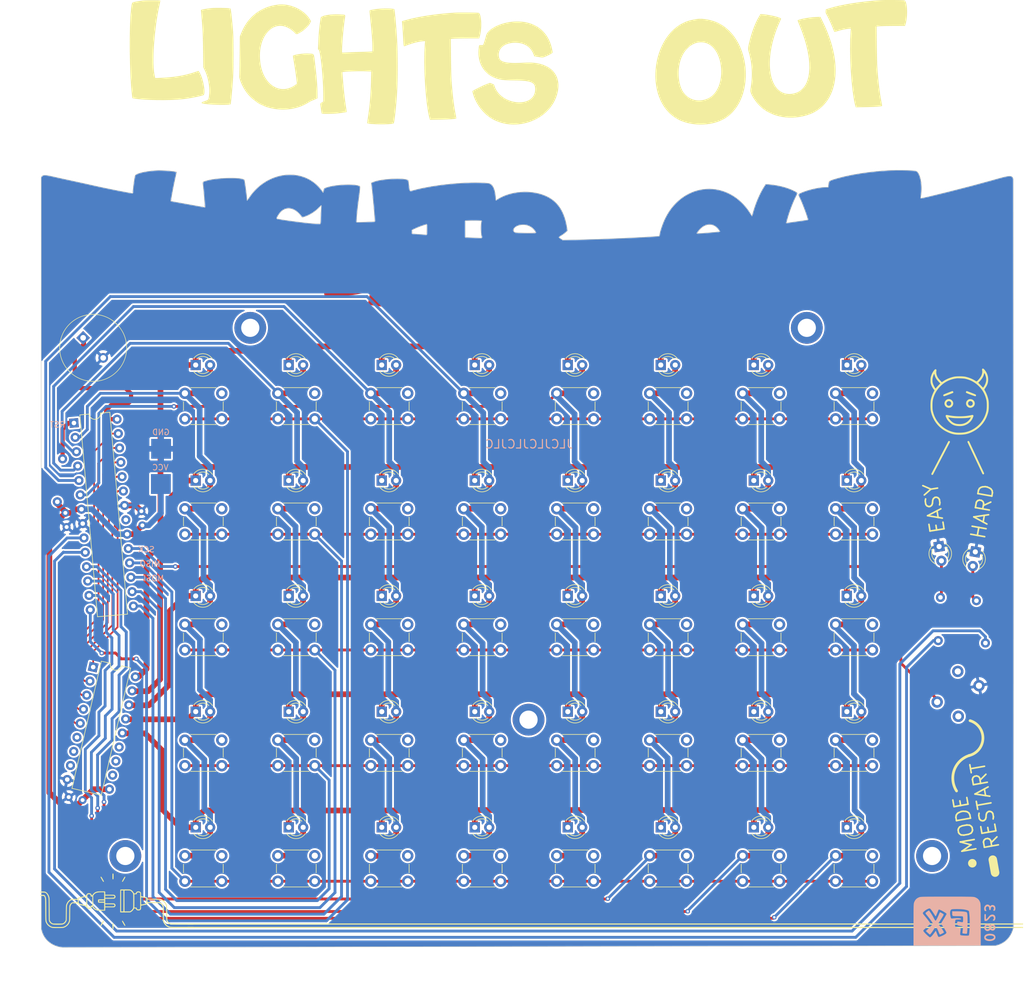
<source format=kicad_pcb>
(kicad_pcb (version 20221018) (generator pcbnew)
  (layers (0 "F.Cu" signal) (31 "B.Cu" signal) (34 "B.Paste" user) (35 "F.Paste" user) (36 "B.SilkS" user "B.Silkscreen") (37 "F.SilkS" user "F.Silkscreen") (38 "B.Mask" user) (39 "F.Mask" user) (44 "Edge.Cuts" user))
  (net 0 "")
  (net 1 "GND")
  (net 2 "R1")
  (net 3 "C1")
  (net 4 "C2")
  (net 5 "C3")
  (net 6 "C4")
  (net 7 "C5")
  (net 8 "C6")
  (net 9 "C7")
  (net 10 "C8")
  (net 11 "R2")
  (net 12 "R3")
  (net 13 "R4")
  (net 14 "R5")
  (net 15 "LD1")
  (net 16 "RST")
  (net 17 "LD2")
  (net 18 "SR1")
  (net 19 "SR2")
  (net 20 "SR3")
  (net 21 "SR4")
  (net 22 "SR5")
  (net 23 "SCTL")
  (net 25 "Net-(DMOD1-A)")
  (net 26 "Net-(DMOD2-A)")
  (net 69 "Net-(U1-PC0)")
  (net 70 "Net-(U1-PC1)")
  (net 71 "Net-(U1-PC2)")
  (net 72 "Net-(U1-PC3)")
  (net 73 "Net-(U1-PC4)")
  (net 80 "SPK")
  (net 81 "VCC")
  (footprint "kicad_footprints:SW_PUSH_6mm_H5mm" (layer "F.Cu") (at 68.857145 127.595)
    (fp_text reference "SW26" hide)
    (fp_text value "SW_MEC_5E" hide)
  )
  (footprint "kicad_footprints:SW_PUSH_6mm_H5mm" (layer "F.Cu") (at 68.857145 107.225)
    (fp_text reference "SW18" hide)
    (fp_text value "SW_MEC_5E" hide)
  )
  (footprint "LED_THT:LED_D3.0mm" (layer "F.Cu") (at 70.765 81.89)
    (fp_text reference "D10" hide)
    (fp_text value "CQY99" hide)
  )
  (footprint "kicad_footprints:SW_PUSH_6mm_H5mm" (layer "F.Cu") (at 85.225716 127.595)
    (fp_text reference "SW27" hide)
    (fp_text value "SW_MEC_5E" hide)
  )
  (footprint "kicad_footprints:SW_PUSH_6mm_H5mm" (layer "F.Cu") (at 167.068574 147.95)
    (fp_text reference "SW40" hide)
    (fp_text value "SW_MEC_5E" hide)
  )
  (footprint "LED_THT:LED_D3.0mm" (layer "F.Cu") (at 169.065 61.545)
    (fp_text reference "D8" hide)
    (fp_text value "CQY99" hide)
  )
  (footprint "kicad_footprints:SW_PUSH_6mm_H5mm" (layer "F.Cu") (at 52.488574 147.95)
    (fp_text reference "SW33" hide)
    (fp_text value "SW_MEC_5E" hide)
  )
  (footprint "LED_THT:LED_D3.0mm" (layer "F.Cu") (at 103.535 122.585)
    (fp_text reference "D28" hide)
    (fp_text value "CQY99" hide)
  )
  (footprint "kicad_footprints:SW_PUSH_6mm_H5mm" (layer "F.Cu") (at 101.594287 127.595)
    (fp_text reference "SW28" hide)
    (fp_text value "SW_MEC_5E" hide)
  )
  (footprint "LED_THT:LED_D3.0mm" (layer "F.Cu") (at 169.045 81.89)
    (fp_text reference "D16" hide)
    (fp_text value "CQY99" hide)
  )
  (footprint "kicad_footprints:SW_PUSH_6mm_H5mm" (layer "F.Cu") (at 167.068574 107.225)
    (fp_text reference "SW24" hide)
    (fp_text value "SW_MEC_5E" hide)
  )
  (footprint "LED_THT:LED_D3.0mm" (layer "F.Cu") (at 119.905 61.545)
    (fp_text reference "D5" hide)
    (fp_text value "CQY99" hide)
  )
  (footprint "kicad_footprints:SW_PUSH_6mm_H5mm" (layer "F.Cu") (at 134.331429 107.225)
    (fp_text reference "SW22" hide)
    (fp_text value "SW_MEC_5E" hide)
  )
  (footprint "LED_THT:LED_D3.0mm" (layer "F.Cu") (at 103.525 102.21)
    (fp_text reference "D20" hide)
    (fp_text value "CQY99" hide)
  )
  (footprint "kicad_footprints:SW_PUSH_6mm_H5mm" (layer "F.Cu") (at 117.962858 127.595)
    (fp_text reference "SW29" hide)
    (fp_text value "SW_MEC_5E" hide)
  )
  (footprint "kicad_footprints:SW_PUSH_6mm_H5mm" (layer "F.Cu") (at 68.857145 66.53)
    (fp_text reference "SW2" hide)
    (fp_text value "SW_MEC_5E" hide)
  )
  (footprint "LED_THT:LED_D3.0mm" (layer "F.Cu") (at 119.915 122.585)
    (fp_text reference "D29" hide)
    (fp_text value "CQY99" hide)
  )
  (footprint "LED_THT:LED_D3.0mm" (layer "F.Cu") (at 169.055 122.585)
    (fp_text reference "D32" hide)
    (fp_text value "CQY99" hide)
  )
  (footprint "kicad_footprints:SW_PUSH_6mm_H5mm" (layer "F.Cu") (at 117.962858 86.85)
    (fp_text reference "SW13" hide)
    (fp_text value "SW_MEC_5E" hide)
  )
  (footprint "LED_THT:LED_D3.0mm" (layer "F.Cu") (at 119.915 142.955)
    (fp_text reference "D37" hide)
    (fp_text value "CQY99" hide)
  )
  (footprint "Package_DIP:DIP-18_W7.62mm" (layer "F.Cu") (at 36.340647 114.73533 -13)
    (fp_text reference "U2" hide)
    (fp_text value "ULN2803A" hide)
  )
  (footprint "kicad_footprints:SW_PUSH_6mm_H5mm" (layer "F.Cu") (at 134.331429 147.95)
    (fp_text reference "SW38" hide)
    (fp_text value "SW_MEC_5E" hide)
  )
  (footprint "Resistor_THT:R_Axial_DIN0207_L6.3mm_D2.5mm_P7.62mm_Horizontal" (layer "F.Cu") (at 30.021356 85.633202 83)
    (fp_text reference "R1" hide)
    (fp_text value "10K" hide)
  )
  (footprint "LED_THT:LED_D3.0mm" (layer "F.Cu") (at 70.765 102.21)
    (fp_text reference "D18" hide)
    (fp_text value "CQY99" hide)
  )
  (footprint "LED_THT:LED_D3.0mm" (layer "F.Cu") (at 70.775 122.585)
    (fp_text reference "D26" hide)
    (fp_text value "CQY99" hide)
  )
  (footprint "kicad_footprints:SW_PUSH_6mm_H5mm" (layer "F.Cu") (at 52.488574 66.53)
    (fp_text reference "SW1" hide)
    (fp_text value "SW_MEC_5E" hide)
  )
  (footprint "LED_THT:LED_D3.0mm" (layer "F.Cu") (at 169.045 102.21)
    (fp_text reference "D24" hide)
    (fp_text value "CQY99" hide)
  )
  (footprint "LED_THT:LED_D3.0mm" (layer "F.Cu") (at 136.295 122.585)
    (fp_text reference "D30" hide)
    (fp_text value "CQY99" hide)
  )
  (footprint "kicad_footprints:SW_PUSH_6mm_H5mm" (layer "F.Cu") (at 150.7 86.85)
    (fp_text reference "SW15" hide)
    (fp_text value "SW_MEC_5E" hide)
  )
  (footprint "LED_THT:LED_D3.0mm" (layer "F.Cu") (at 87.145 81.89)
    (fp_text reference "D11" hide)
    (fp_text value "CQY99" hide)
  )
  (footprint "MountingHole:MountingHole_3.2mm_M3_DIN965_Pad" (layer "F.Cu") (at 42 148)
    (fp_text reference "REF**" hide)
    (fp_text value "MountingHole_3.2mm_M3_DIN965_Pad" hide)
  )
  (footprint "kicad_footprints:SW_PUSH_6mm_H5mm" (layer "F.Cu") (at 117.962858 66.53)
    (fp_text reference "SW5" hide)
    (fp_text value "SW_MEC_5E" hide)
  )
  (footprint "kicad_footprints:SW_PUSH_6mm_H5mm" (layer "F.Cu") (at 85.225716 147.95)
    (fp_text reference "SW35" hide)
    (fp_text value "SW_MEC_5E" hide)
  )
  (footprint "Package_DIP:DIP-28_W7.62mm" (layer "F.Cu") (at 32.950371 71.757658 5)
    (fp_text reference "U1" hide)
    (fp_text value "ATmega328-P" hide)
  )
  (footprint "LED_THT:LED_D3.0mm" (layer "F.Cu") (at 70.765 61.545)
    (fp_text reference "D2" hide)
    (fp_text value "CQY99" hide)
  )
  (footprint "kicad_footprints:SW_PUSH_6mm_H5mm" (layer "F.Cu") (at 85.225716 66.53)
    (fp_text reference "SW3" hide)
    (fp_text value "SW_MEC_5E" hide)
  )
  (footprint "kicad_footprints:SW_PUSH_6mm_H5mm" (layer "F.Cu") (at 101.594287 66.53)
    (fp_text reference "SW4" hide)
    (fp_text value "SW_MEC_5E" hide)
  )
  (footprint "kicad_footprints:SW_PUSH_6mm_H5mm" (layer "F.Cu") (at 134.331429 66.53)
    (fp_text reference "SW6" hide)
    (fp_text value "SW_MEC_5E" hide)
  )
  (footprint "kicad_footprints:SW_PUSH_6mm_H5mm" (layer "F.Cu") (at 101.594287 147.95)
    (fp_text reference "SW36" hide)
    (fp_text value "SW_MEC_5E" hide)
  )
  (footprint "LED_THT:LED_D3.0mm" (layer "F.Cu") (at 136.295 142.955)
    (fp_text reference "D38" hide)
    (fp_text value "CQY99" hide)
  )
  (footprint "kicad_footprints:SW_PUSH_6mm_H5mm" (layer "F.Cu") (at 167.068574 127.595)
    (fp_text reference "SW32" hide)
    (fp_text value "SW_MEC_5E" hide)
  )
  (footprint "Capacitor_THT:C_Rect_L4.6mm_W2.0mm_P2.50mm_MKS02_FKP02" (layer "F.Cu") (at 34.47 138.15 168)
    (fp_text reference "C2" hide)
    (fp_text value "100n" hide)
  )
  (footprint "MountingHole:MountingHole_3.2mm_M3_DIN965_Pad" (layer "F.Cu") (at 64 55)
    (fp_text reference "REF**" hide)
    (fp_text value "MountingHole_3.2mm_M3_DIN965_Pad" hide)
  )
  (footprint "LED_THT:LED_D3.0mm" (layer "F.Cu") (at 185.301288 93.513069 -81)
    (fp_text reference "DMOD1" hide)
    (fp_text value "CQY99" hide)
  )
  (footprint "kicad_footprints:SW_PUSH_6mm_H5mm" (layer "F.Cu") (at 68.857145 147.95)
    (fp_text reference "SW34" hide)
    (fp_text value "SW_MEC_5E" hide)
  )
  (footprint "kicad_footprints:SW_PUSH_6mm_H5mm" (layer "F.Cu") (at 101.594287 86.85)
    (fp_text reference "SW12" hide)
    (fp_text value "SW_MEC_5E" hide)
  )
  (footprint "LED_THT:LED_D3.0mm" (layer "F.Cu") (at 54.395 122.585)
    (fp_text reference "D25" hide)
    (fp_text value "CQY99" hide)
  )
  (footprint "LED_THT:LED_D3.0mm" (layer "F.Cu") (at 87.145 61.545)
    (fp_text reference "D3" hide)
    (fp_text value "CQY99" hide)
  )
  (footprint "LED_THT:LED_D3.0mm" (layer "F.Cu") (at 87.145 102.21)
    (fp_text reference "D19" hide)
    (fp_text value "CQY99" hide)
  )
  (footprint "LED_THT:LED_D3.0mm" (layer "F.Cu") (at 54.385 81.89)
    (fp_text reference "D9" hide)
    (fp_text value "CQY99" hide)
  )
  (footprint "kicad_footprints:SW_PUSH_6mm_H5mm" (layer "F.Cu") (at 117.962858 147.95)
    (fp_text reference "SW37" hide)
    (fp_text value "SW_MEC_5E" hide)
  )
  (footprint "MountingHole:MountingHole_3.2mm_M3_DIN965_Pad" (layer "F.Cu") (at 113 124)
    (fp_text reference "REF**" hide)
    (fp_text value "MountingHole_3.2mm_M3_DIN965_Pad" hide)
  )
  (footprint "LED_THT:LED_D3.0mm" (layer "F.Cu") (at 152.675 122.585)
    (fp_text reference "D31" hide)
    (fp_text value "CQY99" hide)
  )
  (footprint "kicad_footprints:SW_PUSH_6mm_H5mm" (layer "F.Cu") (at 150.7 66.53)
    (fp_text reference "SW7" hide)
    (fp_text value "SW_MEC_5E" hide)
  )
  (footprint "kicad_footprints:SW_PUSH_6mm_H5mm" (layer "F.Cu") (at 134.331429 86.85)
    (fp_text reference "SW14" hide)
    (fp_text value "SW_MEC_5E" hide)
  )
  (footprint "kicad_footprints:SW_PUSH_6mm_H5mm" (layer "F.Cu") (at 52.488574 86.85)
    (fp_text reference "SW9" hide)
    (fp_text value "SW_MEC_5E" hide)
  )
  (footprint "LED_THT:LED_D3.0mm" (layer "F.Cu") (at 136.285 61.545)
    (fp_text reference "D6" hide)
    (fp_text value "CQY99" hide)
  )
  (footprint "Connector_PinHeader_2.54mm:PinHeader_1x02_P2.54mm_Vertical" (layer "F.Cu") (at 36.335 58.525 -45)
    (fp_text reference "LS1" hide)
    (fp_text value "Speaker" hide)
  )
  (footprint "LED_THT:LED_D3.0mm" (layer "F.Cu") (at 54.395 142.955)
    (fp_text reference "D33" hide)
    (fp_text value "CQY99" hide)
  )
  (footprint "LED_THT:LED_D3.0mm" (layer "F.Cu") (at 152.675 142.955)
    (fp_text reference "D39" hide)
    (fp_text value "CQY99" hide)
  )
  (footprint "Resistor_THT:R_Axial_DIN0207_L6.3mm_D2.5mm_P7.62mm_Horizontal" (layer "F.Cu") (at 185.5344 102.470222 -93)
    (fp_text reference "R2" hide)
    (fp_text value "50R" hide)
  )
  (footprint "LED_THT:LED_D3.0mm" (layer "F.Cu") (at 152.665 81.89)
    (fp_text reference "D15" hide)
    (fp_text value "CQY99" hide)
  )
  (footprint "LED_THT:LED_D3.0mm" (layer "F.Cu") (at 103.525 61.545)
    (fp_text reference "D4" hide)
    (fp_text value "CQY99" hide)
  )
  (footprint "LED_THT:LED_D3.0mm" (layer "F.Cu") (at 169.055 142.955)
    (fp_text reference "D40" hide)
    (fp_text value "CQY99" hide)
  )
  (footprint "kicad_footprints:SW_PUSH_6mm_H5mm" (layer "F.Cu") (at 184.950246 120.888744 56)
    (fp_text reference "SW_CTL1" hide)
    (fp_text value "SW_MEC_5E" hide)
  )
  (footprint "LED_THT:LED_D3.0mm" (layer "F.Cu") (at 152.665 61.545)
    (fp_text reference "D7" hide)
    (fp_text value "CQY99" hide)
  )
  (footprint "kicad_footprints:SW_PUSH_6mm_H5mm" (layer "F.Cu") (at 150.7 147.95)
    (fp_text reference "SW39" hide)
    (fp_text value "SW_MEC_5E" hide)
  )
  (footprint "kicad_footprints:SW_PUSH_6mm_H5mm" (layer "F.Cu") (at 167.068574 66.53)
    (fp_text reference "SW8" hide)
    (fp_text value "SW_MEC_5E" hide)
  )
  (footprint "kicad_footprints:SW_PUSH_6mm_H5mm" (layer "F.Cu") (at 52.488574 127.595)
    (fp_text reference "SW25" hide)
    (fp_text value "SW_MEC_5E" hide)
  )
  (footprint "LED_THT:LED_D3.0mm" (layer "F.Cu") (at 103.525 81.89)
    (fp_text reference "D12" hide)
    (fp_text value "CQY99" hide)
  )
  (footprint "kicad_footprints:SW_PUSH_6mm_H5mm" (layer "F.Cu") (at 134.331429 127.595)
    (fp_text reference "SW30" hide)
    (fp_text value "SW_MEC_5E" hide)
  )
  (footprint "LED_THT:LED_D3.0mm" (layer "F.Cu") (at 70.775 142.955)
    (fp_text reference "D34" hide)
    (fp_text value "CQY99" hide)
  )
  (footprint "kicad_footprints:SW_PUSH_6mm_H5mm" (layer "F.Cu") (at 150.7 107.225)
    (fp_text reference "SW23" hide)
    (fp_text value "SW_MEC_5E" hide)
  )
  (footprint "LED_THT:LED_D3.0mm" (layer "F.Cu") (at 87.155 122.585)
    (fp_text reference "D27" hide)
    (fp_text value "CQY99" hide)
  )
  (footprint "kicad_footprints:SW_PUSH_6mm_H5mm" (layer "F.Cu") (at 52.488574 107.225)
    (fp_text reference "SW17" hide)
    (fp_text value "SW_MEC_5E" hide)
  )
  (footprint "kicad_footprints:SW_PUSH_6mm_H5mm" (layer "F.Cu") (at 150.7 127.595)
    (fp_text reference "SW31" hide)
    (fp_text value "SW_MEC_5E" hide)
  )
  (footprint "Capacitor_THT:C_Rect_L4.6mm_W2.0mm_P2.50mm_MKS02_FKP02" (layer "F.Cu") (at 45 89.78 94)
    (fp_text reference "C1" hide)
    (fp_text value "100n" hide)
  )
  (footprint "Resistor_THT:R_Axial_DIN0207_L6.3mm_D2.5mm_P7.62mm_Horizontal" (layer "F.Cu") (at 191.867857 103.048258 -78)
    (fp_text reference "R3" hide)
    (fp_text value "50R" hide)
  )
  (footprint "kicad_footprints:SW_PUSH_6mm_H5mm" (layer "F.Cu") (at 101.594287 107.225)
    (fp_text reference "SW20" hide)
    (fp_text value "SW_MEC_5E" hide)
  )
  (footprint "LED_THT:LED_D3.0mm" (layer "F.Cu") (at 119.905 81.89)
    (fp_text reference "D13" hide)
    (fp_text value "CQY99" hide)
  )
  (footprint "kicad_footprints:SW_PUSH_6mm_H5mm" (layer "F.Cu") (at 167.068574 86.85)
    (fp_text reference "SW16" hide)
    (fp_text value "SW_MEC_5E" hide)
  )
  (footprint "LED_THT:LED_D3.0mm" (layer "F.Cu") (at 152.665 102.21)
    (fp_text reference "D23" hide)
    (fp_text value "CQY99" hide)
  )
  (footprint "MountingHole:MountingHole_3.2mm_M3_DIN965_Pad" (layer "F.Cu") (at 184.058 148)
    (fp_text reference "REF**" hide)
    (fp_text value "MountingHole_3.2mm_M3_DIN965_Pad" hide)
  )
  (footprint "LED_THT:LED_D3.0mm" (layer "F.Cu") (at 191.672143 94.446742 -100)
    (fp_text reference "DMOD2" hide)
    (fp_text value "CQY99" hide)
  )
  (footprint "Capacitor_THT:C_Rect_L4.6mm_W2.0mm_P2.50mm_MKS02_FKP02" (layer "F.Cu") (at 31.441056 87.584757 -85)
    (fp_text reference "C3" hide)
    (fp_text value "100n" hide)
  )
  (footprint "LED_THT:LED_D3.0mm" (layer "F.Cu") (at 136.285 81.89)
    (fp_text reference "D14" hide)
    (fp_text value "CQY99" hide)
  )
  (footprint "LED_THT:LED_D3.0mm" (layer "F.Cu") (at 87.155 142.955)
    (fp_text reference "D35" hide)
    (fp_text value "CQY99" hide)
  )
  (footprint "LED_THT:LED_D3.0mm" (layer "F.Cu") (at 119.905 102.21)
    (fp_text reference "D21" hide)
    (fp_text value "CQY99" hide)
  )
  (footprint "kicad_footprints:SW_PUSH_6mm_H5mm" (layer "F.Cu") (at 68.857145 86.85)
    (fp_text reference "SW10" hide)
    (fp_text value "SW_MEC_5E" hide)
  )
  (footprint "LED_THT:LED_D3.0mm" (layer "F.Cu") (at 54.385 61.545)
    (fp_text reference "D1" hide)
    (fp_text value "CQY99" hide)
  )
  (footprint "LED_THT:LED_D3.0mm" (layer "F.Cu") (at 54.385 102.21)
    (fp_text reference "D17" hide)
    (fp_text value "CQY99" hide)
  )
  (footprint "kicad_footprints:SW_PUSH_6mm_H5mm" (layer "F.Cu") (at 85.225716 86.85)
    (fp_text reference "SW11" hide)
    (fp_text value "SW_MEC_5E" hide)
  )
  (footprint "LED_THT:LED_D3.0mm" (layer "F.Cu") (at 103.535 142.955)
    (fp_text reference "D36" hide)
    (fp_text value "CQY99" hide)
  )
  (footprint "LED_THT:LED_D3.0mm" (layer "F.Cu") (at 136.285 102.21)
    (fp_text reference "D22" hide)
    (fp_text value "CQY99" hide)
  )
  (footprint "kicad_footprints:SW_PUSH_6mm_H5mm" (layer "F.Cu") (at 117.962858 107.225)
    (fp_text reference "SW21" hide)
    (fp_text value "SW_MEC_5E" hide)
  )
  (footprint "kicad_footprints:SW_PUSH_6mm_H5mm" (layer "F.Cu") (at 85.225716 107.225)
    (fp_text reference "SW19" hide)
    (fp_text value "SW_MEC_5E" hide)
  )
  (footprint "MountingHole:MountingHole_3.2mm_M3_DIN965_Pad" (layer "F.Cu") (at 162 55)
    (fp_text reference "REF**" hide)
    (fp_text value "MountingHole_3.2mm_M3_DIN965_Pad" hide)
  )
  (footprint "Connector_Wire:SolderWirePad_1x01_SMD_5x10mm" (layer "B.Cu") (at 48.302076 76.3016 180)
    (fp_text reference "REF**" hide)
    (fp_text value "SolderWirePad_1x01_SMD_5x10mm" hide)
  )
  (footprint "Connector_Wire:SolderWirePad_1x01_SMD_5x10mm" (layer "B.Cu") (at 48.26 82.4992 180)
    (fp_text reference "REF**" hide)
    (fp_text value "SolderWirePad_1x01_SMD_5x10mm" hide)
  )
  (gr_poly (pts (xy 145.061734 35.766612) (xy 145.25046 35.784284) (xy 145.435193 35.813723) (xy 145.615795 35.854778) (xy 145.792128 35.907303) (xy 145.964052 35.971149) (xy 146.13143 36.046168) (xy 146.294124 36.132212) (xy 146.451993 36.229131) (xy 146.604901 36.33678) (xy 146.752709 36.455008) (xy 146.895277 36.583669) (xy 147.032468 36.722613) (xy 147.164143 36.871692) (xy 147.290164 37.03076) (xy 147.410392 37.199666) (xy 147.524688 37.378263) (xy 147.632915 37.566404) (xy 147.734933 37.763939) (xy 147.919791 38.1866) (xy 148.078153 38.645062) (xy 148.208912 39.13814) (xy 148.31096 39.664647) (xy 148.383189 40.223399) (xy 148.41142 40.598595) (xy 148.421305 40.966036) (xy 148.413402 41.325167) (xy 148.388266 41.675435) (xy 148.346452 42.016287) (xy 148.288518 42.347169) (xy 148.215018 42.667528) (xy 148.126509 42.97681) (xy 148.023547 43.274462) (xy 147.906687 43.559931) (xy 147.776485 43.832663) (xy 147.633499 44.092105) (xy 147.478282 44.337704) (xy 147.311392 44.568905) (xy 147.133384 44.785157) (xy 146.944814 44.985905) (xy 146.746238 45.170595) (xy 146.538212 45.338676) (xy 146.321292 45.489592) (xy 146.096034 45.622791) (xy 145.862994 45.73772) (xy 145.622728 45.833825) (xy 145.375791 45.910552) (xy 145.122739 45.967349) (xy 144.86413 46.003662) (xy 144.600517 46.018937) (xy 144.332458 46.012621) (xy 144.060508 45.984161) (xy 143.785224 45.933003) (xy 143.507161 45.858594) (xy 143.226874 45.76038) (xy 142.944921 45.637809) (xy 142.641369 45.469738) (xy 142.363236 45.269256) (xy 142.110205 45.03871) (xy 141.88196 44.780443) (xy 141.678184 44.496802) (xy 141.498562 44.190131) (xy 141.342776 43.862777) (xy 141.210511 43.517083) (xy 141.10145 43.155396) (xy 141.015277 42.780061) (xy 140.951674 42.393423) (xy 140.910327 41.997828) (xy 140.890918 41.59562) (xy 140.893132 41.189144) (xy 140.896184 41.136148) (xy 141.924341 41.136148) (xy 141.926248 41.447896) (xy 141.945028 41.760216) (xy 141.981231 42.071915) (xy 142.035409 42.381798) (xy 142.108111 42.688672) (xy 142.199888 42.991344) (xy 142.31129 43.288621) (xy 142.442869 43.579309) (xy 142.549374 43.77689) (xy 142.665203 43.958453) (xy 142.789679 44.124134) (xy 142.922125 44.27407) (xy 143.061865 44.408398) (xy 143.208223 44.527255) (xy 143.360522 44.630776) (xy 143.518086 44.7191) (xy 143.680238 44.792361) (xy 143.846303 44.850698) (xy 144.015603 44.894246) (xy 144.187463 44.923142) (xy 144.361205 44.937524) (xy 144.536155 44.937527) (xy 144.711634 44.923288) (xy 144.886967 44.894944) (xy 145.061478 44.852632) (xy 145.23449 44.796489) (xy 145.405326 44.72665) (xy 145.573311 44.643252) (xy 145.737768 44.546433) (xy 145.89802 44.436329) (xy 146.053392 44.313077) (xy 146.203206 44.176812) (xy 146.346786 44.027673) (xy 146.483457 43.865795) (xy 146.612542 43.691315) (xy 146.733363 43.504371) (xy 146.845246 43.305097) (xy 146.947513 43.093632) (xy 147.039488 42.870112) (xy 147.120495 42.634673) (xy 147.180299 42.426175) (xy 147.231202 42.21327) (xy 147.273381 41.996594) (xy 147.307018 41.776783) (xy 147.33229 41.554472) (xy 147.349379 41.330295) (xy 147.358464 41.104889) (xy 147.359724 40.87889) (xy 147.353338 40.652931) (xy 147.339487 40.42765) (xy 147.318349 40.20368) (xy 147.290105 39.981658) (xy 147.254934 39.762218) (xy 147.213016 39.545997) (xy 147.164529 39.33363) (xy 147.109654 39.125751) (xy 147.048571 38.922997) (xy 146.981458 38.726003) (xy 146.908496 38.535403) (xy 146.829864 38.351835) (xy 146.745741 38.175932) (xy 146.656307 38.00833) (xy 146.561742 37.849665) (xy 146.462225 37.700572) (xy 146.357936 37.561687) (xy 146.249054 37.433644) (xy 146.135759 37.31708) (xy 146.018231 37.212629) (xy 145.896648 37.120927) (xy 145.771191 37.042609) (xy 145.64204 36.978311) (xy 145.509373 36.928669) (xy 145.271457 36.86866) (xy 145.037204 36.837867) (xy 144.807164 36.835094) (xy 144.581887 36.85915) (xy 144.361924 36.908839) (xy 144.147825 36.982969) (xy 143.940141 37.080347) (xy 143.739422 37.199778) (xy 143.546218 37.34007) (xy 143.361081 37.500029) (xy 143.18456 37.678461) (xy 143.017206 37.874174) (xy 142.859569 38.085973) (xy 142.712201 38.312665) (xy 142.57565 38.553057) (xy 142.450468 38.805955) (xy 142.337206 39.070165) (xy 142.236413 39.344495) (xy 142.14864 39.627751) (xy 142.074437 39.91874) (xy 142.014356 40.216267) (xy 141.968945 40.51914) (xy 141.938757 40.826164) (xy 141.924341 41.136148) (xy 140.896184 41.136148) (xy 140.916651 40.780748) (xy 140.961159 40.372774) (xy 141.02634 39.967569) (xy 141.111878 39.567479) (xy 141.217456 39.174848) (xy 141.342758 38.792021) (xy 141.487468 38.421344) (xy 141.651268 38.065162) (xy 141.833843 37.725821) (xy 142.034877 37.405665) (xy 142.254052 37.107041) (xy 142.491053 36.832292) (xy 142.745563 36.583766) (xy 143.017265 36.363806) (xy 143.305844 36.174758) (xy 143.610983 36.018967) (xy 143.932366 35.89878) (xy 144.269676 35.81654) (xy 144.472987 35.785668) (xy 144.672859 35.767156) (xy 144.869154 35.760853)) (fill solid) (layer "F.Cu"))
  (gr_poly (pts (xy 178.705915 27.243231) (xy 179.499412 27.268003) (xy 180.212791 27.308415) (xy 180.525571 27.333891) (xy 180.801684 27.362563) (xy 181.035585 27.394191) (xy 181.221727 27.428537) (xy 181.354565 27.465364) (xy 181.399262 27.484633) (xy 181.428553 27.504433) (xy 181.52994 27.61563) (xy 181.626007 27.752488) (xy 181.716308 27.912805) (xy 181.800395 28.094377) (xy 181.87782 28.294999) (xy 181.948137 28.512468) (xy 182.010897 28.744581) (xy 182.065653 28.989133) (xy 182.111958 29.243921) (xy 182.149364 29.506742) (xy 182.177424 29.775392) (xy 182.195691 30.047666) (xy 182.203716 30.321362) (xy 182.201052 30.594275) (xy 182.187252 30.864202) (xy 182.161869 31.128939) (xy 182.13308 31.380658) (xy 182.106002 31.63852) (xy 182.083644 31.872218) (xy 182.069016 32.051445) (xy 182.057917 32.160537) (xy 182.038767 32.286989) (xy 182.012529 32.427591) (xy 181.980161 32.579129) (xy 181.942625 32.738391) (xy 181.90088 32.902165) (xy 181.808609 33.230397) (xy 181.711029 33.538127) (xy 181.66265 33.676272) (xy 181.615824 33.799655) (xy 181.571514 33.905062) (xy 181.530679 33.989281) (xy 181.494279 34.049101) (xy 181.478042 34.068856) (xy 181.463275 34.081307) (xy 181.42548 34.085925) (xy 181.337081 34.086602) (xy 181.031411 34.077131) (xy 180.592151 34.054886) (xy 180.065186 34.021861) (xy 179.729586 34.000456) (xy 179.411839 33.983398) (xy 179.110637 33.970643) (xy 178.824674 33.962143) (xy 178.552644 33.957854) (xy 178.29324 33.957729) (xy 178.045155 33.961723) (xy 177.807083 33.96979) (xy 176.895869 34.009711) (xy 176.895869 35.612599) (xy 176.915213 37.137062) (xy 176.971783 38.681325) (xy 177.063388 40.22203) (xy 177.187836 41.735814) (xy 177.342937 43.199318) (xy 177.526496 44.589182) (xy 177.736325 45.882045) (xy 177.97023 47.054547) (xy 178.029613 47.320257) (xy 178.052516 47.426114) (xy 178.070289 47.516018) (xy 178.082481 47.5915) (xy 178.086343 47.624313) (xy 178.08864 47.654095) (xy 178.089316 47.681038) (xy 178.088314 47.705335) (xy 178.085578 47.727176) (xy 178.081052 47.746753) (xy 178.074678 47.764258) (xy 178.0664 47.779883) (xy 178.056163 47.793819) (xy 178.043909 47.806258) (xy 178.029581 47.817391) (xy 178.013124 47.82741) (xy 177.994481 47.836507) (xy 177.973595 47.844873) (xy 177.950411 47.8527) (xy 177.92487 47.86018) (xy 177.866497 47.874864) (xy 177.718997 47.908496) (xy 177.354404 47.982827) (xy 176.938838 48.049159) (xy 176.482057 48.107305) (xy 175.993824 48.157075) (xy 175.483898 48.198283) (xy 174.962041 48.230739) (xy 173.921573 48.268646) (xy 173.422484 48.27372) (xy 172.950506 48.26929) (xy 172.5154 48.255168) (xy 172.126925 48.231166) (xy 171.794843 48.197096) (xy 171.528914 48.15277) (xy 171.338899 48.097999) (xy 171.275409 48.066638) (xy 171.234558 48.032595) (xy 171.103378 47.770068) (xy 170.969418 47.313513) (xy 170.834934 46.688401) (xy 170.70218 45.920201) (xy 170.450879 44.056418) (xy 170.233552 41.925924) (xy 170.068235 39.732478) (xy 169.972963 37.67984) (xy 169.965775 35.971768) (xy 170.000847 35.31062) (xy 170.064704 34.812023) (xy 170.072728 34.770048) (xy 170.07949 34.733111) (xy 170.084896 34.700945) (xy 170.088855 34.673278) (xy 170.090262 34.661049) (xy 170.091273 34.649843) (xy 170.091875 34.639627) (xy 170.092057 34.630368) (xy 170.091807 34.622032) (xy 170.091115 34.614585) (xy 170.089968 34.607994) (xy 170.088354 34.602225) (xy 170.086262 34.597243) (xy 170.083681 34.593017) (xy 170.080599 34.589511) (xy 170.077003 34.586692) (xy 170.072884 34.584526) (xy 170.068228 34.582981) (xy 170.063025 34.582021) (xy 170.057263 34.581614) (xy 170.05093 34.581725) (xy 170.044015 34.582321) (xy 170.036506 34.583369) (xy 170.028391 34.584834) (xy 170.010298 34.588883) (xy 169.989644 34.594197) (xy 169.963359 34.600885) (xy 169.935824 34.607181) (xy 169.907861 34.612938) (xy 169.880295 34.618008) (xy 169.853949 34.622245) (xy 169.829648 34.6255) (xy 169.808215 34.627627) (xy 169.798832 34.62822) (xy 169.790474 34.628477) (xy 169.786636 34.628586) (xy 169.782932 34.628828) (xy 169.779366 34.629201) (xy 169.77594 34.629701) (xy 169.772656 34.630325) (xy 169.769518 34.631069) (xy 169.766528 34.63193) (xy 169.763688 34.632904) (xy 169.761002 34.633988) (xy 169.758471 34.635179) (xy 169.756099 34.636473) (xy 169.753887 34.637866) (xy 169.75184 34.639356) (xy 169.749958 34.640939) (xy 169.748246 34.642611) (xy 169.746705 34.644369) (xy 169.745338 34.64621) (xy 169.744148 34.64813) (xy 169.743138 34.650126) (xy 169.742309 34.652194) (xy 169.741665 34.654331) (xy 169.741209 34.656534) (xy 169.740942 34.658799) (xy 169.740868 34.661122) (xy 169.740989 34.663501) (xy 169.741308 34.665932) (xy 169.741827 34.668411) (xy 169.742549 34.670935) (xy 169.743477 34.673501) (xy 169.744613 34.676105) (xy 169.745959 34.678744) (xy 169.74752 34.681414) (xy 169.749014 34.68408) (xy 169.750165 34.686625) (xy 169.75098 34.689048) (xy 169.751465 34.691349) (xy 169.751625 34.693525) (xy 169.751467 34.695577) (xy 169.750997 34.697502) (xy 169.750219 34.6993) (xy 169.749142 34.700969) (xy 169.747769 34.70251) (xy 169.746108 34.703919) (xy 169.744164 34.705197) (xy 169.741944 34.706342) (xy 169.739453 34.707353) (xy 169.733681 34.708968) (xy 169.726898 34.710034) (xy 169.719151 34.710543) (xy 169.710488 34.710484) (xy 169.700956 34.70985) (xy 169.690602 34.70863) (xy 169.679475 34.706817) (xy 169.667623 34.704402) (xy 169.655092 34.701375) (xy 169.648438 34.699707) (xy 169.641984 34.6982) (xy 169.635735 34.696855) (xy 169.629696 34.69567) (xy 169.62387 34.694644) (xy 169.618264 34.693777) (xy 169.612881 34.693067) (xy 169.607727 34.692513) (xy 169.602805 34.692116) (xy 169.59812 34.691873) (xy 169.593677 34.691784) (xy 169.58948 34.691848) (xy 169.585535 34.692065) (xy 169.581845 34.692432) (xy 169.578415 34.692951) (xy 169.57525 34.693618) (xy 169.572355 34.694435) (xy 169.569734 34.6954) (xy 169.567391 34.696511) (xy 169.565332 34.697769) (xy 169.563561 34.699171) (xy 169.562082 34.700719) (xy 169.5609 34.702409) (xy 169.560422 34.703308) (xy 169.560019 34.704242) (xy 169.559694 34.705212) (xy 169.559446 34.706217) (xy 169.559183 34.708333) (xy 169.559235 34.710589) (xy 169.559608 34.712984) (xy 169.560305 34.715517) (xy 169.561332 34.718188) (xy 169.562692 34.720995) (xy 169.564391 34.723938) (xy 169.565606 34.726947) (xy 169.565767 34.730273) (xy 169.564896 34.733901) (xy 169.563019 34.737821) (xy 169.556336 34.746484) (xy 169.545908 34.756163) (xy 169.531922 34.76676) (xy 169.514568 34.778177) (xy 169.494035 34.790314) (xy 169.47051 34.803073) (xy 169.415245 34.830065) (xy 169.350283 34.858364) (xy 169.277134 34.887181) (xy 169.197308 34.915729) (xy 169.046192 34.96683) (xy 168.986253 34.98865) (xy 168.936148 35.00976) (xy 168.914647 35.020465) (xy 168.895442 35.031493) (xy 168.878478 35.04301) (xy 168.863701 35.055182) (xy 168.851058 35.068176) (xy 168.840493 35.082159) (xy 168.831952 35.097297) (xy 168.825381 35.113758) (xy 168.820726 35.131707) (xy 168.817933 35.151311) (xy 168.816947 35.172737) (xy 168.817714 35.196152) (xy 168.820179 35.221722) (xy 168.824289 35.249613) (xy 168.837226 35.313027) (xy 168.856089 35.387728) (xy 168.880445 35.475047) (xy 168.943898 35.692874) (xy 169.156432 36.488864) (xy 169.332196 37.281806) (xy 169.471376 38.069416) (xy 169.574161 38.849407) (xy 169.640738 39.619496) (xy 169.671295 40.377397) (xy 169.66602 41.120824) (xy 169.625099 41.847494) (xy 169.54872 42.55512) (xy 169.437072 43.241418) (xy 169.290341 43.904103) (xy 169.108715 44.540889) (xy 168.892382 45.149492) (xy 168.641529 45.727627) (xy 168.356344 46.273008) (xy 168.037014 46.78335) (xy 167.729934 47.19668) (xy 167.393664 47.582897) (xy 167.03015 47.942019) (xy 166.641336 48.274062) (xy 166.229169 48.579045) (xy 165.795593 48.856986) (xy 165.342554 49.107902) (xy 164.871997 49.33181) (xy 164.385867 49.528729) (xy 163.88611 49.698675) (xy 163.374671 49.841667) (xy 162.853495 49.957723) (xy 162.324528 50.046859) (xy 161.789715 50.109094) (xy 161.251001 50.144445) (xy 160.710331 50.152929) (xy 160.169651 50.134565) (xy 159.630907 50.08937) (xy 159.096043 50.017362) (xy 158.567004 49.918558) (xy 158.045736 49.792976) (xy 157.534185 49.640634) (xy 157.034296 49.461549) (xy 156.548013 49.255739) (xy 156.077283 49.023221) (xy 155.62405 48.764014) (xy 155.19026 48.478134) (xy 154.777859 48.1656) (xy 154.388791 47.826428) (xy 154.025001 47.460638) (xy 153.688436 47.068245) (xy 153.38104 46.649269) (xy 153.039557 46.144189) (xy 152.885519 46.508679) (xy 152.619497 47.080741) (xy 152.318786 47.618596) (xy 151.984011 48.12187) (xy 151.615792 48.590192) (xy 151.214752 49.023188) (xy 150.781513 49.420486) (xy 150.316698 49.781714) (xy 149.820929 50.1065) (xy 149.294828 50.39447) (xy 148.739017 50.645253) (xy 148.154119 50.858476) (xy 147.540756 51.033766) (xy 146.89955 51.170751) (xy 146.231123 51.269059) (xy 145.536097 51.328317) (xy 144.815095 51.348152) (xy 144.325405 51.339175) (xy 143.84778 51.312325) (xy 143.382347 51.267719) (xy 142.929232 51.205478) (xy 142.488561 51.125721) (xy 142.060462 51.028566) (xy 141.645059 50.914133) (xy 141.24248 50.782542) (xy 140.85285 50.63391) (xy 140.476296 50.468359) (xy 140.112944 50.286006) (xy 139.76292 50.08697) (xy 139.42635 49.871372) (xy 139.103362 49.63933) (xy 138.79408 49.390963) (xy 138.498632 49.126391) (xy 138.217143 48.845732) (xy 137.949739 48.549107) (xy 137.696548 48.236633) (xy 137.457695 47.908431) (xy 137.233306 47.564619) (xy 137.023509 47.205317) (xy 136.828428 46.830643) (xy 136.64819 46.440718) (xy 136.482922 46.03566) (xy 136.332749 45.615588) (xy 136.197799 45.180621) (xy 136.078197 44.73088) (xy 135.974069 44.266482) (xy 135.885542 43.787547) (xy 135.812742 43.294194) (xy 135.755795 42.786543) (xy 135.737687 42.548184) (xy 135.72545 42.281981) (xy 135.717255 41.689073) (xy 135.723916 41.314405) (xy 136.818044 41.314405) (xy 136.82651 42.044227) (xy 136.879045 42.767859) (xy 136.976201 43.481251) (xy 137.118531 44.180352) (xy 137.306589 44.861109) (xy 137.540927 45.519472) (xy 137.822098 46.151389) (xy 138.150655 46.75281) (xy 138.527152 47.319682) (xy 138.952139 47.847955) (xy 139.426172 48.333577) (xy 139.949803 48.772497) (xy 140.523583 49.160664) (xy 141.148068 49.494026) (xy 141.566494 49.672579) (xy 142.005213 49.826522) (xy 142.461239 49.955883) (xy 142.931585 50.060694) (xy 143.413266 50.140986) (xy 143.903295 50.196789) (xy 144.398687 50.228132) (xy 144.896455 50.235048) (xy 145.393612 50.217566) (xy 145.887173 50.175717) (xy 146.374152 50.109531) (xy 146.851562 50.019039) (xy 147.316418 49.904271) (xy 147.765732 49.765259) (xy 148.19652 49.602031) (xy 148.605794 49.41462) (xy 149.216592 49.067549) (xy 149.776676 48.667719) (xy 150.28664 48.219075) (xy 150.747078 47.725562) (xy 151.158582 47.191128) (xy 151.521748 46.619716) (xy 151.837168 46.015273) (xy 152.105435 45.381745) (xy 152.327144 44.723076) (xy 152.502889 44.043213) (xy 152.633262 43.346101) (xy 152.718857 42.635686) (xy 152.760268 41.915914) (xy 152.758088 41.190729) (xy 152.712911 40.464078) (xy 152.625331 39.739906) (xy 152.495941 39.022159) (xy 152.325335 38.314783) (xy 152.114106 37.621723) (xy 151.862847 36.946924) (xy 151.824426 36.860669) (xy 153.140927 36.860669) (xy 153.141793 36.906817) (xy 153.144183 36.952197) (xy 153.153451 37.042079) (xy 153.168556 37.133165) (xy 153.189322 37.228304) (xy 153.215576 37.330345) (xy 153.283845 37.566526) (xy 153.380577 37.910607) (xy 153.467365 38.259357) (xy 153.544203 38.612665) (xy 153.611083 38.970422) (xy 153.668 39.332517) (xy 153.714946 39.698838) (xy 153.751913 40.069275) (xy 153.778895 40.443718) (xy 153.795886 40.822057) (xy 153.802878 41.204179) (xy 153.799863 41.589976) (xy 153.786837 41.979336) (xy 153.76379 42.372148) (xy 153.730717 42.768303) (xy 153.68761 43.167689) (xy 153.634462 43.570197) (xy 153.509478 44.441066) (xy 153.721234 44.887133) (xy 154.033282 45.474955) (xy 154.390689 46.021429) (xy 154.791099 46.52555) (xy 155.232154 46.986314) (xy 155.711496 47.402717) (xy 156.226767 47.773754) (xy 156.775611 48.098422) (xy 157.355669 48.375715) (xy 157.964585 48.60463) (xy 158.599999 48.784163) (xy 159.259556 48.913308) (xy 159.940897 48.991063) (xy 160.641665 49.016422) (xy 161.359502 48.988381) (xy 162.09205 48.905936) (xy 162.836953 48.768083) (xy 163.388483 48.62635) (xy 163.913197 48.451498) (xy 164.410913 48.244395) (xy 164.881453 48.005904) (xy 165.324637 47.736891) (xy 165.740286 47.438222) (xy 166.12822 47.110762) (xy 166.488259 46.755375) (xy 166.820224 46.372927) (xy 167.123936 45.964284) (xy 167.399214 45.530311) (xy 167.645879 45.071872) (xy 167.863752 44.589833) (xy 168.052653 44.085059) (xy 168.212403 43.558417) (xy 168.342821 43.010769) (xy 168.443729 42.442983) (xy 168.514947 41.855923) (xy 168.556295 41.250455) (xy 168.567594 40.627443) (xy 168.499325 39.332251) (xy 168.308705 37.977269) (xy 167.994296 36.569418) (xy 167.554663 35.115621) (xy 166.988368 33.622799) (xy 166.293975 32.097875) (xy 165.887391 31.273433) (xy 165.244326 31.273867) (xy 165.002292 31.279084) (xy 164.742142 31.29392) (xy 164.468658 31.317396) (xy 164.186617 31.348535) (xy 163.900797 31.386357) (xy 163.615978 31.429886) (xy 163.336938 31.478143) (xy 163.068455 31.530149) (xy 162.815309 31.584926) (xy 162.582277 31.641497) (xy 162.374139 31.698882) (xy 162.195673 31.756104) (xy 162.051658 31.812185) (xy 161.946871 31.866145) (xy 161.910682 31.892025) (xy 161.886093 31.917008) (xy 161.8737 31.940972) (xy 161.874101 31.963794) (xy 161.912255 32.065209) (xy 161.995158 32.274262) (xy 162.246402 32.893244) (xy 162.491857 33.510886) (xy 162.717818 34.117938) (xy 162.924349 34.71388) (xy 163.111516 35.298195) (xy 163.279382 35.870367) (xy 163.428012 36.429876) (xy 163.557471 36.976204) (xy 163.667825 37.508835) (xy 163.759137 38.027251) (xy 163.831473 38.530933) (xy 163.884897 39.019363) (xy 163.919474 39.492025) (xy 163.935269 39.9484) (xy 163.932346 40.38797) (xy 163.91077 40.810218) (xy 163.870607 41.214626) (xy 163.81192 41.600675) (xy 163.734774 41.967849) (xy 163.639235 42.31563) (xy 163.525367 42.643499) (xy 163.393235 42.950938) (xy 163.242903 43.237431) (xy 163.074436 43.50246) (xy 162.8879 43.745505) (xy 162.683358 43.966051) (xy 162.460875 44.163578) (xy 162.220517 44.337569) (xy 161.962348 44.487507) (xy 161.686433 44.612873) (xy 161.392836 44.71315) (xy 161.081623 44.78782) (xy 160.752857 44.836365) (xy 160.391371 44.856115) (xy 160.046922 44.838646) (xy 159.719701 44.785058) (xy 159.409901 44.696452) (xy 159.117716 44.573929) (xy 158.843337 44.418589) (xy 158.586956 44.231533) (xy 158.348767 44.013862) (xy 158.128962 43.766677) (xy 157.927734 43.491078) (xy 157.745274 43.188167) (xy 157.581776 42.859043) (xy 157.437432 42.504807) (xy 157.312435 42.126561) (xy 157.12125 41.30244) (xy 157.009762 40.395484) (xy 156.97951 39.414501) (xy 157.032035 38.368295) (xy 157.168877 37.265673) (xy 157.391577 36.11544) (xy 157.701674 34.926403) (xy 158.100709 33.707367) (xy 158.590222 32.467138) (xy 158.663737 32.293545) (xy 158.731359 32.129964) (xy 158.791668 31.980103) (xy 158.843247 31.847667) (xy 158.884676 31.736365) (xy 158.914535 31.649903) (xy 158.924683 31.617145) (xy 158.931406 31.591988) (xy 158.934528 31.574894) (xy 158.934682 31.569515) (xy 158.93387 31.566326) (xy 158.900398 31.532528) (xy 158.84047 31.494553) (xy 158.756492 31.453079) (xy 158.650871 31.408781) (xy 158.384325 31.314415) (xy 158.060083 31.216861) (xy 157.697398 31.121524) (xy 157.315522 31.03381) (xy 156.933706 30.959122) (xy 156.571202 30.902868) (xy 156.295989 30.867979) (xy 156.025986 30.835937) (xy 155.792108 30.810241) (xy 155.625267 30.794389) (xy 155.327164 30.770958) (xy 155.049893 31.23655) (xy 154.817245 31.653313) (xy 154.588601 32.113272) (xy 154.365928 32.611297) (xy 154.151193 33.142258) (xy 153.946364 33.701023) (xy 153.753407 34.282462) (xy 153.574291 34.881444) (xy 153.410982 35.492838) (xy 153.301139 35.934615) (xy 153.257421 36.117425) (xy 153.220937 36.278648) (xy 153.191513 36.421133) (xy 153.168975 36.547729) (xy 153.153148 36.661284) (xy 153.143857 36.764648) (xy 153.141608 36.813399) (xy 153.140927 36.860669) (xy 151.824426 36.860669) (xy 151.572154 36.294332) (xy 151.242618 35.667894) (xy 150.874834 35.071554) (xy 150.469395 34.509258) (xy 150.026896 33.984952) (xy 149.547928 33.502581) (xy 149.033087 33.066091) (xy 148.482965 32.679428) (xy 147.898156 32.346537) (xy 147.279254 32.071364) (xy 146.626852 31.857854) (xy 145.941544 31.709953) (xy 145.737822 31.68332) (xy 145.491613 31.66107) (xy 145.220232 31.643762) (xy 144.940995 31.631957) (xy 144.671215 31.626212) (xy 144.428207 31.627089) (xy 144.229285 31.635145) (xy 144.151768 31.642041) (xy 144.091765 31.650941) (xy 143.903007 31.683593) (xy 143.571057 31.737724) (xy 142.880837 31.886181) (xy 142.224733 32.101373) (xy 141.603298 32.379247) (xy 141.017085 32.715753) (xy 140.466648 33.106839) (xy 139.952537 33.548453) (xy 139.475308 34.036545) (xy 139.035512 34.567064) (xy 138.633703 35.135957) (xy 138.270433 35.739173) (xy 137.946256 36.372663) (xy 137.661723 37.032373) (xy 137.417389 37.714253) (xy 137.213806 38.414251) (xy 137.051527 39.128317) (xy 136.931105 39.852399) (xy 136.853093 40.582445) (xy 136.818044 41.314405) (xy 135.723916 41.314405) (xy 135.728547 41.053878) (xy 135.75666 40.422456) (xy 135.798929 39.840868) (xy 135.82454 39.583154) (xy 135.85269 39.355171) (xy 135.883048 39.162676) (xy 135.915279 39.011426) (xy 135.949051 38.907179) (xy 135.96641 38.874481) (xy 135.98403 38.855692) (xy 135.989229 38.851199) (xy 135.994707 38.844482) (xy 136.000418 38.835674) (xy 136.006315 38.824912) (xy 136.012352 38.812329) (xy 136.018482 38.79806) (xy 136.02466 38.78224) (xy 136.030838 38.765004) (xy 136.043011 38.726823) (xy 136.054629 38.684594) (xy 136.065322 38.639395) (xy 136.074718 38.592305) (xy 136.104542 38.44017) (xy 136.141141 38.277544) (xy 136.232814 37.926121) (xy 136.346027 37.548642) (xy 136.477066 37.155715) (xy 136.62222 36.757948) (xy 136.777779 36.365946) (xy 136.94003 35.990319) (xy 137.105261 35.641672) (xy 137.419827 35.056325) (xy 137.760463 34.506172) (xy 138.12554 33.991304) (xy 138.513435 33.51181) (xy 138.922518 33.067779) (xy 139.351166 32.659303) (xy 139.797751 32.286471) (xy 140.260647 31.949373) (xy 140.738228 31.6481) (xy 141.228867 31.38274) (xy 141.730938 31.153385) (xy 142.242815 30.960124) (xy 142.762871 30.803047) (xy 143.289481 30.682245) (xy 143.821017 30.597807) (xy 144.355854 30.549823) (xy 144.892365 30.538383) (xy 145.428924 30.563578) (xy 145.963904 30.625497) (xy 146.49568 30.724231) (xy 147.022624 30.859869) (xy 147.543112 31.032502) (xy 148.055515 31.242219) (xy 148.558209 31.48911) (xy 149.049566 31.773266) (xy 149.52796 32.094776) (xy 149.991766 32.453731) (xy 150.439357 32.850221) (xy 150.869105 33.284335) (xy 151.279386 33.756164) (xy 151.668573 34.265797) (xy 152.035039 34.813325) (xy 152.349634 35.316235) (xy 152.538806 34.639758) (xy 152.716412 34.046778) (xy 152.918558 33.447498) (xy 153.141306 32.851116) (xy 153.380721 32.266831) (xy 153.632868 31.703842) (xy 153.893812 31.171347) (xy 154.026353 30.91941) (xy 154.159617 30.678546) (xy 154.293112 30.449905) (xy 154.426347 30.234637) (xy 154.766116 29.702221) (xy 155.229093 29.737802) (xy 155.549457 29.765982) (xy 155.867729 29.80079) (xy 156.183303 29.84207) (xy 156.49557 29.889666) (xy 156.803924 29.943423) (xy 157.107758 30.003184) (xy 157.406465 30.068794) (xy 157.699437 30.140097) (xy 157.986069 30.216938) (xy 158.265753 30.299161) (xy 158.537882 30.386609) (xy 158.801849 30.479128) (xy 159.057046 30.576562) (xy 159.302868 30.678755) (xy 159.538706 30.78555) (xy 159.763955 30.896794) (xy 159.980843 31.009381) (xy 160.067015 31.056344) (xy 160.139056 31.099107) (xy 160.169944 31.119387) (xy 160.197502 31.139185) (xy 160.221795 31.158691) (xy 160.24289 31.178093) (xy 160.260856 31.197583) (xy 160.275758 31.217348) (xy 160.287665 31.237578) (xy 160.296643 31.258463) (xy 160.30276 31.280192) (xy 160.306082 31.302955) (xy 160.306676 31.32694) (xy 160.304611 31.352338) (xy 160.299952 31.379338) (xy 160.292768 31.408129) (xy 160.283125 31.4389) (xy 160.27109 31.471841) (xy 160.240114 31.544992) (xy 160.200376 31.629096) (xy 160.096767 31.836223) (xy 159.960481 32.11617) (xy 159.821561 32.417753) (xy 159.54164 33.069333) (xy 159.268644 33.757972) (xy 159.014212 34.450679) (xy 158.789984 35.114463) (xy 158.607598 35.716333) (xy 158.535734 35.98374) (xy 158.478695 36.223297) (xy 158.437937 36.430879) (xy 158.414914 36.602364) (xy 158.40772 36.668164) (xy 158.395685 36.758099) (xy 158.359696 36.994298) (xy 158.312152 37.278826) (xy 158.258261 37.579543) (xy 158.204131 37.895215) (xy 158.159296 38.206565) (xy 158.123621 38.513219) (xy 158.096971 38.814803) (xy 158.07921 39.110943) (xy 158.070203 39.401267) (xy 158.069815 39.685399) (xy 158.077912 39.962967) (xy 158.094357 40.233596) (xy 158.119016 40.496913) (xy 158.151754 40.752544) (xy 158.192435 41.000116) (xy 158.240924 41.239254) (xy 158.297086 41.469585) (xy 158.360786 41.690735) (xy 158.43189 41.90233) (xy 158.51026 42.103997) (xy 158.595764 42.295362) (xy 158.688264 42.476051) (xy 158.787627 42.64569) (xy 158.893717 42.803906) (xy 159.006399 42.950325) (xy 159.125537 43.084573) (xy 159.250998 43.206277) (xy 159.382644 43.315062) (xy 159.520342 43.410555) (xy 159.663957 43.492382) (xy 159.813352 43.560169) (xy 159.968393 43.613544) (xy 160.128945 43.652131) (xy 160.294872 43.675557) (xy 160.46604 43.683449) (xy 160.665084 43.675869) (xy 160.855631 43.653249) (xy 161.03763 43.615771) (xy 161.211029 43.563619) (xy 161.375778 43.496974) (xy 161.531824 43.416018) (xy 161.679117 43.320934) (xy 161.817607 43.211904) (xy 161.94724 43.08911) (xy 162.067967 42.952735) (xy 162.179736 42.802961) (xy 162.282497 42.63997) (xy 162.376197 42.463944) (xy 162.460786 42.275066) (xy 162.602426 41.859481) (xy 162.707006 41.394674) (xy 162.774118 40.882103) (xy 162.803352 40.323225) (xy 162.7943 39.719499) (xy 162.746551 39.072384) (xy 162.659696 38.383336) (xy 162.533326 37.653815) (xy 162.367032 36.885278) (xy 162.298924 36.588662) (xy 162.240052 36.315273) (xy 162.216049 36.196786) (xy 162.19672 36.095501) (xy 162.182852 36.015217) (xy 162.175232 35.959733) (xy 162.158012 35.852458) (xy 162.125332 35.71069) (xy 162.019126 35.338866) (xy 161.867673 34.874637) (xy 161.682034 34.348383) (xy 161.473268 33.79048) (xy 161.252435 33.231305) (xy 161.030595 32.701237) (xy 160.818809 32.230653) (xy 160.69735 31.973414) (xy 160.649939 31.869941) (xy 160.611681 31.781054) (xy 160.596051 31.741571) (xy 160.582786 31.705122) (xy 160.571914 31.671503) (xy 160.563459 31.64051) (xy 160.557449 31.61194) (xy 160.553909 31.585587) (xy 160.552864 31.561248) (xy 160.554342 31.538719) (xy 160.558366 31.517795) (xy 160.564964 31.498273) (xy 160.574162 31.479948) (xy 160.585985 31.462617) (xy 160.600459 31.446074) (xy 160.61761 31.430117) (xy 160.637464 31.41454) (xy 160.660047 31.39914) (xy 160.685384 31.383713) (xy 160.713502 31.368054) (xy 160.778184 31.335227) (xy 160.942054 31.257812) (xy 161.168688 31.156551) (xy 161.414794 31.057386) (xy 161.677701 30.96093) (xy 161.954741 30.867796) (xy 162.243245 30.778594) (xy 162.540544 30.693938) (xy 163.150851 30.54071) (xy 163.764311 30.413009) (xy 164.065551 30.360261) (xy 164.159816 30.345985) (xy 166.796581 30.345985) (xy 166.798374 30.388284) (xy 166.803758 30.432388) (xy 166.813275 30.479822) (xy 166.827471 30.532109) (xy 166.84689 30.590774) (xy 166.872075 30.657341) (xy 166.903571 30.733334) (xy 166.987671 30.919696) (xy 167.103542 31.162054) (xy 167.255539 31.472601) (xy 167.46582 31.910565) (xy 167.679685 32.373466) (xy 167.872072 32.806182) (xy 167.95238 32.993996) (xy 168.01792 33.153593) (xy 168.130313 33.436321) (xy 168.175841 33.548661) (xy 168.215978 33.643242) (xy 168.234429 33.684245) (xy 168.252017 33.721256) (xy 168.268903 33.754423) (xy 168.285249 33.783895) (xy 168.301216 33.809822) (xy 168.316966 33.832353) (xy 168.332659 33.851636) (xy 168.348458 33.867821) (xy 168.364524 33.881056) (xy 168.381018 33.891492) (xy 168.398102 33.899276) (xy 168.415938 33.904558) (xy 168.434686 33.907487) (xy 168.454508 33.908212) (xy 168.475566 33.906882) (xy 168.498021 33.903646) (xy 168.522035 33.898653) (xy 168.547769 33.892053) (xy 168.605042 33.874624) (xy 168.747332 33.827032) (xy 168.991439 33.75126) (xy 169.257107 33.676958) (xy 169.5351 33.606164) (xy 169.816184 33.540918) (xy 170.091125 33.483259) (xy 170.350688 33.435226) (xy 170.58564 33.398857) (xy 170.786746 33.376193) (xy 171.244092 33.338008) (xy 171.20548 33.795357) (xy 171.155082 34.52695) (xy 171.121396 35.322935) (xy 171.101363 37.06279) (xy 171.139786 38.924338) (xy 171.231073 40.816996) (xy 171.369631 42.65018) (xy 171.549865 44.333307) (xy 171.653864 45.090292) (xy 171.766184 45.775794) (xy 171.886126 46.378489) (xy 172.012993 46.887056) (xy 172.101078 47.197305) (xy 173.93438 47.164763) (xy 174.516471 47.151506) (xy 175.043112 47.13348) (xy 175.509089 47.111081) (xy 175.909191 47.084705) (xy 176.082909 47.07015) (xy 176.238204 47.054749) (xy 176.374423 47.038553) (xy 176.490916 47.02161) (xy 176.58703 47.003971) (xy 176.662114 46.985685) (xy 176.715516 46.966801) (xy 176.733883 46.957151) (xy 176.746586 46.94737) (xy 176.749072 46.942612) (xy 176.750688 46.934485) (xy 176.751456 46.92318) (xy 176.751402 46.908887) (xy 176.748923 46.872103) (xy 176.743444 46.825657) (xy 176.735158 46.771075) (xy 176.724259 46.709882) (xy 176.710941 46.643605) (xy 176.695398 46.573767) (xy 176.494948 45.582879) (xy 176.317184 44.445467) (xy 176.16335 43.176833) (xy 176.034694 41.792277) (xy 175.93246 40.3071) (xy 175.857894 38.736603) (xy 175.812241 37.096085) (xy 175.796747 35.400848) (xy 175.796747 32.962236) (xy 176.360847 32.918845) (xy 176.731657 32.901542) (xy 177.324296 32.886518) (xy 178.057121 32.875399) (xy 178.848486 32.869813) (xy 180.772476 32.864605) (xy 180.856646 32.604256) (xy 180.936378 32.322891) (xy 181.002772 32.017264) (xy 181.056074 31.693032) (xy 181.096534 31.35585) (xy 181.124399 31.011377) (xy 181.139916 30.665268) (xy 181.143333 30.323182) (xy 181.134898 29.990775) (xy 181.11486 29.673705) (xy 181.083464 29.377627) (xy 181.040961 29.1082) (xy 180.987597 28.871081) (xy 180.92362 28.671925) (xy 180.887729 28.588352) (xy 180.849277 28.516391) (xy 180.808297 28.45675) (xy 180.764818 28.410135) (xy 180.718872 28.377255) (xy 180.670489 28.358815) (xy 180.450189 28.337601) (xy 180.033094 28.320169) (xy 178.831504 28.298609) (xy 177.511698 28.29804) (xy 176.946831 28.306847) (xy 176.519652 28.322366) (xy 175.269343 28.409506) (xy 174.001848 28.530599) (xy 172.74257 28.681641) (xy 171.516915 28.858633) (xy 170.350286 29.057571) (xy 169.268087 29.274454) (xy 168.295723 29.505279) (xy 167.858669 29.62467) (xy 167.458599 29.746046) (xy 166.844613 29.943478) (xy 166.807301 30.214677) (xy 166.797834 30.303967) (xy 166.796581 30.345985) (xy 164.159816 30.345985) (xy 164.359572 30.315731) (xy 164.643705 30.280031) (xy 164.915281 30.253774) (xy 165.171632 30.23757) (xy 165.410088 30.232033) (xy 165.778485 30.232033) (xy 165.813194 29.841508) (xy 165.823365 29.731928) (xy 165.833286 29.635022) (xy 165.84355 29.549755) (xy 165.854752 29.475093) (xy 165.860889 29.441415) (xy 165.867484 29.41) (xy 165.87461 29.38072) (xy 165.882341 29.353443) (xy 165.890751 29.328042) (xy 165.899916 29.304387) (xy 165.909908 29.282347) (xy 165.920802 29.261795) (xy 165.932673 29.242601) (xy 165.945594 29.224635) (xy 165.95964 29.207768) (xy 165.974884 29.19187) (xy 165.991402 29.176813) (xy 166.009268 29.162467) (xy 166.028554 29.148703) (xy 166.049337 29.13539) (xy 166.071689 29.122401) (xy 166.095686 29.109605) (xy 166.148908 29.084076) (xy 166.209598 29.05777) (xy 166.278348 29.02965) (xy 166.659752 28.887696) (xy 167.093763 28.746604) (xy 168.10242 28.470006) (xy 169.269962 28.205856) (xy 170.56203 27.960154) (xy 171.944264 27.738901) (xy 173.382306 27.548096) (xy 174.841796 27.39374) (xy 176.288376 27.281834) (xy 177.056031 27.24824) (xy 177.876666 27.236008)) (fill solid) (layer "F.Cu"))
  (gr_poly (pts (xy 48.550991 27.291299) (xy 49.138643 27.320029) (xy 49.712179 27.362976) (xy 50.229454 27.416419) (xy 50.453825 27.445913) (xy 50.648326 27.476635) (xy 50.807691 27.50812) (xy 50.92665 27.539902) (xy 50.999936 27.571517) (xy 51.017805 27.587116) (xy 51.022281 27.602498) (xy 50.938319 27.989823) (xy 50.748914 28.8435) (xy 50.618213 29.44388) (xy 50.49371 30.043951) (xy 50.378472 30.626803) (xy 50.275565 31.175531) (xy 50.188056 31.673225) (xy 50.119009 32.10298) (xy 50.071493 32.447887) (xy 50.048572 32.691039) (xy 50.03112 32.918967) (xy 49.99878 33.240377) (xy 49.956188 33.612556) (xy 49.907983 33.992789) (xy 49.825086 34.6335) (xy 49.757455 35.211037) (xy 49.703308 35.750944) (xy 49.660868 36.27877) (xy 49.628353 36.820061) (xy 49.603984 37.400363) (xy 49.585981 38.045224) (xy 49.572565 38.780191) (xy 49.541324 40.877312) (xy 50.026009 40.876875) (xy 50.314551 40.871924) (xy 50.617623 40.858095) (xy 51.260305 40.805063) (xy 51.939955 40.7203) (xy 52.642472 40.60633) (xy 53.353755 40.465673) (xy 54.059704 40.300852) (xy 54.746219 40.114389) (xy 55.399198 39.908807) (xy 56.064394 39.683172) (xy 56.064394 37.865061) (xy 56.059755 36.651801) (xy 56.045349 35.540719) (xy 56.020436 34.515775) (xy 55.984281 33.560933) (xy 55.936145 32.660154) (xy 55.875292 31.797401) (xy 55.800985 30.956635) (xy 55.719244 30.18558) (xy 56.797461 30.18558) (xy 56.798365 30.206644) (xy 56.800195 30.229079) (xy 56.802813 30.25296) (xy 56.809859 30.305365) (xy 56.85795 30.77611) (xy 56.929024 31.620458) (xy 57.007991 32.649491) (xy 57.079756 33.674294) (xy 57.105888 34.250732) (xy 57.131612 35.135562) (xy 57.15408 36.208252) (xy 57.170445 37.348266) (xy 57.199952 40.096261) (xy 57.481564 40.703744) (xy 57.612334 41.003521) (xy 57.732094 41.31354) (xy 57.840601 41.631929) (xy 57.937617 41.95682) (xy 58.022898 42.28634) (xy 58.096206 42.61862) (xy 58.157298 42.951788) (xy 58.205934 43.283974) (xy 58.241872 43.613308) (xy 58.264873 43.937918) (xy 58.274694 44.255934) (xy 58.271096 44.565486) (xy 58.253837 44.864702) (xy 58.222676 45.151713) (xy 58.177372 45.424647) (xy 58.117685 45.681635) (xy 58.096664 45.755394) (xy 58.085858 45.786063) (xy 58.073746 45.813329) (xy 58.059495 45.837748) (xy 58.042275 45.859873) (xy 58.021251 45.88026) (xy 57.995594 45.899461) (xy 57.96447 45.918032) (xy 57.927048 45.936527) (xy 57.882495 45.9555) (xy 57.82998 45.975505) (xy 57.76867 45.997096) (xy 57.697734 46.020829) (xy 57.523655 46.076933) (xy 57.383803 46.123645) (xy 57.262348 46.168433) (xy 57.159289 46.211307) (xy 57.114658 46.232029) (xy 57.074626 46.252276) (xy 57.039192 46.272048) (xy 57.008357 46.291348) (xy 56.982121 46.310175) (xy 56.960483 46.328532) (xy 56.943443 46.346419) (xy 56.931002 46.363837) (xy 56.923159 46.380788) (xy 56.919914 46.397272) (xy 56.921267 46.413291) (xy 56.927218 46.428846) (xy 56.937768 46.443938) (xy 56.952915 46.458568) (xy 56.972659 46.472737) (xy 56.997002 46.486447) (xy 57.025942 46.499698) (xy 57.059479 46.512491) (xy 57.097614 46.524828) (xy 57.140347 46.53671) (xy 57.239603 46.559112) (xy 57.357249 46.579706) (xy 57.493282 46.598501) (xy 57.804013 46.633372) (xy 58.136815 46.664391) (xy 58.846551 46.714594) (xy 59.578324 46.748556) (xy 60.287973 46.765722) (xy 60.931335 46.765538) (xy 61.464246 46.74745) (xy 61.675482 46.731518) (xy 61.842544 46.710903) (xy 61.959912 46.685535) (xy 61.998236 46.671047) (xy 62.022066 46.655344) (xy 62.055862 46.5111) (xy 62.103597 46.157065) (xy 62.225521 44.9833) (xy 62.357127 43.461399) (xy 62.4677 41.91871) (xy 62.468205 41.906994) (xy 63.554664 41.906994) (xy 63.555923 41.929065) (xy 63.559144 41.955661) (xy 63.571058 42.021006) (xy 63.589582 42.100182) (xy 63.613893 42.190342) (xy 63.643166 42.288637) (xy 63.676579 42.392222) (xy 63.713307 42.498247) (xy 63.752526 42.603865) (xy 63.884488 42.930815) (xy 64.022106 43.242005) (xy 64.166306 43.538548) (xy 64.318016 43.821557) (xy 64.478161 44.092142) (xy 64.647669 44.351418) (xy 64.827467 44.600496) (xy 65.01848 44.840488) (xy 65.221637 45.072507) (xy 65.437863 45.297665) (xy 65.668085 45.517074) (xy 65.913231 45.731848) (xy 66.174226 45.943097) (xy 66.451998 46.151935) (xy 66.747474 46.359474) (xy 67.061579 46.566826) (xy 67.498351 46.816112) (xy 67.972595 47.030319) (xy 68.479153 47.209545) (xy 69.012866 47.353889) (xy 69.568574 47.463449) (xy 70.141118 47.538325) (xy 70.725338 47.578613) (xy 71.316075 47.584414) (xy 71.90817 47.555825) (xy 72.496463 47.492944) (xy 73.075795 47.395872) (xy 73.641007 47.264705) (xy 74.186939 47.099543) (xy 74.708433 46.900484) (xy 75.200328 46.667627) (xy 75.657465 46.401069) (xy 75.749745 46.343235) (xy 75.849698 46.284089) (xy 75.954135 46.225288) (xy 76.059868 46.16849) (xy 76.163711 46.115354) (xy 76.262473 46.067537) (xy 76.352967 46.026696) (xy 76.432005 45.99449) (xy 76.508077 45.965321) (xy 76.589767 45.932887) (xy 76.759775 45.862578) (xy 76.921566 45.79227) (xy 76.992986 45.759836) (xy 77.054678 45.730667) (xy 77.326309 45.598757) (xy 77.326309 44.81467) (xy 77.304346 44.064091) (xy 77.244983 43.078393) (xy 77.158009 41.95827) (xy 77.053213 40.804412) (xy 76.940381 39.717514) (xy 76.829305 38.798266) (xy 76.729771 38.147362) (xy 76.687392 37.954006) (xy 76.651569 37.865494) (xy 76.612272 37.836803) (xy 76.5565 37.811442) (xy 76.400179 37.770355) (xy 76.191906 37.741507) (xy 75.940977 37.724173) (xy 75.656691 37.71763) (xy 75.348345 37.721153) (xy 75.025237 37.734017) (xy 74.696666 37.755497) (xy 74.371929 37.784869) (xy 74.060323 37.821408) (xy 73.771148 37.86439) (xy 73.5137 37.91309) (xy 73.297277 37.966783) (xy 73.131178 38.024745) (xy 73.069905 38.055101) (xy 73.0247 38.086252) (xy 72.996725 38.118108) (xy 72.987141 38.150578) (xy 73.005095 38.275221) (xy 73.053966 38.580807) (xy 73.214516 39.551262) (xy 73.312634 40.161416) (xy 73.41238 40.820793) (xy 73.502037 41.450066) (xy 73.569891 41.969912) (xy 73.698767 43.033875) (xy 73.559913 43.14062) (xy 73.357626 43.287634) (xy 73.152466 43.419687) (xy 72.944841 43.536918) (xy 72.73516 43.639469) (xy 72.523832 43.727481) (xy 72.311265 43.801093) (xy 72.097869 43.860446) (xy 71.884052 43.905682) (xy 71.670222 43.936941) (xy 71.45679 43.954362) (xy 71.244163 43.958088) (xy 71.03275 43.948259) (xy 70.822961 43.925014) (xy 70.615203 43.888496) (xy 70.409886 43.838844) (xy 70.207418 43.776199) (xy 70.008208 43.700702) (xy 69.812665 43.612493) (xy 69.621199 43.511713) (xy 69.434216 43.398503) (xy 69.252127 43.273003) (xy 69.07534 43.135355) (xy 68.904264 42.985697) (xy 68.739308 42.824172) (xy 68.58088 42.65092) (xy 68.429389 42.466081) (xy 68.285245 42.269796) (xy 68.148855 42.062207) (xy 68.020629 41.843452) (xy 67.900975 41.613673) (xy 67.790302 41.373011) (xy 67.689019 41.121606) (xy 67.599372 40.859685) (xy 67.518333 40.576212) (xy 67.446088 40.274331) (xy 67.382824 39.957183) (xy 67.328728 39.62791) (xy 67.283988 39.289654) (xy 67.248789 38.945557) (xy 67.223319 38.59876) (xy 67.207765 38.252405) (xy 67.205183 38.090083) (xy 68.292348 38.090083) (xy 68.306805 38.466178) (xy 68.338539 38.844357) (xy 68.38719 39.221249) (xy 68.4524 39.593484) (xy 68.53381 39.957691) (xy 68.63106 40.3105) (xy 68.743791 40.648539) (xy 68.871645 40.968439) (xy 69.014261 41.266828) (xy 69.171281 41.540335) (xy 69.319601 41.760482) (xy 69.473183 41.959634) (xy 69.632101 42.137815) (xy 69.713586 42.21905) (xy 69.796432 42.295051) (xy 69.88065 42.365823) (xy 69.966249 42.431368) (xy 70.053238 42.491689) (xy 70.141627 42.54679) (xy 70.231426 42.596674) (xy 70.322643 42.641344) (xy 70.415288 42.680804) (xy 70.50937 42.715055) (xy 70.604899 42.744102) (xy 70.701883 42.767948) (xy 70.800334 42.786596) (xy 70.900259 42.800048) (xy 71.001668 42.808309) (xy 71.104571 42.811382) (xy 71.208977 42.809269) (xy 71.314895 42.801974) (xy 71.422334 42.7895) (xy 71.531305 42.77185) (xy 71.641816 42.749027) (xy 71.753877 42.721035) (xy 71.982686 42.649555) (xy 72.217806 42.557435) (xy 72.512438 42.430732) (xy 72.484232 42.18904) (xy 72.399754 41.566376) (xy 72.268901 40.7179) (xy 72.117382 39.804091) (xy 71.970909 38.985433) (xy 71.878807 38.501257) (xy 71.843184 38.308307) (xy 71.815323 38.144123) (xy 71.804493 38.071882) (xy 71.795832 38.00571) (xy 71.789415 37.945231) (xy 71.785318 37.890072) (xy 71.783618 37.839858) (xy 71.78439 37.794214) (xy 71.78771 37.752767) (xy 71.793654 37.715142) (xy 71.802298 37.680965) (xy 71.813719 37.649861) (xy 71.827991 37.621456) (xy 71.845191 37.595375) (xy 71.865396 37.571244) (xy 71.88868 37.548689) (xy 71.91512 37.527335) (xy 71.944792 37.506808) (xy 71.977772 37.486734) (xy 72.014135 37.466738) (xy 72.097317 37.425483) (xy 72.307628 37.327438) (xy 72.543315 37.220183) (xy 72.780272 37.121697) (xy 73.018246 37.032021) (xy 73.256983 36.951199) (xy 73.492512 36.88039) (xy 77.399711 36.88039) (xy 77.399948 36.895007) (xy 77.400535 36.908681) (xy 77.401487 36.921461) (xy 77.402819 36.933396) (xy 77.404545 36.944536) (xy 77.406681 36.954931) (xy 77.409241 36.964629) (xy 77.412239 36.973681) (xy 77.41569 36.982134) (xy 77.41961 36.990039) (xy 77.424012 36.997445) (xy 77.428911 37.004402) (xy 77.434323 37.010958) (xy 77.440261 37.017163) (xy 77.446741 37.023066) (xy 77.453777 37.028717) (xy 77.461383 37.034165) (xy 77.469576 37.039459) (xy 77.478368 37.044649) (xy 77.487776 37.049784) (xy 77.497813 37.054913) (xy 77.519835 37.065353) (xy 77.574927 37.137576) (xy 77.633688 37.30074) (xy 77.758713 37.867834) (xy 77.887898 38.702529) (xy 78.014229 39.74072) (xy 78.130697 40.918299) (xy 78.230287 42.171161) (xy 78.305987 43.4352) (xy 78.350787 44.646309) (xy 78.385064 46.129872) (xy 78.089566 46.34249) (xy 78.044603 46.375126) (xy 78.004429 46.405055) (xy 77.96882 46.432583) (xy 77.937552 46.458014) (xy 77.910401 46.481653) (xy 77.898298 46.492895) (xy 77.887141 46.503803) (xy 77.876901 46.514416) (xy 77.867549 46.52477) (xy 77.859058 46.534905) (xy 77.8514 46.544858) (xy 77.844547 46.554668) (xy 77.83847 46.564372) (xy 77.833142 46.574008) (xy 77.828535 46.583615) (xy 77.82462 46.59323) (xy 77.821369 46.602892) (xy 77.818755 46.612639) (xy 77.816749 46.622509) (xy 77.815324 46.632539) (xy 77.814451 46.642768) (xy 77.814102 46.653234) (xy 77.81425 46.663975) (xy 77.814865 46.67503) (xy 77.815921 46.686435) (xy 77.81924 46.710451) (xy 77.865125 47.023739) (xy 77.938997 47.559626) (xy 77.958651 47.700093) (xy 77.978823 47.833076) (xy 77.998935 47.955522) (xy 78.018405 48.064381) (xy 78.036655 48.156601) (xy 78.053105 48.229133) (xy 78.060474 48.257063) (xy 78.067175 48.278925) (xy 78.073137 48.29434) (xy 78.078286 48.302926) (xy 78.111245 48.315064) (xy 78.18261 48.325298) (xy 78.422931 48.340168) (xy 78.763984 48.347768) (xy 79.170507 48.348324) (xy 79.607234 48.342067) (xy 80.038902 48.329225) (xy 80.430245 48.310027) (xy 80.746002 48.284701) (xy 80.988342 48.256728) (xy 81.259306 48.221844) (xy 81.540653 48.182821) (xy 81.814144 48.142431) (xy 82.061538 48.103443) (xy 82.264597 48.068631) (xy 82.40508 48.040764) (xy 82.446155 48.030302) (xy 82.464747 48.022615) (xy 82.465144 47.999375) (xy 82.45954 47.939202) (xy 82.43253 47.724352) (xy 82.388109 47.410651) (xy 82.330673 47.030682) (xy 82.206473 46.164406) (xy 82.086402 45.202191) (xy 81.976299 44.207972) (xy 81.882 43.245681) (xy 81.809343 42.379252) (xy 81.764165 41.672618) (xy 81.752304 41.189711) (xy 81.760692 41.052135) (xy 81.768784 41.012813) (xy 81.779597 40.994466) (xy 81.834504 40.978013) (xy 81.942351 40.961509) (xy 82.29294 40.929237) (xy 82.783497 40.899437) (xy 83.366158 40.873893) (xy 83.993058 40.854389) (xy 84.616333 40.842712) (xy 85.188117 40.840644) (xy 85.660546 40.849972) (xy 86.757053 40.892062) (xy 86.757053 41.977723) (xy 86.748188 42.798269) (xy 86.721682 43.63742) (xy 86.677674 44.493444) (xy 86.616301 45.364605) (xy 86.5377 46.249171) (xy 86.442009 47.145406) (xy 86.329364 48.051577) (xy 86.199904 48.96595) (xy 86.170073 49.167471) (xy 86.143089 49.356265) (xy 86.119481 49.528147) (xy 86.099778 49.67893) (xy 86.084509 49.804431) (xy 86.074203 49.900465) (xy 86.069389 49.962846) (xy 86.069207 49.980109) (xy 86.070596 49.98739) (xy 86.136536 50.019501) (xy 86.26196 50.049912) (xy 86.439563 50.078346) (xy 86.662045 50.104527) (xy 87.212432 50.149023) (xy 87.854699 50.181188) (xy 88.530424 50.19881) (xy 89.181188 50.199677) (xy 89.748568 50.181576) (xy 89.982733 50.164723) (xy 90.174143 50.142297) (xy 90.388306 50.110514) (xy 90.474023 50.095908) (xy 90.547211 50.079869) (xy 90.609153 50.060676) (xy 90.636308 50.049361) (xy 90.661134 50.036613) (xy 90.68379 50.022217) (xy 90.704438 50.005959) (xy 90.723239 49.987624) (xy 90.740351 49.966997) (xy 90.755937 49.943862) (xy 90.770157 49.918006) (xy 90.783172 49.889214) (xy 90.795141 49.85727) (xy 90.816586 49.783069) (xy 90.835778 49.693683) (xy 90.854002 49.587396) (xy 90.872541 49.462487) (xy 90.915705 49.149931) (xy 91.140222 47.237109) (xy 91.305291 45.164528) (xy 91.410692 42.966105) (xy 91.456207 40.675756) (xy 91.441617 38.327397) (xy 91.366705 35.954946) (xy 91.231252 33.592319) (xy 91.099439 32.034523) (xy 92.183179 32.034523) (xy 92.218763 32.333925) (xy 92.274493 32.98876) (xy 92.343404 34.012966) (xy 92.402065 35.030989) (xy 92.420228 35.42032) (xy 92.427041 35.667273) (xy 92.428063 35.730679) (xy 92.430857 35.796771) (xy 92.435264 35.864613) (xy 92.441125 35.933271) (xy 92.44828 36.001809) (xy 92.456569 36.069293) (xy 92.465834 36.134787) (xy 92.475913 36.197357) (xy 92.486649 36.256067) (xy 92.497881 36.309983) (xy 92.50945 36.358169) (xy 92.521196 36.399691) (xy 92.532961 36.433613) (xy 92.544583 36.459001) (xy 92.550292 36.468202) (xy 92.555905 36.474919) (xy 92.561403 36.479035) (xy 92.566765 36.480433) (xy 92.576933 36.477637) (xy 92.598714 36.469619) (xy 92.671666 36.440133) (xy 92.77472 36.396409) (xy 92.896975 36.342881) (xy 93.04872 36.278685) (xy 93.212816 36.214467) (xy 93.570995 36.087827) (xy 93.957385 35.966688) (xy 94.357861 35.854779) (xy 94.758297 35.755827) (xy 95.144566 35.673558) (xy 95.502542 35.6117) (xy 95.666506 35.58959) (xy 95.8181 35.573981) (xy 96.249846 35.537532) (xy 96.204283 36.39929) (xy 96.182419 37.02449) (xy 96.168656 37.86883) (xy 96.163984 39.9087) (xy 96.187381 41.906425) (xy 96.208702 42.698085) (xy 96.235957 43.249532) (xy 96.314298 44.222113) (xy 96.399905 45.133165) (xy 96.492234 45.978723) (xy 96.590741 46.75482) (xy 96.694882 47.45749) (xy 96.804113 48.082767) (xy 96.91789 48.626685) (xy 96.976313 48.866895) (xy 97.035669 49.085277) (xy 97.125056 49.395963) (xy 98.95618 49.363419) (xy 99.533422 49.350149) (xy 100.057743 49.332115) (xy 100.523251 49.309758) (xy 100.924052 49.283522) (xy 101.098345 49.269088) (xy 101.254252 49.253849) (xy 101.391036 49.237862) (xy 101.50796 49.221181) (xy 101.604287 49.203862) (xy 101.679282 49.18596) (xy 101.732206 49.16753) (xy 101.750162 49.158135) (xy 101.762324 49.148628) (xy 101.7642 49.142443) (xy 101.764657 49.129657) (xy 101.761532 49.085704) (xy 101.753394 49.019611) (xy 101.740684 48.93422) (xy 101.70332 48.716916) (xy 101.65298 48.456532) (xy 101.45568 47.380193) (xy 101.285133 46.227238) (xy 101.1412 44.995863) (xy 101.023744 43.684263) (xy 100.932629 42.290632) (xy 100.867716 40.813165) (xy 100.828869 39.250058) (xy 100.815951 37.599504) (xy 100.815951 35.160458) (xy 101.380045 35.117501) (xy 101.751017 35.100259) (xy 102.344099 35.085336) (xy 103.077606 35.074238) (xy 103.869855 35.068469) (xy 105.795146 35.062827) (xy 105.881931 34.773838) (xy 105.960065 34.479133) (xy 106.025073 34.164266) (xy 106.077192 33.834448) (xy 106.116659 33.49489) (xy 106.143711 33.150803) (xy 106.158585 32.807401) (xy 106.161518 32.469892) (xy 106.152748 32.14349) (xy 106.132511 31.833406) (xy 106.101045 31.54485) (xy 106.058586 31.283036) (xy 106.005372 31.053173) (xy 105.974806 30.951852) (xy 105.94164 30.860474) (xy 105.905904 30.779689) (xy 105.867627 30.710149) (xy 105.826839 30.652506) (xy 105.78357 30.607411) (xy 105.737849 30.575515) (xy 105.689706 30.55747) (xy 105.500166 30.541516) (xy 105.114306 30.526168) (xy 103.989079 30.501007) (xy 102.784932 30.489434) (xy 102.300422 30.491069) (xy 101.972773 30.498892) (xy 100.703171 30.578941) (xy 99.400039 30.695226) (xy 98.094813 30.843057) (xy 96.818927 31.017748) (xy 95.603817 31.214609) (xy 94.480917 31.428952) (xy 93.481663 31.656088) (xy 93.038227 31.772989) (xy 92.637491 31.89133) (xy 92.183179 32.034523) (xy 91.099439 32.034523) (xy 91.03504 31.273433) (xy 90.990741 30.830538) (xy 90.972141 30.650342) (xy 90.955402 30.495027) (xy 90.947611 30.426087) (xy 90.940142 30.362631) (xy 90.932948 30.304413) (xy 90.925982 30.251188) (xy 90.919195 30.202711) (xy 90.912541 30.158735) (xy 90.905972 30.119016) (xy 90.89944 30.083308) (xy 90.892898 30.051366) (xy 90.886298 30.022943) (xy 90.879594 29.997794) (xy 90.872736 29.975675) (xy 90.865678 29.956339) (xy 90.862059 29.947638) (xy 90.858373 29.93954) (xy 90.854612 29.932016) (xy 90.850772 29.925035) (xy 90.846846 29.918565) (xy 90.842829 29.912576) (xy 90.838714 29.907037) (xy 90.834495 29.901918) (xy 90.830167 29.897188) (xy 90.825724 29.892816) (xy 90.821159 29.888772) (xy 90.816467 29.885025) (xy 90.806677 29.878298) (xy 90.796308 29.872391) (xy 90.78531 29.867057) (xy 90.773637 29.862052) (xy 90.761241 29.857129) (xy 90.651696 29.827881) (xy 90.495241 29.805674) (xy 90.29777 29.790205) (xy 90.065175 29.781174) (xy 89.518185 29.781213) (xy 88.901414 29.803378) (xy 88.262006 29.845252) (xy 87.647102 29.904419) (xy 87.103845 29.978465) (xy 86.873816 30.020313) (xy 86.679378 30.064975) (xy 86.457217 30.123554) (xy 86.491063 30.452463) (xy 86.640327 31.851844) (xy 86.766141 33.091713) (xy 86.860267 34.189407) (xy 86.896578 34.699494) (xy 86.926325 35.191504) (xy 86.949959 35.671259) (xy 86.967934 36.144582) (xy 87.006559 37.338286) (xy 86.75141 37.369528) (xy 86.531502 37.384315) (xy 86.121091 37.401258) (xy 85.578797 37.418282) (xy 84.963241 37.433313) (xy 84.299852 37.450569) (xy 83.626781 37.473071) (xy 83.022702 37.497934) (xy 82.56629 37.522267) (xy 82.392282 37.532908) (xy 82.228739 37.541657) (xy 82.079334 37.548413) (xy 81.947737 37.553075) (xy 81.837618 37.555539) (xy 81.75265 37.555706) (xy 81.720745 37.554895) (xy 81.696504 37.553472) (xy 81.680386 37.551423) (xy 81.675516 37.55016) (xy 81.67285 37.548736) (xy 81.654182 37.48323) (xy 81.64461 37.339429) (xy 81.650166 36.851079) (xy 81.684339 36.151968) (xy 81.741955 35.310377) (xy 81.817835 34.394585) (xy 81.906804 33.472875) (xy 82.003684 32.613527) (xy 82.103301 31.884822) (xy 82.159847 31.52948) (xy 82.181166 31.388566) (xy 82.196063 31.269548) (xy 82.203194 31.170471) (xy 82.203429 31.127799) (xy 82.201219 31.089379) (xy 82.196398 31.054966) (xy 82.188798 31.024315) (xy 82.17825 30.997183) (xy 82.164588 30.973325) (xy 82.147643 30.952497) (xy 82.127249 30.934453) (xy 82.103236 30.918949) (xy 82.075439 30.905742) (xy 82.043689 30.894586) (xy 82.007817 30.885237) (xy 81.967658 30.877451) (xy 81.923043 30.870982) (xy 81.819775 30.861022) (xy 81.696671 30.853399) (xy 81.385594 30.837347) (xy 81.062132 30.823129) (xy 80.741591 30.817632) (xy 80.426333 30.820455) (xy 80.118721 30.831198) (xy 79.821116 30.849458) (xy 79.53588 30.874836) (xy 79.265375 30.906929) (xy 79.011964 30.945338) (xy 78.778007 30.98966) (xy 78.565868 31.039495) (xy 78.377907 31.094442) (xy 78.216487 31.154099) (xy 78.146468 31.185569) (xy 78.08397 31.218066) (xy 78.029288 31.25154) (xy 77.982718 31.285941) (xy 77.944554 31.321219) (xy 77.915092 31.357324) (xy 77.894628 31.394205) (xy 77.883456 31.431813) (xy 77.803971 31.924692) (xy 77.73223 32.423536) (xy 77.668371 32.927028) (xy 77.612531 33.43385) (xy 77.564847 33.942686) (xy 77.525456 34.452218) (xy 77.494496 34.961131) (xy 77.472104 35.468105) (xy 77.457053 35.851491) (xy 77.440537 36.211242) (xy 77.424509 36.506963) (xy 77.410923 36.698259) (xy 77.40663 36.747521) (xy 77.403269 36.791433) (xy 77.400956 36.830388) (xy 77.40023 36.84813) (xy 77.39981 36.864781) (xy 77.399711 36.88039) (xy 73.492512 36.88039) (xy 73.496229 36.879273) (xy 73.735729 36.816285) (xy 73.975229 36.762279) (xy 74.214475 36.717297) (xy 74.453212 36.681382) (xy 74.691186 36.654575) (xy 74.928144 36.63692) (xy 75.16383 36.62846) (xy 75.39799 36.629236) (xy 75.630371 36.639291) (xy 75.860718 36.658668) (xy 76.088777 36.687411) (xy 76.32613 36.722559) (xy 76.362581 36.500393) (xy 76.37004 36.445559) (xy 76.377021 36.374794) (xy 76.383372 36.291042) (xy 76.38894 36.197248) (xy 76.393572 36.096355) (xy 76.397116 35.991307) (xy 76.39942 35.885049) (xy 76.400331 35.780525) (xy 76.405348 35.51568) (xy 76.418989 35.162031) (xy 76.439139 34.765831) (xy 76.463683 34.373333) (xy 76.486633 34.019075) (xy 76.495527 33.863569) (xy 76.502464 33.727503) (xy 76.507266 33.614645) (xy 76.509753 33.528762) (xy 76.509749 33.473623) (xy 76.508757 33.45876) (xy 76.507075 33.452996) (xy 76.502967 33.45407) (xy 76.494855 33.459273) (xy 76.467492 33.481242) (xy 76.426725 33.517265) (xy 76.374294 33.565706) (xy 76.311937 33.624928) (xy 76.241393 33.693292) (xy 76.164402 33.769161) (xy 76.082702 33.850899) (xy 75.945842 33.984298) (xy 75.803613 34.11465) (xy 75.656545 34.241624) (xy 75.505166 34.364886) (xy 75.350007 34.484106) (xy 75.191596 34.598952) (xy 75.030464 34.709091) (xy 74.867139 34.814193) (xy 74.702152 34.913925) (xy 74.536031 35.007955) (xy 74.369306 35.095952) (xy 74.202507 35.177584) (xy 74.036164 35.25252) (xy 73.870804 35.320426) (xy 73.706959 35.380972) (xy 73.545158 35.433826) (xy 73.148561 35.554888) (xy 73.030099 35.395642) (xy 72.917449 35.249182) (xy 72.803088 35.110443) (xy 72.687159 34.979452) (xy 72.569805 34.856237) (xy 72.451168 34.740827) (xy 72.331391 34.633247) (xy 72.210617 34.533525) (xy 72.088988 34.441689) (xy 71.966647 34.357767) (xy 71.843737 34.281786) (xy 71.720401 34.213773) (xy 71.596781 34.153757) (xy 71.473019 34.101763) (xy 71.34926 34.057821) (xy 71.225644 34.021957) (xy 71.102316 33.994199) (xy 70.979417 33.974574) (xy 70.857091 33.963111) (xy 70.735479 33.959835) (xy 70.614726 33.964776) (xy 70.494972 33.977959) (xy 70.376362 33.999414) (xy 70.259038 34.029167) (xy 70.143143 34.067246) (xy 70.028818 34.113678) (xy 69.916208 34.168491) (xy 69.805454 34.231712) (xy 69.6967 34.303369) (xy 69.590087 34.383489) (xy 69.48576 34.472101) (xy 69.383859 34.56923) (xy 69.284529 34.674905) (xy 69.228671 34.740065) (xy 69.171743 34.811048) (xy 69.114476 34.886611) (xy 69.057599 34.965507) (xy 69.001843 35.046494) (xy 68.947939 35.128326) (xy 68.896617 35.209759) (xy 68.848607 35.289548) (xy 68.80464 35.366449) (xy 68.765445 35.439218) (xy 68.731754 35.506609) (xy 68.704297 35.567377) (xy 68.683803 35.62028) (xy 68.671004 35.664071) (xy 68.667717 35.682162) (xy 68.666629 35.697508) (xy 68.667829 35.709953) (xy 68.671409 35.719343) (xy 68.673877 35.725873) (xy 68.675126 35.735255) (xy 68.675199 35.74731) (xy 68.674139 35.76186) (xy 68.671989 35.778727) (xy 68.66879 35.79773) (xy 68.65942 35.841436) (xy 68.646367 35.89155) (xy 68.629974 35.946641) (xy 68.610581 36.005281) (xy 68.588528 36.066043) (xy 68.491783 36.358848) (xy 68.414469 36.673961) (xy 68.356228 37.008012) (xy 68.3167 37.357629) (xy 68.295526 37.719444) (xy 68.292348 38.090083) (xy 67.205183 38.090083) (xy 67.202313 37.909635) (xy 67.207151 37.57359) (xy 67.222465 37.247414) (xy 67.248442 36.934248) (xy 67.285269 36.637233) (xy 67.333133 36.359512) (xy 67.39222 36.104227) (xy 67.478382 35.807986) (xy 67.575232 35.52501) (xy 67.682326 35.255459) (xy 67.799216 34.999495) (xy 67.925455 34.757278) (xy 68.060598 34.52897) (xy 68.204197 34.314729) (xy 68.355806 34.114719) (xy 68.514978 33.929099) (xy 68.681267 33.75803) (xy 68.854226 33.601673) (xy 69.033408 33.46019) (xy 69.218368 33.333739) (xy 69.408657 33.222484) (xy 69.60383 33.126584) (xy 69.80344 33.046199) (xy 70.00704 32.981492) (xy 70.214185 32.932622) (xy 70.424426 32.899751) (xy 70.637318 32.88304) (xy 70.852415 32.882648) (xy 71.069268 32.898738) (xy 71.287433 32.931469) (xy 71.506461 32.981003) (xy 71.725908 33.047501) (xy 71.945325 33.131122) (xy 72.164266 33.232029) (xy 72.382286 33.350382) (xy 72.598936 33.486341) (xy 72.813772 33.640067) (xy 73.026345 33.811723) (xy 73.236209 34.001467) (xy 73.594628 34.343393) (xy 73.826335 34.255308) (xy 73.97341 34.192971) (xy 74.128423 34.115123) (xy 74.289438 34.023438) (xy 74.454518 33.919592) (xy 74.621725 33.805262) (xy 74.789124 33.682121) (xy 74.954778 33.551847) (xy 75.116749 33.416113) (xy 75.273102 33.276597) (xy 75.421899 33.134973) (xy 75.561204 32.992916) (xy 75.68908 32.852103) (xy 75.80359 32.714209) (xy 75.902798 32.580909) (xy 75.984766 32.453878) (xy 76.01868 32.393238) (xy 76.047558 32.334793) (xy 76.184239 32.036258) (xy 75.964677 31.669165) (xy 75.807605 31.426909) (xy 75.631464 31.192798) (xy 75.437332 30.967481) (xy 75.226288 30.751608) (xy 74.999409 30.545828) (xy 74.757773 30.350792) (xy 74.502459 30.167149) (xy 74.234544 29.995549) (xy 73.955107 29.83664) (xy 73.665225 29.691073) (xy 73.365977 29.559497) (xy 73.058439 29.442562) (xy 72.743692 29.340918) (xy 72.422812 29.255214) (xy 72.096878 29.186099) (xy 71.766967 29.134224) (xy 71.457845 29.101303) (xy 71.149513 29.082704) (xy 70.842294 29.078222) (xy 70.53651 29.087653) (xy 70.232484 29.110789) (xy 69.930537 29.147427) (xy 69.630993 29.197361) (xy 69.334174 29.260385) (xy 69.040401 29.336295) (xy 68.749998 29.424885) (xy 68.463287 29.525949) (xy 68.180591 29.639283) (xy 67.902231 29.76468) (xy 67.628531 29.901937) (xy 67.359812 30.050847) (xy 67.096397 30.211205) (xy 66.838609 30.382806) (xy 66.58677 30.565445) (xy 66.341202 30.758916) (xy 66.102228 30.963013) (xy 65.87017 31.177533) (xy 65.64535 31.402268) (xy 65.428092 31.637015) (xy 65.218717 31.881567) (xy 65.017548 32.13572) (xy 64.824907 32.399268) (xy 64.641117 32.672006) (xy 64.4665 32.953728) (xy 64.301379 33.244229) (xy 64.146075 33.543305) (xy 64.000912 33.850749) (xy 63.866212 34.166356) (xy 63.644048 34.715694) (xy 63.598053 38.2161) (xy 63.566432 40.744152) (xy 63.554664 41.906994) (xy 62.468205 41.906994) (xy 62.499754 41.175095) (xy 62.522685 40.184366) (xy 62.541141 37.80838) (xy 62.522984 35.484384) (xy 62.50015 34.558641) (xy 62.468132 33.906006) (xy 62.381486 32.865066) (xy 62.277754 31.782309) (xy 62.175485 30.839652) (xy 62.130696 30.477711) (xy 62.093229 30.219016) (xy 62.023805 29.799852) (xy 61.792091 29.754725) (xy 61.634489 29.729737) (xy 61.446117 29.709386) (xy 60.991732 29.68222) (xy 60.458266 29.672486) (xy 59.875049 29.67944) (xy 59.27141 29.702341) (xy 58.67668 29.740446) (xy 58.120189 29.793013) (xy 57.631266 29.859299) (xy 57.482636 29.883787) (xy 57.352165 29.905909) (xy 57.238743 29.92627) (xy 57.141258 29.945472) (xy 57.098145 29.954827) (xy 57.058599 29.96412) (xy 57.022481 29.973425) (xy 56.989652 29.982818) (xy 56.959974 29.992374) (xy 56.933308 30.002169) (xy 56.909514 30.012278) (xy 56.888454 30.022777) (xy 56.869988 30.033741) (xy 56.853978 30.045246) (xy 56.840284 30.057368) (xy 56.828768 30.070181) (xy 56.819291 30.083761) (xy 56.811714 30.098184) (xy 56.805898 30.113525) (xy 56.801703 30.129859) (xy 56.798992 30.147263) (xy 56.797624 30.165812) (xy 56.797461 30.18558) (xy 55.719244 30.18558) (xy 55.712485 30.121818) (xy 55.678074 29.829981) (xy 55.665283 29.713892) (xy 55.6567 29.615187) (xy 55.653274 29.531988) (xy 55.65379 29.495617) (xy 55.655952 29.462418) (xy 55.659876 29.432158) (xy 55.665682 29.404602) (xy 55.673489 29.379514) (xy 55.683414 29.356661) (xy 55.695577 29.335807) (xy 55.710095 29.316718) (xy 55.727088 29.29916) (xy 55.746674 29.282897) (xy 55.768972 29.267696) (xy 55.7941 29.253321) (xy 55.822176 29.239538) (xy 55.85332 29.226113) (xy 55.925283 29.199395) (xy 56.010937 29.171291) (xy 56.227112 29.103416) (xy 56.582526 29.004713) (xy 56.992612 28.916565) (xy 57.44749 28.839223) (xy 57.937285 28.772941) (xy 58.452118 28.71797) (xy 58.982112 28.674563) (xy 59.51739 28.642972) (xy 60.048073 28.62345) (xy 60.564284 28.616248) (xy 61.056146 28.62162) (xy 61.513781 28.639817) (xy 61.927312 28.671093) (xy 62.286861 28.715698) (xy 62.58255 28.773886) (xy 62.804502 28.845909) (xy 62.884739 28.887187) (xy 62.942839 28.932019) (xy 62.963178 28.980077) (xy 62.989532 29.08546) (xy 63.056356 29.439518) (xy 63.135455 29.93682) (xy 63.218973 30.519991) (xy 63.299053 31.131658) (xy 63.36784 31.714448) (xy 63.417477 32.210987) (xy 63.440108 32.563901) (xy 63.440672 32.565508) (xy 63.442266 32.56555) (xy 63.448437 32.561083) (xy 63.471995 32.534931) (xy 63.50913 32.487696) (xy 63.558189 32.421631) (xy 63.617519 32.338989) (xy 63.685468 32.242023) (xy 63.840612 32.014129) (xy 64.150922 31.577894) (xy 64.479759 31.166412) (xy 64.825846 30.779797) (xy 65.187908 30.418159) (xy 65.564671 30.081611) (xy 65.954859 29.770266) (xy 66.357197 29.484236) (xy 66.77041 29.223631) (xy 67.193223 28.988566) (xy 67.62436 28.779151) (xy 68.062547 28.595498) (xy 68.506508 28.437721) (xy 68.954969 28.305931) (xy 69.406653 28.200239) (xy 69.860287 28.120759) (xy 70.314594 28.067603) (xy 70.7683 28.040882) (xy 71.22013 28.040708) (xy 71.668808 28.067194) (xy 72.113059 28.120452) (xy 72.551609 28.200593) (xy 72.983181 28.307731) (xy 73.406502 28.441977) (xy 73.820295 28.603442) (xy 74.223286 28.792241) (xy 74.614199 29.008483) (xy 74.99176 29.252282) (xy 75.354692 29.52375) (xy 75.701722 29.822998) (xy 76.031574 30.15014) (xy 76.342973 30.505286) (xy 76.634644 30.888549) (xy 76.833378 31.168859) (xy 76.896296 30.856439) (xy 76.925105 30.716146) (xy 76.938631 30.658819) (xy 76.952739 30.608869) (xy 76.968304 30.565421) (xy 76.976906 30.545861) (xy 76.986201 30.527597) (xy 76.996297 30.510521) (xy 77.007305 30.494522) (xy 77.019334 30.47949) (xy 77.032492 30.465318) (xy 77.04689 30.451893) (xy 77.062637 30.439108) (xy 77.079842 30.426853) (xy 77.098614 30.415018) (xy 77.119064 30.403493) (xy 77.141301 30.392169) (xy 77.19157 30.369686) (xy 77.250299 30.346692) (xy 77.318361 30.322311) (xy 77.48599 30.265879) (xy 77.809795 30.169904) (xy 78.169832 30.083908) (xy 78.559447 30.008128) (xy 78.971985 29.9428) (xy 79.400793 29.888161) (xy 79.839216 29.844447) (xy 80.280599 29.811895) (xy 80.718289 29.79074) (xy 81.145631 29.78122) (xy 81.555971 29.78357) (xy 81.942655 29.798028) (xy 82.299028 29.824829) (xy 82.618435 29.864211) (xy 82.894224 29.91641) (xy 83.119739 29.981661) (xy 83.211564 30.019256) (xy 83.288326 30.060202) (xy 83.304225 30.078279) (xy 83.316369 30.111435) (xy 83.324636 30.16101) (xy 83.3289 30.228345) (xy 83.324925 30.421651) (xy 83.303454 30.702074) (xy 83.263493 31.08033) (xy 83.204052 31.56714) (xy 83.02276 32.909299) (xy 82.955303 33.427657) (xy 82.890292 33.990545) (xy 82.8307 34.563897) (xy 82.779503 35.11365) (xy 82.739675 35.605739) (xy 82.714192 36.006101) (xy 82.706027 36.280671) (xy 82.709369 36.360139) (xy 82.718157 36.395385) (xy 82.864676 36.401948) (xy 83.229671 36.397609) (xy 84.323921 36.366313) (xy 85.418576 36.321673) (xy 85.784076 36.300656) (xy 85.931304 36.283868) (xy 85.930136 36.036152) (xy 85.888268 35.409682) (xy 85.721729 33.451098) (xy 85.510278 31.269345) (xy 85.332507 29.725653) (xy 85.297354 29.479188) (xy 85.607607 29.34207) (xy 85.900522 29.231869) (xy 86.252165 29.131513) (xy 86.652686 29.041491) (xy 87.092239 28.962291) (xy 87.560974 28.894403) (xy 88.049044 28.838316) (xy 88.5466 28.794517) (xy 89.043793 28.763496) (xy 89.530776 28.745742) (xy 89.9977 28.741744) (xy 90.434716 28.75199) (xy 90.831977 28.776968) (xy 91.179634 28.817169) (xy 91.467839 28.87308) (xy 91.58657 28.90708) (xy 91.686744 28.945191) (xy 91.767131 28.987473) (xy 91.826499 29.033989) (xy 91.831272 29.055097) (xy 91.840356 29.110996) (xy 91.869347 29.311913) (xy 91.955807 29.963439) (xy 91.999785 30.324171) (xy 92.017551 30.466371) (xy 92.034682 30.585228) (xy 92.052816 30.682315) (xy 92.062769 30.723188) (xy 92.073587 30.75921) (xy 92.085473 30.790576) (xy 92.098632 30.817485) (xy 92.113269 30.840133) (xy 92.129587 30.858717) (xy 92.147792 30.873434) (xy 92.168089 30.884481) (xy 92.19068 30.892054) (xy 92.215772 30.896351) (xy 92.243569 30.897568) (xy 92.274274 30.895903) (xy 92.308094 30.891552) (xy 92.345231 30.884711) (xy 92.430278 30.864352) (xy 92.531052 30.836399) (xy 92.786323 30.764015) (xy 93.510182 30.5789) (xy 94.279488 30.405085) (xy 95.926355 30.094) (xy 97.670763 29.836053) (xy 99.456546 29.636537) (xy 101.227543 29.500745) (xy 102.927589 29.433972) (xy 103.733455 29.428122) (xy 104.500521 29.441511) (xy 105.221769 29.474801) (xy 105.890176 29.528654) (xy 106.028308 29.551921) (xy 106.159081 29.593075) (xy 106.28249 29.652103) (xy 106.398529 29.728995) (xy 106.507192 29.823737) (xy 106.608474 29.936318) (xy 106.702369 30.066726) (xy 106.788871 30.214948) (xy 106.867974 30.380972) (xy 106.939674 30.564787) (xy 107.003963 30.76638) (xy 107.060836 30.98574) (xy 107.110287 31.222853) (xy 107.152312 31.477709) (xy 107.186903 31.750294) (xy 107.214055 32.040598) (xy 107.253969 32.547413) (xy 107.433613 32.428519) (xy 107.954263 32.117266) (xy 108.50856 31.845985) (xy 109.091475 31.614752) (xy 109.69798 31.423643) (xy 110.323044 31.272733) (xy 110.96164 31.162097) (xy 111.608738 31.091812) (xy 112.259309 31.061953) (xy 112.908324 31.072596) (xy 113.550754 31.123816) (xy 114.181569 31.215689) (xy 114.795742 31.348291) (xy 115.388242 31.521697) (xy 115.954041 31.735982) (xy 116.48811 31.991224) (xy 116.741674 32.134227) (xy 116.98542 32.287497) (xy 117.255972 32.479501) (xy 117.513435 32.687495) (xy 117.757849 32.911552) (xy 117.989253 33.151743) (xy 118.207687 33.408143) (xy 118.413193 33.680824) (xy 118.605809 33.969859) (xy 118.785577 34.275322) (xy 118.952535 34.597286) (xy 119.106724 34.935824) (xy 119.248185 35.291009) (xy 119.376957 35.662913) (xy 119.49308 36.051611) (xy 119.596594 36.457175) (xy 119.68754 36.879678) (xy 119.765957 37.319194) (xy 119.859248 37.898039) (xy 119.562884 38.171406) (xy 119.493985 38.232065) (xy 119.411402 38.299913) (xy 119.318252 38.372664) (xy 119.217652 38.448028) (xy 119.11272 38.523718) (xy 119.006572 38.597445) (xy 118.902326 38.66692) (xy 118.803099 38.729857) (xy 118.755932 38.759199) (xy 118.710265 38.788209) (xy 118.666326 38.816714) (xy 118.624343 38.844547) (xy 118.584543 38.871535) (xy 118.547156 38.897508) (xy 118.51241 38.922297) (xy 118.480532 38.945731) (xy 118.451751 38.967639) (xy 118.426295 38.987851) (xy 118.404392 39.006197) (xy 118.386271 39.022507) (xy 118.372159 39.036609) (xy 118.366678 39.04278) (xy 118.362285 39.048335) (xy 118.359009 39.053253) (xy 118.356877 39.057513) (xy 118.355919 39.061093) (xy 118.356163 39.063973) (xy 118.359957 39.070818) (xy 118.367205 39.079622) (xy 118.391182 39.10254) (xy 118.426336 39.131583) (xy 118.470907 39.165611) (xy 118.581264 39.244049) (xy 118.708177 39.328716) (xy 118.837571 39.410474) (xy 118.955373 39.480186) (xy 119.005527 39.50767) (xy 119.047505 39.528715) (xy 119.079548 39.542179) (xy 119.091293 39.545712) (xy 119.099895 39.546921) (xy 119.109879 39.548095) (xy 119.121631 39.551563) (xy 119.150112 39.565055) (xy 119.184677 39.586751) (xy 119.224669 39.616002) (xy 119.269427 39.652162) (xy 119.318294 39.694581) (xy 119.370609 39.742613) (xy 119.425715 39.79561) (xy 119.541658 39.913907) (xy 119.660851 40.044292) (xy 119.720018 40.112397) (xy 119.778021 40.181581) (xy 119.834199 40.251197) (xy 119.887895 40.320595) (xy 120.047245 40.545742) (xy 120.192939 40.781537) (xy 120.324847 41.027277) (xy 120.442838 41.282263) (xy 120.546781 41.545791) (xy 120.636548 41.81716) (xy 120.712007 42.095669) (xy 120.773027 42.380615) (xy 120.81948 42.671297) (xy 120.851234 42.967012) (xy 120.868158 43.267061) (xy 120.870124 43.57074) (xy 120.857 43.877348) (xy 120.828656 44.186183) (xy 120.784962 44.496543) (xy 120.725787 44.807727) (xy 120.575758 45.392246) (xy 120.383566 45.953323) (xy 120.151387 46.490361) (xy 119.881396 47.002761) (xy 119.575769 47.489923) (xy 119.236682 47.951249) (xy 118.86631 48.38614) (xy 118.466828 48.793998) (xy 118.040413 49.174222) (xy 117.58924 49.526214) (xy 117.115484 49.849375) (xy 116.621321 50.143107) (xy 116.108926 50.40681) (xy 115.580475 50.639886) (xy 115.038145 50.841735) (xy 114.484109 51.011759) (xy 113.920544 51.149359) (xy 113.349626 51.253935) (xy 112.773529 51.32489) (xy 112.19443 51.361623) (xy 111.614504 51.363536) (xy 111.035927 51.330031) (xy 110.460874 51.260508) (xy 109.89152 51.154368) (xy 109.330042 51.011013) (xy 108.778615 50.829843) (xy 108.239415 50.61026) (xy 107.714616 50.351665) (xy 107.206395 50.053458) (xy 106.716927 49.715041) (xy 106.248388 49.335815) (xy 105.802954 48.915182) (xy 105.569183 48.662935) (xy 105.338856 48.387405) (xy 105.113558 48.091844) (xy 104.89487 47.7795) (xy 104.684376 47.453626) (xy 104.48366 47.117471) (xy 104.294305 46.774286) (xy 104.117895 46.427321) (xy 103.956012 46.079828) (xy 103.81024 45.735056) (xy 103.682162 45.396257) (xy 103.573362 45.06668) (xy 103.485423 44.749577) (xy 103.419928 44.448198) (xy 103.405437 44.349512) (xy 104.584083 44.349512) (xy 104.698639 44.762601) (xy 104.822249 45.167707) (xy 104.964616 45.559632) (xy 105.125116 45.938073) (xy 105.303125 46.302729) (xy 105.498022 46.653298) (xy 105.709183 46.989478) (xy 105.935985 47.310968) (xy 106.177806 47.617466) (xy 106.434022 47.908671) (xy 106.704011 48.18428) (xy 106.98715 48.443992) (xy 107.282816 48.687505) (xy 107.590385 48.914518) (xy 107.909235 49.124729) (xy 108.238743 49.317837) (xy 108.578287 49.493538) (xy 108.927243 49.651533) (xy 109.284988 49.791519) (xy 109.6509 49.913195) (xy 110.024355 50.016258) (xy 110.40473 50.100408) (xy 110.791404 50.165342) (xy 111.183752 50.210758) (xy 111.581152 50.236356) (xy 111.982981 50.241834) (xy 112.388616 50.226889) (xy 112.797435 50.19122) (xy 113.208813 50.134526) (xy 113.622129 50.056504) (xy 114.03676 49.956854) (xy 114.452081 49.835273) (xy 114.867472 49.691459) (xy 115.326077 49.504715) (xy 115.764525 49.295403) (xy 116.182409 49.065009) (xy 116.579325 48.815022) (xy 116.954867 48.54693) (xy 117.30863 48.262222) (xy 117.640209 47.962384) (xy 117.949198 47.648905) (xy 118.235192 47.323273) (xy 118.497786 46.986976) (xy 118.736575 46.641502) (xy 118.951153 46.288339) (xy 119.141115 45.928975) (xy 119.306056 45.564897) (xy 119.44557 45.197595) (xy 119.559252 44.828555) (xy 119.646698 44.459267) (xy 119.7075 44.091217) (xy 119.741256 43.725893) (xy 119.747557 43.364785) (xy 119.726001 43.009379) (xy 119.676181 42.661165) (xy 119.597693 42.321629) (xy 119.49013 41.992259) (xy 119.353088 41.674545) (xy 119.186161 41.369973) (xy 118.988944 41.080032) (xy 118.761031 40.806209) (xy 118.502019 40.549994) (xy 118.2115 40.312872) (xy 117.88907 40.096334) (xy 117.534324 39.901866) (xy 117.334394 39.806926) (xy 117.136778 39.720808) (xy 116.940159 39.643306) (xy 116.743222 39.574211) (xy 116.54465 39.513316) (xy 116.343127 39.460412) (xy 116.137335 39.415292) (xy 115.92596 39.377749) (xy 115.707685 39.347573) (xy 115.481192 39.324557) (xy 115.245167 39.308494) (xy 114.998293 39.299176) (xy 114.739252 39.296394) (xy 114.46673 39.299941) (xy 114.179409 39.309609) (xy 113.875974 39.32519) (xy 113.323323 39.354286) (xy 112.811199 39.373599) (xy 112.338577 39.382945) (xy 111.904429 39.382142) (xy 111.507729 39.371006) (xy 111.323101 39.361506) (xy 111.147451 39.349354) (xy 110.980649 39.334527) (xy 110.822567 39.317003) (xy 110.673078 39.296759) (xy 110.532053 39.273771) (xy 110.399362 39.248017) (xy 110.27488 39.219474) (xy 110.158476 39.188119) (xy 110.050022 39.153929) (xy 109.949391 39.116881) (xy 109.856454 39.076953) (xy 109.771082 39.034121) (xy 109.693148 38.988363) (xy 109.622523 38.939655) (xy 109.559078 38.887975) (xy 109.502686 38.833301) (xy 109.453217 38.775608) (xy 109.410545 38.714875) (xy 109.37454 38.651077) (xy 109.345073 38.584194) (xy 109.322018 38.514201) (xy 109.258528 38.224103) (xy 109.23208 37.949342) (xy 109.238094 37.766314) (xy 110.372439 37.766314) (xy 110.3734 37.825575) (xy 110.380832 37.906388) (xy 110.392418 37.977556) (xy 110.410887 38.039678) (xy 110.43897 38.093348) (xy 110.479396 38.139165) (xy 110.534896 38.177726) (xy 110.6082 38.209626) (xy 110.702038 38.235463) (xy 110.819139 38.255833) (xy 110.962235 38.271335) (xy 111.134054 38.282563) (xy 111.337326 38.290116) (xy 111.849154 38.296582) (xy 112.519556 38.295507) (xy 113.153117 38.292833) (xy 113.406015 38.291021) (xy 113.620005 38.288191) (xy 113.713271 38.28623) (xy 113.797845 38.283818) (xy 113.874072 38.280888) (xy 113.942297 38.277376) (xy 114.002865 38.273215) (xy 114.05612 38.268339) (xy 114.102407 38.262684) (xy 114.142073 38.256183) (xy 114.175461 38.24877) (xy 114.189909 38.244701) (xy 114.202917 38.24038) (xy 114.214528 38.235798) (xy 114.224785 38.230947) (xy 114.233732 38.225819) (xy 114.241411 38.220406) (xy 114.247866 38.214698) (xy 114.25314 38.20869) (xy 114.257275 38.202371) (xy 114.260316 38.195734) (xy 114.262304 38.188771) (xy 114.263284 38.181473) (xy 114.263298 38.173832) (xy 114.26239 38.16584) (xy 114.260603 38.157488) (xy 114.257979 38.148769) (xy 114.250395 38.130196) (xy 114.239983 38.110055) (xy 114.227089 38.088279) (xy 114.195233 38.039562) (xy 114.157586 37.98352) (xy 114.084608 37.879271) (xy 114.006435 37.778986) (xy 113.92332 37.682835) (xy 113.835519 37.590988) (xy 113.743286 37.503616) (xy 113.646877 37.42089) (xy 113.546546 37.342978) (xy 113.442548 37.270053) (xy 113.335137 37.202283) (xy 113.22457 37.13984) (xy 113.111101 37.082894) (xy 112.994984 37.031615) (xy 112.876474 36.986174) (xy 112.755827 36.94674) (xy 112.633298 36.913485) (xy 112.50914 36.886578) (xy 112.410988 36.870057) (xy 112.312522 36.857523) (xy 112.213974 36.848874) (xy 112.11558 36.844008) (xy 112.017573 36.842821) (xy 111.920188 36.84521) (xy 111.823658 36.851073) (xy 111.728218 36.860306) (xy 111.634102 36.872807) (xy 111.541545 36.888473) (xy 111.450779 36.907201) (xy 111.36204 36.928888) (xy 111.275562 36.953431) (xy 111.191578 36.980727) (xy 111.110324 37.010674) (xy 111.032032 37.043168) (xy 110.956937 37.078107) (xy 110.885274 37.115388) (xy 110.817276 37.154907) (xy 110.753178 37.196562) (xy 110.693214 37.240251) (xy 110.637617 37.285869) (xy 110.586623 37.333315) (xy 110.540465 37.382485) (xy 110.499377 37.433276) (xy 110.463593 37.485586) (xy 110.433349 37.539312) (xy 110.408877 37.594351) (xy 110.390412 37.650599) (xy 110.378188 37.707955) (xy 110.372439 37.766314) (xy 109.238094 37.766314) (xy 109.240597 37.690129) (xy 109.282005 37.446676) (xy 109.354229 37.219199) (xy 109.455194 37.007908) (xy 109.582824 36.813016) (xy 109.735045 36.634738) (xy 109.909782 36.473285) (xy 110.104959 36.32887) (xy 110.318502 36.201707) (xy 110.548335 36.092007) (xy 110.792383 35.999985) (xy 111.048572 35.925852) (xy 111.314826 35.869822) (xy 111.58907 35.832107) (xy 111.869229 35.812921) (xy 112.153228 35.812476) (xy 112.438992 35.830985) (xy 112.724446 35.868661) (xy 113.007515 35.925716) (xy 113.286123 36.002364) (xy 113.558196 36.098818) (xy 113.821659 36.21529) (xy 114.074437 36.351993) (xy 114.314454 36.50914) (xy 114.539635 36.686944) (xy 114.747906 36.885617) (xy 114.937191 37.105374) (xy 115.105415 37.346425) (xy 115.250504 37.608985) (xy 115.370381 37.893266) (xy 115.412038 38.006727) (xy 115.430035 38.053004) (xy 115.446774 38.092969) (xy 115.454819 38.110738) (xy 115.462727 38.127114) (xy 115.470556 38.142158) (xy 115.478367 38.155932) (xy 115.486217 38.168497) (xy 115.494165 38.179915) (xy 115.502272 38.190248) (xy 115.510595 38.199556) (xy 115.519194 38.207903) (xy 115.528128 38.215348) (xy 115.537456 38.221955) (xy 115.547236 38.227784) (xy 115.557529 38.232897) (xy 115.568393 38.237355) (xy 115.579887 38.241221) (xy 115.59207 38.244555) (xy 115.605001 38.247419) (xy 115.618739 38.249876) (xy 115.648873 38.25381) (xy 115.682944 38.256851) (xy 115.721424 38.259491) (xy 115.776614 38.264401) (xy 115.848081 38.272658) (xy 116.027823 38.297459) (xy 116.236609 38.330396) (xy 116.450398 38.36797) (xy 116.643495 38.400849) (xy 116.727987 38.411737) (xy 116.806993 38.418325) (xy 116.882426 38.42016) (xy 116.956201 38.416793) (xy 117.030231 38.407773) (xy 117.10643 38.392649) (xy 117.186712 38.37097) (xy 117.272992 38.342286) (xy 117.367182 38.306147) (xy 117.471197 38.262101) (xy 117.586951 38.209698) (xy 117.716357 38.148487) (xy 118.023783 37.997839) (xy 118.146235 37.936883) (xy 118.253817 37.882391) (xy 118.347394 37.833372) (xy 118.427827 37.788834) (xy 118.463384 37.767936) (xy 118.49598 37.747787) (xy 118.525721 37.728263) (xy 118.552716 37.70924) (xy 118.577072 37.690594) (xy 118.598898 37.672202) (xy 118.618301 37.653939) (xy 118.635389 37.635682) (xy 118.650271 37.617306) (xy 118.663054 37.598689) (xy 118.673845 37.579705) (xy 118.682753 37.560232) (xy 118.689886 37.540145) (xy 118.695352 37.51932) (xy 118.699258 37.497634) (xy 118.701712 37.474963) (xy 118.702823 37.451183) (xy 118.702698 37.426169) (xy 118.701445 37.399799) (xy 118.699172 37.371948) (xy 118.691997 37.311308) (xy 118.682037 37.243258) (xy 118.585109 36.719398) (xy 118.459435 36.222851) (xy 118.305183 35.753785) (xy 118.217392 35.529611) (xy 118.122519 35.31237) (xy 118.020585 35.102084) (xy 117.911611 34.898775) (xy 117.795617 34.702463) (xy 117.672625 34.513169) (xy 117.542656 34.330914) (xy 117.40573 34.15572) (xy 117.261869 33.987608) (xy 117.111092 33.826599) (xy 116.953422 33.672713) (xy 116.788879 33.525973) (xy 116.617483 33.3864) (xy 116.439256 33.254013) (xy 116.254219 33.128836) (xy 116.062393 33.010888) (xy 115.863798 32.90019) (xy 115.658456 32.796765) (xy 115.446386 32.700633) (xy 115.227611 32.611815) (xy 115.002151 32.530333) (xy 114.770026 32.456207) (xy 114.285869 32.330109) (xy 113.775307 32.233691) (xy 113.360884 32.177775) (xy 112.951499 32.139856) (xy 112.547319 32.119897) (xy 112.14851 32.117862) (xy 111.755239 32.133716) (xy 111.367673 32.167423) (xy 110.985976 32.218948) (xy 110.610317 32.288256) (xy 110.240862 32.375309) (xy 109.877777 32.480074) (xy 109.521228 32.602514) (xy 109.171382 32.742593) (xy 108.828407 32.900277) (xy 108.492467 33.075529) (xy 108.16373 33.268315) (xy 107.842362 33.478597) (xy 107.624222 33.631717) (xy 107.533796 33.698746) (xy 107.454318 33.761579) (xy 107.38468 33.821833) (xy 107.323772 33.881128) (xy 107.270484 33.941081) (xy 107.223705 34.003311) (xy 107.182327 34.069436) (xy 107.14524 34.141075) (xy 107.111333 34.219845) (xy 107.079497 34.307365) (xy 107.048622 34.405253) (xy 107.017599 34.515127) (xy 106.950667 34.77731) (xy 106.913279 34.924195) (xy 106.872296 35.0768) (xy 106.829046 35.230677) (xy 106.784855 35.381376) (xy 106.74105 35.524447) (xy 106.69896 35.655442) (xy 106.659911 35.76991) (xy 106.625231 35.863403) (xy 106.470755 36.258702) (xy 106.1323 36.239176) (xy 106.002938 36.231557) (xy 105.951124 36.230374) (xy 105.906852 36.232823) (xy 105.869343 36.240312) (xy 105.852881 36.246389) (xy 105.837818 36.254255) (xy 105.824057 36.264086) (xy 105.811501 36.276059) (xy 105.800052 36.290351) (xy 105.789612 36.307137) (xy 105.780086 36.326595) (xy 105.771375 36.348899) (xy 105.756011 36.402754) (xy 105.742742 36.470114) (xy 105.730789 36.552389) (xy 105.707724 36.767324) (xy 105.680591 37.058844) (xy 105.663855 37.2829) (xy 105.655646 37.504313) (xy 105.655864 37.722927) (xy 105.664411 37.938588) (xy 105.68119 38.151138) (xy 105.706102 38.360423) (xy 105.739049 38.566285) (xy 105.779932 38.76857) (xy 105.828654 38.967122) (xy 105.885116 39.161783) (xy 105.949221 39.3524) (xy 106.020868 39.538815) (xy 106.099962 39.720873) (xy 106.186403 39.898417) (xy 106.280093 40.071293) (xy 106.380935 40.239344) (xy 106.488829 40.402415) (xy 106.603677 40.560348) (xy 106.725383 40.71299) (xy 106.853846 40.860183) (xy 106.988969 41.001771) (xy 107.130654 41.1376) (xy 107.278803 41.267512) (xy 107.433317 41.391353) (xy 107.594099 41.508965) (xy 107.761049 41.620194) (xy 107.93407 41.724884) (xy 108.113064 41.822878) (xy 108.297932 41.91402) (xy 108.488576 41.998155) (xy 108.684898 42.075128) (xy 108.8868 42.144781) (xy 109.164437 42.228981) (xy 109.432133 42.296218) (xy 109.710985 42.348647) (xy 110.022092 42.388425) (xy 110.38655 42.417707) (xy 110.825456 42.43865) (xy 111.359908 42.45341) (xy 112.011004 42.464143) (xy 112.546439 42.474592) (xy 113.029204 42.491683) (xy 113.461792 42.516482) (xy 113.660048 42.532106) (xy 113.846695 42.550058) (xy 114.022044 42.570471) (xy 114.186406 42.593479) (xy 114.340092 42.619214) (xy 114.483416 42.647812) (xy 114.616687 42.679404) (xy 114.740218 42.714125) (xy 114.85432 42.752108) (xy 114.959305 42.793486) (xy 115.055483 42.838393) (xy 115.143168 42.886963) (xy 115.222669 42.939329) (xy 115.294299 42.995624) (xy 115.35837 43.055982) (xy 115.415192 43.120536) (xy 115.465078 43.18942) (xy 115.508338 43.262768) (xy 115.545285 43.340712) (xy 115.57623 43.423387) (xy 115.601484 43.510925) (xy 115.621359 43.60346) (xy 115.636167 43.701127) (xy 115.646219 43.804057) (xy 115.651827 43.912385) (xy 115.653301 44.026245) (xy 115.649379 44.169565) (xy 115.638951 44.308637) (xy 115.622076 44.443419) (xy 115.598811 44.573869) (xy 115.569213 44.699943) (xy 115.533338 44.821601) (xy 115.491246 44.938798) (xy 115.442992 45.051493) (xy 115.388635 45.159644) (xy 115.328231 45.263208) (xy 115.261837 45.362142) (xy 115.189512 45.456404) (xy 115.111312 45.545951) (xy 115.027294 45.630742) (xy 114.937517 45.710734) (xy 114.842036 45.785884) (xy 114.74091 45.856149) (xy 114.634196 45.921489) (xy 114.521951 45.981859) (xy 114.404232 46.037218) (xy 114.281096 46.087523) (xy 114.152602 46.132732) (xy 114.018805 46.172803) (xy 113.879764 46.207692) (xy 113.586178 46.261757) (xy 113.272301 46.294589) (xy 112.938592 46.305848) (xy 112.585508 46.295194) (xy 112.409764 46.281895) (xy 112.236112 46.263201) (xy 112.064661 46.239184) (xy 111.895519 46.209919) (xy 111.728794 46.175479) (xy 111.564597 46.135937) (xy 111.403034 46.091366) (xy 111.244216 46.041841) (xy 111.08825 45.987433) (xy 110.935245 45.928218) (xy 110.785311 45.864268) (xy 110.638555 45.795657) (xy 110.495087 45.722458) (xy 110.355015 45.644744) (xy 110.218448 45.56259) (xy 110.085494 45.476067) (xy 109.956263 45.385251) (xy 109.830862 45.290213) (xy 109.709401 45.191028) (xy 109.591988 45.087769) (xy 109.478733 44.98051) (xy 109.369743 44.869323) (xy 109.265127 44.754283) (xy 109.164994 44.635462) (xy 109.069453 44.512934) (xy 108.978613 44.386773) (xy 108.892582 44.257052) (xy 108.811468 44.123844) (xy 108.735381 43.987222) (xy 108.664429 43.847261) (xy 108.598721 43.704033) (xy 108.538366 43.557612) (xy 108.480285 43.408346) (xy 109.720795 43.408346) (xy 109.852698 43.632248) (xy 109.935797 43.762316) (xy 110.028472 43.887754) (xy 110.13011 44.008408) (xy 110.240097 44.124123) (xy 110.35782 44.234745) (xy 110.482665 44.340119) (xy 110.614019 44.440089) (xy 110.751267 44.534502) (xy 110.893798 44.623203) (xy 111.040995 44.706037) (xy 111.346939 44.853484) (xy 111.664191 44.975607) (xy 111.987842 45.071169) (xy 112.312982 45.13893) (xy 112.474577 45.162) (xy 112.634703 45.177655) (xy 112.792747 45.185742) (xy 112.948096 45.186105) (xy 113.100136 45.17859) (xy 113.248253 45.163043) (xy 113.391833 45.139308) (xy 113.530263 45.107231) (xy 113.66293 45.066658) (xy 113.789219 45.017433) (xy 113.908518 44.959401) (xy 114.020212 44.892409) (xy 114.123688 44.816301) (xy 114.218333 44.730923) (xy 114.355852 44.582665) (xy 114.458698 44.446563) (xy 114.525812 44.322125) (xy 114.545637 44.264124) (xy 114.556131 44.208854) (xy 114.557161 44.156252) (xy 114.548595 44.106256) (xy 114.5303 44.058805) (xy 114.502143 44.013837) (xy 114.463993 43.97129) (xy 114.415715 43.931103) (xy 114.357178 43.893212) (xy 114.288249 43.857558) (xy 114.118685 43.792708) (xy 113.905962 43.736059) (xy 113.649018 43.687117) (xy 113.346794 43.645386) (xy 112.998228 43.610372) (xy 112.602259 43.581581) (xy 112.157828 43.558519) (xy 111.663872 43.54069) (xy 111.00189 43.518093) (xy 110.4399 43.493339) (xy 110.214937 43.481108) (xy 110.037213 43.469481) (xy 109.914141 43.458841) (xy 109.875417 43.454009) (xy 109.853136 43.449568) (xy 109.720795 43.408346) (xy 108.480285 43.408346) (xy 108.376952 43.142789) (xy 108.032422 43.017387) (xy 107.688324 42.891552) (xy 107.246162 43.047327) (xy 107.019571 43.133188) (xy 106.749672 43.245485) (xy 106.450351 43.377664) (xy 106.135496 43.523171) (xy 105.818994 43.675451) (xy 105.514731 43.82795) (xy 105.236596 43.974113) (xy 104.998475 44.107385) (xy 104.584083 44.349512) (xy 103.405437 44.349512) (xy 103.37846 44.165794) (xy 103.362604 43.905614) (xy 103.367665 43.879527) (xy 103.383061 43.849492) (xy 103.443209 43.778453) (xy 103.539751 43.694239) (xy 103.669391 43.598591) (xy 103.828832 43.493251) (xy 104.014776 43.379961) (xy 104.452986 43.136497) (xy 104.957646 42.88213) (xy 105.502381 42.630794) (xy 106.060814 42.396421) (xy 106.336924 42.28995) (xy 106.606569 42.192945) (xy 106.612532 42.190373) (xy 106.617471 42.187115) (xy 106.621369 42.183145) (xy 106.624206 42.178439) (xy 106.625963 42.172972) (xy 106.626622 42.166718) (xy 106.624569 42.15175) (xy 106.617897 42.133335) (xy 106.606454 42.111271) (xy 106.59009 42.085357) (xy 106.568655 42.055394) (xy 106.541997 42.021179) (xy 106.509967 41.982513) (xy 106.429185 41.891021) (xy 106.325104 41.779311) (xy 106.196519 41.645777) (xy 106.065182 41.503876) (xy 105.931384 41.346397) (xy 105.796876 41.176362) (xy 105.663406 40.996793) (xy 105.532726 40.810713) (xy 105.406585 40.621144) (xy 105.286732 40.431109) (xy 105.174918 40.243629) (xy 105.072893 40.061728) (xy 104.982406 39.888427) (xy 104.905207 39.726749) (xy 104.843046 39.579716) (xy 104.797673 39.450352) (xy 104.770838 39.341677) (xy 104.764919 39.296043) (xy 104.76429 39.256714) (xy 104.769171 39.22407) (xy 104.77978 39.198487) (xy 104.782855 39.191813) (xy 104.785251 39.183112) (xy 104.786982 39.172521) (xy 104.788062 39.16018) (xy 104.788503 39.146227) (xy 104.788319 39.130801) (xy 104.787523 39.11404) (xy 104.78613 39.096082) (xy 104.781601 39.057133) (xy 104.774841 39.015062) (xy 104.765955 38.970977) (xy 104.75505 38.925987) (xy 104.723197 38.789246) (xy 104.695191 38.63422) (xy 104.671063 38.463922) (xy 104.650846 38.281363) (xy 104.634574 38.089555) (xy 104.622277 37.891508) (xy 104.613988 37.690235) (xy 104.60974 37.488747) (xy 104.609566 37.290056) (xy 104.613496 37.097173) (xy 104.621565 36.91311) (xy 104.633804 36.740878) (xy 104.650245 36.583489) (xy 104.670921 36.443955) (xy 104.695865 36.325287) (xy 104.725108 36.230497) (xy 104.727131 36.2192) (xy 104.724464 36.208338) (xy 104.705351 36.187936) (xy 104.668361 36.169329) (xy 104.614085 36.152554) (xy 104.543112 36.137652) (xy 104.456033 36.124658) (xy 104.23592 36.104552) (xy 103.958469 36.092542) (xy 103.628404 36.088932) (xy 103.250449 36.094027) (xy 102.829328 36.108133) (xy 101.844773 36.149788) (xy 101.874277 37.833819) (xy 101.918368 39.460643) (xy 101.99269 41.061453) (xy 102.095741 42.62077) (xy 102.226023 44.123115) (xy 102.382034 45.553009) (xy 102.562275 46.894974) (xy 102.765246 48.133532) (xy 102.989446 49.253203) (xy 103.048824 49.518912) (xy 103.071724 49.624767) (xy 103.089495 49.714667) (xy 103.101685 49.790143) (xy 103.105546 49.822951) (xy 103.107843 49.852728) (xy 103.108518 49.879665) (xy 103.107516 49.903954) (xy 103.10478 49.925787) (xy 103.100253 49.945355) (xy 103.093879 49.962849) (xy 103.085601 49.978462) (xy 103.075363 49.992384) (xy 103.063109 50.004807) (xy 103.048782 50.015923) (xy 103.032325 50.025924) (xy 103.013682 50.035001) (xy 102.992796 50.043345) (xy 102.969612 50.051148) (xy 102.944072 50.058602) (xy 102.885699 50.073228) (xy 102.738201 50.106716) (xy 102.37361 50.181119) (xy 101.958044 50.247504) (xy 101.501264 50.305687) (xy 101.013031 50.35548) (xy 100.503106 50.396697) (xy 99.981249 50.429152) (xy 98.940781 50.467031) (xy 98.441691 50.472082) (xy 97.969712 50.467627) (xy 97.534604 50.453478) (xy 97.146127 50.42945) (xy 96.814043 50.395356) (xy 96.548112 50.35101) (xy 96.358094 50.296226) (xy 96.294602 50.264862) (xy 96.25375 50.230818) (xy 96.219787 50.17319) (xy 96.180812 50.078306) (xy 96.090388 49.78884) (xy 95.987607 49.386559) (xy 95.877602 48.895602) (xy 95.765501 48.340106) (xy 95.656436 47.744211) (xy 95.555536 47.132053) (xy 95.467933 46.527773) (xy 95.334866 45.441265) (xy 95.226029 44.352352) (xy 95.141529 43.263388) (xy 95.081473 42.176728) (xy 95.045967 41.094725) (xy 95.035118 40.019735) (xy 95.049033 38.954111) (xy 95.087819 37.900208) (xy 95.106674 37.47261) (xy 95.118898 37.119049) (xy 95.122181 36.981525) (xy 95.123394 36.8763) (xy 95.1224 36.807972) (xy 95.121032 36.78908) (xy 95.119062 36.781136) (xy 95.109723 36.776701) (xy 95.093779 36.775122) (xy 95.043213 36.780131) (xy 94.969654 36.795346) (xy 94.875389 36.819952) (xy 94.633893 36.894076) (xy 94.337033 36.99598) (xy 94.003114 37.119138) (xy 93.650441 37.257028) (xy 93.29732 37.403125) (xy 92.962057 37.550905) (xy 92.484754 37.769165) (xy 92.484754 38.00348) (xy 92.486072 38.060739) (xy 92.489852 38.134157) (xy 92.503735 38.317311) (xy 92.524291 38.528614) (xy 92.549405 38.743742) (xy 92.581817 39.113903) (xy 92.600687 39.600059) (xy 92.601115 40.86095) (xy 92.557314 42.407606) (xy 92.47591 44.121216) (xy 92.363529 45.882971) (xy 92.226796 47.57406) (xy 92.072337 49.075674) (xy 91.906778 50.269001) (xy 91.867 50.508476) (xy 91.850771 50.603472) (xy 91.835729 50.68388) (xy 91.820934 50.751128) (xy 91.813336 50.780263) (xy 91.805446 50.806645) (xy 91.797148 50.83045) (xy 91.788324 50.851859) (xy 91.778856 50.87105) (xy 91.768628 50.888201) (xy 91.757521 50.90349) (xy 91.745419 50.917098) (xy 91.732202 50.929201) (xy 91.717755 50.939979) (xy 91.70196 50.94961) (xy 91.684698 50.958274) (xy 91.665853 50.966148) (xy 91.645307 50.973411) (xy 91.598642 50.986819) (xy 91.543763 50.999928) (xy 91.405601 51.03096) (xy 91.09462 51.098616) (xy 90.77986 51.157416) (xy 90.460614 51.207363) (xy 90.136174 51.248461) (xy 89.805832 51.28071) (xy 89.468883 51.304114) (xy 89.124617 51.318675) (xy 88.772328 51.324396) (xy 88.411307 51.321279) (xy 88.040849 51.309328) (xy 87.268786 51.258929) (xy 86.450481 51.17322) (xy 85.580274 51.052221) (xy 85.267284 51.00466) (xy 85.142999 50.984025) (xy 85.038501 50.962997) (xy 84.952521 50.939713) (xy 84.91608 50.92664) (xy 84.883795 50.912304) (xy 84.855506 50.89647) (xy 84.831056 50.878905) (xy 84.810286 50.859376) (xy 84.793037 50.83765) (xy 84.779153 50.813493) (xy 84.768474 50.786672) (xy 84.760842 50.756954) (xy 84.756099 50.724106) (xy 84.754087 50.687894) (xy 84.754647 50.648085) (xy 84.762852 50.556743) (xy 84.779446 50.448213) (xy 84.803165 50.320631) (xy 84.866909 50.000841) (xy 85.018013 49.186294) (xy 85.15288 48.360982) (xy 85.271751 47.522846) (xy 85.374864 46.669826) (xy 85.462458 45.799863) (xy 85.534772 44.910897) (xy 85.592045 44.000869) (xy 85.634515 43.06772) (xy 85.674429 41.989439) (xy 84.93243 41.94648) (xy 84.66533 41.936142) (xy 84.354567 41.932039) (xy 84.023718 41.933529) (xy 83.696363 41.939972) (xy 83.39608 41.950727) (xy 83.14645 41.965153) (xy 82.97105 41.98261) (xy 82.918554 41.992274) (xy 82.902398 41.997306) (xy 82.893459 42.002456) (xy 82.892828 42.085841) (xy 82.906964 42.298455) (xy 82.968308 42.993522) (xy 83.055038 43.851959) (xy 83.144698 44.638066) (xy 83.252279 45.420635) (xy 83.39745 46.372756) (xy 83.553036 47.322437) (xy 83.691863 48.097684) (xy 83.74841 48.382687) (xy 83.769921 48.495636) (xy 83.785196 48.591304) (xy 83.792941 48.67151) (xy 83.793584 48.706381) (xy 83.791859 48.738068) (xy 83.787604 48.766797) (xy 83.780656 48.792796) (xy 83.770854 48.816292) (xy 83.758035 48.837511) (xy 83.742039 48.856681) (xy 83.722703 48.874029) (xy 83.699864 48.889782) (xy 83.673362 48.904166) (xy 83.643034 48.91741) (xy 83.608718 48.92974) (xy 83.527476 48.952567) (xy 83.428339 48.974463) (xy 83.310013 48.997245) (xy 83.010611 49.052734) (xy 82.598401 49.125809) (xy 82.159489 49.193153) (xy 81.700812 49.254424) (xy 81.22931 49.309281) (xy 80.275589 49.398387) (xy 79.353836 49.457741) (xy 78.519565 49.484612) (xy 78.152583 49.485014) (xy 77.828288 49.476271) (xy 77.55362 49.458041) (xy 77.335517 49.429984) (xy 77.18092 49.391759) (xy 77.129604 49.368727) (xy 77.096766 49.343024) (xy 77.087872 49.321953) (xy 77.07561 49.276889) (xy 77.04256 49.124086) (xy 76.953411 48.632919) (xy 76.854581 48.018413) (xy 76.77133 47.429452) (xy 76.756712 47.312629) (xy 76.75027 47.266437) (xy 76.74364 47.228074) (xy 76.740075 47.211755) (xy 76.736248 47.197303) (xy 76.732086 47.184691) (xy 76.727517 47.173887) (xy 76.722471 47.164862) (xy 76.716876 47.157587) (xy 76.710658 47.152031) (xy 76.703747 47.148165) (xy 76.696071 47.14596) (xy 76.687557 47.145385) (xy 76.678135 47.14641) (xy 76.667732 47.149007) (xy 76.656276 47.153146) (xy 76.643696 47.158796) (xy 76.62992 47.165928) (xy 76.614875 47.174512) (xy 76.580695 47.195918) (xy 76.540581 47.222776) (xy 76.440251 47.291899) (xy 76.074852 47.526731) (xy 75.69549 47.739793) (xy 75.303354 47.931294) (xy 74.899631 48.101445) (xy 74.485511 48.250454) (xy 74.06218 48.378533) (xy 73.630828 48.485889) (xy 73.192642 48.572734) (xy 72.74881 48.639276) (xy 72.300521 48.685725) (xy 71.848963 48.712292) (xy 71.395323 48.719185) (xy 70.940791 48.706614) (xy 70.486553 48.67479) (xy 70.033799 48.623921) (xy 69.583716 48.554218) (xy 69.137493 48.46589) (xy 68.696317 48.359146) (xy 68.261377 48.234197) (xy 67.833861 48.091252) (xy 67.414957 47.93052) (xy 67.005853 47.752213) (xy 66.607737 47.556538) (xy 66.221798 47.343706) (xy 65.849223 47.113926) (xy 65.491201 46.867409) (xy 65.14892 46.604363) (xy 64.823568 46.324999) (xy 64.516333 46.029526) (xy 64.228403 45.718154) (xy 63.960966 45.391093) (xy 63.715211 45.048551) (xy 63.393244 44.567337) (xy 63.358532 44.877588) (xy 63.205792 46.257877) (xy 63.157639 46.694106) (xy 63.137466 46.870561) (xy 63.119234 47.021929) (xy 63.110692 47.088835) (xy 63.102449 47.150225) (xy 63.094444 47.206349) (xy 63.086615 47.257461) (xy 63.0789 47.303811) (xy 63.071238 47.345652) (xy 63.063565 47.383236) (xy 63.055821 47.416814) (xy 63.047944 47.446638) (xy 63.039871 47.47296) (xy 63.031541 47.496031) (xy 63.022892 47.516104) (xy 63.018428 47.525094) (xy 63.013861 47.53343) (xy 63.009184 47.541141) (xy 63.004388 47.54826) (xy 62.999466 47.554819) (xy 62.99441 47.560848) (xy 62.989212 47.566379) (xy 62.983865 47.571444) (xy 62.978361 47.576074) (xy 62.972692 47.5803) (xy 62.96685 47.584155) (xy 62.960827 47.587669) (xy 62.948211 47.593801) (xy 62.93478 47.598949) (xy 62.920473 47.603364) (xy 62.905228 47.607299) (xy 62.871676 47.614733) (xy 62.542736 47.678197) (xy 62.197942 47.732082) (xy 61.838427 47.77641) (xy 61.46532 47.811203) (xy 61.079752 47.836481) (xy 60.682854 47.852267) (xy 59.859591 47.855449) (xy 59.004578 47.82092) (xy 58.12686 47.748855) (xy 57.235483 47.639425) (xy 56.339493 47.492803) (xy 55.804043 47.393871) (xy 55.804043 46.589822) (xy 55.587084 46.628008) (xy 54.469347 46.791906) (xy 53.240748 46.915932) (xy 51.923976 46.999716) (xy 50.541719 47.042886) (xy 49.116667 47.045072) (xy 47.67151 47.005902) (xy 46.228935 46.925004) (xy 44.811633 46.802009) (xy 44.422681 46.763476) (xy 44.268818 46.747642) (xy 44.139007 46.732134) (xy 44.030981 46.715482) (xy 43.984428 46.706267) (xy 43.94247 46.696215) (xy 43.904825 46.685142) (xy 43.871208 46.672863) (xy 43.841336 46.659195) (xy 43.814926 46.643954) (xy 43.791694 46.626956) (xy 43.771356 46.608017) (xy 43.75363 46.586954) (xy 43.738231 46.563582) (xy 43.724877 46.537719) (xy 43.713283 46.509179) (xy 43.703166 46.477779) (xy 43.694243 46.443335) (xy 43.678844 46.364581) (xy 43.664818 46.271445) (xy 43.631813 46.036146) (xy 43.48175 44.696413) (xy 43.352377 42.899111) (xy 43.247992 40.806992) (xy 43.172892 38.582813) (xy 43.132361 36.441597) (xy 44.2515 36.441597) (xy 44.283613 38.971245) (xy 44.366712 41.409089) (xy 44.500346 43.57806) (xy 44.684061 45.301091) (xy 44.701153 45.414364) (xy 44.711878 45.460179) (xy 44.727072 45.499777) (xy 44.748999 45.533906) (xy 44.779922 45.563314) (xy 44.822102 45.58875) (xy 44.877804 45.610961) (xy 44.949289 45.630696) (xy 45.038821 45.648702) (xy 45.148662 45.665729) (xy 45.281075 45.682523) (xy 45.62267 45.718409) (xy 46.081706 45.762345) (xy 46.814683 45.825448) (xy 47.548211 45.875227) (xy 49.007403 45.935287) (xy 50.440256 45.94348) (xy 51.82774 45.900763) (xy 52.498523 45.860612) (xy 53.150828 45.808091) (xy 53.782278 45.743321) (xy 54.390492 45.66642) (xy 54.973094 45.577509) (xy 55.527704 45.476707) (xy 56.051945 45.364133) (xy 56.543436 45.239907) (xy 56.82465 45.164408) (xy 56.935111 45.134754) (xy 57.027728 45.108689) (xy 57.10419 45.084856) (xy 57.136891 45.073353) (xy 57.166186 45.061899) (xy 57.192288 45.050325) (xy 57.215407 45.038461) (xy 57.235754 45.026138) (xy 57.253541 45.013187) (xy 57.268978 44.999437) (xy 57.282278 44.984719) (xy 57.29365 44.968863) (xy 57.303307 44.951701) (xy 57.31146 44.933062) (xy 57.318319 44.912777) (xy 57.324096 44.890676) (xy 57.329002 44.86659) (xy 57.337046 44.811785) (xy 57.34414 44.747004) (xy 57.351974 44.670891) (xy 57.362238 44.58209) (xy 57.380533 44.386992) (xy 57.388143 44.181409) (xy 57.385429 43.966937) (xy 57.372753 43.745173) (xy 57.350473 43.517715) (xy 57.318951 43.286158) (xy 57.278547 43.052098) (xy 57.229621 42.817134) (xy 57.172533 42.582862) (xy 57.107645 42.350877) (xy 57.035316 42.122778) (xy 56.955907 41.90016) (xy 56.869778 41.68462) (xy 56.777289 41.477756) (xy 56.678802 41.281163) (xy 56.574676 41.096438) (xy 56.376814 40.765795) (xy 56.063959 40.882517) (xy 55.463404 41.089001) (xy 54.814841 41.277795) (xy 54.124247 41.447764) (xy 53.397595 41.597774) (xy 52.64086 41.726693) (xy 51.860018 41.833384) (xy 51.061043 41.916716) (xy 50.24991 41.975553) (xy 49.7357 42.004842) (xy 49.530427 42.015999) (xy 49.356109 42.024444) (xy 49.279716 42.027559) (xy 49.210049 42.029886) (xy 49.146772 42.03139) (xy 49.089547 42.032035) (xy 49.038037 42.031784) (xy 48.991904 42.030601) (xy 48.950812 42.028448) (xy 48.914423 42.025292) (xy 48.882398 42.021094) (xy 48.854402 42.015818) (xy 48.830097 42.009429) (xy 48.819223 42.005805) (xy 48.809145 42.00189) (xy 48.799821 41.997678) (xy 48.791209 41.993164) (xy 48.783267 41.988345) (xy 48.775952 41.983216) (xy 48.769222 41.977772) (xy 48.763036 41.972009) (xy 48.75735 41.965921) (xy 48.752124 41.959506) (xy 48.742878 41.945672) (xy 48.734962 41.93047) (xy 48.728038 41.913863) (xy 48.721768 41.895816) (xy 48.696487 41.808497) (xy 48.599456 41.391203) (xy 48.525778 40.87334) (xy 48.474751 40.265397) (xy 48.445677 39.577859) (xy 48.450587 38.005949) (xy 48.534908 36.241507) (xy 48.693043 34.368431) (xy 48.919392 32.470616) (xy 49.208358 30.631959) (xy 49.374572 29.761033) (xy 49.554341 28.936358) (xy 49.577715 28.83231) (xy 49.598139 28.733854) (xy 49.615269 28.643251) (xy 49.628758 28.562756) (xy 49.634029 28.527005) (xy 49.63826 28.494628) (xy 49.641408 28.465906) (xy 49.64343 28.441123) (xy 49.644282 28.420561) (xy 49.643921 28.404502) (xy 49.642304 28.393227) (xy 49.641011 28.389472) (xy 49.639388 28.387019) (xy 49.582198 28.363852) (xy 49.466969 28.346095) (xy 49.089982 28.325831) (xy 48.563599 28.324269) (xy 47.942991 28.339452) (xy 47.283331 28.369421) (xy 46.63979 28.412221) (xy 46.067541 28.465892) (xy 45.621754 28.528476) (xy 45.466587 28.556967) (xy 45.329904 28.582596) (xy 45.210426 28.605908) (xy 45.106878 28.62745) (xy 45.060678 28.637727) (xy 45.017982 28.647766) (xy 44.97863 28.657635) (xy 44.942462 28.667403) (xy 44.909318 28.677136) (xy 44.87904 28.686904) (xy 44.851467 28.696775) (xy 44.826439 28.706816) (xy 44.803798 28.717097) (xy 44.783383 28.727684) (xy 44.765035 28.738647) (xy 44.748595 28.750053) (xy 44.733902 28.761972) (xy 44.720797 28.77447) (xy 44.70912 28.787616) (xy 44.698712 28.801478) (xy 44.689414 28.816124) (xy 44.681065 28.831623) (xy 44.673506 28.848043) (xy 44.666577 28.865452) (xy 44.660119 28.883917) (xy 44.653971 28.903508) (xy 44.641972 28.946338) (xy 44.547163 29.421302) (xy 44.465611 30.072516) (xy 44.342047 31.815164) (xy 44.270827 33.997214) (xy 44.2515 36.441597) (xy 43.132361 36.441597) (xy 43.131372 36.389326) (xy 43.12773 34.389287) (xy 43.166264 32.745448) (xy 43.202688 32.107966) (xy 43.251268 31.620566) (xy 43.280591 31.383607) (xy 43.317277 31.059187) (xy 43.356649 30.690019) (xy 43.394028 30.318816) (xy 43.428986 29.982101) (xy 43.467285 29.655744) (xy 43.508156 29.344693) (xy 43.550833 29.053895) (xy 43.594548 28.788298) (xy 43.638531 28.55285) (xy 43.682017 28.352499) (xy 43.724236 28.192191) (xy 43.73959 28.156749) (xy 43.764468 28.121088) (xy 43.841638 28.049388) (xy 43.953426 27.97764) (xy 44.097513 27.906396) (xy 44.271582 27.836207) (xy 44.473312 27.767625) (xy 44.700386 27.7012) (xy 44.950485 27.637483) (xy 45.22129 27.577026) (xy 45.510482 27.520379) (xy 46.134752 27.420721) (xy 46.804747 27.342919) (xy 47.151093 27.313591) (xy 47.501915 27.29138) (xy 47.735235 27.283004) (xy 47.991367 27.280508)) (fill solid) (layer "F.Cu"))
  (gr_poly (pts (xy 185.189904 155.159621) (xy 184.035243 155.161979) (xy 183.57756 155.164258) (xy 183.190583 155.167518) (xy 182.867518 155.171943) (xy 182.601571 155.177718) (xy 182.385946 155.185027) (xy 182.294882 155.189315) (xy 182.213851 155.194056) (xy 182.142004 155.199273) (xy 182.078491 155.20499) (xy 182.022463 155.211229) (xy 181.973071 155.218013) (xy 181.929465 155.225366) (xy 181.890797 155.23331) (xy 181.856217 155.241869) (xy 181.824875 155.251067) (xy 181.795923 155.260925) (xy 181.768511 155.271467) (xy 181.714911 155.294696) (xy 181.642393 155.328736) (xy 181.574641 155.363053) (xy 181.511335 155.397962) (xy 181.45215 155.433781) (xy 181.396766 155.470826) (xy 181.344858 155.509414) (xy 181.296106 155.549862) (xy 181.250186 155.592486) (xy 181.206776 155.637602) (xy 181.165553 155.685529) (xy 181.126196 155.736581) (xy 181.088381 155.791076) (xy 181.051786 155.849331) (xy 181.016088 155.911661) (xy 180.980966 155.978385) (xy 180.946097 156.049818) (xy 180.894635 156.166186) (xy 180.855954 156.298639) (xy 180.82822 156.494267) (xy 180.809598 156.800159) (xy 180.798252 157.263406) (xy 180.792349 157.931098) (xy 180.78953 160.068177) (xy 180.788869 163.755806) (xy 192.628972 163.755806) (xy 192.627517 160.068177) (xy 192.627135 159.567889) (xy 190.688649 159.567889) (xy 190.683037 160.098838) (xy 190.666384 160.632929) (xy 190.640377 161.129405) (xy 190.606701 161.547505) (xy 190.567043 161.846472) (xy 190.545497 161.938543) (xy 190.523088 161.985546) (xy 190.511206 161.993575) (xy 190.492756 162.000771) (xy 190.437896 162.012736) (xy 190.361998 162.021593) (xy 190.268553 162.027491) (xy 190.161051 162.030581) (xy 190.042983 162.031011) (xy 189.789109 162.024497) (xy 189.534853 162.00915) (xy 189.416308 161.998539) (xy 189.308139 161.986169) (xy 189.213836 161.972192) (xy 189.136889 161.956757) (xy 189.08079 161.940014) (xy 189.061649 161.931199) (xy 189.049028 161.922113) (xy 189.043875 161.91649) (xy 189.039045 161.910233) (xy 189.034536 161.903314) (xy 189.03035 161.895708) (xy 189.026486 161.887389) (xy 189.022944 161.878329) (xy 189.019723 161.868503) (xy 189.016823 161.857884) (xy 189.014244 161.846445) (xy 189.011986 161.834161) (xy 189.00843 161.806948) (xy 189.006154 161.776036) (xy 189.005156 161.741212) (xy 189.005434 161.702264) (xy 189.006986 161.658983) (xy 189.00981 161.611155) (xy 189.013904 161.558571) (xy 189.019266 161.501019) (xy 189.025894 161.438287) (xy 189.033787 161.370163) (xy 189.042942 161.296438) (xy 189.068774 161.08172) (xy 189.087276 160.90321) (xy 189.09324 160.833353) (xy 189.096725 160.779531) (xy 189.097515 160.744072) (xy 189.096833 160.733956) (xy 189.095396 160.729304) (xy 189.091227 160.727076) (xy 189.082553 160.724073) (xy 189.052657 160.715947) (xy 189.007643 160.705334) (xy 188.949445 160.692643) (xy 188.879998 160.678284) (xy 188.801237 160.662666) (xy 188.715097 160.646199) (xy 188.623512 160.629292) (xy 188.476866 160.602041) (xy 188.416915 160.589889) (xy 188.364967 160.578155) (xy 188.320338 160.566415) (xy 188.282343 160.554247) (xy 188.250298 160.541227) (xy 188.223519 160.526931) (xy 188.211891 160.519172) (xy 188.201323 160.510936) (xy 188.191729 160.502169) (xy 188.183023 160.492818) (xy 188.175122 160.482831) (xy 188.167938 160.472154) (xy 188.155382 160.448521) (xy 188.144671 160.421495) (xy 188.135121 160.390653) (xy 188.116768 160.315827) (xy 188.108439 160.270256) (xy 188.102059 160.216413) (xy 188.097557 160.155525) (xy 188.094859 160.088817) (xy 188.094595 159.942846) (xy 188.100695 159.788305) (xy 188.112586 159.635002) (xy 188.120525 159.561879) (xy 188.129697 159.492742) (xy 188.140032 159.428818) (xy 188.151457 159.371332) (xy 188.1639 159.32151) (xy 188.177292 159.280578) (xy 188.179939 159.27476) (xy 188.18334 159.26916) (xy 188.187506 159.263776) (xy 188.19245 159.258605) (xy 188.198187 159.253647) (xy 188.204729 159.248898) (xy 188.212089 159.244357) (xy 188.220281 159.24002) (xy 188.229317 159.235887) (xy 188.23921 159.231954) (xy 188.249974 159.228219) (xy 188.261622 159.224681) (xy 188.274167 159.221337) (xy 188.287622 159.218185) (xy 188.302 159.215223) (xy 188.317314 159.212448) (xy 188.350803 159.207451) (xy 188.388195 159.203178) (xy 188.429594 159.199611) (xy 188.475106 159.196732) (xy 188.524834 159.194524) (xy 188.578885 159.192968) (xy 188.637363 159.192047) (xy 188.700372 159.191744) (xy 188.830375 159.190694) (xy 188.93693 159.187301) (xy 188.982003 159.184612) (xy 189.021921 159.1812) (xy 189.05692 159.177019) (xy 189.087235 159.172025) (xy 189.113101 159.16617) (xy 189.134754 159.159411) (xy 189.152429 159.151701) (xy 189.166363 159.142994) (xy 189.17679 159.133245) (xy 189.183946 159.122408) (xy 189.188068 159.110438) (xy 189.189389 159.097289) (xy 189.187636 159.084698) (xy 189.182446 159.072568) (xy 189.173922 159.060909) (xy 189.162166 159.049732) (xy 189.14728 159.039046) (xy 189.129368 159.028861) (xy 189.108531 159.019188) (xy 189.084873 159.010037) (xy 189.058496 159.001418) (xy 189.029503 158.993341) (xy 188.964078 158.978855) (xy 188.889419 158.966659) (xy 188.806347 158.956836) (xy 188.715682 158.949466) (xy 188.618245 158.94463) (xy 188.514857 158.942411) (xy 188.406339 158.942888) (xy 188.293512 158.946144) (xy 188.177196 158.95226) (xy 188.058212 158.961317) (xy 187.937381 158.973397) (xy 187.760391 158.992763) (xy 187.688548 158.999693) (xy 187.626642 159.004447) (xy 187.573798 159.006769) (xy 187.529143 159.006401) (xy 187.491801 159.003088) (xy 187.4756 159.000246) (xy 187.460899 158.996573) (xy 187.44759 158.992035) (xy 187.435562 158.9866) (xy 187.424708 158.980237) (xy 187.414917 158.972913) (xy 187.406081 158.964597) (xy 187.39809 158.955256) (xy 187.390834 158.944858) (xy 187.384205 158.933372) (xy 187.372389 158.907004) (xy 187.361768 158.875898) (xy 187.340613 158.798442) (xy 187.306689 158.658612) (xy 187.278866 158.524683) (xy 187.257114 158.396893) (xy 187.241403 158.275476) (xy 187.235778 158.208884) (xy 186.609702 158.208884) (xy 186.607122 158.219536) (xy 186.599552 158.23829) (xy 186.587248 158.264692) (xy 186.570464 158.298285) (xy 186.524476 158.385225) (xy 186.463627 158.495468) (xy 186.389957 158.625373) (xy 186.305506 158.771295) (xy 186.212313 158.929594) (xy 186.112417 159.096626) (xy 185.615133 159.921861) (xy 185.874557 160.267871) (xy 185.931687 160.346562) (xy 185.994688 160.437733) (xy 186.061487 160.538119) (xy 186.130012 160.644455) (xy 186.19819 160.753477) (xy 186.263947 160.861918) (xy 186.325212 160.966514) (xy 186.379911 161.064001) (xy 186.460805 161.212899) (xy 186.492978 161.273733) (xy 186.519832 161.32667) (xy 186.541518 161.372594) (xy 186.558182 161.412391) (xy 186.569974 161.446945) (xy 186.574089 161.462532) (xy 186.577042 161.47714) (xy 186.578852 161.49088) (xy 186.579536 161.503863) (xy 186.579114 161.516198) (xy 186.577603 161.527996) (xy 186.575024 161.539369) (xy 186.571393 161.550426) (xy 186.56673 161.561278) (xy 186.561054 161.572036) (xy 186.546734 161.593712) (xy 186.528582 161.616338) (xy 186.481378 161.66798) (xy 186.445416 161.701192) (xy 186.396608 161.738597) (xy 186.336623 161.77938) (xy 186.267128 161.822725) (xy 186.18979 161.867818) (xy 186.106276 161.913843) (xy 186.018254 161.959986) (xy 185.92739 162.005432) (xy 185.835354 162.049365) (xy 185.743811 162.090971) (xy 185.654429 162.129434) (xy 185.568876 162.16394) (xy 185.488818 162.193674) (xy 185.415924 162.217821) (xy 185.35186 162.235566) (xy 185.298294 162.246093) (xy 185.285722 162.247649) (xy 185.273673 162.248686) (xy 185.262102 162.249141) (xy 185.250963 162.248946) (xy 185.240211 162.248037) (xy 185.229801 162.246347) (xy 185.219687 162.243811) (xy 185.209824 162.240363) (xy 185.200166 162.235938) (xy 185.190668 162.230469) (xy 185.181285 162.223891) (xy 185.171971 162.216139) (xy 185.162681 162.207146) (xy 185.15337 162.196847) (xy 185.143991 162.185177) (xy 185.1345 162.172069) (xy 185.124852 162.157457) (xy 185.115 162.141277) (xy 185.104899 162.123462) (xy 185.094505 162.103947) (xy 185.083772 162.082666) (xy 185.072653 162.059553) (xy 185.061105 162.034542) (xy 185.049081 162.007569) (xy 185.023425 161.947469) (xy 184.995322 161.878729) (xy 184.96441 161.800822) (xy 184.930324 161.713222) (xy 184.716211 161.158987) (xy 184.473522 161.496729) (xy 184.314527 161.712781) (xy 184.241357 161.807989) (xy 184.172306 161.894747) (xy 184.107298 161.973128) (xy 184.046261 162.043205) (xy 183.989119 162.105049) (xy 183.935798 162.158733) (xy 183.886223 162.204328) (xy 183.84032 162.241909) (xy 183.798014 162.271546) (xy 183.759231 162.293312) (xy 183.723896 162.307279) (xy 183.691935 162.31352) (xy 183.677196 162.313766) (xy 183.663273 162.312107) (xy 183.650155 162.308552) (xy 183.637835 162.303112) (xy 183.598932 162.279621) (xy 183.551573 162.246573) (xy 183.49691 162.205038) (xy 183.436092 162.156086) (xy 183.300595 162.040212) (xy 183.154285 161.90751) (xy 183.006366 161.766543) (xy 182.866041 161.625869) (xy 182.801602 161.558319) (xy 182.742514 161.494052) (xy 182.689925 161.434139) (xy 182.644987 161.37965) (xy 182.610034 161.335238) (xy 182.580233 161.295705) (xy 182.567415 161.277449) (xy 182.556065 161.260029) (xy 182.546243 161.243319) (xy 182.53801 161.22719) (xy 182.531425 161.211516) (xy 182.526548 161.196167) (xy 182.52344 161.181018) (xy 182.522161 161.16594) (xy 182.52277 161.150806) (xy 182.525329 161.135487) (xy 182.529896 161.119858) (xy 182.536533 161.103789) (xy 182.545298 161.087154) (xy 182.556253 161.069824) (xy 182.569457 161.051673) (xy 182.584971 161.032572) (xy 182.602854 161.012394) (xy 182.623166 160.991012) (xy 182.645969 160.968297) (xy 182.67132 160.944123) (xy 182.699282 160.918362) (xy 182.729914 160.890885) (xy 182.799427 160.830278) (xy 182.880341 160.761279) (xy 182.973137 160.68287) (xy 183.081873 160.58954) (xy 183.188682 160.494941) (xy 183.290841 160.401683) (xy 183.38563 160.312371) (xy 183.470326 160.229613) (xy 183.542208 160.156018) (xy 183.598555 160.094193) (xy 183.620052 160.068509) (xy 183.636645 160.046745) (xy 183.660484 160.013025) (xy 183.680809 159.982795) (xy 183.689551 159.968681) (xy 183.697292 159.955071) (xy 183.70399 159.941841) (xy 183.709604 159.928869) (xy 183.714093 159.916031) (xy 183.717417 159.903205) (xy 183.719534 159.890267) (xy 183.720403 159.877095) (xy 183.719983 159.863565) (xy 183.718233 159.849555) (xy 183.715112 159.834941) (xy 183.71058 159.8196) (xy 183.704594 159.80341) (xy 183.697114 159.786247) (xy 183.688099 159.767989) (xy 183.677508 159.748512) (xy 183.6653 159.727694) (xy 183.651434 159.705411) (xy 183.635868 159.681541) (xy 183.618562 159.65596) (xy 183.578566 159.599173) (xy 183.531116 159.534069) (xy 183.412542 159.374968) (xy 183.246306 159.157432) (xy 183.059853 158.920654) (xy 182.87598 158.693215) (xy 182.792135 158.591929) (xy 182.717482 158.503696) (xy 182.627453 158.396783) (xy 182.58942 158.349821) (xy 182.55584 158.306811) (xy 182.526561 158.267471) (xy 182.501432 158.231519) (xy 182.480302 158.198673) (xy 182.463019 158.16865) (xy 182.449432 158.141169) (xy 182.439389 158.115945) (xy 182.43274 158.092698) (xy 182.429332 158.071145) (xy 182.429015 158.051003) (xy 182.431637 158.031991) (xy 182.437047 158.013825) (xy 182.445094 157.996224) (xy 182.453914 157.98104) (xy 182.464623 157.964834) (xy 182.491334 157.92966) (xy 182.524479 157.891311) (xy 182.563311 157.850396) (xy 182.607081 157.807524) (xy 182.655042 157.763304) (xy 182.706445 157.718346) (xy 182.760544 157.673259) (xy 182.816589 157.628651) (xy 182.873834 157.585132) (xy 182.931531 157.543312) (xy 182.988931 157.503798) (xy 183.045287 157.467202) (xy 183.099851 157.434131) (xy 183.151875 157.405194) (xy 183.200612 157.381002) (xy 183.280624 157.344335) (xy 183.35146 157.312894) (xy 183.414145 157.286913) (xy 183.469706 157.266624) (xy 183.495136 157.258686) (xy 183.519171 157.252258) (xy 183.541937 157.247369) (xy 183.563565 157.244048) (xy 183.584182 157.242324) (xy 183.603916 157.242226) (xy 183.622896 157.243783) (xy 183.64125 157.247024) (xy 183.659107 157.251978) (xy 183.676595 157.258674) (xy 183.693842 157.267141) (xy 183.710976 157.277409) (xy 183.728127 157.289505) (xy 183.745422 157.30346) (xy 183.762989 157.319302) (xy 183.780958 157.33706) (xy 183.818611 157.378441) (xy 183.859408 157.427835) (xy 183.904376 157.485475) (xy 183.954542 157.551592) (xy 184.012351 157.629835) (xy 184.075432 157.71804) (xy 184.141749 157.81319) (xy 184.20927 157.912269) (xy 184.275959 158.012259) (xy 184.339783 158.110144) (xy 184.398709 158.202907) (xy 184.450701 158.287531) (xy 184.52743 158.414453) (xy 184.558831 158.465084) (xy 184.586224 158.507548) (xy 184.610085 158.542137) (xy 184.630888 158.569142) (xy 184.640293 158.57989) (xy 184.649111 158.588852) (xy 184.657404 158.596062) (xy 184.665229 158.601558) (xy 184.672648 158.605376) (xy 184.679718 158.607552) (xy 184.6865 158.608122) (xy 184.693053 158.607124) (xy 184.699436 158.604592) (xy 184.70571 158.600564) (xy 184.711933 158.595076) (xy 184.718165 158.588164) (xy 184.730893 158.570213) (xy 184.744371 158.547003) (xy 184.775478 158.485968) (xy 184.797259 158.440255) (xy 184.82363 158.381955) (xy 184.886107 158.237169) (xy 184.954834 158.070766) (xy 185.021739 157.901901) (xy 185.05354 157.821037) (xy 185.085136 157.743394) (xy 185.115699 157.670831) (xy 185.144398 157.605203) (xy 185.170402 157.548369) (xy 185.192881 157.502185) (xy 185.211006 157.46851) (xy 185.218176 157.456943) (xy 185.223946 157.449199) (xy 185.236377 157.441251) (xy 185.255347 157.437839) (xy 185.280401 157.438715) (xy 185.311085 157.443629) (xy 185.38752 157.464576) (xy 185.481017 157.498685) (xy 185.587937 157.543963) (xy 185.704644 157.598416) (xy 185.827499 157.66005) (xy 185.952865 157.726871) (xy 186.077105 157.796884) (xy 186.196582 157.868096) (xy 186.307657 157.938513) (xy 186.406693 158.006141) (xy 186.490053 158.068986) (xy 186.5541 158.125055) (xy 186.577744 158.149924) (xy 186.595195 158.172352) (xy 186.605999 158.192088) (xy 186.609702 158.208884) (xy 187.235778 158.208884) (xy 187.231705 158.16067) (xy 187.22799 158.05271) (xy 187.230229 157.951834) (xy 187.238392 157.858277) (xy 187.252451 157.772277) (xy 187.272374 157.694069) (xy 187.298134 157.623891) (xy 187.329701 157.561977) (xy 187.367046 157.508566) (xy 187.387876 157.485122) (xy 187.410139 157.463892) (xy 187.433831 157.444907) (xy 187.45895 157.428194) (xy 187.485491 157.413784) (xy 187.513451 157.401706) (xy 187.56428 157.388679) (xy 187.641118 157.37752) (xy 187.7407 157.368214) (xy 187.85976 157.36075) (xy 188.143258 157.351294) (xy 188.465489 157.349045) (xy 188.800333 157.353901) (xy 189.12167 157.365754) (xy 189.403378 157.384502) (xy 189.521209 157.396429) (xy 189.619337 157.41004) (xy 189.817228 157.44553) (xy 189.99285 157.482613) (xy 190.145621 157.52109) (xy 190.213255 157.540789) (xy 190.274958 157.560762) (xy 190.330656 157.580983) (xy 190.380278 157.601429) (xy 190.423749 157.622073) (xy 190.460997 157.642891) (xy 190.49195 157.663859) (xy 190.516534 157.684951) (xy 190.534676 157.706142) (xy 190.546304 157.727408) (xy 190.550998 157.742818) (xy 190.556285 157.766374) (xy 190.568405 157.835974) (xy 190.5822 157.932307) (xy 190.597204 158.051473) (xy 190.612952 158.189571) (xy 190.628979 158.342701) (xy 190.64482 158.506962) (xy 190.66001 158.678453) (xy 190.681536 159.080841) (xy 190.688649 159.567889) (xy 192.627135 159.567889) (xy 192.626613 158.884123) (xy 192.623981 157.980412) (xy 192.621567 157.620501) (xy 192.618179 157.314856) (xy 192.613638 157.058204) (xy 192.607764 156.84527) (xy 192.600376 156.670783) (xy 192.596058 156.596308) (xy 192.591294 156.529467) (xy 192.586061 156.469602) (xy 192.580337 156.416051) (xy 192.574099 156.368157) (xy 192.567325 156.325261) (xy 192.559993 156.286702) (xy 192.552079 156.251823) (xy 192.543561 156.219963) (xy 192.534416 156.190464) (xy 192.524623 156.162666) (xy 192.514158 156.135911) (xy 192.491124 156.08289) (xy 192.457084 156.010372) (xy 192.422768 155.942621) (xy 192.387859 155.879314) (xy 192.35204 155.82013) (xy 192.314995 155.764745) (xy 192.276407 155.712838) (xy 192.23596 155.664086) (xy 192.193336 155.618166) (xy 192.148219 155.574756) (xy 192.100293 155.533534) (xy 192.049241 155.494176) (xy 191.994745 155.456361) (xy 191.936491 155.419766) (xy 191.87416 155.384069) (xy 191.807436 155.348947) (xy 191.736004 155.314077) (xy 191.617664 155.262618) (xy 191.47142 155.223957) (xy 191.238359 155.196277) (xy 190.859571 155.177759) (xy 189.429167 155.160943) (xy 186.70892 155.158965)) (fill solid) (layer "B.SilkS"))
  (gr_poly (pts (xy 195.210361 157.208848) (xy 195.207029 157.156841) (xy 195.200897 157.105393) (xy 195.192041 157.055012) (xy 195.180535 157.006201) (xy 195.166453 156.959465) (xy 195.149868 156.91531) (xy 195.130855 156.874241) (xy 195.109489 156.836763) (xy 195.097946 156.819528) (xy 195.085844 156.803381) (xy 195.073189 156.788383) (xy 195.059993 156.774599) (xy 195.042014 156.757924) (xy 195.023295 156.742261) (xy 195.003888 156.72761) (xy 194.983845 156.713975) (xy 194.963221 156.701357) (xy 194.942066 156.689757) (xy 194.920434 156.679177) (xy 194.898377 156.669619) (xy 194.875949 156.661085) (xy 194.8532 156.653577) (xy 194.830184 156.647097) (xy 194.806953 156.641645) (xy 194.783561 156.637225) (xy 194.76006 156.633837) (xy 194.736502 156.631485) (xy 194.712939 156.630169) (xy 194.689425 156.629891) (xy 194.666012 156.630653) (xy 194.642753 156.632457) (xy 194.619699 156.635304) (xy 194.596904 156.639197) (xy 194.574421 156.644137) (xy 194.552301 156.650126) (xy 194.530597 156.657166) (xy 194.509363 156.665258) (xy 194.488649 156.674405) (xy 194.468511 156.684608) (xy 194.448999 156.695869) (xy 194.430166 156.708189) (xy 194.412065 156.721572) (xy 194.394749 156.736017) (xy 194.378269 156.751528) (xy 194.361802 156.767793) (xy 194.346933 156.781996) (xy 194.333539 156.794157) (xy 194.327359 156.799478) (xy 194.321504 156.804297) (xy 194.315957 156.808616) (xy 194.310706 156.812438) (xy 194.305735 156.815765) (xy 194.301028 156.818601) (xy 194.296572 156.820946) (xy 194.29235 156.822805) (xy 194.288349 156.82418) (xy 194.284553 156.825073) (xy 194.280947 156.825488) (xy 194.277517 156.825426) (xy 194.274247 156.824891) (xy 194.271123 156.823885) (xy 194.26813 156.82241) (xy 194.265253 156.820469) (xy 194.262476 156.818065) (xy 194.259786 156.815201) (xy 194.257167 156.81188) (xy 194.254604 156.808102) (xy 194.252082 156.803873) (xy 194.249588 156.799193) (xy 194.247104 156.794065) (xy 194.244617 156.788493) (xy 194.239574 156.776025) (xy 194.235525 156.767191) (xy 194.229975 156.757768) (xy 194.223021 156.747841) (xy 194.214758 156.737497) (xy 194.205285 156.726817) (xy 194.194701 156.715887) (xy 194.183101 156.704792) (xy 194.170585 156.693615) (xy 194.157248 156.682441) (xy 194.143189 156.671355) (xy 194.128505 156.660441) (xy 194.113294 156.649783) (xy 194.097653 156.639465) (xy 194.08168 156.629574) (xy 194.065473 156.620192) (xy 194.049128 156.611403) (xy 194.004904 156.590844) (xy 193.960708 156.574792) (xy 193.916665 156.563108) (xy 193.872899 156.555653) (xy 193.829533 156.552285) (xy 193.786693 156.552867) (xy 193.744501 156.557257) (xy 193.703083 156.565318) (xy 193.662561 156.576908) (xy 193.623061 156.591887) (xy 193.584706 156.610117) (xy 193.547621 156.631456) (xy 193.511928 156.655766) (xy 193.477753 156.682908) (xy 193.44522 156.71274) (xy 193.414452 156.745124) (xy 193.385573 156.779919) (xy 193.358709 156.816987) (xy 193.333982 156.856186) (xy 193.311517 156.897378) (xy 193.291438 156.940422) (xy 193.273869 156.98518) (xy 193.258934 157.031511) (xy 193.246757 157.079275) (xy 193.237463 157.128333) (xy 193.231175 157.178545) (xy 193.228017 157.229771) (xy 193.228113 157.281871) (xy 193.231589 157.334706) (xy 193.238566 157.388137) (xy 193.24917 157.442022) (xy 193.263525 157.496224) (xy 193.273448 157.528507) (xy 193.282933 157.557303) (xy 193.292193 157.582805) (xy 193.301437 157.605209) (xy 193.30612 157.615308) (xy 193.310877 157.624705) (xy 193.315735 157.633425) (xy 193.320721 157.64149) (xy 193.325861 157.648926) (xy 193.331181 157.655757) (xy 193.336706 157.662007) (xy 193.342465 157.667699) (xy 193.348482 157.672859) (xy 193.354785 157.677511) (xy 193.3614 157.681678) (xy 193.368351 157.685385) (xy 193.375667 157.688657) (xy 193.383373 157.691517) (xy 193.391496 157.693989) (xy 193.400061 157.696099) (xy 193.409097 157.697869) (xy 193.418626 157.699325) (xy 193.439278 157.70139) (xy 193.462226 157.702487) (xy 193.487682 157.702809) (xy 193.511441 157.702607) (xy 193.53267 157.701958) (xy 193.551456 157.700797) (xy 193.559959 157.700006) (xy 193.567884 157.699063) (xy 193.57524 157.697961) (xy 193.582039 157.69669) (xy 193.588292 157.695244) (xy 193.594008 157.693615) (xy 193.5992 157.691793) (xy 193.603877 157.689773) (xy 193.608051 157.687545) (xy 193.611732 157.685102) (xy 193.61493 157.682436) (xy 193.617657 157.679537) (xy 193.619924 157.6764) (xy 193.621741 157.673015) (xy 193.623118 157.669375) (xy 193.624067 157.665472) (xy 193.624598 157.661297) (xy 193.624723 157.656844) (xy 193.624451 157.652103) (xy 193.623793 157.647067) (xy 193.622761 157.641728) (xy 193.621365 157.636077) (xy 193.619615 157.630108) (xy 193.617523 157.623812) (xy 193.612353 157.610205) (xy 193.598364 157.574891) (xy 193.585465 157.54049) (xy 193.573658 157.506997) (xy 193.562945 157.474406) (xy 193.553325 157.44271) (xy 193.5448 157.411904) (xy 193.53737 157.38198) (xy 193.531037 157.352933) (xy 193.525802 157.324758) (xy 193.521665 157.297447) (xy 193.518627 157.270995) (xy 193.516689 157.245395) (xy 193.515852 157.220641) (xy 193.516117 157.196729) (xy 193.517484 157.173649) (xy 193.519954 157.151398) (xy 193.523529 157.129969) (xy 193.528209 157.109355) (xy 193.533994 157.089551) (xy 193.540887 157.07055) (xy 193.548888 157.052346) (xy 193.557997 157.034934) (xy 193.568215 157.018307) (xy 193.579544 157.002458) (xy 193.591984 156.987383) (xy 193.605536 156.973073) (xy 193.620201 156.959525) (xy 193.635979 156.946731) (xy 193.652873 156.934685) (xy 193.670881 156.923381) (xy 193.690006 156.912813) (xy 193.710249 156.902974) (xy 193.732751 156.893333) (xy 193.75462 156.885208) (xy 193.775856 156.878601) (xy 193.796462 156.873515) (xy 193.816441 156.869952) (xy 193.835794 156.867914) (xy 193.854525 156.867405) (xy 193.872633 156.868425) (xy 193.890125 156.870979) (xy 193.906999 156.875068) (xy 193.92326 156.880695) (xy 193.938909 156.887861) (xy 193.953948 156.896571) (xy 193.96838 156.906825) (xy 193.982206 156.918627) (xy 193.99543 156.931979) (xy 194.008053 156.946883) (xy 194.020078 156.963342) (xy 194.031507 156.981358) (xy 194.042342 157.000933) (xy 194.052585 157.022071) (xy 194.06224 157.044773) (xy 194.079789 157.094881) (xy 194.095008 157.151274) (xy 194.107914 157.213975) (xy 194.118526 157.283002) (xy 194.126862 157.358374) (xy 194.128948 157.376952) (xy 194.130243 157.385897) (xy 194.131705 157.39461) (xy 194.133332 157.403089) (xy 194.135122 157.411329) (xy 194.137074 157.419331) (xy 194.139186 157.427091) (xy 194.141457 157.434605) (xy 194.143886 157.441873) (xy 194.146471 157.448892) (xy 194.14921 157.455658) (xy 194.152102 157.462171) (xy 194.155145 157.468425) (xy 194.158339 157.474421) (xy 194.161681 157.480156) (xy 194.165169 157.485625) (xy 194.168804 157.490828) (xy 194.172582 157.495761) (xy 194.176503 157.500423) (xy 194.180565 157.504811) (xy 194.184766 157.508921) (xy 194.189105 157.512753) (xy 194.193581 157.516304) (xy 194.198193 157.519569) (xy 194.202937 157.522549) (xy 194.207813 157.52524) (xy 194.212821 157.527639) (xy 194.217957 157.529744) (xy 194.22322 157.531552) (xy 194.228609 157.533061) (xy 194.234124 157.53427) (xy 194.252022 157.537138) (xy 194.268185 157.538391) (xy 194.282776 157.537716) (xy 194.295962 157.534798) (xy 194.30208 157.532401) (xy 194.307908 157.529326) (xy 194.313467 157.525534) (xy 194.318777 157.520986) (xy 194.323861 157.515643) (xy 194.328737 157.509465) (xy 194.337953 157.494449) (xy 194.346588 157.475626) (xy 194.354808 157.452682) (xy 194.362779 157.425305) (xy 194.370665 157.39318) (xy 194.378633 157.355995) (xy 194.386847 157.313437) (xy 194.404673 157.210949) (xy 194.409553 157.183913) (xy 194.414906 157.158785) (xy 194.420787 157.135481) (xy 194.427253 157.113915) (xy 194.430722 157.103757) (xy 194.434359 157.094001) (xy 194.43817 157.084638) (xy 194.442164 157.075655) (xy 194.446345 157.067043) (xy 194.450722 157.058791) (xy 194.455301 157.050888) (xy 194.460091 157.043323) (xy 194.465097 157.036085) (xy 194.470326 157.029165) (xy 194.475787 157.022552) (xy 194.481485 157.016233) (xy 194.487429 157.010201) (xy 194.493625 157.004441) (xy 194.500079 156.998947) (xy 194.5068 156.993705) (xy 194.513793 156.988705) (xy 194.521068 156.983937) (xy 194.528629 156.979389) (xy 194.536485 156.975053) (xy 194.544641 156.970915) (xy 194.553107 156.966966) (xy 194.570991 156.959593) (xy 194.597061 156.950693) (xy 194.622549 156.94398) (xy 194.647406 156.939385) (xy 194.671589 156.936843) (xy 194.69505 156.936285) (xy 194.717744 156.937645) (xy 194.739625 156.940856) (xy 194.760649 156.94585) (xy 194.780768 156.95256) (xy 194.799937 156.960918) (xy 194.818109 156.970858) (xy 194.835241 156.982312) (xy 194.851284 156.995213) (xy 194.866194 157.009494) (xy 194.879926 157.025087) (xy 194.892433 157.041926) (xy 194.903669 157.059943) (xy 194.913589 157.07907) (xy 194.922145 157.099241) (xy 194.929295 157.120389) (xy 194.934991 157.142446) (xy 194.939187 157.165345) (xy 194.941837 157.189017) (xy 194.942897 157.213398) (xy 194.94232 157.238419) (xy 194.94006 157.264013) (xy 194.936071 157.290113) (xy 194.930308 157.31665) (xy 194.922725 157.34356) (xy 194.913276 157.370773) (xy 194.901915 157.398223) (xy 194.888597 157.425842) (xy 194.872789 157.457511) (xy 194.859692 157.48626) (xy 194.854178 157.499577) (xy 194.849363 157.512209) (xy 194.845253 157.524172) (xy 194.841857 157.535481) (xy 194.839181 157.546149) (xy 194.837231 157.556195) (xy 194.836015 157.565631) (xy 194.835541 157.574473) (xy 194.835813 157.582737) (xy 194.836841 157.590436) (xy 194.838631 157.597587) (xy 194.84119 157.604205) (xy 194.844525 157.610305) (xy 194.848642 157.615901) (xy 194.853549 157.621009) (xy 194.859254 157.625645) (xy 194.865762 157.629823) (xy 194.873082 157.633558) (xy 194.881219 157.636865) (xy 194.890181 157.639761) (xy 194.899976 157.642259) (xy 194.910609 157.644375) (xy 194.922088 157.646124) (xy 194.934421 157.647521) (xy 194.961672 157.649319) (xy 194.992419 157.649892) (xy 195.007326 157.649346) (xy 195.021653 157.647702) (xy 195.028603 157.646465) (xy 195.035412 157.644951) (xy 195.042081 157.643158) (xy 195.048613 157.641085) (xy 195.055007 157.63873) (xy 195.061265 157.636093) (xy 195.06739 157.633173) (xy 195.073382 157.629968) (xy 195.079243 157.626477) (xy 195.084973 157.6227) (xy 195.090575 157.618634) (xy 195.096049 157.61428) (xy 195.101398 157.609635) (xy 195.106621 157.604698) (xy 195.116701 157.593948) (xy 195.126297 157.582018) (xy 195.135421 157.568901) (xy 195.144084 157.554586) (xy 195.152297 157.539066) (xy 195.160069 157.522331) (xy 195.167414 157.504372) (xy 195.182436 157.45961) (xy 195.194213 157.412377) (xy 195.20282 157.36318) (xy 195.208331 157.312523) (xy 195.21082 157.26091)) (fill solid) (layer "B.SilkS"))
  (gr_poly (pts (xy 187.601889 158.061842) (xy 187.602616 158.242552) (xy 187.605655 158.315192) (xy 187.61237 158.377152) (xy 187.61755 158.404393) (xy 187.624181 158.429282) (xy 187.632442 158.451925) (xy 187.642509 158.472428) (xy 187.654559 158.490897) (xy 187.668772 158.507439) (xy 187.685323 158.522159) (xy 187.70439 158.535164) (xy 187.726151 158.546559) (xy 187.750784 158.556451) (xy 187.778465 158.564945) (xy 187.809373 158.572147) (xy 187.881577 158.583101) (xy 187.968815 158.590162) (xy 188.072508 158.594177) (xy 188.194075 158.595995) (xy 188.496511 158.596431) (xy 188.662226 158.59725) (xy 188.820954 158.599598) (xy 188.968923 158.60331) (xy 189.102366 158.608222) (xy 189.217512 158.614169) (xy 189.310592 158.620988) (xy 189.377836 158.628514) (xy 189.400592 158.63249) (xy 189.415476 158.636582) (xy 189.429851 158.643279) (xy 189.44297 158.651966) (xy 189.454877 158.662844) (xy 189.465619 158.676112) (xy 189.47524 158.691968) (xy 189.483786 158.710612) (xy 189.491303 158.732242) (xy 189.497835 158.757059) (xy 189.503429 158.78526) (xy 189.508129 158.817046) (xy 189.511982 158.852615) (xy 189.515032 158.892167) (xy 189.517326 158.9359) (xy 189.518907 158.984013) (xy 189.520118 159.094179) (xy 189.51928 159.299009) (xy 189.517156 159.381402) (xy 189.512938 159.451472) (xy 189.509821 159.482126) (xy 189.505911 159.509989) (xy 189.501119 159.535155) (xy 189.495356 159.557721) (xy 189.488531 159.577783) (xy 189.480556 159.595438) (xy 189.47134 159.610781) (xy 189.460793 159.623908) (xy 189.448827 159.634917) (xy 189.435352 159.643902) (xy 189.420277 159.65096) (xy 189.403513 159.656188) (xy 189.384971 159.65968) (xy 189.364561 159.661535) (xy 189.342192 159.661847) (xy 189.317777 159.660712) (xy 189.291224 159.658228) (xy 189.262444 159.654489) (xy 189.197845 159.643635) (xy 189.037981 159.611108) (xy 188.941455 159.591257) (xy 188.856091 159.574935) (xy 188.781248 159.562472) (xy 188.716287 159.554199) (xy 188.687312 159.551738) (xy 188.660568 159.550448) (xy 188.635974 159.550371) (xy 188.613451 159.551548) (xy 188.592919 159.554021) (xy 188.574297 159.557831) (xy 188.557506 159.563019) (xy 188.542466 159.569627) (xy 188.529097 159.577696) (xy 188.517318 159.587267) (xy 188.507051 159.598381) (xy 188.498214 159.611081) (xy 188.490729 159.625407) (xy 188.484514 159.6414) (xy 188.479491 159.659103) (xy 188.475578 159.678556) (xy 188.472697 159.6998) (xy 188.470767 159.722878) (xy 188.469708 159.74783) (xy 188.46944 159.774697) (xy 188.470959 159.834345) (xy 188.474683 159.902151) (xy 188.48235 160.006262) (xy 188.487437 160.048749) (xy 188.494407 160.085656) (xy 188.498843 160.102204) (xy 188.504045 160.117583) (xy 188.51011 160.131867) (xy 188.517136 160.145131) (xy 188.525222 160.15745) (xy 188.534466 160.168899) (xy 188.544966 160.179554) (xy 188.55682 160.189488) (xy 188.570126 160.198777) (xy 188.584982 160.207497) (xy 188.601487 160.215722) (xy 188.619739 160.223526) (xy 188.661875 160.238176) (xy 188.712175 160.252046) (xy 188.771426 160.265736) (xy 188.840411 160.279846) (xy 189.010728 160.311726) (xy 189.196411 160.345889) (xy 189.270384 160.362053) (xy 189.332673 160.379993) (xy 189.359645 160.390189) (xy 189.383947 160.4015) (xy 189.405662 160.414151) (xy 189.424876 160.428365) (xy 189.44167 160.444367) (xy 189.45613 160.46238) (xy 189.468339 160.482628) (xy 189.47838 160.505335) (xy 189.486338 160.530724) (xy 189.492295 160.559021) (xy 189.496337 160.590447) (xy 189.498547 160.625229) (xy 189.497804 160.70575) (xy 189.490737 160.802375) (xy 189.478016 160.916895) (xy 189.460311 161.051101) (xy 189.412631 161.385736) (xy 189.401942 161.465933) (xy 189.399055 161.498559) (xy 189.39847 161.526768) (xy 189.399195 161.539349) (xy 189.400681 161.550985) (xy 189.402992 161.561729) (xy 189.406187 161.571633) (xy 189.410331 161.580751) (xy 189.415484 161.589135) (xy 189.421709 161.59684) (xy 189.429069 161.603917) (xy 189.437624 161.610419) (xy 189.447437 161.616401) (xy 189.458571 161.621913) (xy 189.471086 161.627011) (xy 189.500513 161.636171) (xy 189.536214 161.644305) (xy 189.578687 161.651837) (xy 189.628426 161.659191) (xy 189.751695 161.675058) (xy 189.794986 161.680133) (xy 189.836533 161.684324) (xy 189.876264 161.687635) (xy 189.914107 161.690069) (xy 189.949991 161.691629) (xy 189.983843 161.692322) (xy 190.015592 161.692148) (xy 190.045167 161.691114) (xy 190.072495 161.689223) (xy 190.097506 161.686478) (xy 190.120126 161.682883) (xy 190.140285 161.678443) (xy 190.157911 161.673161) (xy 190.165751 161.670206) (xy 190.172931 161.667041) (xy 190.179443 161.663668) (xy 190.185276 161.660087) (xy 190.190422 161.656299) (xy 190.194872 161.652303) (xy 190.211216 161.605063) (xy 190.226754 161.501625) (xy 190.254766 161.155535) (xy 190.277616 160.672791) (xy 190.294016 160.112147) (xy 190.302673 159.53236) (xy 190.302297 158.992186) (xy 190.291598 158.550382) (xy 190.281974 158.38473) (xy 190.269285 158.265703) (xy 190.250192 158.145471) (xy 190.24107 158.096533) (xy 190.231411 158.054187) (xy 190.226189 158.035285) (xy 190.220603 158.017789) (xy 190.214576 158.001619) (xy 190.208031 157.986694) (xy 190.200893 157.972934) (xy 190.193083 157.960258) (xy 190.184526 157.948585) (xy 190.175144 157.937834) (xy 190.164861 157.927926) (xy 190.1536 157.91878) (xy 190.141285 157.910315) (xy 190.127838 157.90245) (xy 190.113184 157.895105) (xy 190.097245 157.888199) (xy 190.079944 157.881651) (xy 190.061206 157.875382) (xy 190.019107 157.863356) (xy 189.970335 157.851474) (xy 189.850318 157.825568) (xy 189.7581 157.810119) (xy 189.634884 157.79545) (xy 189.486025 157.781902) (xy 189.316877 157.769816) (xy 189.132793 157.75953) (xy 188.939127 157.751387) (xy 188.741234 157.745725) (xy 188.544468 157.742885) (xy 187.601889 157.736536)) (fill solid) (layer "B.SilkS"))
  (gr_poly (pts (xy 195.218841 162.304679) (xy 195.21734 162.277815) (xy 195.214601 162.251185) (xy 195.210641 162.224827) (xy 195.205473 162.198781) (xy 195.199111 162.173085) (xy 195.19157 162.147778) (xy 195.182865 162.122898) (xy 195.173011 162.098484) (xy 195.162021 162.074575) (xy 195.149912 162.051209) (xy 195.136695 162.028425) (xy 195.122388 162.006261) (xy 195.107003 161.984758) (xy 195.090556 161.963952) (xy 195.07306 161.943882) (xy 195.054532 161.924589) (xy 195.034984 161.906109) (xy 195.014432 161.888481) (xy 194.99289 161.871745) (xy 194.970373 161.855939) (xy 194.946895 161.841101) (xy 194.922471 161.827271) (xy 194.897116 161.814486) (xy 194.813288 161.77931) (xy 194.723305 161.750031) (xy 194.628259 161.726573) (xy 194.529241 161.70886) (xy 194.427341 161.696816) (xy 194.323649 161.690364) (xy 194.219259 161.689429) (xy 194.11526 161.693935) (xy 194.012742 161.703805) (xy 193.912797 161.718965) (xy 193.816517 161.739337) (xy 193.724991 161.764845) (xy 193.639311 161.795413) (xy 193.560569 161.830966) (xy 193.524139 161.850589) (xy 193.489853 161.871428) (xy 193.457847 161.893475) (xy 193.428257 161.916721) (xy 193.400821 161.941452) (xy 193.375544 161.967567) (xy 193.352412 161.994959) (xy 193.331411 162.023519) (xy 193.312526 162.053137) (xy 193.295745 162.083704) (xy 193.281051 162.115112) (xy 193.268431 162.147251) (xy 193.257871 162.180013) (xy 193.249357 162.213288) (xy 193.242873 162.246968) (xy 193.238407 162.280943) (xy 193.235944 162.315104) (xy 193.235469 162.349343) (xy 193.236969 162.38355) (xy 193.240428 162.417617) (xy 193.245833 162.451434) (xy 193.253171 162.484893) (xy 193.262426 162.517883) (xy 193.273584 162.550297) (xy 193.286631 162.582026) (xy 193.301553 162.612961) (xy 193.318336 162.642991) (xy 193.336965 162.672009) (xy 193.357426 162.699905) (xy 193.379705 162.72657) (xy 193.403788 162.751896) (xy 193.42966 162.775773) (xy 193.457307 162.798093) (xy 193.486716 162.818745) (xy 193.517871 162.837623) (xy 193.550758 162.854615) (xy 193.603721 162.878003) (xy 193.658559 162.898891) (xy 193.715073 162.917317) (xy 193.773061 162.933317) (xy 193.832318 162.946931) (xy 193.892645 162.958197) (xy 193.953839 162.967151) (xy 194.015697 162.973832) (xy 194.078018 162.978277) (xy 194.1406 162.980525) (xy 194.219049 162.979305) (xy 194.219049 162.668528) (xy 194.125993 162.665311) (xy 194.034402 162.656385) (xy 193.945762 162.641754) (xy 193.86156 162.621426) (xy 193.783282 162.595405) (xy 193.746829 162.580262) (xy 193.712415 162.563698) (xy 193.680225 162.545713) (xy 193.650445 162.52631) (xy 193.623261 162.505487) (xy 193.59886 162.483247) (xy 193.578184 162.462336) (xy 193.560092 162.443401) (xy 193.544529 162.426177) (xy 193.53144 162.410403) (xy 193.525805 162.402976) (xy 193.520766 162.395812) (xy 193.516319 162.388878) (xy 193.512455 162.382141) (xy 193.509166 162.375569) (xy 193.506448 162.369127) (xy 193.504291 162.362783) (xy 193.50269 162.356505) (xy 193.501637 162.350258) (xy 193.501126 162.344011) (xy 193.501149 162.33773) (xy 193.501699 162.331382) (xy 193.50277 162.324934) (xy 193.504354 162.318353) (xy 193.506445 162.311606) (xy 193.509035 162.304661) (xy 193.512117 162.297484) (xy 193.515685 162.290041) (xy 193.524249 162.27423) (xy 193.534672 162.256964) (xy 193.546896 162.237978) (xy 193.571872 162.205309) (xy 193.601964 162.175134) (xy 193.636784 162.147429) (xy 193.675944 162.122174) (xy 193.719057 162.099345) (xy 193.765737 162.078921) (xy 193.815593 162.060878) (xy 193.868241 162.045196) (xy 193.980359 162.020823) (xy 194.098989 162.005624) (xy 194.221033 161.999421) (xy 194.343389 162.002036) (xy 194.462961 162.013292) (xy 194.576646 162.033011) (xy 194.681345 162.061015) (xy 194.729357 162.078069) (xy 194.77396 162.097127) (xy 194.814766 162.118168) (xy 194.851389 162.141169) (xy 194.883441 162.166109) (xy 194.910533 162.192964) (xy 194.93228 162.221713) (xy 194.948293 162.252333) (xy 194.958185 162.284802) (xy 194.961569 162.319099) (xy 194.961407 162.321574) (xy 194.960927 162.324338) (xy 194.960137 162.327381) (xy 194.959044 162.330691) (xy 194.955983 162.338072) (xy 194.951807 162.346392) (xy 194.946581 162.355566) (xy 194.940366 162.365507) (xy 194.933228 162.376128) (xy 194.925228 162.387342) (xy 194.916431 162.399063) (xy 194.9069 162.411204) (xy 194.896698 162.423678) (xy 194.885889 162.436398) (xy 194.874537 162.449278) (xy 194.862704 162.462232) (xy 194.850453 162.475171) (xy 194.837849 162.488009) (xy 194.813616 162.510065) (xy 194.786589 162.530681) (xy 194.756956 162.549857) (xy 194.724901 162.567595) (xy 194.690612 162.583896) (xy 194.654273 162.59876) (xy 194.576191 162.624179) (xy 194.492141 162.64386) (xy 194.403609 162.657808) (xy 194.312083 162.666029) (xy 194.219049 162.668528) (xy 194.219049 162.979305) (xy 194.265735 162.97858) (xy 194.389489 162.968299) (xy 194.510242 162.949985) (xy 194.568989 162.937909) (xy 194.62638 162.92394) (xy 194.682213 162.908113) (xy 194.736285 162.890468) (xy 194.788395 162.871041) (xy 194.838341 162.849871) (xy 194.885919 162.826995) (xy 194.930929 162.802452) (xy 194.973169 162.776278) (xy 195.012437 162.748513) (xy 195.048529 162.719194) (xy 195.081244 162.688358) (xy 195.11038 162.656045) (xy 195.135735 162.622289) (xy 195.157107 162.587132) (xy 195.174293 162.55061) (xy 195.184578 162.523379) (xy 195.193496 162.496034) (xy 195.20106 162.468614) (xy 195.207285 162.441157) (xy 195.212186 162.413703) (xy 195.215778 162.386289) (xy 195.218074 162.358955) (xy 195.21909 162.331738)) (fill solid) (layer "B.SilkS"))
  (gr_poly (pts (xy 183.493876 157.606399) (xy 183.475855 157.612651) (xy 183.453602 157.622685) (xy 183.427587 157.636182) (xy 183.398277 157.652826) (xy 183.366141 157.672298) (xy 183.295266 157.718461) (xy 183.218711 157.772135) (xy 183.140225 157.830779) (xy 183.063555 157.891858) (xy 183.027073 157.922517) (xy 182.99245 157.952833) (xy 182.967098 157.97575) (xy 182.945522 157.99654) (xy 182.92811 158.01611) (xy 182.921087 158.025721) (xy 182.91525 158.035367) (xy 182.910648 158.045163) (xy 182.907329 158.055221) (xy 182.905342 158.065655) (xy 182.904735 158.076578) (xy 182.905557 158.088104) (xy 182.907855 158.100346) (xy 182.91168 158.113418) (xy 182.917078 158.127433) (xy 182.932789 158.158747) (xy 182.955378 158.195196) (xy 182.985232 158.237687) (xy 183.022737 158.287129) (xy 183.068283 158.344428) (xy 183.122256 158.410494) (xy 183.257034 158.572553) (xy 183.344843 158.679367) (xy 183.437626 158.795188) (xy 183.532574 158.916323) (xy 183.62688 159.03908) (xy 183.717735 159.159766) (xy 183.802331 159.274687) (xy 183.877859 159.380152) (xy 183.941511 159.472467) (xy 184.032104 159.608116) (xy 184.068211 159.663768) (xy 184.098451 159.712499) (xy 184.111432 159.734547) (xy 184.12302 159.7552) (xy 184.133239 159.774569) (xy 184.142113 159.792767) (xy 184.149668 159.809904) (xy 184.155926 159.826093) (xy 184.160914 159.841444) (xy 184.164655 159.856071) (xy 184.167173 159.870085) (xy 184.168493 159.883596) (xy 184.16864 159.896718) (xy 184.167637 159.909562) (xy 184.16551 159.922239) (xy 184.162282 159.934862) (xy 184.157979 159.947542) (xy 184.152624 159.96039) (xy 184.146242 159.973519) (xy 184.138857 159.987041) (xy 184.130494 160.001066) (xy 184.121177 160.015707) (xy 184.09978 160.047283) (xy 184.07486 160.082662) (xy 184.036499 160.132497) (xy 183.981663 160.197472) (xy 183.912915 160.274845) (xy 183.832817 160.361872) (xy 183.743932 160.455811) (xy 183.648822 160.553917) (xy 183.55005 160.653448) (xy 183.45018 160.751661) (xy 182.967381 161.220106) (xy 183.297383 161.528875) (xy 183.364767 161.590869) (xy 183.429697 161.648662) (xy 183.490603 161.700993) (xy 183.519057 161.724717) (xy 183.545918 161.746602) (xy 183.570989 161.766491) (xy 183.594074 161.784227) (xy 183.614977 161.799651) (xy 183.633502 161.812606) (xy 183.649454 161.822935) (xy 183.662635 161.83048) (xy 183.672851 161.835082) (xy 183.676785 161.836231) (xy 183.679905 161.836586) (xy 183.687629 161.834693) (xy 183.69745 161.829373) (xy 183.722956 161.809032) (xy 183.755574 161.776721) (xy 183.794456 161.733603) (xy 183.887614 161.619587) (xy 183.995643 161.476273) (xy 184.111756 161.312947) (xy 184.229164 161.138898) (xy 184.341079 160.963413) (xy 184.440714 160.795781) (xy 184.461088 160.760411) (xy 184.481445 160.726032) (xy 184.501655 160.692822) (xy 184.521591 160.660958) (xy 184.541122 160.63062) (xy 184.560119 160.601984) (xy 184.578455 160.575231) (xy 184.596 160.550537) (xy 184.612624 160.52808) (xy 184.628199 160.50804) (xy 184.642597 160.490594) (xy 184.655687 160.475921) (xy 184.667341 160.464198) (xy 184.67259 160.459499) (xy 184.677431 160.455604) (xy 184.681848 160.452536) (xy 184.685826 160.450317) (xy 184.689348 160.448969) (xy 184.692399 160.448515) (xy 184.70052 160.44961) (xy 184.709355 160.452869) (xy 184.729073 160.465718) (xy 184.751376 160.48674) (xy 184.776085 160.515612) (xy 184.803022 160.552013) (xy 184.832008 160.595621) (xy 184.862866 160.646113) (xy 184.895416 160.703168) (xy 184.964883 160.835678) (xy 185.038982 160.990575) (xy 185.116287 161.165283) (xy 185.195371 161.357227) (xy 185.215058 161.405991) (xy 185.23472 161.453398) (xy 185.254232 161.499202) (xy 185.273471 161.543155) (xy 185.292312 161.585013) (xy 185.310632 161.62453) (xy 185.328305 161.661459) (xy 185.345208 161.695554) (xy 185.361217 161.72657) (xy 185.376207 161.75426) (xy 185.390054 161.778378) (xy 185.402633 161.798679) (xy 185.413822 161.814916) (xy 185.423494 161.826843) (xy 185.427724 161.831113) (xy 185.431527 161.834214) (xy 185.43489 161.836115) (xy 185.437796 161.836784) (xy 185.447488 161.835955) (xy 185.460102 161.833294) (xy 185.493248 161.822928) (xy 185.53554 161.806586) (xy 185.585283 161.785168) (xy 185.700345 161.730707) (xy 185.824881 161.666747) (xy 185.945337 161.60049) (xy 185.999799 161.56875) (xy 186.048158 161.539137) (xy 186.08872 161.51255) (xy 186.119791 161.48989) (xy 186.139676 161.472057) (xy 186.144894 161.465232) (xy 186.14668 161.459951) (xy 186.140599 161.432419) (xy 186.123166 161.389655) (xy 186.095599 161.333555) (xy 186.059119 161.266012) (xy 185.964288 161.104171) (xy 185.848421 160.919283) (xy 185.721264 160.726497) (xy 185.592566 160.540965) (xy 185.472073 160.377836) (xy 185.41795 160.309407) (xy 185.369534 160.252261) (xy 185.108919 159.958506) (xy 185.452811 159.426298) (xy 185.600454 159.195162) (xy 185.748277 158.959233) (xy 185.879121 158.746162) (xy 185.975827 158.5836) (xy 186.034265 158.480721) (xy 186.056555 158.438323) (xy 186.073891 158.400953) (xy 186.080621 158.38392) (xy 186.086018 158.367862) (xy 186.09005 158.352686) (xy 186.092685 158.338299) (xy 186.093892 158.324607) (xy 186.09364 158.311516) (xy 186.091896 158.298932) (xy 186.08863 158.286762) (xy 186.083809 158.274912) (xy 186.077402 158.263288) (xy 186.069377 158.251796) (xy 186.059704 158.240343) (xy 186.04835 158.228836) (xy 186.035284 158.21718) (xy 186.020474 158.205281) (xy 186.003889 158.193047) (xy 185.965268 158.167195) (xy 185.919166 158.138874) (xy 185.803516 158.071829) (xy 185.687383 158.005744) (xy 185.640092 157.979704) (xy 185.599143 157.958292) (xy 185.58085 157.949313) (xy 185.563906 157.941479) (xy 185.548233 157.934788) (xy 185.53375 157.929236) (xy 185.52038 157.924818) (xy 185.508044 157.921532) (xy 185.496663 157.919373) (xy 185.486157 157.918338) (xy 185.476448 157.918423) (xy 185.467458 157.919625) (xy 185.459107 157.921939) (xy 185.451316 157.925362) (xy 185.444007 157.92989) (xy 185.437101 157.93552) (xy 185.430519 157.942248) (xy 185.424181 157.950069) (xy 185.41801 157.958982) (xy 185.411926 157.968981) (xy 185.405851 157.980063) (xy 185.399705 157.992224) (xy 185.386887 158.01977) (xy 185.372841 158.051589) (xy 185.230423 158.373082) (xy 185.165548 158.516539) (xy 185.104813 158.648627) (xy 185.048156 158.769466) (xy 184.995517 158.879173) (xy 184.946832 158.977868) (xy 184.90204 159.06567) (xy 184.86108 159.142698) (xy 184.82389 159.20907) (xy 184.790407 159.264905) (xy 184.760571 159.310321) (xy 184.73432 159.345439) (xy 184.72252 159.359172) (xy 184.711592 159.370375) (xy 184.70153 159.379063) (xy 184.692325 159.38525) (xy 184.68397 159.388952) (xy 184.676457 159.390182) (xy 184.671617 159.389685) (xy 184.666362 159.388209) (xy 184.654674 159.382418) (xy 184.641533 159.373006) (xy 184.627081 159.360166) (xy 184.611458 159.344096) (xy 184.594804 159.324988) (xy 184.577259 159.30304) (xy 184.558965 159.278445) (xy 184.540062 159.2514) (xy 184.52069 159.222098) (xy 184.500989 159.190736) (xy 184.481101 159.157508) (xy 184.461166 159.12261) (xy 184.441324 159.086236) (xy 184.421715 159.048582) (xy 184.402481 159.009843) (xy 184.358652 158.922987) (xy 184.304584 158.821725) (xy 184.242404 158.709722) (xy 184.174237 158.590644) (xy 184.10221 158.468155) (xy 184.028449 158.345921) (xy 183.95508 158.227606) (xy 183.884229 158.116874) (xy 183.816283 158.013907) (xy 183.751192 157.917844) (xy 183.690502 157.830787) (xy 183.63576 157.754842) (xy 183.611103 157.721693) (xy 183.588512 157.692111) (xy 183.568182 157.666358) (xy 183.550305 157.644698) (xy 183.535075 157.627394) (xy 183.522684 157.614708) (xy 183.513327 157.606904) (xy 183.509847 157.604914) (xy 183.507197 157.604244)) (fill solid) (layer "B.SilkS"))
  (gr_poly (pts (xy 195.217904 160.557069) (xy 195.212981 160.511258) (xy 195.204659 160.466413) (xy 195.193098 160.42271) (xy 195.17846 160.380331) (xy 195.160905 160.339453) (xy 195.140594 160.300255) (xy 195.117689 160.262917) (xy 195.092349 160.227617) (xy 195.064737 160.194535) (xy 195.035012 160.163849) (xy 195.003337 160.13574) (xy 194.969871 160.110384) (xy 194.934776 160.087961) (xy 194.898213 160.068651) (xy 194.860343 160.052633) (xy 194.821327 160.040084) (xy 194.781325 160.031185) (xy 194.7405 160.026114) (xy 194.69901 160.025051) (xy 194.657018 160.028173) (xy 194.614685 160.035661) (xy 194.572171 160.047694) (xy 194.529637 160.064449) (xy 194.487245 160.086107) (xy 194.445155 160.112846) (xy 194.425977 160.126026) (xy 194.408507 160.137345) (xy 194.392437 160.146763) (xy 194.384833 160.150748) (xy 194.377465 160.154244) (xy 194.370294 160.157245) (xy 194.363285 160.159749) (xy 194.356397 160.161749) (xy 194.349593 160.163241) (xy 194.342834 160.164221) (xy 194.336084 160.164683) (xy 194.329303 160.164622) (xy 194.322454 160.164036) (xy 194.315499 160.162917) (xy 194.3084 160.161262) (xy 194.301117 160.159066) (xy 194.293615 160.156324) (xy 194.285853 160.153032) (xy 194.277796 160.149185) (xy 194.260637 160.139805) (xy 194.241837 160.128149) (xy 194.221089 160.114177) (xy 194.198087 160.097853) (xy 194.172529 160.079137) (xy 194.153401 160.065717) (xy 194.133485 160.053116) (xy 194.112841 160.041338) (xy 194.091529 160.030384) (xy 194.04715 160.010951) (xy 194.000833 159.994829) (xy 193.953068 159.98203) (xy 193.904341 159.972563) (xy 193.855141 159.966441) (xy 193.805955 159.963673) (xy 193.757271 159.964272) (xy 193.709576 159.968247) (xy 193.663357 159.97561) (xy 193.619104 159.986373) (xy 193.597866 159.993033) (xy 193.577303 160.000545) (xy 193.557474 160.008914) (xy 193.538441 160.018139) (xy 193.520265 160.028222) (xy 193.503008 160.039165) (xy 193.486729 160.050968) (xy 193.471489 160.063633) (xy 193.418698 160.115129) (xy 193.373032 160.168849) (xy 193.334259 160.224445) (xy 193.302147 160.281573) (xy 193.276465 160.339886) (xy 193.256979 160.39904) (xy 193.24346 160.458689) (xy 193.235673 160.518485) (xy 193.233389 160.578085) (xy 193.236374 160.637141) (xy 193.244398 160.695309) (xy 193.257228 160.752242) (xy 193.274632 160.807595) (xy 193.296378 160.861022) (xy 193.322235 160.912177) (xy 193.35197 160.960716) (xy 193.385353 161.00629) (xy 193.422149 161.048556) (xy 193.462129 161.087167) (xy 193.505061 161.121777) (xy 193.550711 161.152042) (xy 193.598849 161.177614) (xy 193.649242 161.198149) (xy 193.701659 161.2133) (xy 193.755868 161.222721) (xy 193.801292 161.225447) (xy 193.801292 160.889692) (xy 193.785237 160.889077) (xy 193.769285 160.887753) (xy 193.753479 160.885714) (xy 193.737859 160.882957) (xy 193.722465 160.879477) (xy 193.707339 160.875269) (xy 193.69252 160.870329) (xy 193.67805 160.864652) (xy 193.663969 160.858233) (xy 193.650319 160.851068) (xy 193.637139 160.843153) (xy 193.62447 160.834481) (xy 193.612353 160.82505) (xy 193.603688 160.817021) (xy 193.595521 160.807789) (xy 193.587858 160.797433) (xy 193.580699 160.786029) (xy 193.574049 160.773659) (xy 193.567909 160.760397) (xy 193.55717 160.731518) (xy 193.548507 160.700016) (xy 193.54194 160.666517) (xy 193.53749 160.631645) (xy 193.535181 160.596027) (xy 193.535032 160.560287) (xy 193.537066 160.525051) (xy 193.541305 160.490944) (xy 193.547769 160.458591) (xy 193.556481 160.428617) (xy 193.561686 160.414718) (xy 193.567462 160.401648) (xy 193.57381 160.389486) (xy 193.580734 160.378309) (xy 193.588237 160.368196) (xy 193.596319 160.359225) (xy 193.607043 160.349426) (xy 193.61875 160.340445) (xy 193.631371 160.332273) (xy 193.644837 160.324904) (xy 193.659079 160.318329) (xy 193.674029 160.31254) (xy 193.689617 160.30753) (xy 193.705775 160.303293) (xy 193.722433 160.299819) (xy 193.739524 160.297102) (xy 193.774726 160.293907) (xy 193.810829 160.293647) (xy 193.847283 160.296261) (xy 193.883537 160.301688) (xy 193.919039 160.309868) (xy 193.953239 160.32074) (xy 193.969679 160.327167) (xy 193.985587 160.334244) (xy 194.000893 160.341963) (xy 194.01553 160.350318) (xy 194.029428 160.359301) (xy 194.042519 160.368902) (xy 194.054733 160.379117) (xy 194.066001 160.389936) (xy 194.076257 160.401353) (xy 194.085428 160.413358) (xy 194.104058 160.440771) (xy 194.120135 160.466361) (xy 194.13365 160.490377) (xy 194.139444 160.501873) (xy 194.144594 160.51307) (xy 194.149099 160.523997) (xy 194.152957 160.534687) (xy 194.156169 160.54517) (xy 194.158732 160.555478) (xy 194.160645 160.565641) (xy 194.161907 160.575692) (xy 194.162517 160.58566) (xy 194.162475 160.595577) (xy 194.161778 160.605474) (xy 194.160425 160.615383) (xy 194.158417 160.625334) (xy 194.15575 160.635359) (xy 194.152425 160.645488) (xy 194.14844 160.655753) (xy 194.143793 160.666185) (xy 194.138485 160.676814) (xy 194.132513 160.687673) (xy 194.125877 160.698793) (xy 194.110606 160.721937) (xy 194.092664 160.746495) (xy 194.07204 160.772717) (xy 194.061735 160.784705) (xy 194.050761 160.796072) (xy 194.03916 160.806813) (xy 194.02697 160.816921) (xy 194.014233 160.826395) (xy 194.000991 160.835228) (xy 193.987282 160.843416) (xy 193.973149 160.850954) (xy 193.958633 160.857839) (xy 193.943772 160.864065) (xy 193.928609 160.869627) (xy 193.913184 160.874521) (xy 193.897537 160.878743) (xy 193.88171 160.882287) (xy 193.865744 160.88515) (xy 193.849677 160.887327) (xy 193.833553 160.888812) (xy 193.817411 160.889602) (xy 193.801292 160.889692) (xy 193.801292 161.225447) (xy 193.811637 161.226068) (xy 193.868733 161.222994) (xy 193.926925 161.213153) (xy 193.985983 161.196201) (xy 194.045672 161.171789) (xy 194.105762 161.139575) (xy 194.166021 161.099211) (xy 194.192686 161.079673) (xy 194.216657 161.062621) (xy 194.238245 161.048013) (xy 194.257765 161.035805) (xy 194.266849 161.030586) (xy 194.275533 161.025952) (xy 194.283858 161.021897) (xy 194.291863 161.018413) (xy 194.299586 161.015497) (xy 194.307068 161.013144) (xy 194.314346 161.011346) (xy 194.321462 161.010101) (xy 194.328453 161.0094) (xy 194.335361 161.00924) (xy 194.342222 161.009615) (xy 194.349077 161.010519) (xy 194.355965 161.011947) (xy 194.362926 161.013893) (xy 194.369998 161.016353) (xy 194.377221 161.019321) (xy 194.384635 161.022791) (xy 194.392277 161.026757) (xy 194.400189 161.031216) (xy 194.408409 161.03616) (xy 194.42593 161.047485) (xy 194.445155 161.060689) (xy 194.467326 161.075321) (xy 194.48999 161.088539) (xy 194.513096 161.100355) (xy 194.536591 161.110782) (xy 194.560425 161.119832) (xy 194.584545 161.127517) (xy 194.608902 161.133851) (xy 194.633442 161.138845) (xy 194.658115 161.142514) (xy 194.682868 161.144869) (xy 194.688903 161.145125) (xy 194.688903 160.82702) (xy 194.671789 160.826617) (xy 194.654777 160.825081) (xy 194.637948 160.822406) (xy 194.621378 160.818585) (xy 194.605148 160.813613) (xy 194.589334 160.807484) (xy 194.574016 160.800192) (xy 194.559273 160.79173) (xy 194.545182 160.782093) (xy 194.531824 160.771276) (xy 194.519275 160.759272) (xy 194.507616 160.746075) (xy 194.496924 160.731679) (xy 194.487278 160.716079) (xy 194.478757 160.699269) (xy 194.472181 160.683698) (xy 194.466587 160.668049) (xy 194.461957 160.65236) (xy 194.458271 160.636667) (xy 194.455509 160.621009) (xy 194.453653 160.605423) (xy 194.452681 160.589947) (xy 194.452577 160.57462) (xy 194.453317 160.559478) (xy 194.454885 160.54456) (xy 194.457261 160.529903) (xy 194.460425 160.515545) (xy 194.464357 160.501525) (xy 194.469038 160.487879) (xy 194.474449 160.474646) (xy 194.480569 160.461863) (xy 194.487381 160.449569) (xy 194.494862 160.4378) (xy 194.502996 160.426595) (xy 194.511761 160.415992) (xy 194.52114 160.406029) (xy 194.531111 160.396742) (xy 194.541656 160.38817) (xy 194.552754 160.380351) (xy 194.564388 160.373323) (xy 194.576536 160.367123) (xy 194.58918 160.361789) (xy 194.6023 160.35736) (xy 194.615877 160.353872) (xy 194.62989 160.351363) (xy 194.644321 160.349873) (xy 194.65915 160.349437) (xy 194.677597 160.34998) (xy 194.695553 160.351337) (xy 194.713 160.353489) (xy 194.729919 160.356413) (xy 194.746294 160.360089) (xy 194.762108 160.364495) (xy 194.777343 160.36961) (xy 194.791982 160.375413) (xy 194.806008 160.381883) (xy 194.819403 160.388999) (xy 194.832149 160.396739) (xy 194.844231 160.405083) (xy 194.855629 160.414009) (xy 194.866327 160.423497) (xy 194.876308 160.433524) (xy 194.885554 160.44407) (xy 194.894048 160.455114) (xy 194.901772 160.466635) (xy 194.908709 160.478611) (xy 194.914841 160.491022) (xy 194.920153 160.503846) (xy 194.924625 160.517062) (xy 194.928241 160.530649) (xy 194.930985 160.544586) (xy 194.932836 160.558852) (xy 194.93378 160.573425) (xy 194.933797 160.588285) (xy 194.932872 160.60341) (xy 194.930986 160.61878) (xy 194.928123 160.634373) (xy 194.924265 160.650167) (xy 194.919394 160.666141) (xy 194.91256 160.684107) (xy 194.904492 160.701038) (xy 194.895269 160.716931) (xy 194.88497 160.731779) (xy 194.873673 160.745576) (xy 194.861457 160.758316) (xy 194.848401 160.769993) (xy 194.834583 160.780602) (xy 194.820081 160.790137) (xy 194.804975 160.79859) (xy 194.789342 160.805958) (xy 194.773262 160.812233) (xy 194.756814 160.81741) (xy 194.740075 160.821484) (xy 194.723125 160.824447) (xy 194.706041 160.826294) (xy 194.688903 160.82702) (xy 194.688903 161.145125) (xy 194.707651 161.145921) (xy 194.732412 161.145685) (xy 194.757098 161.144173) (xy 194.781661 161.141398) (xy 194.806045 161.137371) (xy 194.830203 161.132106) (xy 194.85408 161.125616) (xy 194.877626 161.117912) (xy 194.90079 161.109007) (xy 194.923519 161.098914) (xy 194.945763 161.087646) (xy 194.967469 161.075215) (xy 194.988587 161.061634) (xy 195.009065 161.046915) (xy 195.02885 161.031071) (xy 195.047893 161.014114) (xy 195.066141 160.996057) (xy 195.083542 160.976913) (xy 195.100045 160.956694) (xy 195.1156 160.935413) (xy 195.130153 160.913083) (xy 195.143655 160.889715) (xy 195.167036 160.842164) (xy 195.18589 160.794325) (xy 195.20038 160.746376) (xy 195.210665 160.698497) (xy 195.216907 160.650867) (xy 195.219266 160.603665)) (fill solid) (layer "B.SilkS"))
  (gr_poly (pts (xy 195.210426 158.87681) (xy 195.207017 158.824398) (xy 195.200445 158.772737) (xy 195.190761 158.722309) (xy 195.178007 158.673599) (xy 195.162232 158.627088) (xy 195.143481 158.583259) (xy 195.121801 158.542595) (xy 195.109876 158.523601) (xy 195.097237 158.50558) (xy 195.083889 158.48859) (xy 195.069837 158.472695) (xy 195.046429 158.449277) (xy 195.021975 158.427695) (xy 194.996538 158.407942) (xy 194.970179 158.390009) (xy 194.942958 158.373889) (xy 194.914938 158.359573) (xy 194.88618 158.347055) (xy 194.856745 158.336325) (xy 194.826693 158.327377) (xy 194.796089 158.320203) (xy 194.764991 158.314794) (xy 194.733462 158.311144) (xy 194.701564 158.309243) (xy 194.669357 158.309085) (xy 194.636902 158.310661) (xy 194.604262 158.313964) (xy 194.571498 158.318985) (xy 194.538671 158.325717) (xy 194.505841 158.334153) (xy 194.473073 158.344285) (xy 194.440425 158.356103) (xy 194.40796 158.369601) (xy 194.375739 158.384772) (xy 194.343823 158.401606) (xy 194.312274 158.420097) (xy 194.281153 158.440235) (xy 194.250522 158.462015) (xy 194.220443 158.485428) (xy 194.190975 158.510465) (xy 194.162181 158.537119) (xy 194.134122 158.565383) (xy 194.10686 158.595249) (xy 193.940397 158.787296) (xy 193.857573 158.883871) (xy 193.788936 158.964661) (xy 193.749984 159.009774) (xy 193.715078 159.047606) (xy 193.684009 159.077922) (xy 193.656562 159.100489) (xy 193.644133 159.108793) (xy 193.632529 159.115072) (xy 193.621725 159.119297) (xy 193.611696 159.121439) (xy 193.602413 159.121468) (xy 193.593852 159.119355) (xy 193.585984 159.115071) (xy 193.578785 159.108587) (xy 193.572226 159.099873) (xy 193.566282 159.088901) (xy 193.560928 159.075641) (xy 193.556134 159.060064) (xy 193.548129 159.021841) (xy 193.542053 158.973999) (xy 193.537696 158.916305) (xy 193.534845 158.848524) (xy 193.533291 158.770422) (xy 193.53282 158.681768) (xy 193.532498 158.534821) (xy 193.531816 158.475199) (xy 193.530537 158.423965) (xy 193.529615 158.401294) (xy 193.528473 158.380481) (xy 193.527089 158.361448) (xy 193.525438 158.344114) (xy 193.523498 158.328401) (xy 193.521245 158.314227) (xy 193.518657 158.301515) (xy 193.515708 158.290185) (xy 193.512376 158.280157) (xy 193.508637 158.271352) (xy 193.504469 158.263689) (xy 193.499847 158.257091) (xy 193.494749 158.251477) (xy 193.489151 158.246769) (xy 193.483029 158.242886) (xy 193.476361 158.239749) (xy 193.469123 158.237278) (xy 193.461291 158.235395) (xy 193.452842 158.23402) (xy 193.443753 158.233072) (xy 193.434001 158.232473) (xy 193.423561 158.232145) (xy 193.400528 158.231977) (xy 193.356861 158.233165) (xy 193.339194 158.235988) (xy 193.324046 158.241485) (xy 193.311225 158.250548) (xy 193.300533 158.264068) (xy 193.291781 158.282936) (xy 193.284773 158.308044) (xy 193.279314 158.340284) (xy 193.275213 158.380546) (xy 193.272273 158.429722) (xy 193.270303 158.488705) (xy 193.268494 158.639651) (xy 193.268236 158.840517) (xy 193.268671 159.041383) (xy 193.269705 159.122651) (xy 193.271718 159.19233) (xy 193.273195 159.223103) (xy 193.275038 159.251313) (xy 193.277289 159.277071) (xy 193.279989 159.300489) (xy 193.28318 159.321679) (xy 193.286901 159.340752) (xy 193.291193 159.357818) (xy 193.296097 159.372991) (xy 193.301654 159.386381) (xy 193.307905 159.398099) (xy 193.31489 159.408258) (xy 193.322651 159.416968) (xy 193.331229 159.424341) (xy 193.340663 159.430488) (xy 193.350995 159.435521) (xy 193.362265 159.43955) (xy 193.374516 159.442689) (xy 193.387786 159.445048) (xy 193.402118 159.446737) (xy 193.417552 159.44787) (xy 193.451888 159.44891) (xy 193.491121 159.449059) (xy 193.527401 159.448689) (xy 193.560521 159.447367) (xy 193.591017 159.444769) (xy 193.61943 159.440573) (xy 193.646297 159.434458) (xy 193.659319 159.43058) (xy 193.672157 159.426101) (xy 193.684877 159.420981) (xy 193.697548 159.415181) (xy 193.710236 159.408658) (xy 193.723009 159.401374) (xy 193.749078 159.38436) (xy 193.776294 159.363816) (xy 193.805196 159.33942) (xy 193.836321 159.310849) (xy 193.870209 159.277783) (xy 193.907397 159.239898) (xy 193.993829 159.148386) (xy 194.050034 159.087213) (xy 194.10247 159.028679) (xy 194.149991 158.974171) (xy 194.191447 158.925071) (xy 194.225689 158.882766) (xy 194.239745 158.864593) (xy 194.251569 158.848639) (xy 194.261015 158.835076) (xy 194.26794 158.824077) (xy 194.2722 158.815814) (xy 194.273286 158.812763) (xy 194.273652 158.810461) (xy 194.274668 158.8034) (xy 194.277643 158.796053) (xy 194.282469 158.78846) (xy 194.289041 158.78066) (xy 194.306984 158.764598) (xy 194.330611 158.748182) (xy 194.359061 158.731728) (xy 194.391471 158.71555) (xy 194.426981 158.699965) (xy 194.464728 158.685287) (xy 194.503851 158.671832) (xy 194.543489 158.659916) (xy 194.582779 158.649853) (xy 194.620861 158.641958) (xy 194.656872 158.636548) (xy 194.689952 158.633937) (xy 194.719238 158.634441) (xy 194.732189 158.635961) (xy 194.743869 158.638376) (xy 194.763251 158.644553) (xy 194.781631 158.652613) (xy 194.798997 158.662439) (xy 194.815337 158.673922) (xy 194.830637 158.686947) (xy 194.844888 158.701401) (xy 194.858074 158.717173) (xy 194.870185 158.734147) (xy 194.881208 158.752213) (xy 194.89113 158.771255) (xy 194.89994 158.791163) (xy 194.907625 158.811822) (xy 194.914173 158.833121) (xy 194.919571 158.854945) (xy 194.923807 158.877181) (xy 194.926869 158.899718) (xy 194.928744 158.922442) (xy 194.92942 158.945241) (xy 194.928885 158.967999) (xy 194.927126 158.990606) (xy 194.924132 159.012949) (xy 194.919889 159.034913) (xy 194.914386 159.056386) (xy 194.90761 159.077256) (xy 194.899549 159.097409) (xy 194.89019 159.116732) (xy 194.879521 159.135113) (xy 194.86753 159.152438) (xy 194.854205 159.168595) (xy 194.839533 159.183469) (xy 194.823502 159.19695) (xy 194.806099 159.208924) (xy 194.795717 159.215778) (xy 194.786346 159.22286) (xy 194.777973 159.230138) (xy 194.770583 159.237585) (xy 194.764161 159.24517) (xy 194.758692 159.252866) (xy 194.754161 159.260642) (xy 194.750553 159.26847) (xy 194.747853 159.276321) (xy 194.746045 159.284165) (xy 194.745117 159.291973) (xy 194.745051 159.299717) (xy 194.745833 159.307367) (xy 194.74745 159.314893) (xy 194.749885 159.322268) (xy 194.753123 159.329461) (xy 194.75715 159.336444) (xy 194.761951 159.343188) (xy 194.76751 159.349662) (xy 194.773813 159.355839) (xy 194.780845 159.361689) (xy 194.788592 159.367184) (xy 194.797037 159.372293) (xy 194.806166 159.376988) (xy 194.815965 159.38124) (xy 194.826417 159.385019) (xy 194.837509 159.388297) (xy 194.849226 159.391044) (xy 194.861552 159.393231) (xy 194.874473 159.394829) (xy 194.887973 159.395809) (xy 194.902037 159.396143) (xy 194.923489 159.395681) (xy 194.943531 159.394242) (xy 194.962281 159.39174) (xy 194.971209 159.390064) (xy 194.979857 159.38809) (xy 194.988241 159.385809) (xy 194.996376 159.38321) (xy 195.004276 159.380281) (xy 195.011955 159.377013) (xy 195.019429 159.373396) (xy 195.026713 159.369418) (xy 195.03382 159.365069) (xy 195.040765 159.360338) (xy 195.047564 159.355215) (xy 195.05423 159.34969) (xy 195.060779 159.343752) (xy 195.067225 159.337389) (xy 195.073584 159.330593) (xy 195.079869 159.323352) (xy 195.092277 159.307493) (xy 195.104567 159.289729) (xy 195.116858 159.269977) (xy 195.129265 159.248149) (xy 195.141909 159.224164) (xy 195.152353 159.202448) (xy 195.161919 159.180014) (xy 195.178445 159.133236) (xy 195.191533 159.084312) (xy 195.201229 159.033724) (xy 195.207579 158.981956) (xy 195.210629 158.92949)) (fill solid) (layer "B.SilkS"))
  (gr_poly (pts (xy 39.831542 151.074153) (xy 39.835757 151.074628) (xy 39.839922 151.075422) (xy 39.84404 151.076532) (xy 39.848101 151.077958) (xy 39.852108 151.079698) (xy 39.856054 151.081751) (xy 39.859938 151.084118) (xy 39.863757 151.086795) (xy 39.867508 151.089783) (xy 39.871186 151.093081) (xy 39.874788 151.096689) (xy 39.878319 151.100602) (xy 39.881764 151.104821) (xy 39.885125 151.109349) (xy 39.888403 151.114179) (xy 39.891592 151.119314) (xy 39.894686 151.12475) (xy 39.897668 151.132398) (xy 39.900515 151.14404) (xy 39.905776 151.178471) (xy 39.910402 151.226432) (xy 39.914329 151.286295) (xy 39.917492 151.356445) (xy 39.919832 151.435266) (xy 39.92128 151.521134) (xy 39.921776 151.612429) (xy 39.921678 151.676303) (xy 39.92136 151.734038) (xy 39.920798 151.78597) (xy 39.919958 151.832438) (xy 39.918818 151.873776) (xy 39.917348 151.910324) (xy 39.915523 151.94242) (xy 39.913311 151.970402) (xy 39.910689 151.994603) (xy 39.907622 152.015364) (xy 39.905917 152.024561) (xy 39.904092 152.033022) (xy 39.90214 152.040792) (xy 39.900062 152.047914) (xy 39.897853 152.054428) (xy 39.895508 152.060376) (xy 39.893026 152.065801) (xy 39.890403 152.070747) (xy 39.887636 152.075253) (xy 39.88472 152.079362) (xy 39.881651 152.083121) (xy 39.878427 152.086565) (xy 39.869143 152.095644) (xy 39.860536 152.103587) (xy 39.856462 152.107133) (xy 39.852527 152.110396) (xy 39.848719 152.113373) (xy 39.845026 152.116068) (xy 39.841443 152.118483) (xy 39.837958 152.120619) (xy 39.834555 152.122472) (xy 39.831233 152.124044) (xy 39.827974 152.125337) (xy 39.82477 152.12635) (xy 39.821608 152.127086) (xy 39.818485 152.127543) (xy 39.815384 152.127723) (xy 39.812295 152.127623) (xy 39.809211 152.127248) (xy 39.806119 152.126594) (xy 39.803008 152.125668) (xy 39.79987 152.124463) (xy 39.796691 152.122988) (xy 39.793467 152.121235) (xy 39.79018 152.119208) (xy 39.786823 152.11691) (xy 39.783388 152.114336) (xy 39.779861 152.111493) (xy 39.776234 152.108377) (xy 39.772493 152.104987) (xy 39.764638 152.097402) (xy 39.7607 152.091833) (xy 39.757016 152.083211) (xy 39.753586 152.071459) (xy 39.750412 152.056509) (xy 39.744825 152.016724) (xy 39.740251 151.96329) (xy 39.736699 151.89563) (xy 39.734157 151.813177) (xy 39.732631 151.715354) (xy 39.732126 151.601595) (xy 39.732634 151.487834) (xy 39.734156 151.390013) (xy 39.735299 151.346899) (xy 39.736698 151.307556) (xy 39.738346 151.271913) (xy 39.740253 151.239897) (xy 39.74241 151.211439) (xy 39.744824 151.186463) (xy 39.74749 151.1649) (xy 39.750414 151.146678) (xy 39.753586 151.131729) (xy 39.757019 151.119978) (xy 39.758826 151.11528) (xy 39.7607 151.111353) (xy 39.762639 151.108193) (xy 39.764638 151.105786) (xy 39.76921 151.10138) (xy 39.773777 151.097306) (xy 39.77834 151.093566) (xy 39.782895 151.090155) (xy 39.787436 151.087072) (xy 39.791964 151.084319) (xy 39.796472 151.081893) (xy 39.800962 151.079793) (xy 39.805424 151.07802) (xy 39.809862 151.076567) (xy 39.814269 151.075444) (xy 39.818643 151.074638) (xy 39.822982 151.074156) (xy 39.827285 151.073996)) (fill solid) (layer "F.SilkS"))
  (gr_arc (start 188.369421 136.54714) (mid 187.951079 132.883899) (end 190.590734 130.309685) (stroke (width 0.48)) (layer "F.SilkS"))
  (gr_line (start 187.0456 75.0824) (end 184.087143 80.741742) (stroke (width 0.32)) (layer "F.SilkS"))
  (gr_poly (pts (xy 88.265448 -1.242268) (xy 88.461299 -1.236423) (xy 88.643745 -1.227649) (xy 88.810764 -1.216026) (xy 88.960332 -1.201631) (xy 89.090424 -1.184543) (xy 89.199016 -1.164842) (xy 89.284086 -1.142606) (xy 89.317167 -1.130562) (xy 89.343609 -1.117913) (xy 89.363157 -1.104671) (xy 89.375561 -1.090844) (xy 89.414263 -0.923059) (xy 89.465586 -0.546211) (xy 89.592303 0.684852) (xy 89.728133 2.302696) (xy 89.845494 4.007677) (xy 89.898052 5.09412) (xy 89.935628 6.315198) (xy 89.958214 7.623503) (xy 89.965799 8.971629) (xy 89.958373 10.312168) (xy 89.935925 11.597713) (xy 89.898446 12.780857) (xy 89.845926 13.814193) (xy 89.783346 14.698563) (xy 89.708796 15.590221) (xy 89.626578 16.451785) (xy 89.540993 17.245877) (xy 89.456343 17.935117) (xy 89.37693 18.482126) (xy 89.340533 18.690612) (xy 89.307058 18.849523) (xy 89.277043 18.954187) (xy 89.263502 18.984716) (xy 89.251027 18.99993) (xy 89.135615 19.042949) (xy 88.946425 19.079479) (xy 88.694233 19.109613) (xy 88.389812 19.133441) (xy 87.667389 19.162547) (xy 86.865356 19.167531) (xy 86.069912 19.149123) (xy 85.367259 19.108057) (xy 85.077666 19.079256) (xy 84.843596 19.045065) (xy 84.675824 19.005575) (xy 84.620167 18.983872) (xy 84.585125 18.960878) (xy 84.583801 18.953671) (xy 84.584021 18.936781) (xy 84.588832 18.875986) (xy 84.614141 18.660553) (xy 84.656944 18.347083) (xy 84.713131 17.968077) (xy 84.828463 17.1736) (xy 84.929105 16.390173) (xy 85.01558 15.611678) (xy 85.088412 14.831999) (xy 85.148126 14.045017) (xy 85.195243 13.244616) (xy 85.23029 12.424679) (xy 85.253789 11.579087) (xy 85.289368 9.865117) (xy 84.137751 9.823895) (xy 83.70186 9.814694) (xy 83.194404 9.814396) (xy 82.647061 9.82198) (xy 82.091511 9.836424) (xy 81.559433 9.856705) (xy 81.082506 9.881802) (xy 80.69241 9.910693) (xy 80.420824 9.942354) (xy 80.22686 9.974029) (xy 80.264616 10.505579) (xy 80.389406 12.092296) (xy 80.455895 12.821552) (xy 80.525832 13.514953) (xy 80.599757 14.177661) (xy 80.678206 14.814838) (xy 80.76172 15.431645) (xy 80.850838 16.033242) (xy 80.906366 16.401895) (xy 80.929598 16.564128) (xy 80.949119 16.706356) (xy 80.964408 16.824624) (xy 80.974949 16.914975) (xy 80.980221 16.973453) (xy 80.98072 16.989504) (xy 80.979707 16.996103) (xy 80.961114 17.00379) (xy 80.920028 17.014254) (xy 80.779462 17.042132) (xy 80.328344 17.116027) (xy 79.771703 17.195698) (xy 79.254887 17.259057) (xy 78.938078 17.284524) (xy 78.546915 17.303818) (xy 78.116313 17.316705) (xy 77.681185 17.322951) (xy 77.276445 17.322322) (xy 76.937005 17.314585) (xy 76.697779 17.299504) (xy 76.626657 17.289138) (xy 76.605128 17.283235) (xy 76.593681 17.276848) (xy 76.588455 17.268185) (xy 76.582426 17.252704) (xy 76.568242 17.202804) (xy 76.551698 17.130195) (xy 76.533365 17.037923) (xy 76.513811 16.929032) (xy 76.493607 16.80657) (xy 76.473321 16.673582) (xy 76.453523 16.533114) (xy 76.335066 15.665282) (xy 76.331694 15.637762) (xy 76.329711 15.612582) (xy 76.329358 15.589406) (xy 76.330875 15.567901) (xy 76.33241 15.557669) (xy 76.334503 15.54773) (xy 76.337183 15.53804) (xy 76.340481 15.528559) (xy 76.344426 15.519244) (xy 76.34905 15.510053) (xy 76.354381 15.500945) (xy 76.36045 15.491877) (xy 76.367287 15.482808) (xy 76.374921 15.473696) (xy 76.392704 15.455175) (xy 76.414039 15.435978) (xy 76.439165 15.415772) (xy 76.468325 15.394221) (xy 76.501756 15.37099) (xy 76.539701 15.345744) (xy 76.582398 15.318148) (xy 76.854029 15.14458) (xy 76.846221 13.698336) (xy 76.819452 12.568105) (xy 76.755253 11.335274) (xy 76.661673 10.075828) (xy 76.546762 8.865753) (xy 76.418569 7.781032) (xy 76.285144 6.89765) (xy 76.218985 6.555206) (xy 76.154536 6.291591) (xy 76.092804 6.116303) (xy 76.063272 6.06475) (xy 76.034795 6.038841) (xy 76.012773 6.028401) (xy 75.993328 6.018137) (xy 75.976343 6.007653) (xy 75.961701 5.996554) (xy 75.949283 5.984446) (xy 75.943871 5.97789) (xy 75.938972 5.970933) (xy 75.93457 5.963527) (xy 75.93065 5.955622) (xy 75.927199 5.947169) (xy 75.924201 5.938117) (xy 75.919506 5.918024) (xy 75.916447 5.894949) (xy 75.914908 5.868495) (xy 75.91477 5.838269) (xy 75.915916 5.803876) (xy 75.918229 5.764921) (xy 75.925883 5.671747) (xy 75.939469 5.480451) (xy 75.955497 5.18473) (xy 75.972013 4.824979) (xy 75.987064 4.441593) (xy 76.009455 3.934727) (xy 76.04041 3.425842) (xy 76.079784 2.916296) (xy 76.127437 2.407446) (xy 76.183226 1.900651) (xy 76.247008 1.397268) (xy 76.318642 0.898654) (xy 76.397984 0.406168) (xy 76.409205 0.36829) (xy 76.429659 0.331165) (xy 76.459055 0.294842) (xy 76.497105 0.25937) (xy 76.598006 0.191177) (xy 76.730046 0.126977) (xy 76.890911 0.067163) (xy 77.078284 0.012127) (xy 77.28985 -0.037738) (xy 77.523293 -0.082042) (xy 77.776298 -0.120391) (xy 78.04655 -0.152393) (xy 78.331732 -0.177656) (xy 78.629528 -0.195789) (xy 78.937625 -0.206398) (xy 79.253705 -0.209092) (xy 79.575453 -0.203479) (xy 79.900554 -0.189165) (xy 80.209898 -0.172472) (xy 80.332562 -0.164587) (xy 80.435691 -0.154879) (xy 80.520639 -0.141752) (xy 80.556718 -0.133407) (xy 80.588758 -0.123607) (xy 80.616931 -0.112155) (xy 80.641403 -0.098849) (xy 80.662345 -0.08349) (xy 80.679926 -0.065879) (xy 80.694315 -0.045815) (xy 80.705681 -0.0231) (xy 80.714193 0.002467) (xy 80.720021 0.031086) (xy 80.723333 0.062955) (xy 80.724299 0.098274) (xy 80.723087 0.137244) (xy 80.719868 0.180064) (xy 80.708081 0.278052) (xy 80.690293 0.393835) (xy 80.642122 0.685177) (xy 80.542335 1.397882) (xy 80.443117 2.265806) (xy 80.350327 3.213757) (xy 80.269821 4.166544) (xy 80.207458 5.048975) (xy 80.169097 5.78586) (xy 80.160595 6.302007) (xy 80.169371 6.453806) (xy 80.18781 6.522224) (xy 80.195346 6.524911) (xy 80.211464 6.526961) (xy 80.26761 6.5292) (xy 80.352578 6.52905) (xy 80.462697 6.526617) (xy 80.743699 6.515329) (xy 81.08125 6.496189) (xy 81.533099 6.471862) (xy 82.124763 6.447048) (xy 82.77948 6.424674) (xy 83.420488 6.40767) (xy 84.017295 6.392395) (xy 84.551656 6.375289) (xy 84.965198 6.358427) (xy 85.108421 6.350736) (xy 85.199549 6.343884) (xy 85.503289 6.313509) (xy 85.503289 5.782396) (xy 85.497843 5.320269) (xy 85.480468 4.81466) (xy 85.449607 4.245276) (xy 85.403705 3.591822) (xy 85.260553 1.951529) (xy 85.038567 -0.268572) (xy 85.030197 -0.352036) (xy 85.022991 -0.428354) (xy 85.016952 -0.497824) (xy 85.012083 -0.560747) (xy 85.00839 -0.61742) (xy 85.005875 -0.668143) (xy 85.004542 -0.713214) (xy 85.004395 -0.752932) (xy 85.005439 -0.787595) (xy 85.006408 -0.803124) (xy 85.007676 -0.817502) (xy 85.009243 -0.830766) (xy 85.011111 -0.842952) (xy 85.013278 -0.8541) (xy 85.015747 -0.864245) (xy 85.018517 -0.873425) (xy 85.021588 -0.881677) (xy 85.024962 -0.88904) (xy 85.028638 -0.895549) (xy 85.032618 -0.901243) (xy 85.036901 -0.906159) (xy 85.041489 -0.910334) (xy 85.046381 -0.913806) (xy 85.078321 -0.928872) (xy 85.127327 -0.945571) (xy 85.269994 -0.982751) (xy 85.461295 -1.023115) (xy 85.688139 -1.064429) (xy 85.937439 -1.104462) (xy 86.196106 -1.140982) (xy 86.45105 -1.171755) (xy 86.689184 -1.19455) (xy 86.922195 -1.211415) (xy 87.155969 -1.224799) (xy 87.388482 -1.234781) (xy 87.61771 -1.24144) (xy 87.84163 -1.244855) (xy 88.058217 -1.245105)) (fill solid) (layer "F.SilkS"))
  (gr_poly (pts (xy 38.076539 154.227745) (xy 38.141871 154.228123) (xy 38.19896 154.228839) (xy 38.248374 154.229919) (xy 38.290667 154.231404) (xy 38.309319 154.232312) (xy 38.326399 154.233334) (xy 38.341984 154.234474) (xy 38.356131 154.235735) (xy 38.36892 154.237125) (xy 38.380422 154.238651) (xy 38.390702 154.240312) (xy 38.399831 154.242112) (xy 38.407881 154.24406) (xy 38.41492 154.246158) (xy 38.421017 154.248411) (xy 38.426243 154.250825) (xy 38.430668 154.2534) (xy 38.434367 154.256144) (xy 38.437401 154.25906) (xy 38.439842 154.262154) (xy 38.441767 154.265431) (xy 38.44324 154.268893) (xy 38.446273 154.282919) (xy 38.449209 154.305934) (xy 38.451956 154.336758) (xy 38.454417 154.374217) (xy 38.456495 154.417137) (xy 38.4581 154.464345) (xy 38.459131 154.514665) (xy 38.459496 154.566918) (xy 38.459499 154.821595) (xy 39.242493 154.821594) (xy 39.496453 154.821717) (xy 39.600061 154.822004) (xy 39.689702 154.82257) (xy 39.76658 154.823499) (xy 39.831901 154.824883) (xy 39.860605 154.825775) (xy 39.88687 154.826814) (xy 39.910851 154.828015) (xy 39.932696 154.829384) (xy 39.952558 154.830938) (xy 39.970586 154.832685) (xy 39.986929 154.83464) (xy 40.001743 154.836809) (xy 40.015173 154.839207) (xy 40.027376 154.841844) (xy 40.038498 154.844734) (xy 40.048692 154.847886) (xy 40.058107 154.85131) (xy 40.066892 154.855019) (xy 40.075203 154.859027) (xy 40.083191 154.863342) (xy 40.091002 154.867976) (xy 40.098792 154.872942) (xy 40.114898 154.883909) (xy 40.125915 154.891783) (xy 40.136603 154.900146) (xy 40.146962 154.908984) (xy 40.156977 154.918283) (xy 40.166644 154.928029) (xy 40.175953 154.938203) (xy 40.184899 154.948789) (xy 40.193469 154.959771) (xy 40.201658 154.971135) (xy 40.20946 154.982865) (xy 40.216865 154.994943) (xy 40.223862 155.007353) (xy 40.23045 155.020083) (xy 40.236617 155.033115) (xy 40.242353 155.04643) (xy 40.247656 155.060017) (xy 40.253848 155.077992) (xy 40.259214 155.094465) (xy 40.263752 155.109653) (xy 40.267467 155.123773) (xy 40.270356 155.137032) (xy 40.272421 155.149647) (xy 40.273659 155.161835) (xy 40.274071 155.173808) (xy 40.273658 155.185781) (xy 40.272422 155.197972) (xy 40.270355 155.210588) (xy 40.267466 155.223846) (xy 40.263753 155.237963) (xy 40.259213 155.253153) (xy 40.253847 155.269625) (xy 40.247654 155.287601) (xy 40.242355 155.301188) (xy 40.236619 155.314505) (xy 40.230452 155.327534) (xy 40.223864 155.340262) (xy 40.216863 155.352674) (xy 40.209459 155.364755) (xy 40.201658 155.376484) (xy 40.193468 155.387845) (xy 40.1849 155.398831) (xy 40.175953 155.409416) (xy 40.166645 155.419589) (xy 40.156977 155.429335) (xy 40.14696 155.438634) (xy 40.136604 155.447472) (xy 40.125915 155.455837) (xy 40.114897 155.463708) (xy 40.08319 155.484278) (xy 40.066893 155.492598) (xy 40.048689 155.499733) (xy 40.027375 155.505773) (xy 40.001744 155.510811) (xy 39.932697 155.518234) (xy 39.8319 155.522737) (xy 39.689703 155.525048) (xy 39.242494 155.526025) (xy 38.459499 155.526021) (xy 38.459499 156.338817) (xy 39.234367 156.338819) (xy 39.478195 156.339034) (xy 39.578802 156.339407) (xy 39.666587 156.340047) (xy 39.742596 156.34102) (xy 39.807865 156.342392) (xy 39.863435 156.344233) (xy 39.910345 156.346609) (xy 39.930878 156.348018) (xy 39.949631 156.349588) (xy 39.966746 156.351325) (xy 39.982342 156.353241) (xy 39.996554 156.355335) (xy 40.009509 156.357627) (xy 40.021343 156.360121) (xy 40.032179 156.362824) (xy 40.042152 156.365743) (xy 40.051385 156.36889) (xy 40.060018 156.372273) (xy 40.068172 156.375899) (xy 40.075983 156.379775) (xy 40.083575 156.383916) (xy 40.098641 156.393006) (xy 40.115798 156.404628) (xy 40.132656 156.41803) (xy 40.149099 156.433028) (xy 40.165019 156.449436) (xy 40.180305 156.467065) (xy 40.194844 156.48573) (xy 40.208526 156.505244) (xy 40.221238 156.525422) (xy 40.232873 156.546079) (xy 40.243313 156.567021) (xy 40.252457 156.58807) (xy 40.260184 156.609033) (xy 40.266388 156.629726) (xy 40.270957 156.649962) (xy 40.273781 156.669556) (xy 40.274746 156.688322) (xy 40.273936 156.706579) (xy 40.271566 156.725681) (xy 40.267728 156.745448) (xy 40.262512 156.765707) (xy 40.256012 156.786285) (xy 40.248315 156.807005) (xy 40.239514 156.827691) (xy 40.229705 156.84817) (xy 40.218969 156.868273) (xy 40.20741 156.887817) (xy 40.195111 156.906632) (xy 40.182164 156.924541) (xy 40.168662 156.94137) (xy 40.154696 156.956947) (xy 40.140357 156.971095) (xy 40.125734 156.983638) (xy 40.099144 157.002533) (xy 40.084712 157.010265) (xy 40.067951 157.016954) (xy 40.04768 157.022674) (xy 40.022723 157.027502) (xy 39.95403 157.034775) (xy 39.85245 157.039385) (xy 39.708544 157.041929) (xy 39.256041 157.043243) (xy 38.46221 157.04324) (xy 38.454082 157.333139) (xy 38.445953 157.625747) (xy 37.849903 157.633874) (xy 37.622207 157.635239) (xy 37.523009 157.634479) (xy 37.432453 157.632603) (xy 37.349689 157.629487) (xy 37.273876 157.625014) (xy 37.204166 157.619066) (xy 37.139716 157.611521) (xy 37.079679 157.602263) (xy 37.02321 157.59117) (xy 36.969464 157.578127) (xy 36.917592 157.563007) (xy 36.866757 157.545701) (xy 36.816104 157.526082) (xy 36.764797 157.504034) (xy 36.711981 157.479442) (xy 36.677029 157.461251) (xy 36.639627 157.438562) (xy 36.600378 157.411964) (xy 36.559878 157.382031) (xy 36.518727 157.349356) (xy 36.477522 157.314516) (xy 36.436869 157.278096) (xy 36.39736 157.240682) (xy 36.359598 157.202854) (xy 36.324184 157.165196) (xy 36.291712 157.128292) (xy 36.262781 157.092727) (xy 36.237998 157.059085) (xy 36.217955 157.027943) (xy 36.2099 157.013494) (xy 36.203256 156.999891) (xy 36.198096 156.987202) (xy 36.194498 156.975508) (xy 36.192042 156.966673) (xy 36.189257 156.958457) (xy 36.18617 156.950857) (xy 36.182799 156.943868) (xy 36.179168 156.937497) (xy 36.175299 156.931732) (xy 36.171215 156.926583) (xy 36.16694 156.922041) (xy 36.162491 156.918104) (xy 36.157898 156.914776) (xy 36.153175 156.912049) (xy 36.148349 156.909928) (xy 36.143443 156.908406) (xy 36.138479 156.907484) (xy 36.133476 156.907162) (xy 36.128456 156.907436) (xy 36.123452 156.908306) (xy 36.11847 156.909768) (xy 36.113546 156.91182) (xy 36.108693 156.914469) (xy 36.103941 156.917706) (xy 36.099304 156.921526) (xy 36.094814 156.925936) (xy 36.090487 156.930931) (xy 36.086344 156.936509) (xy 36.082409 156.942667) (xy 36.078709 156.94941) (xy 36.07526 156.956728) (xy 36.072089 156.964625) (xy 36.069216 156.973097) (xy 36.066662 156.982142) (xy 36.06445 156.991764) (xy 36.059637 157.013531) (xy 36.053358 157.035092) (xy 36.045687 157.056366) (xy 36.036679 157.077275) (xy 36.026403 157.097741) (xy 36.01492 157.117683) (xy 36.002293 157.137022) (xy 35.988588 157.15568) (xy 35.973867 157.17357) (xy 35.958193 157.190623) (xy 35.941633 157.206755) (xy 35.924242 157.221887) (xy 35.906091 157.235936) (xy 35.887242 157.248831) (xy 35.867759 157.260487) (xy 35.847702 157.270823) (xy 35.822848 157.28127) (xy 35.79527 157.290258) (xy 35.765367 157.297795) (xy 35.733531 157.303885) (xy 35.700156 157.308529) (xy 35.665634 157.311733) (xy 35.630357 157.313499) (xy 35.594721 157.313835) (xy 35.559112 157.312738) (xy 35.523932 157.310218) (xy 35.489571 157.306279) (xy 35.456417 157.300923) (xy 35.424866 157.294152) (xy 35.395314 157.285974) (xy 35.368151 157.27639) (xy 35.343768 157.265407) (xy 35.333134 157.260051) (xy 35.322582 157.254169) (xy 35.301786 157.240921) (xy 35.28151 157.225869) (xy 35.261895 157.209227) (xy 35.243073 157.191206) (xy 35.225181 157.172013) (xy 35.208352 157.151858) (xy 35.192723 157.130953) (xy 35.178425 157.109509) (xy 35.165597 157.087736) (xy 35.154372 157.065846) (xy 35.144886 157.044042) (xy 35.137272 157.022546) (xy 35.131667 157.001558) (xy 35.129659 156.991322) (xy 35.128205 156.981291) (xy 35.127319 156.971496) (xy 35.12702 156.961961) (xy 35.127022 156.886099) (xy 34.395503 156.704574) (xy 34.248451 156.667375) (xy 34.110132 156.631505) (xy 33.983687 156.597799) (xy 33.872262 156.567074) (xy 33.778994 156.540162) (xy 33.707033 156.517884) (xy 33.680027 156.508744) (xy 33.659521 156.501068) (xy 33.645915 156.494965) (xy 33.641819 156.492535) (xy 33.639596 156.490537) (xy 33.637029 156.487178) (xy 33.634417 156.483234) (xy 33.63178 156.478748) (xy 33.629142 156.473772) (xy 33.626517 156.468353) (xy 33.623928 156.462532) (xy 33.621399 156.456366) (xy 33.618939 156.449895) (xy 33.616576 156.443174) (xy 33.614328 156.436244) (xy 33.612216 156.429156) (xy 33.610259 156.421957) (xy 33.608479 156.414695) (xy 33.606891 156.407417) (xy 33.605517 156.40017) (xy 33.604377 156.393004) (xy 33.6008 156.363197) (xy 33.799448 156.363201) (xy 33.902404 156.390292) (xy 34.584137 156.561997) (xy 34.94901 156.65204) (xy 35.113475 156.691028) (xy 35.11639 156.675548) (xy 35.11902 156.631169) (xy 35.123297 156.468187) (xy 35.126047 156.226971) (xy 35.12702 155.932416) (xy 35.289581 155.932416) (xy 35.289768 156.336795) (xy 35.290776 156.499188) (xy 35.293096 156.637606) (xy 35.294905 156.698416) (xy 35.297238 156.753953) (xy 35.300157 156.80445) (xy 35.303726 156.850147) (xy 35.308012 156.891285) (xy 35.31308 156.928101) (xy 35.318993 156.960837) (xy 35.325819 156.989732) (xy 35.333619 157.01502) (xy 35.342464 157.036945) (xy 35.352413 157.055743) (xy 35.363533 157.071656) (xy 35.37589 157.084921) (xy 35.389547 157.095779) (xy 35.404569 157.104468) (xy 35.421027 157.111226) (xy 35.438977 157.116295) (xy 35.458491 157.119915) (xy 35.479629 157.122315) (xy 35.50246 157.123746) (xy 35.553452 157.124646) (xy 35.611991 157.124521) (xy 35.647212 157.12372) (xy 35.679756 157.121286) (xy 35.695044 157.119444) (xy 35.709683 157.11718) (xy 35.723681 157.114484) (xy 35.737044 157.111355) (xy 35.749782 157.107784) (xy 35.7619 157.103767) (xy 35.773402 157.0993) (xy 35.7843 157.094375) (xy 35.794596 157.088986) (xy 35.804302 157.083129) (xy 35.813425 157.076803) (xy 35.821966 157.069995) (xy 35.829937 157.062704) (xy 35.83734 157.054921) (xy 35.844191 157.046646) (xy 35.850485 157.037871) (xy 35.856241 157.028586) (xy 35.861457 157.018792) (xy 35.866146 157.008482) (xy 35.870309 156.997648) (xy 35.87396 156.986286) (xy 35.877097 156.97439) (xy 35.879736 156.961959) (xy 35.881877 156.948982) (xy 35.883532 156.935452) (xy 35.884704 156.921371) (xy 35.885404 156.906727) (xy 35.885429 156.905066) (xy 36.34622 156.905065) (xy 36.462723 157.048657) (xy 36.511257 157.104988) (xy 36.560804 157.156275) (xy 36.612058 157.202743) (xy 36.665714 157.244619) (xy 36.722459 157.282129) (xy 36.783001 157.315501) (xy 36.848025 157.344959) (xy 36.918228 157.37073) (xy 36.994309 157.39304) (xy 37.076954 157.412116) (xy 37.166861 157.428184) (xy 37.264729 157.441469) (xy 37.371247 157.452199) (xy 37.487111 157.460598) (xy 37.613017 157.466894) (xy 37.749657 157.471315) (xy 38.269846 157.482153) (xy 38.269848 156.495959) (xy 38.4595 156.49596) (xy 38.459501 156.88068) (xy 39.193727 156.880681) (xy 39.321663 156.880541) (xy 39.435789 156.880059) (xy 39.53696 156.879146) (xy 39.626036 156.877719) (xy 39.703871 156.875688) (xy 39.771324 156.872968) (xy 39.801425 156.871321) (xy 39.82925 156.869467) (xy 39.854911 156.867401) (xy 39.878511 156.865106) (xy 39.900156 156.862568) (xy 39.919959 156.859788) (xy 39.938021 156.856742) (xy 39.954455 156.853431) (xy 39.969363 156.849834) (xy 39.982855 156.845947) (xy 39.995037 156.841757) (xy 40.006018 156.83725) (xy 40.015899 156.832419) (xy 40.024796 156.827251) (xy 40.032811 156.821734) (xy 40.040051 156.815861) (xy 40.046625 156.809619) (xy 40.052643 156.802996) (xy 40.058203 156.795983) (xy 40.06342 156.788568) (xy 40.067057 156.783069) (xy 40.070346 156.77726) (xy 40.073296 156.771164) (xy 40.075908 156.764796) (xy 40.078188 156.758184) (xy 40.080138 156.751348) (xy 40.08176 156.744309) (xy 40.083063 156.73709) (xy 40.084718 156.722196) (xy 40.085137 156.706844) (xy 40.084349 156.691202) (xy 40.082386 156.675451) (xy 40.079277 156.659766) (xy 40.075061 156.644317) (xy 40.069763 156.62928) (xy 40.06342 156.614831) (xy 40.056059 156.601144) (xy 40.052006 156.594642) (xy 40.047713 156.588392) (xy 40.043184 156.582424) (xy 40.038417 156.576756) (xy 40.03342 156.571408) (xy 40.028198 156.566403) (xy 40.007165 156.550172) (xy 39.993975 156.543489) (xy 39.977779 156.537658) (xy 39.957665 156.532605) (xy 39.932712 156.528254) (xy 39.864624 156.52136) (xy 39.766184 156.516368) (xy 39.630057 156.512681) (xy 39.215401 156.506795) (xy 38.4595 156.49596) (xy 38.269848 156.495959) (xy 38.269846 156.230446) (xy 37.755074 156.230444) (xy 37.558715 156.230528) (xy 37.480222 156.229873) (xy 37.41357 156.228075) (xy 37.384382 156.226586) (xy 37.357791 156.224623) (xy 37.333679 156.22212) (xy 37.311924 156.219013) (xy 37.292403 156.215239) (xy 37.274999 156.210738) (xy 37.25959 156.205441) (xy 37.246059 156.199284) (xy 37.234278 156.192213) (xy 37.22413 156.184151) (xy 37.2155 156.175046) (xy 37.208258 156.164827) (xy 37.202292 156.153435) (xy 37.197475 156.140803) (xy 37.193688 156.126868) (xy 37.190815 156.111573) (xy 37.188726 156.094843) (xy 37.187311 156.076626) (xy 37.186003 156.035456) (xy 37.186115 155.932417) (xy 37.186001 155.829377) (xy 37.186172 155.824045) (xy 37.375765 155.824046) (xy 37.375766 156.040791) (xy 38.269846 156.040792) (xy 38.269847 155.824047) (xy 37.375765 155.824046) (xy 37.186172 155.824045) (xy 37.18731 155.788211) (xy 37.190813 155.753264) (xy 37.197473 155.724034) (xy 37.202291 155.711402) (xy 37.20826 155.70001) (xy 37.215499 155.689791) (xy 37.22413 155.680685) (xy 37.234277 155.672625) (xy 37.246056 155.665551) (xy 37.259591 155.659395) (xy 37.274998 155.654099) (xy 37.311921 155.645821) (xy 37.35779 155.640213) (xy 37.413568 155.636763) (xy 37.480221 155.634964) (xy 37.558714 155.634308) (xy 37.755072 155.634393) (xy 38.269845 155.634393) (xy 38.269845 154.984155) (xy 38.459498 154.984153) (xy 38.459497 155.366169) (xy 39.215402 155.358044) (xy 39.448908 155.35515) (xy 39.545566 155.353704) (xy 39.630055 155.35216) (xy 39.703287 155.35044) (xy 39.766184 155.348472) (xy 39.819655 155.346178) (xy 39.843146 155.344885) (xy 39.864624 155.343482) (xy 39.884205 155.34196) (xy 39.902004 155.340308) (xy 39.918135 155.338523) (xy 39.932713 155.336586) (xy 39.94585 155.334495) (xy 39.957664 155.332237) (xy 39.968272 155.329803) (xy 39.977781 155.327185) (xy 39.98631 155.32437) (xy 39.993976 155.321352) (xy 40.000886 155.318121) (xy 40.007165 155.31467) (xy 40.01292 155.310984) (xy 40.018267 155.307055) (xy 40.023321 155.302877) (xy 40.028199 155.298439) (xy 40.035559 155.291458) (xy 40.042396 155.284236) (xy 40.04871 155.276798) (xy 40.05451 155.269152) (xy 40.059792 155.261323) (xy 40.064561 155.253328) (xy 40.068817 155.245173) (xy 40.072565 155.236886) (xy 40.075804 155.228477) (xy 40.078536 155.219971) (xy 40.080766 155.211375) (xy 40.082491 155.202712) (xy 40.083718 155.193998) (xy 40.084448 155.185249) (xy 40.084679 155.176481) (xy 40.084418 155.167714) (xy 40.083665 155.158962) (xy 40.08242 155.150243) (xy 40.080687 155.141571) (xy 40.078469 155.132968) (xy 40.075768 155.124449) (xy 40.072583 155.116031) (xy 40.068918 155.107724) (xy 40.064775 155.099557) (xy 40.060157 155.09154) (xy 40.055061 155.08369) (xy 40.049495 155.076021) (xy 40.043462 155.068559) (xy 40.036956 155.06131) (xy 40.029985 155.054299) (xy 40.022552 155.047542) (xy 40.014654 155.041053) (xy 39.988506 155.02305) (xy 39.974083 155.01568) (xy 39.957377 155.009302) (xy 39.937352 155.003844) (xy 39.912973 154.999238) (xy 39.847014 154.992286) (xy 39.751209 154.987871) (xy 39.617271 154.985426) (xy 39.201854 154.984157) (xy 38.459498 154.984153) (xy 38.269845 154.984155) (xy 38.269843 154.388103) (xy 37.817387 154.390812) (xy 37.674119 154.392939) (xy 37.541585 154.397432) (xy 37.419147 154.404486) (xy 37.306169 154.414308) (xy 37.202019 154.427096) (xy 37.10606 154.443055) (xy 37.060952 154.452288) (xy 37.017656 154.46239) (xy 36.97609 154.473385) (xy 36.936176 154.485297) (xy 36.897833 154.498157) (xy 36.860981 154.511986) (xy 36.825544 154.52681) (xy 36.791438 154.542656) (xy 36.758588 154.559543) (xy 36.726913 154.577506) (xy 36.696332 154.596562) (xy 36.666768 154.616741) (xy 36.638138 154.638069) (xy 36.610369 154.660567) (xy 36.583376 154.684263) (xy 36.557084 154.709182) (xy 36.531406 154.735351) (xy 36.50627 154.76279) (xy 36.481596 154.79153) (xy 36.457301 154.821592) (xy 36.346218 154.962478) (xy 36.34622 156.905065) (xy 35.885429 156.905066) (xy 35.885634 156.891516) (xy 35.886096 156.866802) (xy 35.887545 156.844396) (xy 35.89008 156.824209) (xy 35.891789 156.814913) (xy 35.893804 156.806134) (xy 35.896144 156.797858) (xy 35.898813 156.790075) (xy 35.901832 156.78277) (xy 35.905209 156.775935) (xy 35.908957 156.76955) (xy 35.913086 156.76361) (xy 35.917613 156.758097) (xy 35.922547 156.753004) (xy 35.927904 156.748315) (xy 35.933694 156.744019) (xy 35.939929 156.7401) (xy 35.94662 156.736554) (xy 35.953786 156.733358) (xy 35.961427 156.730508) (xy 35.969569 156.727987) (xy 35.978219 156.725784) (xy 35.987384 156.723887) (xy 35.997086 156.722284) (xy 36.018131 156.719905) (xy 36.041457 156.71855) (xy 36.067159 156.718122) (xy 36.183661 156.718121) (xy 36.183661 155.146711) (xy 36.067159 155.146714) (xy 36.041011 155.146281) (xy 36.017354 155.144923) (xy 35.99608 155.142533) (xy 35.986301 155.140919) (xy 35.977073 155.139006) (xy 35.968389 155.136787) (xy 35.960229 155.134243) (xy 35.952579 155.131364) (xy 35.94543 155.128139) (xy 35.938762 155.12455) (xy 35.932571 155.120587) (xy 35.926829 155.116239) (xy 35.921532 155.111491) (xy 35.916667 155.106327) (xy 35.91221 155.100743) (xy 35.90816 155.094714) (xy 35.904495 155.088238) (xy 35.901201 155.081296) (xy 35.898269 155.073877) (xy 35.895679 155.065968) (xy 35.893425 155.057557) (xy 35.891486 155.048631) (xy 35.889849 155.039172) (xy 35.887434 155.01862) (xy 35.886066 154.995798) (xy 35.885632 154.970606) (xy 35.885441 154.955769) (xy 35.884848 154.941711) (xy 35.883831 154.928386) (xy 35.882376 154.915742) (xy 35.880459 154.90373) (xy 35.878061 154.892309) (xy 35.875165 154.881427) (xy 35.871751 154.871037) (xy 35.867792 154.861092) (xy 35.863276 154.851541) (xy 35.858183 154.842343) (xy 35.852487 154.833445) (xy 35.846174 154.8248) (xy 35.839221 154.816363) (xy 35.831609 154.808083) (xy 35.823322 154.799916) (xy 35.81374 154.791212) (xy 35.804211 154.78336) (xy 35.794598 154.776325) (xy 35.784754 154.770071) (xy 35.774548 154.764565) (xy 35.763838 154.759769) (xy 35.752482 154.755647) (xy 35.740348 154.752164) (xy 35.72729 154.749288) (xy 35.713175 154.746973) (xy 35.697859 154.745193) (xy 35.681207 154.743908) (xy 35.663078 154.743086) (xy 35.643334 154.742687) (xy 35.598446 154.743021) (xy 35.493385 154.744455) (xy 35.451224 154.748383) (xy 35.415313 154.757033) (xy 35.385143 154.772333) (xy 35.37206 154.783082) (xy 35.360224 154.796219) (xy 35.340052 154.830619) (xy 35.324126 154.877471) (xy 35.311944 154.938707) (xy 35.303009 155.016256) (xy 35.296826 155.112055) (xy 35.292881 155.228034) (xy 35.289739 155.528267) (xy 35.289581 155.932416) (xy 35.12702 155.932416) (xy 35.126625 155.730249) (xy 35.125371 155.564753) (xy 35.124391 155.494834) (xy 35.123164 155.432976) (xy 35.121672 155.378805) (xy 35.119908 155.331963) (xy 35.117857 155.292072) (xy 35.115512 155.258762) (xy 35.112853 155.231671) (xy 35.109877 155.210422) (xy 35.108263 155.201876) (xy 35.106564 155.194654) (xy 35.10478 155.188707) (xy 35.102907 155.18399) (xy 35.100944 155.180461) (xy 35.098892 155.178068) (xy 35.096748 155.176768) (xy 35.094511 155.176514) (xy 35.076242 155.179459) (xy 35.037274 155.187901) (xy 34.906888 155.218848) (xy 34.722655 155.264526) (xy 34.503874 155.320105) (xy 34.090023 155.42645) (xy 33.947612 155.462602) (xy 33.875308 155.479959) (xy 33.799447 155.498925) (xy 33.799448 156.363201) (xy 33.6008 156.363197) (xy 33.596247 156.325269) (xy 32.694037 156.325269) (xy 32.588376 156.409256) (xy 32.564228 156.430376) (xy 32.540608 156.454008) (xy 32.5176 156.479998) (xy 32.495285 156.50819) (xy 32.47375 156.538433) (xy 32.453073 156.570564) (xy 32.433342 156.604434) (xy 32.41464 156.63989) (xy 32.397049 156.676774) (xy 32.380653 156.714931) (xy 32.365533 156.754208) (xy 32.351775 156.794449) (xy 32.339464 156.835501) (xy 32.328678 156.877204) (xy 32.319504 156.919409) (xy 32.312022 156.961962) (xy 32.306077 157.020379) (xy 32.300509 157.115883) (xy 32.291026 157.4029) (xy 32.28459 157.792539) (xy 32.282222 158.254309) (xy 32.282088 158.622395) (xy 32.281164 158.901838) (xy 32.280154 159.01316) (xy 32.278648 159.108131) (xy 32.276549 159.188684) (xy 32.273752 159.25676) (xy 32.270167 159.3143) (xy 32.265684 159.363231) (xy 32.263079 159.385075) (xy 32.260211 159.405495) (xy 32.25707 159.424733) (xy 32.253645 159.44303) (xy 32.245891 159.477769) (xy 32.236846 159.511651) (xy 32.226412 159.546614) (xy 32.214489 159.584591) (xy 32.181384 159.677986) (xy 32.142197 159.769027) (xy 32.097194 159.857446) (xy 32.046637 159.942986) (xy 31.990794 160.02538) (xy 31.929926 160.104371) (xy 31.864309 160.179693) (xy 31.794201 160.251087) (xy 31.719873 160.31829) (xy 31.641585 160.381038) (xy 31.559607 160.439074) (xy 31.474205 160.492132) (xy 31.385641 160.539952) (xy 31.294188 160.582272) (xy 31.200105 160.618827) (xy 31.103662 160.64936) (xy 31.058117 160.659545) (xy 30.996346 160.66786) (xy 30.914827 160.674457) (xy 30.810039 160.679502) (xy 30.678452 160.683146) (xy 30.516541 160.685555) (xy 30.087664 160.687292) (xy 29.802625 160.687052) (xy 29.583851 160.685893) (xy 29.495652 160.684759) (xy 29.419626 160.683147) (xy 29.354306 160.680971) (xy 29.29823 160.678149) (xy 29.249933 160.674594) (xy 29.207951 160.670224) (xy 29.170815 160.66496) (xy 29.137067 160.658717) (xy 29.105238 160.651405) (xy 29.073868 160.64295) (xy 29.041489 160.633265) (xy 29.006637 160.622266) (xy 28.933963 160.595938) (xy 28.862369 160.565835) (xy 28.792056 160.532112) (xy 28.723215 160.494927) (xy 28.656042 160.454441) (xy 28.590729 160.410812) (xy 28.527471 160.364198) (xy 28.466463 160.314759) (xy 28.407903 160.26265) (xy 28.35198 160.208038) (xy 28.298889 160.151071) (xy 28.248828 160.091914) (xy 28.201988 160.030728) (xy 28.158568 159.967666) (xy 28.118759 159.902892) (xy 28.082756 159.83656) (xy 28.023154 159.71797) (xy 27.978824 159.611219) (xy 27.961606 159.552332) (xy 27.947261 159.48447) (xy 27.925952 159.305872) (xy 27.912391 159.043578) (xy 27.904065 158.665748) (xy 27.8931 157.43609) (xy 27.888308 156.832723) (xy 27.883703 156.365273) (xy 27.878718 156.014728) (xy 27.875904 155.877352) (xy 27.872782 155.762065) (xy 27.869277 155.666501) (xy 27.86532 155.588275) (xy 27.860839 155.525008) (xy 27.855763 155.474328) (xy 27.85002 155.433857) (xy 27.84354 155.401213) (xy 27.83625 155.374024) (xy 27.828078 155.34991) (xy 27.817096 155.320467) (xy 27.804752 155.289627) (xy 27.791455 155.258279) (xy 27.777616 155.227313) (xy 27.763651 155.197615) (xy 27.749971 155.170078) (xy 27.736992 155.145587) (xy 27.725124 155.125034) (xy 27.670936 155.038339) (xy 27.026114 155.038338) (xy 27.026114 154.848683) (xy 27.362073 154.848683) (xy 27.46946 154.848927) (xy 27.513816 154.849361) (xy 27.552657 154.850124) (xy 27.586512 154.851298) (xy 27.601735 154.852065) (xy 27.615914 154.852972) (xy 27.629111 154.854022) (xy 27.641395 154.85523) (xy 27.652831 154.856609) (xy 27.663485 154.858166) (xy 27.673426 154.859916) (xy 27.682717 154.861863) (xy 27.691432 154.864026) (xy 27.699627 154.866411) (xy 27.707375 154.869032) (xy 27.714742 154.871894) (xy 27.721792 154.875013) (xy 27.728595 154.878403) (xy 27.735212 154.882066) (xy 27.741716 154.886021) (xy 27.748168 154.890272) (xy 27.754639 154.894838) (xy 27.767896 154.904939) (xy 27.78202 154.916416) (xy 27.790452 154.924241) (xy 27.799432 154.933408) (xy 27.808884 154.943808) (xy 27.818722 154.955321) (xy 27.828858 154.967836) (xy 27.839217 154.981235) (xy 27.86025 155.010226) (xy 27.881159 155.041379) (xy 27.901273 155.07377) (xy 27.910823 155.09014) (xy 27.919925 155.106477) (xy 27.928495 155.122661) (xy 27.936449 155.138581) (xy 27.981519 155.244187) (xy 28.01608 155.357063) (xy 28.041558 155.500483) (xy 28.059388 155.697721) (xy 28.070991 155.972045) (xy 28.077801 156.346729) (xy 28.082754 157.490277) (xy 28.083057 158.132776) (xy 28.083773 158.39379) (xy 28.085165 158.619096) (xy 28.087466 158.812032) (xy 28.090899 158.975939) (xy 28.095688 159.114151) (xy 28.098662 159.174665) (xy 28.102059 159.230009) (xy 28.105909 159.280594) (xy 28.110238 159.326846) (xy 28.115082 159.369176) (xy 28.120459 159.408004) (xy 28.1264 159.443744) (xy 28.132938 159.476818) (xy 28.140096 159.507638) (xy 28.147906 159.536627) (xy 28.156392 159.564199) (xy 28.165586 159.590769) (xy 28.175518 159.616759) (xy 28.186211 159.642584) (xy 28.210003 159.695403) (xy 28.237188 159.752569) (xy 28.268729 159.8121) (xy 28.306122 159.871563) (xy 28.348872 159.930574) (xy 28.396488 159.988748) (xy 28.448467 160.045697) (xy 28.504316 160.101042) (xy 28.563536 160.154394) (xy 28.625637 160.205367) (xy 28.690119 160.253579) (xy 28.756484 160.298644) (xy 28.824239 160.340179) (xy 28.892887 160.377793) (xy 28.961931 160.411106) (xy 29.03088 160.439731) (xy 29.099229 160.463284) (xy 29.16649 160.481384) (xy 29.208103 160.487329) (xy 29.277909 160.492896) (xy 29.488899 160.502378) (xy 29.773039 160.508816) (xy 30.103916 160.511185) (xy 30.333159 160.510766) (xy 30.520519 160.509365) (xy 30.671369 160.506753) (xy 30.734779 160.504928) (xy 30.791072 160.502719) (xy 30.84092 160.500093) (xy 30.884995 160.497027) (xy 30.923965 160.493494) (xy 30.958498 160.489467) (xy 30.989275 160.484912) (xy 31.016958 160.479809) (xy 31.042219 160.474127) (xy 31.065733 160.467835) (xy 31.151485 160.439995) (xy 31.233974 160.408304) (xy 31.31318 160.372789) (xy 31.389072 160.333469) (xy 31.461632 160.290372) (xy 31.530839 160.24352) (xy 31.596658 160.192938) (xy 31.659074 160.13865) (xy 31.718062 160.080679) (xy 31.773599 160.019048) (xy 31.825656 159.953783) (xy 31.874213 159.884906) (xy 31.919247 159.812439) (xy 31.960732 159.736411) (xy 31.998647 159.656841) (xy 32.032962 159.573754) (xy 32.103404 159.386809) (xy 32.119661 158.099879) (xy 32.124367 157.684015) (xy 32.128848 157.366835) (xy 32.131254 157.240365) (xy 32.1339 157.13271) (xy 32.136891 157.041911) (xy 32.140322 156.966024) (xy 32.144289 156.903091) (xy 32.146506 156.875866) (xy 32.148896 156.851153) (xy 32.151474 156.828701) (xy 32.154245 156.808267) (xy 32.157225 156.789607) (xy 32.160429 156.772475) (xy 32.163865 156.756634) (xy 32.167547 156.741831) (xy 32.171491 156.727827) (xy 32.175706 156.714373) (xy 32.184996 156.688159) (xy 32.195522 156.661225) (xy 32.210352 156.626524) (xy 32.227285 156.591657) (xy 32.246136 156.556827) (xy 32.266728 156.522246) (xy 32.288874 156.488124) (xy 32.312395 156.454677) (xy 32.337104 156.422107) (xy 32.362825 156.39063) (xy 32.389368 156.360455) (xy 32.416554 156.331794) (xy 32.444203 156.304856) (xy 32.472127 156.279846) (xy 32.500149 156.256981) (xy 32.528083 156.236469) (xy 32.555744 156.21852) (xy 32.582957 156.203349) (xy 32.61629 156.187019) (xy 32.633589 156.180237) (xy 32.652003 156.174309) (xy 32.672052 156.169171) (xy 32.694256 156.164772) (xy 32.719136 156.161056) (xy 32.747211 156.157968) (xy 32.815022 156.153449) (xy 32.901853 156.150773) (xy 33.011862 156.14949) (xy 33.149207 156.149164) (xy 33.609795 156.149162) (xy 33.609796 155.710251) (xy 33.100439 155.721088) (xy 32.593793 155.729218) (xy 32.41227 155.818625) (xy 32.357191 155.847793) (xy 32.303742 155.880397) (xy 32.251968 155.916369) (xy 32.201915 155.955656) (xy 32.153621 155.998199) (xy 32.107136 156.043937) (xy 32.0625 156.092809) (xy 32.019754 156.144759) (xy 31.978948 156.199726) (xy 31.940119 156.257646) (xy 31.903317 156.318466) (xy 31.868583 156.382121) (xy 31.835956 156.448557) (xy 31.80549 156.51771) (xy 31.777219 156.589523) (xy 31.751191 156.663937) (xy 31.736623 156.71705) (xy 31.725073 156.784077) (xy 31.715996 156.875864) (xy 31.708859 157.003277) (xy 31.698233 157.408405) (xy 31.688879 158.086331) (xy 31.672623 159.359716) (xy 31.602178 159.508731) (xy 31.576151 159.560984) (xy 31.547882 159.61105) (xy 31.517412 159.658892) (xy 31.484788 159.704481) (xy 31.450053 159.747781) (xy 31.413251 159.788767) (xy 31.374422 159.827401) (xy 31.333616 159.863653) (xy 31.29087 159.897493) (xy 31.246234 159.928888) (xy 31.199749 159.957808) (xy 31.151453 159.984219) (xy 31.101401 160.008089) (xy 31.04963 160.029389) (xy 30.99618 160.048084) (xy 30.941102 160.064144) (xy 30.889617 160.073727) (xy 30.817381 160.08215) (xy 30.622416 160.095429) (xy 30.379698 160.103815) (xy 30.112722 160.107154) (xy 29.844986 160.105286) (xy 29.599981 160.098053) (xy 29.401204 160.085294) (xy 29.326494 160.076795) (xy 29.272151 160.066853) (xy 29.215012 160.051615) (xy 29.15855 160.032457) (xy 29.103012 160.009585) (xy 29.048632 159.983199) (xy 28.995649 159.953519) (xy 28.944301 159.920741) (xy 28.894827 159.885071) (xy 28.847464 159.846721) (xy 28.802451 159.80589) (xy 28.760024 159.762795) (xy 28.720423 159.717631) (xy 28.683889 159.670612) (xy 28.650655 159.621944) (xy 28.620959 159.571828) (xy 28.595043 159.520477) (xy 28.573146 159.468091) (xy 28.556015 159.415411) (xy 28.542792 159.346891) (xy 28.532806 159.241349) (xy 28.525392 159.07761) (xy 28.515614 158.490826) (xy 28.508121 157.417125) (xy 28.505209 156.799463) (xy 28.502109 156.328993) (xy 28.50027 156.141694) (xy 28.498118 155.982475) (xy 28.495572 155.848434) (xy 28.49254 155.736669) (xy 28.488939 155.644267) (xy 28.484677 155.568329) (xy 28.47967 155.505948) (xy 28.47383 155.45422) (xy 28.467068 155.41024) (xy 28.459299 155.371097) (xy 28.450433 155.333894) (xy 28.440387 155.295723) (xy 28.418678 155.221026) (xy 28.395239 155.149373) (xy 28.370117 155.080821) (xy 28.34336 155.015435) (xy 28.315014 154.953271) (xy 28.285128 154.894389) (xy 28.25375 154.838849) (xy 28.220929 154.78671) (xy 28.186713 154.738032) (xy 28.151142 154.69287) (xy 28.132868 154.671631) (xy 28.114275 154.651292) (xy 28.095366 154.631865) (xy 28.07615 154.613356) (xy 28.056633 154.595767) (xy 28.03682 154.579114) (xy 28.016718 154.563399) (xy 27.996332 154.54863) (xy 27.975667 154.534819) (xy 27.954732 154.521969) (xy 27.933527 154.510088) (xy 27.912066 154.499182) (xy 27.874638 154.482735) (xy 27.856137 154.475822) (xy 27.837178 154.469717) (xy 27.817316 154.464375) (xy 27.7961 154.459748) (xy 27.773082 154.455787) (xy 27.747812 154.452444) (xy 27.688732 154.447428) (xy 27.615267 154.444313) (xy 27.523834 154.442729) (xy 27.41084 154.442285) (xy 27.026116 154.442285) (xy 27.026116 154.252633) (xy 27.386456 154.252629) (xy 27.47035 154.253075) (xy 27.546703 154.254525) (xy 27.616158 154.257168) (xy 27.679359 154.261182) (xy 27.736958 154.266754) (xy 27.789602 154.274061) (xy 27.814267 154.278427) (xy 27.837933 154.283293) (xy 27.860685 154.288685) (xy 27.882603 154.294626) (xy 27.903766 154.301139) (xy 27.924254 154.308245) (xy 27.944153 154.315969) (xy 27.96354 154.324335) (xy 27.982493 154.33336) (xy 28.0011 154.343072) (xy 28.019436 154.353492) (xy 28.037585 154.364643) (xy 28.073642 154.389234) (xy 28.109916 154.417022) (xy 28.147056 154.44819) (xy 28.185709 154.482924) (xy 28.219714 154.515275) (xy 28.252638 154.549335) (xy 28.28448 154.585093) (xy 28.315249 154.622539) (xy 28.344936 154.661671) (xy 28.37354 154.702477) (xy 28.401068 154.744946) (xy 28.427518 154.789079) (xy 28.452886 154.834861) (xy 28.477175 154.882286) (xy 28.500383 154.931346) (xy 28.522511 154.982035) (xy 28.543562 155.034341) (xy 28.563533 155.088257) (xy 28.582425 155.143779) (xy 28.600235 155.200896) (xy 28.620836 155.271889) (xy 28.636516 155.350756) (xy 28.648196 155.46188) (xy 28.656796 155.629649) (xy 28.668435 156.232646) (xy 28.67881 157.354809) (xy 28.692356 159.305531) (xy 28.768218 159.459963) (xy 28.783907 159.490418) (xy 28.800516 159.519822) (xy 28.818079 159.548213) (xy 28.836628 159.575616) (xy 28.856189 159.60207) (xy 28.8768 159.627603) (xy 28.898491 159.652245) (xy 28.921294 159.67603) (xy 28.945237 159.698992) (xy 28.970356 159.721159) (xy 28.996682 159.742563) (xy 29.024247 159.763238) (xy 29.053079 159.783214) (xy 29.083218 159.802521) (xy 29.114689 159.821196) (xy 29.147524 159.839269) (xy 29.186806 159.85906) (xy 29.228125 159.874153) (xy 29.252719 159.880135) (xy 29.281636 159.885181) (xy 29.357497 159.89278) (xy 29.46587 159.897582) (xy 29.616918 159.900228) (xy 30.08766 159.901584) (xy 30.354552 159.901351) (xy 30.463779 159.900941) (xy 30.558576 159.900227) (xy 30.640232 159.899137) (xy 30.710026 159.897583) (xy 30.769245 159.895491) (xy 30.819182 159.892779) (xy 30.841068 159.891165) (xy 30.861113 159.889367) (xy 30.879483 159.887377) (xy 30.896333 159.88518) (xy 30.911825 159.882768) (xy 30.926123 159.880135) (xy 30.939383 159.877265) (xy 30.951768 159.874153) (xy 30.963442 159.870785) (xy 30.974557 159.867152) (xy 30.985283 159.863246) (xy 30.995775 159.85906) (xy 31.016704 159.849791) (xy 31.038638 159.83927) (xy 31.070793 159.8228) (xy 31.102206 159.80491) (xy 31.132832 159.785652) (xy 31.162633 159.765058) (xy 31.191558 159.743182) (xy 31.219565 159.720064) (xy 31.246614 159.695745) (xy 31.272659 159.670274) (xy 31.29765 159.64369) (xy 31.321556 159.616041) (xy 31.344326 159.587363) (xy 31.365917 159.557709) (xy 31.386284 159.52712) (xy 31.405387 159.495635) (xy 31.423178 159.463299) (xy 31.439618 159.430161) (xy 31.510062 159.278437) (xy 31.523607 158.00505) (xy 31.528417 157.605742) (xy 31.533132 157.296731) (xy 31.535664 157.17176) (xy 31.53842 157.06417) (xy 31.541486 156.972237) (xy 31.544944 156.894225) (xy 31.548879 156.828407) (xy 31.553373 156.773047) (xy 31.558511 156.726422) (xy 31.564375 156.686795) (xy 31.571048 156.652439) (xy 31.578615 156.621621) (xy 31.587157 156.592616) (xy 31.596759 156.563689) (xy 31.624233 156.487803) (xy 31.654758 156.413676) (xy 31.688199 156.341479) (xy 31.724438 156.271378) (xy 31.763342 156.203548) (xy 31.804786 156.13816) (xy 31.848643 156.075384) (xy 31.894785 156.015389) (xy 31.94309 155.958347) (xy 31.993423 155.90443) (xy 32.045664 155.853805) (xy 32.099679 155.806644) (xy 32.155348 155.76312) (xy 32.21254 155.723401) (xy 32.271132 155.687658) (xy 32.33099 155.656066) (xy 32.509806 155.566658) (xy 33.0598 155.558528) (xy 33.609795 155.550403) (xy 33.609794 155.471832) (xy 33.609983 155.464157) (xy 33.61053 155.456411) (xy 33.61142 155.448649) (xy 33.612631 155.440928) (xy 33.614141 155.4333) (xy 33.615939 155.425825) (xy 33.617995 155.418556) (xy 33.620293 155.411548) (xy 33.622815 155.404858) (xy 33.625538 155.398543) (xy 33.628442 155.392653) (xy 33.631513 155.387249) (xy 33.63472 155.382386) (xy 33.638059 155.378115) (xy 33.639765 155.376223) (xy 33.641494 155.374497) (xy 33.643246 155.37295) (xy 33.645013 155.371585) (xy 33.664961 155.363091) (xy 33.710589 155.348345) (xy 33.866842 155.303515) (xy 34.08964 155.24395) (xy 34.354862 155.176514) (xy 34.847959 155.051884) (xy 35.008657 155.01116) (xy 35.08096 154.992279) (xy 35.086391 154.990503) (xy 35.091498 154.988221) (xy 35.096282 154.985439) (xy 35.100732 154.98216) (xy 35.104849 154.978392) (xy 35.108632 154.974135) (xy 35.112071 154.969394) (xy 35.115168 154.96417) (xy 35.117914 154.95847) (xy 35.120306 154.9523) (xy 35.122341 154.945662) (xy 35.124014 154.938559) (xy 35.125323 154.930995) (xy 35.126262 154.922974) (xy 35.126831 154.914502) (xy 35.127022 154.90558) (xy 35.12732 154.895806) (xy 35.128204 154.885801) (xy 35.12966 154.875591) (xy 35.131666 154.8652) (xy 35.13421 154.854653) (xy 35.137272 154.843971) (xy 35.144886 154.822311) (xy 35.154374 154.800413) (xy 35.165599 154.778471) (xy 35.178425 154.756676) (xy 35.192725 154.73523) (xy 35.208353 154.714322) (xy 35.225182 154.694153) (xy 35.243075 154.674908) (xy 35.261896 154.656786) (xy 35.281509 154.639986) (xy 35.301784 154.624694) (xy 35.312126 154.617675) (xy 35.322583 154.611108) (xy 35.333135 154.605019) (xy 35.343769 154.599427) (xy 35.354451 154.594414) (xy 35.366119 154.589552) (xy 35.378677 154.584864) (xy 35.392025 154.580375) (xy 35.406079 154.576111) (xy 35.420729 154.572089) (xy 35.43589 154.568339) (xy 35.451463 154.564881) (xy 35.467355 154.561744) (xy 35.483469 154.558944) (xy 35.499708 154.55651) (xy 35.51598 154.554467) (xy 35.532188 154.552839) (xy 35.548238 154.551644) (xy 35.564033 154.550907) (xy 35.57948 154.55066) (xy 35.604115 154.551005) (xy 35.628234 154.552046) (xy 35.651827 154.553773) (xy 35.674883 154.556178) (xy 35.697393 154.559254) (xy 35.719347 154.563) (xy 35.740738 154.567402) (xy 35.761556 154.572461) (xy 35.781788 154.578164) (xy 35.801427 154.58451) (xy 35.820468 154.591488) (xy 35.838894 154.599092) (xy 35.8567 154.607324) (xy 35.873872 154.616161) (xy 35.890408 154.625612) (xy 35.906292 154.635668) (xy 35.921518 154.646312) (xy 35.936077 154.657547) (xy 35.949959 154.669367) (xy 35.963149 154.68176) (xy 35.975648 154.694724) (xy 35.987439 154.708249) (xy 35.998514 154.722335) (xy 36.008864 154.736969) (xy 36.018481 154.752147) (xy 36.027356 154.76786) (xy 36.035476 154.784105) (xy 36.042834 154.800876) (xy 36.049418 154.818163) (xy 36.055226 154.835961) (xy 36.060237 154.854267) (xy 36.064449 154.873069) (xy 36.066659 154.882689) (xy 36.069213 154.891738) (xy 36.07209 154.900209) (xy 36.07526 154.908108) (xy 36.07871 154.915427) (xy 36.08241 154.922163) (xy 36.086342 154.928324) (xy 36.090487 154.933902) (xy 36.094814 154.938895) (xy 36.099304 154.943305) (xy 36.103942 154.94713) (xy 36.108693 154.950365) (xy 36.113543 154.953013) (xy 36.11847 154.955064) (xy 36.12345 154.956529) (xy 36.128458 154.957396) (xy 36.133476 154.957672) (xy 36.138475 154.957349) (xy 36.14344 154.956426) (xy 36.148349 154.954906) (xy 36.153173 154.952784) (xy 36.157895 154.950059) (xy 36.162494 154.94673) (xy 36.166939 154.942793) (xy 36.171214 154.938254) (xy 36.175298 154.933102) (xy 36.179167 154.927336) (xy 36.182798 154.920964) (xy 36.186167 154.913978) (xy 36.189256 154.906378) (xy 36.192038 154.898161) (xy 36.194496 154.889326) (xy 36.19737 154.881346) (xy 36.201873 154.871717) (xy 36.207917 154.860562) (xy 36.215411 154.848007) (xy 36.224269 154.834189) (xy 36.234406 154.819221) (xy 36.258165 154.786372) (xy 36.285989 154.750472) (xy 36.317178 154.712541) (xy 36.351033 154.673596) (xy 36.386858 154.634649) (xy 36.422863 154.597741) (xy 36.458846 154.563146) (xy 36.494992 154.530762) (xy 36.531469 154.500494) (xy 36.568458 154.472245) (xy 36.606124 154.445912) (xy 36.644648 154.421394) (xy 36.684208 154.398599) (xy 36.724972 154.377423) (xy 36.767117 154.357764) (xy 36.81082 154.339529) (xy 36.856251 154.322613) (xy 36.903587 154.306919) (xy 36.953004 154.292346) (xy 37.004673 154.278805) (xy 37.058774 154.266181) (xy 37.107499 154.257551) (xy 37.170196 154.249968) (xy 37.246607 154.243464) (xy 37.33648 154.238073) (xy 37.439561 154.233824) (xy 37.555594 154.230749) (xy 37.684332 154.22888) (xy 37.825511 154.228253) (xy 37.918919 154.227845) (xy 38.002409 154.227666)) (fill solid) (layer "F.SilkS"))
  (gr_poly (pts (xy 41.491588 159.395533) (xy 41.498606 159.39633) (xy 41.507066 159.398483) (xy 41.516272 159.403003) (xy 41.526328 159.410041) (xy 41.537338 159.419742) (xy 41.549412 159.432252) (xy 41.562659 159.447717) (xy 41.577184 159.466289) (xy 41.593092 159.48811) (xy 41.629491 159.542088) (xy 41.672721 159.610834) (xy 41.723631 159.695515) (xy 41.783083 159.79731) (xy 41.823929 159.868486) (xy 41.860169 159.932879) (xy 41.876588 159.962634) (xy 41.891891 159.990816) (xy 41.906084 160.017469) (xy 41.919185 160.042632) (xy 41.931201 160.066347) (xy 41.942149 160.088654) (xy 41.952033 160.109597) (xy 41.960867 160.129209) (xy 41.968666 160.147543) (xy 41.975436 160.164633) (xy 41.981193 160.180519) (xy 41.985944 160.195245) (xy 41.989705 160.208853) (xy 41.992483 160.221382) (xy 41.994297 160.232874) (xy 41.995149 160.243373) (xy 41.995217 160.24826) (xy 41.995051 160.252915) (xy 41.994654 160.257342) (xy 41.994025 160.261544) (xy 41.993162 160.26553) (xy 41.992069 160.269302) (xy 41.99075 160.272865) (xy 41.989204 160.276229) (xy 41.987434 160.27939) (xy 41.985436 160.282366) (xy 41.98322 160.285149) (xy 41.980781 160.287752) (xy 41.978124 160.290179) (xy 41.975247 160.292432) (xy 41.972155 160.294522) (xy 41.968847 160.296448) (xy 41.965324 160.298217) (xy 41.961589 160.299838) (xy 41.953493 160.302644) (xy 41.94456 160.304903) (xy 41.934807 160.306664) (xy 41.926242 160.307559) (xy 41.917731 160.307074) (xy 41.90913 160.305041) (xy 41.900305 160.301289) (xy 41.891113 160.29565) (xy 41.881418 160.287948) (xy 41.871081 160.278019) (xy 41.859962 160.265688) (xy 41.847922 160.250784) (xy 41.834823 160.233138) (xy 41.820521 160.212578) (xy 41.804887 160.188937) (xy 41.769045 160.131719) (xy 41.726187 160.060117) (xy 41.635245 159.903874) (xy 41.596708 159.836744) (xy 41.562527 159.7764) (xy 41.532506 159.722438) (xy 41.506447 159.674451) (xy 41.484146 159.632038) (xy 41.465415 159.594789) (xy 41.450046 159.562306) (xy 41.437844 159.534179) (xy 41.428613 159.510004) (xy 41.425047 159.499274) (xy 41.422149 159.489378) (xy 41.419895 159.480271) (xy 41.418258 159.471897) (xy 41.417215 159.464209) (xy 41.416739 159.457154) (xy 41.416811 159.450683) (xy 41.417398 159.444743) (xy 41.418481 159.439289) (xy 41.420031 159.434263) (xy 41.421102 159.431516) (xy 41.422284 159.428866) (xy 41.423571 159.426312) (xy 41.424964 159.423853) (xy 41.426459 159.421492) (xy 41.428057 159.41923) (xy 41.429755 159.417067) (xy 41.431546 159.415001) (xy 41.433436 159.413035) (xy 41.435418 159.411167) (xy 41.439655 159.407735) (xy 41.444237 159.404707) (xy 41.449156 159.402087) (xy 41.454395 159.399882) (xy 41.459932 159.398093) (xy 41.465754 159.396723) (xy 41.471851 159.395781) (xy 41.478196 159.395266) (xy 41.48478 159.395182)) (fill solid) (layer "F.SilkS"))
  (gr_poly (pts (xy 58.852292 -1.3404) (xy 59.32881 -1.330938) (xy 59.755795 -1.315999) (xy 60.094718 -1.296107) (xy 60.219117 -1.284468) (xy 60.307051 -1.271787) (xy 60.538765 -1.22666) (xy 60.605589 -0.822683) (xy 60.643952 -0.558761) (xy 60.689978 -0.188141) (xy 60.79483 0.773425) (xy 60.899763 1.862481) (xy 60.984396 2.879494) (xy 61.016108 3.534051) (xy 61.038676 4.461533) (xy 61.056426 6.787726) (xy 61.037726 9.162979) (xy 61.014734 10.151786) (xy 60.98266 10.892198) (xy 60.931779 11.647319) (xy 60.871842 12.437328) (xy 60.740155 13.959066) (xy 60.676084 14.609325) (xy 60.618312 15.131529) (xy 60.57068 15.484943) (xy 60.551865 15.585624) (xy 60.537026 15.628832) (xy 60.474505 15.659109) (xy 60.356276 15.684572) (xy 60.187975 15.705288) (xy 59.97524 15.721324) (xy 59.439011 15.739628) (xy 58.792682 15.740024) (xy 58.081348 15.723049) (xy 57.3501 15.689242) (xy 56.644034 15.639144) (xy 56.008242 15.573292) (xy 55.87228 15.554191) (xy 55.754686 15.53333) (xy 55.655464 15.5107) (xy 55.612743 15.498718) (xy 55.574615 15.48629) (xy 55.54108 15.473415) (xy 55.51214 15.460091) (xy 55.487793 15.446317) (xy 55.468041 15.432091) (xy 55.452884 15.417413) (xy 55.442321 15.402281) (xy 55.436354 15.386695) (xy 55.434982 15.370651) (xy 55.438205 15.35415) (xy 55.446024 15.33719) (xy 55.458439 15.31977) (xy 55.47545 15.301889) (xy 55.497058 15.283545) (xy 55.523263 15.264736) (xy 55.554064 15.245463) (xy 55.589463 15.225723) (xy 55.674053 15.184838) (xy 55.777035 15.142072) (xy 55.89841 15.097414) (xy 56.03818 15.050854) (xy 56.242651 14.984381) (xy 56.325387 14.954336) (xy 56.396603 14.923995) (xy 56.457407 14.891541) (xy 56.484251 14.873954) (xy 56.508908 14.855158) (xy 56.531517 14.834924) (xy 56.552217 14.813026) (xy 56.571145 14.789238) (xy 56.588441 14.763331) (xy 56.604244 14.735079) (xy 56.618691 14.704254) (xy 56.631922 14.670629) (xy 56.644075 14.633977) (xy 56.665702 14.550685) (xy 56.684682 14.452559) (xy 56.702124 14.337782) (xy 56.719137 14.204537) (xy 56.756312 13.875374) (xy 56.777432 13.628851) (xy 56.787606 13.372254) (xy 56.787119 13.107083) (xy 56.776253 12.834836) (xy 56.75529 12.557014) (xy 56.724514 12.275115) (xy 56.684208 11.990639) (xy 56.634654 11.705087) (xy 56.576135 11.419956) (xy 56.508934 11.136746) (xy 56.433334 10.856958) (xy 56.349618 10.58209) (xy 56.258068 10.313642) (xy 56.158967 10.053113) (xy 56.052599 9.802002) (xy 55.939246 9.56181) (xy 55.722722 9.127894) (xy 55.689312 6.350826) (xy 55.67161 5.199496) (xy 55.647928 4.117566) (xy 55.621397 3.226504) (xy 55.595151 2.647782) (xy 55.523134 1.621637) (xy 55.444039 0.592644) (xy 55.372916 -0.251012) (xy 55.345049 -0.544531) (xy 55.324819 -0.721147) (xy 55.31939 -0.760291) (xy 55.315054 -0.795266) (xy 55.311916 -0.826378) (xy 55.310828 -0.840581) (xy 55.31008 -0.853932) (xy 55.309684 -0.866471) (xy 55.309653 -0.878235) (xy 55.310001 -0.889262) (xy 55.31074 -0.899591) (xy 55.311884 -0.90926) (xy 55.313447 -0.918307) (xy 55.31544 -0.92677) (xy 55.317878 -0.934688) (xy 55.320774 -0.942099) (xy 55.32414 -0.949041) (xy 55.327991 -0.955551) (xy 55.332339 -0.96167) (xy 55.337197 -0.967434) (xy 55.342579 -0.972882) (xy 55.348497 -0.978052) (xy 55.354965 -0.982982) (xy 55.361997 -0.987711) (xy 55.369605 -0.992276) (xy 55.377803 -0.996716) (xy 55.386603 -1.00107) (xy 55.406064 -1.009669) (xy 55.428094 -1.01838) (xy 55.536228 -1.050225) (xy 55.703306 -1.087725) (xy 55.916434 -1.128764) (xy 56.162715 -1.171227) (xy 56.429255 -1.212998) (xy 56.703157 -1.251962) (xy 56.971527 -1.286005) (xy 57.221469 -1.313009) (xy 57.510829 -1.33069) (xy 57.904773 -1.3408) (xy 58.36477 -1.343862)) (fill solid) (layer "F.SilkS"))
  (gr_arc (start 190.745558 124.172151) (mid 193.009884 127.299966) (end 190.590734 130.309684) (stroke (width 0.48)) (layer "F.SilkS"))
  (gr_poly (pts (xy 177.346464 -2.727903) (xy 178.548054 -2.706343) (xy 178.965149 -2.688911) (xy 179.185449 -2.667697) (xy 179.232853 -2.649721) (xy 179.277977 -2.617723) (xy 179.320787 -2.572385) (xy 179.361246 -2.514386) (xy 179.434979 -2.363125) (xy 179.498895 -2.169378) (xy 179.552717 -1.938584) (xy 179.596167 -1.676183) (xy 179.628966 -1.387614) (xy 179.650836 -1.078315) (xy 179.661498 -0.753725) (xy 179.660675 -0.419284) (xy 179.648087 -0.080431) (xy 179.623457 0.257396) (xy 179.586506 0.588757) (xy 179.536956 0.908214) (xy 179.474528 1.210328) (xy 179.398945 1.489658) (xy 179.29134 1.838093) (xy 177.42333 1.843301) (xy 176.648546 1.848711) (xy 175.919484 1.859898) (xy 175.318155 1.875153) (xy 175.091019 1.883772) (xy 174.926569 1.892767) (xy 174.297393 1.937027) (xy 174.329499 5.127182) (xy 174.346822 6.434478) (xy 174.370124 7.635437) (xy 174.396437 8.596874) (xy 174.42279 9.185604) (xy 174.48868 10.058341) (xy 174.561426 10.898584) (xy 174.6406 11.702766) (xy 174.725775 12.467315) (xy 174.816521 13.188663) (xy 174.912412 13.863239) (xy 175.013021 14.487474) (xy 175.117918 15.057798) (xy 175.150551 15.226945) (xy 175.180029 15.385758) (xy 175.205764 15.5307) (xy 175.227165 15.65823) (xy 175.243643 15.764811) (xy 175.254609 15.846903) (xy 175.25784 15.877659) (xy 175.259472 15.900966) (xy 175.25943 15.916381) (xy 175.258759 15.920991) (xy 175.257642 15.923462) (xy 175.227674 15.942368) (xy 175.174867 15.960811) (xy 175.003678 15.996075) (xy 174.749959 16.028797) (xy 174.419595 16.058519) (xy 174.018467 16.084783) (xy 173.552459 16.107131) (xy 173.027456 16.125106) (xy 172.44934 16.138251) (xy 170.616038 16.170793) (xy 170.527953 15.860544) (xy 170.400802 15.351017) (xy 170.28065 14.747375) (xy 170.064117 13.302931) (xy 169.8839 11.617581) (xy 169.745547 9.781697) (xy 169.654606 7.885647) (xy 169.616624 6.019802) (xy 169.637149 4.274532) (xy 169.721728 2.740206) (xy 169.757751 2.311497) (xy 169.30083 2.349681) (xy 169.099996 2.372345) (xy 168.865217 2.408714) (xy 168.605755 2.456747) (xy 168.33087 2.514406) (xy 168.049821 2.579652) (xy 167.771868 2.650446) (xy 167.506272 2.724748) (xy 167.262292 2.80052) (xy 167.120079 2.847027) (xy 167.062364 2.863908) (xy 167.012134 2.875452) (xy 166.989489 2.878968) (xy 166.968309 2.880844) (xy 166.94846 2.880977) (xy 166.929807 2.879266) (xy 166.912214 2.875609) (xy 166.895546 2.869903) (xy 166.879669 2.862048) (xy 166.864447 2.85194) (xy 166.849745 2.839477) (xy 166.835428 2.824558) (xy 166.82136 2.807081) (xy 166.807407 2.786944) (xy 166.779303 2.738279) (xy 166.750036 2.677749) (xy 166.718524 2.604537) (xy 166.683686 2.517827) (xy 166.599708 2.300648) (xy 166.489921 2.027499) (xy 166.355354 1.709932) (xy 166.204097 1.365608) (xy 166.044242 1.012187) (xy 165.883878 0.667329) (xy 165.731097 0.348695) (xy 165.593987 0.073943) (xy 165.480641 -0.139265) (xy 165.420595 -0.248814) (xy 165.395937 -0.296204) (xy 165.374632 -0.339565) (xy 165.356513 -0.379567) (xy 165.341413 -0.416881) (xy 165.329165 -0.452177) (xy 165.319601 -0.486127) (xy 165.312554 -0.5194) (xy 165.307857 -0.552668) (xy 165.305343 -0.5866) (xy 165.304845 -0.621868) (xy 165.306194 -0.659142) (xy 165.309224 -0.699093) (xy 165.313768 -0.74239) (xy 165.319659 -0.789706) (xy 165.358709 -1.0826) (xy 165.973134 -1.280031) (xy 166.810398 -1.520942) (xy 167.782867 -1.751875) (xy 168.865142 -1.968835) (xy 170.031822 -2.167825) (xy 171.257508 -2.344848) (xy 172.516801 -2.495907) (xy 173.784303 -2.617005) (xy 175.034612 -2.704146) (xy 175.461791 -2.719665) (xy 176.026658 -2.728472)) (fill solid) (layer "F.SilkS"))
  (gr_poly (pts (xy 193.016427 62.172346) (xy 193.027343 62.173513) (xy 193.038406 62.175498) (xy 193.04963 62.178311) (xy 193.061026 62.181958) (xy 193.072607 62.186447) (xy 193.084384 62.191787) (xy 193.10858 62.205047) (xy 193.133711 62.2218) (xy 193.159876 62.242109) (xy 193.187172 62.266035) (xy 193.215698 62.293641) (xy 193.245553 62.324988) (xy 193.276833 62.360138) (xy 193.309638 62.399154) (xy 193.344066 62.442097) (xy 193.380214 62.489029) (xy 193.44864 62.582476) (xy 193.512389 62.676346) (xy 193.571497 62.770733) (xy 193.626001 62.86573) (xy 193.675937 62.96143) (xy 193.721341 63.057925) (xy 193.762248 63.155309) (xy 193.798697 63.253675) (xy 193.830721 63.353116) (xy 193.858359 63.453725) (xy 193.881645 63.555595) (xy 193.900616 63.658819) (xy 193.915309 63.763489) (xy 193.925758 63.8697) (xy 193.932002 63.977543) (xy 193.934075 64.087113) (xy 193.932017 64.192623) (xy 193.92704 64.293881) (xy 193.918952 64.391428) (xy 193.907562 64.485807) (xy 193.892678 64.577561) (xy 193.87411 64.667232) (xy 193.851666 64.755364) (xy 193.825155 64.842498) (xy 193.794386 64.929178) (xy 193.759168 65.015945) (xy 193.719309 65.103343) (xy 193.674618 65.191914) (xy 193.624905 65.2822) (xy 193.569977 65.374745) (xy 193.509644 65.470091) (xy 193.443714 65.56878) (xy 193.408913 65.61984) (xy 193.378464 65.664891) (xy 193.352169 65.704453) (xy 193.329833 65.73905) (xy 193.320088 65.754649) (xy 193.311259 65.769202) (xy 193.303321 65.782775) (xy 193.29625 65.795432) (xy 193.290022 65.80724) (xy 193.284611 65.818262) (xy 193.279994 65.828565) (xy 193.276145 65.838213) (xy 193.27304 65.847273) (xy 193.270655 65.855808) (xy 193.268965 65.863885) (xy 193.267945 65.871569) (xy 193.267572 65.878924) (xy 193.26782 65.886017) (xy 193.268664 65.892912) (xy 193.270081 65.899674) (xy 193.272046 65.906369) (xy 193.274534 65.913063) (xy 193.277521 65.919819) (xy 193.280982 65.926705) (xy 193.284892 65.933783) (xy 193.289227 65.941121) (xy 193.299075 65.956835) (xy 193.359661 66.056454) (xy 193.42591 66.176991) (xy 193.495218 66.312907) (xy 193.564982 66.458662) (xy 193.632595 66.608716) (xy 193.695454 66.75753) (xy 193.750955 66.899565) (xy 193.796492 67.02928) (xy 193.867874 67.24971) (xy 193.924374 67.444675) (xy 193.947559 67.536018) (xy 193.967644 67.625088) (xy 193.984835 67.713248) (xy 193.999339 67.801863) (xy 194.011362 67.892296) (xy 194.021112 67.985913) (xy 194.028795 68.084078) (xy 194.034617 68.188154) (xy 194.041507 68.419499) (xy 194.043436 68.690863) (xy 194.041348 68.963521) (xy 194.038437 69.08411) (xy 194.03401 69.195996) (xy 194.027869 69.300524) (xy 194.01981 69.399036) (xy 194.009632 69.492877) (xy 193.997134 69.58339) (xy 193.982115 69.671919) (xy 193.964372 69.759807) (xy 193.943704 69.848397) (xy 193.919909 69.939034) (xy 193.892787 70.033062) (xy 193.862135 70.131822) (xy 193.789437 70.348918) (xy 193.702589 70.5819) (xy 193.604966 70.809652) (xy 193.496873 71.031822) (xy 193.378616 71.248061) (xy 193.250499 71.458015) (xy 193.112827 71.661334) (xy 192.965905 71.857667) (xy 192.810037 72.046661) (xy 192.64553 72.227966) (xy 192.472687 72.40123) (xy 192.291813 72.566102) (xy 192.103214 72.72223) (xy 191.907194 72.869263) (xy 191.704059 73.00685) (xy 191.494112 73.134639) (xy 191.277659 73.252278) (xy 191.134341 73.323962) (xy 190.996133 73.389676) (xy 190.862111 73.449655) (xy 190.73135 73.504129) (xy 190.602924 73.553333) (xy 190.47591 73.597498) (xy 190.349381 73.636858) (xy 190.222413 73.671644) (xy 190.09408 73.702089) (xy 189.963459 73.728426) (xy 189.829623 73.750887) (xy 189.691647 73.769705) (xy 189.548608 73.785112) (xy 189.399579 73.797342) (xy 189.243636 73.806625) (xy 189.079854 73.813196) (xy 188.8995 73.817217) (xy 188.726945 73.817248) (xy 188.561304 73.813103) (xy 188.401694 73.804597) (xy 188.24723 73.791544) (xy 188.09703 73.773757) (xy 187.950209 73.75105) (xy 187.805885 73.723238) (xy 187.663173 73.690134) (xy 187.521189 73.651552) (xy 187.379051 73.607307) (xy 187.235873 73.557212) (xy 187.090774 73.501081) (xy 186.942868 73.438728) (xy 186.791273 73.369967) (xy 186.635104 73.294612) (xy 186.4468 73.197052) (xy 186.264232 73.093564) (xy 186.087432 72.984174) (xy 185.916429 72.868909) (xy 185.751256 72.747794) (xy 185.591943 72.620855) (xy 185.43852 72.488119) (xy 185.29102 72.349609) (xy 185.149473 72.205354) (xy 185.013911 72.055377) (xy 184.884363 71.899707) (xy 184.760862 71.738367) (xy 184.643437 71.571384) (xy 184.532121 71.398784) (xy 184.426944 71.220592) (xy 184.327937 71.036835) (xy 184.246543 70.87187) (xy 184.171557 70.707318) (xy 184.102773 70.542601) (xy 184.039982 70.37714) (xy 183.98298 70.210356) (xy 183.931558 70.041671) (xy 183.885511 69.870505) (xy 183.844632 69.696279) (xy 183.827889 69.607103) (xy 183.813378 69.502445) (xy 183.791054 69.255528) (xy 183.777659 68.973223) (xy 183.773719 68.708502) (xy 184.130382 68.708502) (xy 184.132015 68.919521) (xy 184.134847 69.090273) (xy 184.139745 69.229772) (xy 184.143241 69.290618) (xy 184.14758 69.347029) (xy 184.152869 69.400134) (xy 184.159217 69.451057) (xy 184.166734 69.500927) (xy 184.175526 69.550869) (xy 184.185704 69.60201) (xy 184.197375 69.655476) (xy 184.225632 69.773891) (xy 184.272982 69.950238) (xy 184.325133 70.122197) (xy 184.382173 70.289929) (xy 184.444189 70.453594) (xy 184.511269 70.613353) (xy 184.583501 70.769365) (xy 184.660974 70.921791) (xy 184.743774 71.07079) (xy 184.83199 71.216524) (xy 184.92571 71.359151) (xy 185.02502 71.498833) (xy 185.130011 71.63573) (xy 185.240768 71.770002) (xy 185.35738 71.901809) (xy 185.479935 72.031311) (xy 185.608521 72.158668) (xy 185.742385 72.282031) (xy 185.879402 72.399446) (xy 186.019581 72.510918) (xy 186.162933 72.616452) (xy 186.309468 72.716054) (xy 186.459197 72.809729) (xy 186.61213 72.897481) (xy 186.768278 72.979317) (xy 186.927649 73.055241) (xy 187.090256 73.125258) (xy 187.256108 73.189374) (xy 187.425216 73.247594) (xy 187.597589 73.299922) (xy 187.773239 73.346365) (xy 187.952176 73.386927) (xy 188.134409 73.421613) (xy 188.232889 73.43613) (xy 188.339668 73.447954) (xy 188.453537 73.457122) (xy 188.573287 73.46367) (xy 188.825592 73.469051) (xy 189.086909 73.464387) (xy 189.347565 73.449965) (xy 189.597886 73.426077) (xy 189.716147 73.410673) (xy 189.828197 73.393011) (xy 189.932827 73.373127) (xy 190.028826 73.351057) (xy 190.200862 73.304953) (xy 190.369105 73.253919) (xy 190.533648 73.197904) (xy 190.694584 73.136855) (xy 190.852006 73.070721) (xy 191.006007 72.999451) (xy 191.15668 72.922992) (xy 191.304118 72.841293) (xy 191.448414 72.754303) (xy 191.589661 72.661969) (xy 191.727952 72.564241) (xy 191.863381 72.461065) (xy 191.996039 72.352391) (xy 192.126021 72.238167) (xy 192.253419 72.118342) (xy 192.378326 71.992863) (xy 192.493702 71.869269) (xy 192.604317 71.74197) (xy 192.710127 71.611065) (xy 192.811085 71.47665) (xy 192.907144 71.338825) (xy 192.998257 71.197687) (xy 193.084378 71.053335) (xy 193.165461 70.905866) (xy 193.241459 70.75538) (xy 193.312326 70.601975) (xy 193.378014 70.445747) (xy 193.438478 70.286796) (xy 193.493671 70.125221) (xy 193.543546 69.961118) (xy 193.588058 69.794586) (xy 193.627159 69.625724) (xy 193.642701 69.539801) (xy 193.656243 69.440722) (xy 193.677265 69.210659) (xy 193.690101 68.950664) (xy 193.694628 68.67587) (xy 193.690721 68.401406) (xy 193.678257 68.142404) (xy 193.668777 68.023429) (xy 193.657111 67.913994) (xy 193.643243 67.81599) (xy 193.627159 67.731307) (xy 193.58552 67.552697) (xy 193.53862 67.377958) (xy 193.486408 67.206991) (xy 193.428832 67.039698) (xy 193.36584 66.875981) (xy 193.297381 66.715742) (xy 193.223403 66.558882) (xy 193.143854 66.405304) (xy 193.058682 66.254909) (xy 192.967837 66.107599) (xy 192.871266 65.963277) (xy 192.768917 65.821843) (xy 192.660739 65.683199) (xy 192.546681 65.547248) (xy 192.42669 65.413891) (xy 192.300715 65.283029) (xy 192.171837 65.158916) (xy 192.040458 65.04055) (xy 191.906475 64.927888) (xy 191.769784 64.820891) (xy 191.630282 64.719515) (xy 191.555474 64.669197) (xy 192.194881 64.669197) (xy 192.614686 65.103113) (xy 193.034491 65.53703) (xy 193.147381 65.385335) (xy 193.179145 65.34004) (xy 193.210826 65.29169) (xy 193.242259 65.240623) (xy 193.273279 65.187173) (xy 193.30372 65.131677) (xy 193.333416 65.07447) (xy 193.362204 65.015889) (xy 193.389916 64.956269) (xy 193.416388 64.895946) (xy 193.441455 64.835257) (xy 193.46495 64.774536) (xy 193.486709 64.71412) (xy 193.506567 64.654345) (xy 193.524358 64.595547) (xy 193.539916 64.538061) (xy 193.553076 64.482224) (xy 193.565848 64.418716) (xy 193.576372 64.355162) (xy 193.584632 64.291515) (xy 193.590613 64.227728) (xy 193.5943 64.163755) (xy 193.595678 64.09955) (xy 193.594729 64.035066) (xy 193.59144 63.970256) (xy 193.585794 63.905074) (xy 193.577777 63.839473) (xy 193.567372 63.773407) (xy 193.554564 63.70683) (xy 193.539337 63.639694) (xy 193.521677 63.571954) (xy 193.501567 63.503563) (xy 193.478992 63.434474) (xy 193.459128 63.375145) (xy 193.439305 63.319015) (xy 193.419647 63.266306) (xy 193.400279 63.21724) (xy 193.381324 63.17204) (xy 193.362906 63.130927) (xy 193.34515 63.094124) (xy 193.32818 63.061852) (xy 193.320028 63.047486) (xy 193.312119 63.034336) (xy 193.304468 63.022429) (xy 193.297091 63.011795) (xy 193.290004 63.002461) (xy 193.283221 62.994453) (xy 193.276759 62.987802) (xy 193.270633 62.982533) (xy 193.264858 62.978674) (xy 193.25945 62.976255) (xy 193.254425 62.975302) (xy 193.249797 62.975842) (xy 193.245583 62.977905) (xy 193.241797 62.981517) (xy 193.238457 62.986707) (xy 193.235576 62.993502) (xy 193.213968 63.081255) (xy 193.179131 63.21928) (xy 193.161203 63.288131) (xy 193.139223 63.35833) (xy 193.113275 63.42974) (xy 193.08344 63.502218) (xy 193.049802 63.575627) (xy 193.012444 63.649827) (xy 192.971447 63.724677) (xy 192.926895 63.80004) (xy 192.87887 63.875774) (xy 192.827456 63.951741) (xy 192.772734 64.027801) (xy 192.714787 64.103815) (xy 192.653699 64.179642) (xy 192.589551 64.255144) (xy 192.522427 64.330181) (xy 192.452408 64.404613) (xy 192.194881 64.669197) (xy 191.555474 64.669197) (xy 191.487865 64.623721) (xy 191.342431 64.533466) (xy 191.193875 64.44871) (xy 191.042094 64.369411) (xy 190.886986 64.295528) (xy 190.728446 64.227018) (xy 190.566371 64.163842) (xy 190.400659 64.105958) (xy 190.231205 64.053324) (xy 190.057906 64.005898) (xy 189.880659 63.963641) (xy 189.828126 63.95374) (xy 189.757056 63.943969) (xy 189.570491 63.925331) (xy 189.343328 63.90876) (xy 189.097934 63.89529) (xy 188.856674 63.885954) (xy 188.641913 63.881785) (xy 188.476018 63.883818) (xy 188.418384 63.887483) (xy 188.381354 63.893085) (xy 188.340178 63.901353) (xy 188.26626 63.914252) (xy 188.170514 63.929796) (xy 188.063853 63.946002) (xy 187.92574 63.972088) (xy 187.775844 64.007187) (xy 187.617927 64.050058) (xy 187.455753 64.09946) (xy 187.293083 64.154155) (xy 187.133678 64.2129) (xy 186.981301 64.274458) (xy 186.839715 64.337586) (xy 186.627762 64.445555) (xy 186.420874 64.565348) (xy 186.219567 64.696385) (xy 186.024357 64.838089) (xy 185.835762 64.98988) (xy 185.654299 65.151179) (xy 185.480484 65.321408) (xy 185.314833 65.499988) (xy 185.157864 65.68634) (xy 185.010094 65.879885) (xy 184.872038 66.080045) (xy 184.744215 66.286241) (xy 184.62714 66.497894) (xy 184.521331 66.714425) (xy 184.427304 66.935256) (xy 184.345576 67.159807) (xy 184.285687 67.347895) (xy 184.237538 67.520853) (xy 184.217505 67.604267) (xy 184.199973 67.687031) (xy 184.184797 67.770187) (xy 184.171833 67.854779) (xy 184.160936 67.941852) (xy 184.151962 68.03245) (xy 184.139201 68.228393) (xy 184.132394 68.45096) (xy 184.130382 68.708502) (xy 183.773719 68.708502) (xy 183.773194 68.673224) (xy 183.777659 68.373225) (xy 183.791054 68.09092) (xy 183.813378 67.844003) (xy 183.827889 67.739344) (xy 183.844632 67.650168) (xy 183.883472 67.488125) (xy 183.930456 67.318888) (xy 183.984468 67.145517) (xy 184.044392 66.971071) (xy 184.109112 66.79861) (xy 184.177511 66.631192) (xy 184.248473 66.471877) (xy 184.320882 66.323724) (xy 184.483159 66.002696) (xy 184.334993 65.812196) (xy 184.298212 65.764263) (xy 184.262005 65.714479) (xy 184.226449 65.66298) (xy 184.191622 65.6099) (xy 184.157601 65.555373) (xy 184.124463 65.499533) (xy 184.092287 65.442515) (xy 184.061149 65.384453) (xy 184.031128 65.325482) (xy 184.0023 65.265735) (xy 183.974744 65.205348) (xy 183.948536 65.144454) (xy 183.923754 65.083188) (xy 183.900477 65.021685) (xy 183.87878 64.960078) (xy 183.858743 64.898502) (xy 183.836019 64.82047) (xy 183.817843 64.747855) (xy 183.810331 64.712376) (xy 183.8038 64.67681) (xy 183.7982 64.640675) (xy 183.793479 64.603491) (xy 183.789584 64.564778) (xy 183.786465 64.524054) (xy 183.782344 64.434654) (xy 183.780705 64.331446) (xy 183.781073 64.227219) (xy 184.119566 64.227219) (xy 184.12068 64.29878) (xy 184.124193 64.370011) (xy 184.130092 64.440663) (xy 184.138369 64.510488) (xy 184.149013 64.579238) (xy 184.162013 64.646666) (xy 184.177359 64.712522) (xy 184.195041 64.776559) (xy 184.215048 64.838529) (xy 184.231694 64.884101) (xy 184.250981 64.933063) (xy 184.296132 65.03851) (xy 184.347815 65.14958) (xy 184.403343 65.260981) (xy 184.460029 65.367421) (xy 184.515185 65.463608) (xy 184.54135 65.506203) (xy 184.566124 65.544251) (xy 184.589173 65.577089) (xy 184.610159 65.604058) (xy 184.684243 65.692252) (xy 184.793604 65.551141) (xy 184.821606 65.516552) (xy 184.859529 65.472207) (xy 184.905721 65.419924) (xy 184.958528 65.361523) (xy 185.07737 65.233641) (xy 185.140098 65.167798) (xy 185.202826 65.103113) (xy 185.499159 64.792669) (xy 185.255743 64.538668) (xy 185.183825 64.462271) (xy 185.116134 64.387697) (xy 185.052515 64.314705) (xy 184.992813 64.243052) (xy 184.936873 64.172494) (xy 184.884541 64.102788) (xy 184.83566 64.033693) (xy 184.790076 63.964964) (xy 184.747634 63.896359) (xy 184.708179 63.827635) (xy 184.671556 63.75855) (xy 184.63761 63.68886) (xy 184.606186 63.618323) (xy 184.577128 63.546695) (xy 184.550282 63.473734) (xy 184.525493 63.399196) (xy 184.513635 63.361493) (xy 184.502066 63.323129) (xy 184.491076 63.285095) (xy 184.480955 63.248384) (xy 184.471991 63.213988) (xy 184.464473 63.1829) (xy 184.458692 63.156111) (xy 184.454937 63.134613) (xy 184.452896 63.121152) (xy 184.450679 63.109939) (xy 184.448194 63.101072) (xy 184.445346 63.09465) (xy 184.443758 63.092386) (xy 184.442044 63.09077) (xy 184.440193 63.089814) (xy 184.438194 63.08953) (xy 184.436035 63.089932) (xy 184.433703 63.09103) (xy 184.431189 63.092837) (xy 184.428479 63.095366) (xy 184.422428 63.102638) (xy 184.415456 63.112943) (xy 184.407472 63.12638) (xy 184.398383 63.143047) (xy 184.388094 63.163041) (xy 184.376513 63.186462) (xy 184.349104 63.243975) (xy 184.328227 63.289939) (xy 184.305779 63.344461) (xy 184.282503 63.405515) (xy 184.259146 63.471075) (xy 184.236449 63.539116) (xy 184.215159 63.607611) (xy 184.196018 63.674536) (xy 184.179771 63.737863) (xy 184.163811 63.804795) (xy 184.150322 63.873132) (xy 184.139293 63.942626) (xy 184.130713 64.01303) (xy 184.124572 64.084096) (xy 184.12086 64.155574) (xy 184.119566 64.227219) (xy 183.781073 64.227219) (xy 183.781132 64.210585) (xy 183.782951 64.080891) (xy 183.786423 63.973397) (xy 183.78909 63.926024) (xy 183.792542 63.881861) (xy 183.796903 63.840126) (xy 183.802298 63.80004) (xy 183.808851 63.760822) (xy 183.816685 63.721692) (xy 183.825925 63.681869) (xy 183.836694 63.640573) (xy 183.849117 63.597025) (xy 183.863318 63.550443) (xy 183.897548 63.445057) (xy 183.935524 63.339045) (xy 183.977612 63.23328) (xy 184.023215 63.128673) (xy 184.071732 63.026134) (xy 184.122565 62.92657) (xy 184.175113 62.830893) (xy 184.228777 62.740012) (xy 184.282958 62.654835) (xy 184.337056 62.576273) (xy 184.390473 62.505235) (xy 184.442607 62.442631) (xy 184.468007 62.414776) (xy 184.492861 62.38937) (xy 184.517095 62.366527) (xy 184.540634 62.346362) (xy 184.563403 62.328986) (xy 184.585327 62.314515) (xy 184.606331 62.303062) (xy 184.626341 62.29474) (xy 184.645281 62.289664) (xy 184.663076 62.287947) (xy 184.675426 62.288317) (xy 184.687336 62.289419) (xy 184.698802 62.291243) (xy 184.709819 62.293776) (xy 184.720381 62.297006) (xy 184.730483 62.300923) (xy 184.74012 62.305513) (xy 184.749286 62.310767) (xy 184.757977 62.316672) (xy 184.766188 62.323216) (xy 184.773912 62.330388) (xy 184.781146 62.338176) (xy 184.787884 62.346569) (xy 184.794121 62.355555) (xy 184.799851 62.365122) (xy 184.805069 62.375259) (xy 184.809771 62.385954) (xy 184.813951 62.397196) (xy 184.817603 62.408972) (xy 184.820724 62.421272) (xy 184.825347 62.447394) (xy 184.827779 62.47547) (xy 184.827979 62.505406) (xy 184.825905 62.53711) (xy 184.821516 62.570488) (xy 184.814771 62.605447) (xy 184.802356 62.667045) (xy 184.794169 62.731289) (xy 184.790136 62.797931) (xy 184.790186 62.866723) (xy 184.794246 62.937416) (xy 184.802244 63.009763) (xy 184.814107 63.083515) (xy 184.829764 63.158426) (xy 184.849141 63.234245) (xy 184.872166 63.310726) (xy 184.898767 63.387621) (xy 184.928872 63.464681) (xy 184.962408 63.541658) (xy 184.999304 63.618304) (xy 185.039486 63.694372) (xy 185.082882 63.769613) (xy 185.111498 63.813211) (xy 185.147608 63.863733) (xy 185.190022 63.919837) (xy 185.237553 63.980177) (xy 185.343207 64.108197) (xy 185.455062 64.237044) (xy 185.56361 64.355969) (xy 185.613673 64.408351) (xy 185.659343 64.454223) (xy 185.699431 64.492239) (xy 185.732751 64.521057) (xy 185.758112 64.539334) (xy 185.767437 64.544099) (xy 185.774326 64.545724) (xy 185.779513 64.544829) (xy 185.787045 64.542203) (xy 185.808612 64.532109) (xy 185.83795 64.516145) (xy 185.873986 64.495012) (xy 185.915644 64.469415) (xy 185.961849 64.440056) (xy 186.011528 64.407638) (xy 186.063604 64.372863) (xy 186.16254 64.308261) (xy 186.264742 64.245477) (xy 186.370004 64.184595) (xy 186.478118 64.125698) (xy 186.588878 64.068868) (xy 186.702076 64.014187) (xy 186.817508 63.961739) (xy 186.934965 63.911606) (xy 187.054241 63.863871) (xy 187.175129 63.818616) (xy 187.297423 63.775924) (xy 187.420916 63.735878) (xy 187.545401 63.698561) (xy 187.670672 63.664055) (xy 187.796521 63.632443) (xy 187.922743 63.603807) (xy 188.010584 63.587684) (xy 188.112678 63.573711) (xy 188.351478 63.552213) (xy 188.622855 63.539315) (xy 188.91052 63.535015) (xy 189.198186 63.539315) (xy 189.469563 63.552213) (xy 189.708363 63.573711) (xy 189.810456 63.587684) (xy 189.898298 63.603807) (xy 190.016432 63.630256) (xy 190.133956 63.659294) (xy 190.250757 63.690864) (xy 190.366721 63.72491) (xy 190.481734 63.761373) (xy 190.595682 63.800199) (xy 190.708452 63.841329) (xy 190.81993 63.884707) (xy 190.930003 63.930276) (xy 191.038556 63.977979) (xy 191.145476 64.02776) (xy 191.25065 64.079561) (xy 191.353963 64.133326) (xy 191.455302 64.188998) (xy 191.554554 64.24652) (xy 191.651603 64.305835) (xy 191.696453 64.333715) (xy 191.736229 64.357725) (xy 191.771642 64.377714) (xy 191.787937 64.386154) (xy 191.803408 64.393533) (xy 191.818145 64.399832) (xy 191.832238 64.405032) (xy 191.845775 64.409114) (xy 191.858846 64.412061) (xy 191.87154 64.413852) (xy 191.883946 64.41447) (xy 191.896152 64.413895) (xy 191.908249 64.412109) (xy 191.920325 64.409093) (xy 191.93247 64.404829) (xy 191.944772 64.399297) (xy 191.957321 64.392479) (xy 191.970206 64.384356) (xy 191.983516 64.37491) (xy 191.99734 64.364121) (xy 192.011768 64.351971) (xy 192.042789 64.323514) (xy 192.077293 64.289388) (xy 192.115994 64.249443) (xy 192.159604 64.203529) (xy 192.264808 64.089197) (xy 192.362106 63.975133) (xy 192.451446 63.861442) (xy 192.532776 63.748226) (xy 192.606045 63.635588) (xy 192.6712 63.523633) (xy 192.728191 63.412463) (xy 192.776965 63.302183) (xy 192.81747 63.192894) (xy 192.849656 63.084701) (xy 192.87347 62.977706) (xy 192.888861 62.872014) (xy 192.895777 62.767728) (xy 192.894166 62.66495) (xy 192.883978 62.563785) (xy 192.865159 62.464335) (xy 192.862048 62.45027) (xy 192.859328 62.436516) (xy 192.856998 62.423078) (xy 192.855058 62.409958) (xy 192.853505 62.397158) (xy 192.852338 62.384681) (xy 192.851556 62.37253) (xy 192.851158 62.360707) (xy 192.851142 62.349214) (xy 192.851508 62.338055) (xy 192.852253 62.327232) (xy 192.853377 62.316747) (xy 192.854877 62.306604) (xy 192.856754 62.296804) (xy 192.859006 62.28735) (xy 192.861631 62.278245) (xy 192.864628 62.269491) (xy 192.867996 62.261092) (xy 192.871733 62.253049) (xy 192.875839 62.245365) (xy 192.880311 62.238043) (xy 192.885149 62.231085) (xy 192.890351 62.224494) (xy 192.895917 62.218273) (xy 192.901844 62.212424) (xy 192.908131 62.206949) (xy 192.914778 62.201851) (xy 192.921783 62.197134) (xy 192.929144 62.192799) (xy 192.93686 62.188848) (xy 192.944931 62.185286) (xy 192.953354 62.182113) (xy 192.963639 62.178528) (xy 192.973999 62.175716) (xy 192.984446 62.173683) (xy 192.994991 62.172439) (xy 193.005648 62.171991)) (fill solid) (layer "F.SilkS"))
  (gr_poly (pts (xy 47.307812 -2.68032) (xy 47.729591 -2.672456) (xy 48.028183 -2.659285) (xy 48.115489 -2.650705) (xy 48.153047 -2.640794) (xy 48.155751 -2.633993) (xy 48.156906 -2.620818) (xy 48.154789 -2.576744) (xy 48.147151 -2.511364) (xy 48.134443 -2.42747) (xy 48.117118 -2.327853) (xy 48.095628 -2.215305) (xy 48.070426 -2.092618) (xy 48.041965 -1.962583) (xy 47.863371 -1.120547) (xy 47.698971 -0.243463) (xy 47.549343 0.659832) (xy 47.415064 1.580503) (xy 47.194861 3.43863) (xy 47.04298 5.260231) (xy 46.994103 6.135246) (xy 46.964038 6.974621) (xy 46.953361 7.769523) (xy 46.962651 8.511114) (xy 46.992484 9.19056) (xy 47.043437 9.799024) (xy 47.116088 10.327671) (xy 47.211014 10.767664) (xy 47.278706 11.019335) (xy 48.123107 10.981586) (xy 49.009089 10.932858) (xy 49.834088 10.867004) (xy 50.607738 10.782479) (xy 51.339677 10.677735) (xy 52.03954 10.551228) (xy 52.716963 10.401412) (xy 53.381582 10.22674) (xy 54.043034 10.025667) (xy 54.894809 9.749696) (xy 55.06621 10.017423) (xy 55.181669 10.218953) (xy 55.292861 10.45345) (xy 55.398723 10.715197) (xy 55.498192 10.998474) (xy 55.590203 11.297563) (xy 55.673694 11.606745) (xy 55.747601 11.920301) (xy 55.810861 12.232513) (xy 55.862411 12.537661) (xy 55.901186 12.830029) (xy 55.926124 13.103895) (xy 55.936161 13.353543) (xy 55.930234 13.573253) (xy 55.90728 13.757307) (xy 55.889085 13.834175) (xy 55.866235 13.899985) (xy 55.838596 13.954022) (xy 55.806035 13.99557) (xy 55.75534 14.026528) (xy 55.661515 14.063514) (xy 55.361121 14.15218) (xy 54.938138 14.254788) (xy 54.425854 14.364562) (xy 53.857554 14.474721) (xy 53.266524 14.578489) (xy 52.686051 14.669087) (xy 52.149421 14.739736) (xy 51.170966 14.825111) (xy 50.029636 14.879167) (xy 48.791172 14.902926) (xy 47.521319 14.897412) (xy 46.28582 14.863645) (xy 45.150419 14.802648) (xy 44.180859 14.715443) (xy 43.778814 14.662333) (xy 43.442883 14.603053) (xy 43.239808 14.560964) (xy 43.169948 14.042868) (xy 43.018098 12.549976) (xy 42.901279 10.669891) (xy 42.820878 8.537297) (xy 42.778284 6.286878) (xy 42.774885 4.053322) (xy 42.812068 1.971313) (xy 42.891223 0.175536) (xy 43.013738 -1.199323) (xy 43.036898 -1.376775) (xy 43.058206 -1.533975) (xy 43.078141 -1.67225) (xy 43.097178 -1.792928) (xy 43.10651 -1.847083) (xy 43.115796 -1.897336) (xy 43.125097 -1.943854) (xy 43.134472 -1.986803) (xy 43.143981 -2.026348) (xy 43.153684 -2.062656) (xy 43.163639 -2.095892) (xy 43.173907 -2.126223) (xy 43.184548 -2.153815) (xy 43.195621 -2.178832) (xy 43.207185 -2.201443) (xy 43.219302 -2.221811) (xy 43.232029 -2.240104) (xy 43.245427 -2.256488) (xy 43.259556 -2.271127) (xy 43.274474 -2.284189) (xy 43.290243 -2.29584) (xy 43.306921 -2.306244) (xy 43.324568 -2.315569) (xy 43.343244 -2.32398) (xy 43.363009 -2.331643) (xy 43.383922 -2.338724) (xy 43.406042 -2.34539) (xy 43.429431 -2.351806) (xy 43.584295 -2.389085) (xy 43.772659 -2.428989) (xy 43.985837 -2.470031) (xy 44.215145 -2.510728) (xy 44.451897 -2.549594) (xy 44.687409 -2.585144) (xy 44.912994 -2.615895) (xy 45.119969 -2.64036) (xy 45.399599 -2.658888) (xy 45.808738 -2.672158) (xy 46.296845 -2.68016) (xy 46.813383 -2.682884)) (fill solid) (layer "F.SilkS"))
  (gr_poly (pts (xy 191.284715 70.398307) (xy 191.362326 70.47239) (xy 191.274131 70.726391) (xy 191.235007 70.831241) (xy 191.190505 70.933992) (xy 191.140782 71.03445) (xy 191.086001 71.132416) (xy 191.026321 71.227695) (xy 190.961902 71.320091) (xy 190.892905 71.409407) (xy 190.819489 71.495446) (xy 190.741815 71.578013) (xy 190.660043 71.656911) (xy 190.574333 71.731943) (xy 190.484846 71.802914) (xy 190.391742 71.869626) (xy 190.29518 71.931884) (xy 190.195321 71.989491) (xy 190.092325 72.042251) (xy 190.011268 72.080257) (xy 189.931853 72.11495) (xy 189.853658 72.146408) (xy 189.776259 72.174708) (xy 189.699232 72.199929) (xy 189.622153 72.222147) (xy 189.544599 72.241441) (xy 189.466145 72.257887) (xy 189.386369 72.271563) (xy 189.304846 72.282547) (xy 189.221153 72.290916) (xy 189.134865 72.296748) (xy 189.045559 72.30012) (xy 188.952812 72.301109) (xy 188.8562 72.299794) (xy 188.755298 72.296252) (xy 188.6204 72.2884) (xy 188.491859 72.276601) (xy 188.369167 72.260626) (xy 188.251818 72.240248) (xy 188.139306 72.21524) (xy 188.031125 72.185374) (xy 187.926768 72.150424) (xy 187.825729 72.110161) (xy 187.7275 72.064358) (xy 187.631577 72.012789) (xy 187.537452 71.955225) (xy 187.444618 71.891439) (xy 187.352571 71.821204) (xy 187.260802 71.744292) (xy 187.168806 71.660476) (xy 187.076076 71.569529) (xy 186.993587 71.485297) (xy 186.95661 71.446041) (xy 186.922177 71.408299) (xy 186.890058 71.371777) (xy 186.860027 71.336179) (xy 186.831857 71.301212) (xy 186.805319 71.266581) (xy 186.780187 71.231992) (xy 186.756233 71.197149) (xy 186.73323 71.161758) (xy 186.710951 71.125525) (xy 186.689168 71.088156) (xy 186.667653 71.049354) (xy 186.64618 71.008827) (xy 186.62452 70.966279) (xy 186.591932 70.900212) (xy 186.562915 70.839417) (xy 186.537402 70.783623) (xy 186.521807 70.747557) (xy 186.899687 70.747557) (xy 186.994937 70.916891) (xy 187.024247 70.966463) (xy 187.060084 71.019451) (xy 187.101698 71.075137) (xy 187.14834 71.132802) (xy 187.199261 71.191727) (xy 187.253712 71.251196) (xy 187.310943 71.310488) (xy 187.370204 71.368887) (xy 187.430748 71.425673) (xy 187.491823 71.480129) (xy 187.552682 71.531535) (xy 187.612574 71.579175) (xy 187.67075 71.622329) (xy 187.726462 71.660279) (xy 187.778959 71.692307) (xy 187.827493 71.717695) (xy 187.946507 71.77312) (xy 188.001893 71.796977) (xy 188.05531 71.818457) (xy 188.107342 71.837705) (xy 188.158573 71.854865) (xy 188.209587 71.870082) (xy 188.260968 71.883501) (xy 188.3133 71.895266) (xy 188.367167 71.905522) (xy 188.423152 71.914414) (xy 188.48184 71.922087) (xy 188.543815 71.928684) (xy 188.60966 71.934351) (xy 188.755298 71.943474) (xy 188.843728 71.947022) (xy 188.929269 71.94838) (xy 189.012174 71.947505) (xy 189.092697 71.944356) (xy 189.171091 71.938892) (xy 189.247609 71.931071) (xy 189.322505 71.920853) (xy 189.396031 71.908196) (xy 189.468441 71.893058) (xy 189.539987 71.875399) (xy 189.610925 71.855176) (xy 189.681505 71.832349) (xy 189.751982 71.806876) (xy 189.822609 71.778716) (xy 189.893639 71.747827) (xy 189.965326 71.714169) (xy 190.024129 71.683554) (xy 190.083858 71.648836) (xy 190.144113 71.610376) (xy 190.204498 71.568537) (xy 190.264614 71.52368) (xy 190.324063 71.476167) (xy 190.382448 71.42636) (xy 190.439371 71.37462) (xy 190.494433 71.321309) (xy 190.547237 71.266788) (xy 190.597384 71.211421) (xy 190.644478 71.155567) (xy 190.688119 71.099589) (xy 190.727911 71.043849) (xy 190.763455 70.988709) (xy 190.794353 70.934529) (xy 190.89666 70.744029) (xy 190.801409 70.768724) (xy 190.636919 70.806192) (xy 190.467097 70.836964) (xy 190.285285 70.861617) (xy 190.084829 70.88073) (xy 189.859072 70.894883) (xy 189.601358 70.904653) (xy 189.305032 70.91062) (xy 188.963437 70.913362) (xy 188.682083 70.91266) (xy 188.442318 70.910386) (xy 188.237776 70.906293) (xy 188.06209 70.900133) (xy 187.908893 70.891659) (xy 187.77182 70.880621) (xy 187.644503 70.866771) (xy 187.520576 70.849863) (xy 187.348707 70.823239) (xy 187.193375 70.798269) (xy 187.071115 70.777929) (xy 186.998465 70.765196) (xy 186.899687 70.747557) (xy 186.521807 70.747557) (xy 186.515325 70.732564) (xy 186.496617 70.685969) (xy 186.488506 70.664262) (xy 186.481211 70.64357) (xy 186.474726 70.62386) (xy 186.469041 70.605099) (xy 186.464147 70.587252) (xy 186.460038 70.570286) (xy 186.456703 70.554168) (xy 186.454136 70.538863) (xy 186.452326 70.524339) (xy 186.451267 70.510562) (xy 186.450949 70.497498) (xy 186.451364 70.485113) (xy 186.452504 70.473374) (xy 186.45436 70.462248) (xy 186.456925 70.4517) (xy 186.460189 70.441698) (xy 186.464144 70.432207) (xy 186.468782 70.423194) (xy 186.474094 70.414626) (xy 186.480072 70.406469) (xy 186.486708 70.398688) (xy 186.493993 70.391252) (xy 186.517964 70.366956) (xy 186.529192 70.357439) (xy 186.540901 70.349689) (xy 186.55383 70.343717) (xy 186.568717 70.339533) (xy 186.586302 70.337147) (xy 186.607323 70.33657) (xy 186.632519 70.337812) (xy 186.66263 70.340883) (xy 186.698395 70.345794) (xy 186.740551 70.352555) (xy 186.846998 70.371669) (xy 186.987882 70.398307) (xy 187.222684 70.440475) (xy 187.462188 70.47702) (xy 187.705559 70.507944) (xy 187.951957 70.533244) (xy 188.200546 70.552923) (xy 188.45049 70.566979) (xy 188.70095 70.575412) (xy 188.95109 70.578224) (xy 189.200072 70.575412) (xy 189.44706 70.566979) (xy 189.691215 70.552923) (xy 189.931702 70.533244) (xy 190.167682 70.507944) (xy 190.39832 70.47702) (xy 190.622776 70.440475) (xy 190.840215 70.398307) (xy 191.210631 70.320697)) (fill solid) (layer "F.SilkS"))
  (gr_line (start 190.4492 75.0824) (end 193.062143 80.641742) (stroke (width 0.32)) (layer "F.SilkS"))
  (gr_poly (pts (xy 143.448501 0.578894) (xy 143.692428 0.594664) (xy 143.945238 0.620462) (xy 144.204678 0.65587) (xy 144.468493 0.700472) (xy 144.734428 0.753851) (xy 145.000229 0.815589) (xy 145.263641 0.88527) (xy 145.522411 0.962477) (xy 145.774282 1.046792) (xy 146.017001 1.137799) (xy 146.248314 1.235081) (xy 146.465965 1.338221) (xy 147.020283 1.649247) (xy 147.541123 2.004246) (xy 148.028379 2.400254) (xy 148.481945 2.834311) (xy 148.901716 3.303453) (xy 149.287585 3.804719) (xy 149.639448 4.335147) (xy 149.957198 4.891775) (xy 150.240731 5.47164) (xy 150.489939 6.071781) (xy 150.704718 6.689235) (xy 150.884963 7.321041) (xy 151.030566 7.964236) (xy 151.141423 8.615859) (xy 151.217428 9.272946) (xy 151.258475 9.932537) (xy 151.264459 10.591669) (xy 151.235273 11.24738) (xy 151.170814 11.896708) (xy 151.070973 12.53669) (xy 150.935647 13.164366) (xy 150.764729 13.776772) (xy 150.558113 14.370947) (xy 150.315695 14.943928) (xy 150.037368 15.492754) (xy 149.723026 16.014463) (xy 149.372565 16.506092) (xy 148.985878 16.964679) (xy 148.562859 17.387262) (xy 148.103404 17.77088) (xy 147.607405 18.11257) (xy 147.074759 18.40937) (xy 146.653025 18.599698) (xy 146.209505 18.76422) (xy 145.747302 18.902952) (xy 145.269515 19.015911) (xy 144.779244 19.103112) (xy 144.27959 19.164571) (xy 143.773655 19.200304) (xy 143.264537 19.210326) (xy 142.755338 19.194655) (xy 142.249158 19.153304) (xy 141.749097 19.086292) (xy 141.258257 18.993633) (xy 140.779737 18.875343) (xy 140.316639 18.731438) (xy 139.872062 18.561934) (xy 139.449107 18.366847) (xy 138.843695 18.020276) (xy 138.288544 17.621049) (xy 137.783066 17.173108) (xy 137.326672 16.680394) (xy 136.918772 16.14685) (xy 136.55878 15.576418) (xy 136.246105 14.973039) (xy 135.980161 14.340656) (xy 135.760357 13.683211) (xy 135.586105 13.004645) (xy 135.456817 12.3089) (xy 135.371904 11.599918) (xy 135.330778 10.881642) (xy 135.3328 10.175508) (xy 139.425774 10.175508) (xy 139.432674 10.530637) (xy 139.454426 10.882582) (xy 139.490951 11.229329) (xy 139.542167 11.568863) (xy 139.607994 11.89917) (xy 139.688352 12.218233) (xy 139.783158 12.524039) (xy 139.892334 12.814572) (xy 140.015797 13.087817) (xy 140.099053 13.24611) (xy 140.188862 13.39794) (xy 140.284974 13.543229) (xy 140.38714 13.681898) (xy 140.495108 13.813868) (xy 140.608629 13.93906) (xy 140.727453 14.057396) (xy 140.851328 14.168798) (xy 140.980006 14.273186) (xy 141.113236 14.370482) (xy 141.250767 14.460607) (xy 141.39235 14.543483) (xy 141.537734 14.619031) (xy 141.68667 14.687172) (xy 141.838906 14.747828) (xy 141.994193 14.80092) (xy 142.15228 14.846369) (xy 142.312918 14.884096) (xy 142.475856 14.914024) (xy 142.640844 14.936073) (xy 142.807631 14.950165) (xy 142.975968 14.95622) (xy 143.145605 14.954162) (xy 143.31629 14.943909) (xy 143.487775 14.925385) (xy 143.659808 14.89851) (xy 143.832139 14.863206) (xy 144.00452 14.819394) (xy 144.176698 14.766995) (xy 144.348424 14.705931) (xy 144.519448 14.636123) (xy 144.689519 14.557493) (xy 144.990719 14.387867) (xy 145.269504 14.18674) (xy 145.526034 13.956387) (xy 145.760469 13.699083) (xy 145.972968 13.417101) (xy 146.163691 13.112715) (xy 146.332798 12.788201) (xy 146.480449 12.445831) (xy 146.606804 12.08788) (xy 146.712022 11.716622) (xy 146.796263 11.334332) (xy 146.859686 10.943283) (xy 146.902453 10.54575) (xy 146.924722 10.144007) (xy 146.926653 9.740328) (xy 146.908406 9.336987) (xy 146.870141 8.936259) (xy 146.812017 8.540417) (xy 146.734195 8.151736) (xy 146.636834 7.772489) (xy 146.520093 7.404952) (xy 146.384134 7.051398) (xy 146.229114 6.714102) (xy 146.055195 6.395337) (xy 145.862536 6.097378) (xy 145.651297 5.822499) (xy 145.421637 5.572973) (xy 145.173717 5.351077) (xy 144.907696 5.159082) (xy 144.623733 4.999264) (xy 144.32199 4.873897) (xy 144.002624 4.785255) (xy 143.837904 4.754914) (xy 143.673606 4.733779) (xy 143.509903 4.721725) (xy 143.346969 4.718631) (xy 143.184977 4.724373) (xy 143.0241 4.738828) (xy 142.864512 4.761872) (xy 142.706384 4.793384) (xy 142.549892 4.83324) (xy 142.395208 4.881316) (xy 142.242504 4.93749) (xy 142.091955 5.001638) (xy 141.943734 5.073638) (xy 141.798013 5.153366) (xy 141.654967 5.2407) (xy 141.514767 5.335516) (xy 141.377588 5.437691) (xy 141.243603 5.547102) (xy 141.112984 5.663626) (xy 140.985906 5.787141) (xy 140.862541 5.917522) (xy 140.743062 6.054647) (xy 140.627643 6.198393) (xy 140.516457 6.348636) (xy 140.409677 6.505255) (xy 140.307476 6.668125) (xy 140.210028 6.837123) (xy 140.117505 7.012126) (xy 140.030082 7.193013) (xy 139.94793 7.379658) (xy 139.871224 7.571939) (xy 139.800137 7.769734) (xy 139.700806 8.090727) (xy 139.616894 8.422641) (xy 139.548318 8.763461) (xy 139.494999 9.111173) (xy 139.456856 9.463762) (xy 139.433808 9.819212) (xy 139.425774 10.175508) (xy 135.3328 10.175508) (xy 135.33285 10.158014) (xy 135.377531 9.432974) (xy 135.464233 8.710466) (xy 135.592367 7.99443) (xy 135.761346 7.28881) (xy 135.970579 6.597547) (xy 136.219478 5.924583) (xy 136.507456 5.27386) (xy 136.833923 4.64932) (xy 137.19829 4.054905) (xy 137.59997 3.494557) (xy 138.038373 2.972217) (xy 138.512912 2.491829) (xy 139.022997 2.057332) (xy 139.568039 1.672671) (xy 140.147451 1.341786) (xy 140.760644 1.06862) (xy 141.407029 0.857115) (xy 142.086017 0.711212) (xy 142.417967 0.657081) (xy 142.538788 0.636646) (xy 142.606725 0.624429) (xy 142.79257 0.595919) (xy 142.996318 0.579105) (xy 143.215713 0.573569)) (fill solid) (layer "F.SilkS"))
  (gr_poly (pts (xy 37.714351 151.643927) (xy 37.718805 151.64428) (xy 37.723273 151.644958) (xy 37.727755 151.645962) (xy 37.732248 151.647288) (xy 37.736757 151.648938) (xy 37.741273 151.650911) (xy 37.745799 151.653206) (xy 37.750338 151.655822) (xy 37.754882 151.65876) (xy 37.759432 151.662021) (xy 37.763989 151.665602) (xy 37.76855 151.669501) (xy 37.773115 151.67372) (xy 37.777684 151.678261) (xy 37.782255 151.683118) (xy 37.786827 151.688293) (xy 37.806702 151.714835) (xy 37.832156 151.752672) (xy 37.895962 151.855339) (xy 37.970565 151.98252) (xy 38.048277 152.120433) (xy 38.121418 152.255295) (xy 38.182306 152.373331) (xy 38.223254 152.460759) (xy 38.233847 152.48869) (xy 38.236255 152.497954) (xy 38.236577 152.503801) (xy 38.235998 152.506085) (xy 38.235281 152.508367) (xy 38.234427 152.510643) (xy 38.233445 152.512909) (xy 38.231102 152.517392) (xy 38.22828 152.521793) (xy 38.225016 152.526082) (xy 38.221338 152.530232) (xy 38.217279 152.534216) (xy 38.212871 152.538006) (xy 38.208145 152.541575) (xy 38.203133 152.544891) (xy 38.19787 152.547931) (xy 38.192381 152.550663) (xy 38.186703 152.553064) (xy 38.180866 152.555103) (xy 38.174904 152.556754) (xy 38.168846 152.557986) (xy 38.156185 152.558862) (xy 38.143395 152.557122) (xy 38.130153 152.552296) (xy 38.116139 152.543932) (xy 38.101028 152.531571) (xy 38.0845 152.514743) (xy 38.066233 152.492999) (xy 38.045908 152.465871) (xy 38.023201 152.432901) (xy 37.997793 152.39363) (xy 37.937577 152.294335) (xy 37.862694 152.164308) (xy 37.77057 151.999865) (xy 37.747444 151.959158) (xy 37.726767 151.922237) (xy 37.708458 151.888887) (xy 37.692424 151.858896) (xy 37.678582 151.832048) (xy 37.666845 151.808126) (xy 37.657123 151.786921) (xy 37.652991 151.777273) (xy 37.649329 151.768218) (xy 37.646126 151.759734) (xy 37.643375 151.751797) (xy 37.641062 151.744381) (xy 37.63918 151.737451) (xy 37.637712 151.730988) (xy 37.636648 151.724962) (xy 37.635983 151.719347) (xy 37.635695 151.714116) (xy 37.635789 151.709243) (xy 37.636237 151.704699) (xy 37.63704 151.700458) (xy 37.638185 151.696494) (xy 37.639656 151.692783) (xy 37.641447 151.689291) (xy 37.643547 151.685997) (xy 37.645941 151.682875) (xy 37.650023 151.677961) (xy 37.654132 151.67338) (xy 37.658272 151.669131) (xy 37.662441 151.665214) (xy 37.666637 151.661631) (xy 37.67086 151.658379) (xy 37.675109 151.655452) (xy 37.679388 151.65286) (xy 37.683681 151.650595) (xy 37.688003 151.648659) (xy 37.692347 151.647053) (xy 37.69671 151.645773) (xy 37.701096 151.64482) (xy 37.705496 151.644198) (xy 37.709916 151.6439)) (fill solid) (layer "F.SilkS"))
  (gr_poly (pts (xy 39.819431 159.826711) (xy 39.822793 159.827292) (xy 39.826199 159.828176) (xy 39.829659 159.829366) (xy 39.833184 159.830861) (xy 39.836779 159.832661) (xy 39.840458 159.83477) (xy 39.844221 159.837188) (xy 39.84808 159.839914) (xy 39.852043 159.84295) (xy 39.856116 159.8463) (xy 39.860306 159.849961) (xy 39.869082 159.858225) (xy 39.878426 159.867753) (xy 39.883856 159.875563) (xy 39.888967 159.887637) (xy 39.898217 159.923441) (xy 39.906171 159.972932) (xy 39.912801 160.033869) (xy 39.922051 160.181123) (xy 39.92584 160.347303) (xy 39.924042 160.514498) (xy 39.916528 160.664803) (xy 39.910588 160.728025) (xy 39.903172 160.780309) (xy 39.894265 160.819417) (xy 39.889247 160.833331) (xy 39.883848 160.843112) (xy 39.877931 160.85032) (xy 39.872337 160.856711) (xy 39.867004 160.862292) (xy 39.864417 160.864782) (xy 39.861875 160.867072) (xy 39.859368 160.869162) (xy 39.856889 160.871057) (xy 39.854432 160.872756) (xy 39.851984 160.874258) (xy 39.849548 160.875567) (xy 39.847105 160.876682) (xy 39.844657 160.877601) (xy 39.842189 160.878334) (xy 39.8397 160.878875) (xy 39.837181 160.879223) (xy 39.834619 160.879385) (xy 39.832016 160.879359) (xy 39.829356 160.879148) (xy 39.826633 160.878751) (xy 39.823846 160.878166) (xy 39.82098 160.877402) (xy 39.818036 160.876455) (xy 39.814993 160.875325) (xy 39.811856 160.874015) (xy 39.808615 160.872523) (xy 39.801785 160.869009) (xy 39.794437 160.864786) (xy 39.786746 160.859309) (xy 39.77988 160.852702) (xy 39.773788 160.844474) (xy 39.768403 160.834138) (xy 39.76367 160.821196) (xy 39.75953 160.80516) (xy 39.75592 160.785537) (xy 39.752781 160.761831) (xy 39.747687 160.700217) (xy 39.743767 160.616373) (xy 39.740542 160.506373) (xy 39.737542 160.366272) (xy 39.736144 160.253048) (xy 39.736018 160.15494) (xy 39.736431 160.111436) (xy 39.737159 160.071566) (xy 39.738209 160.035282) (xy 39.739575 160.002541) (xy 39.741257 159.97329) (xy 39.743257 159.947487) (xy 39.745575 159.925078) (xy 39.748208 159.906021) (xy 39.751163 159.890265) (xy 39.75443 159.877763) (xy 39.758021 159.868467) (xy 39.759934 159.865009) (xy 39.761927 159.862332) (xy 39.769366 159.853761) (xy 39.776488 159.846341) (xy 39.779951 159.843065) (xy 39.783358 159.840079) (xy 39.786717 159.837386) (xy 39.790035 159.834983) (xy 39.793323 159.832877) (xy 39.796587 159.831066) (xy 39.799834 159.82955) (xy 39.803074 159.828328) (xy 39.806312 159.827407) (xy 39.809563 159.826784) (xy 39.812823 159.826458) (xy 39.816111 159.826435)) (fill solid) (layer "F.SilkS"))
  (gr_poly (pts (xy 187.639908 66.136838) (xy 187.646645 66.137731) (xy 187.653639 66.139388) (xy 187.660853 66.141768) (xy 187.668251 66.144831) (xy 187.675795 66.148534) (xy 187.68345 66.152837) (xy 187.691177 66.157698) (xy 187.706703 66.168929) (xy 187.722079 66.181896) (xy 187.737011 66.196269) (xy 187.751204 66.211717) (xy 187.764364 66.227909) (xy 187.776195 66.244514) (xy 187.786404 66.261203) (xy 187.790807 66.269474) (xy 187.794695 66.277643) (xy 187.79803 66.285666) (xy 187.800775 66.293504) (xy 187.802893 66.301114) (xy 187.804348 66.308455) (xy 187.805103 66.315487) (xy 187.805121 66.322167) (xy 187.804365 66.328454) (xy 187.802798 66.334307) (xy 187.79885 66.345166) (xy 187.795026 66.356356) (xy 187.79145 66.367546) (xy 187.788246 66.378405) (xy 187.785538 66.388602) (xy 187.784409 66.39335) (xy 187.78345 66.397807) (xy 187.782678 66.401935) (xy 187.782107 66.40569) (xy 187.781753 66.409032) (xy 187.781631 66.411918) (xy 187.78084 66.418482) (xy 187.77778 66.425237) (xy 187.771423 66.432623) (xy 187.76074 66.441078) (xy 187.722286 66.462954) (xy 187.65419 66.49438) (xy 187.548226 66.53887) (xy 187.396167 66.599938) (xy 186.920854 66.785863) (xy 186.780156 66.839758) (xy 186.645908 66.889602) (xy 186.52125 66.934319) (xy 186.409326 66.972835) (xy 186.313277 67.004075) (xy 186.236245 67.026965) (xy 186.205842 67.034942) (xy 186.181371 67.040428) (xy 186.163226 67.043289) (xy 186.151798 67.043391) (xy 186.142683 67.041853) (xy 186.133862 67.03989) (xy 186.12534 67.037512) (xy 186.11712 67.03473) (xy 186.109208 67.031552) (xy 186.101607 67.027989) (xy 186.094324 67.024049) (xy 186.087361 67.019744) (xy 186.080724 67.015081) (xy 186.074417 67.010072) (xy 186.068445 67.004726) (xy 186.062811 66.999052) (xy 186.057522 66.993061) (xy 186.05258 66.986761) (xy 186.047991 66.980163) (xy 186.04376 66.973276) (xy 186.03989 66.96611) (xy 186.036387 66.958675) (xy 186.033254 66.95098) (xy 186.030496 66.943035) (xy 186.028119 66.93485) (xy 186.026125 66.926434) (xy 186.024521 66.917797) (xy 186.02331 66.908949) (xy 186.022497 66.8999) (xy 186.022086 66.890658) (xy 186.022082 66.881235) (xy 186.02249 66.871639) (xy 186.023314 66.86188) (xy 186.024558 66.851968) (xy 186.026227 66.841913) (xy 186.028326 66.831724) (xy 186.033286 66.817482) (xy 186.040722 66.803612) (xy 186.051371 66.789742) (xy 186.065974 66.7755) (xy 186.085269 66.760514) (xy 186.109996 66.744411) (xy 186.140892 66.726821) (xy 186.178698 66.70737) (xy 186.277992 66.661398) (xy 186.413791 66.603521) (xy 186.818548 66.440141) (xy 187.121 66.322787) (xy 187.375496 66.226269) (xy 187.476389 66.189028) (xy 187.555247 66.16084) (xy 187.608722 66.142988) (xy 187.624894 66.138338) (xy 187.633465 66.136752)) (fill solid) (layer "F.SilkS"))
  (gr_poly (pts (xy 42.389506 153.882459) (xy 42.499224 153.88443) (xy 42.595051 153.88769) (xy 42.6785 153.892491) (xy 42.716055 153.895549) (xy 42.751084 153.899095) (xy 42.783771 153.903153) (xy 42.814311 153.907756) (xy 42.842889 153.912941) (xy 42.869696 153.918738) (xy 42.894921 153.925177) (xy 42.918753 153.932292) (xy 42.941379 153.940118) (xy 42.962989 153.948683) (xy 42.983773 153.958022) (xy 43.003923 153.968165) (xy 43.023622 153.979146) (xy 43.04306 153.990998) (xy 43.062428 154.00375) (xy 43.081916 154.017436) (xy 43.122003 154.047741) (xy 43.164831 154.08217) (xy 43.186555 154.101271) (xy 43.209843 154.123725) (xy 43.234352 154.149078) (xy 43.259743 154.17687) (xy 43.285671 154.206645) (xy 43.311801 154.237951) (xy 43.337788 154.270327) (xy 43.363289 154.303317) (xy 43.387965 154.336468) (xy 43.411476 154.369321) (xy 43.433476 154.401419) (xy 43.453631 154.432307) (xy 43.471589 154.461528) (xy 43.487019 154.488626) (xy 43.499576 154.513144) (xy 43.508913 154.534627) (xy 43.511721 154.541425) (xy 43.515128 154.547612) (xy 43.519214 154.553214) (xy 43.524071 154.558249) (xy 43.529785 154.562748) (xy 43.536441 154.566728) (xy 43.544132 154.570215) (xy 43.552944 154.573237) (xy 43.562958 154.575811) (xy 43.574266 154.577965) (xy 43.586959 154.579723) (xy 43.601117 154.58111) (xy 43.616832 154.582145) (xy 43.63419 154.582856) (xy 43.674184 154.583396) (xy 43.823197 154.583397) (xy 43.877386 154.464185) (xy 43.891394 154.435226) (xy 43.907018 154.408278) (xy 43.924295 154.383323) (xy 43.943255 154.360342) (xy 43.963931 154.339311) (xy 43.986352 154.320215) (xy 44.010549 154.303031) (xy 44.036557 154.28774) (xy 44.064409 154.274323) (xy 44.094133 154.262758) (xy 44.125761 154.253025) (xy 44.159325 154.245108) (xy 44.194858 154.238986) (xy 44.23239 154.234638) (xy 44.271956 154.232041) (xy 44.313588 154.231181) (xy 44.347647 154.231669) (xy 44.3798 154.233167) (xy 44.410188 154.235737) (xy 44.438937 154.239437) (xy 44.466176 154.24433) (xy 44.492035 154.250469) (xy 44.516653 154.25792) (xy 44.528535 154.262155) (xy 44.540156 154.266744) (xy 44.551529 154.271682) (xy 44.562673 154.276988) (xy 44.573599 154.282666) (xy 44.584335 154.288729) (xy 44.594886 154.295171) (xy 44.605276 154.302013) (xy 44.615516 154.309253) (xy 44.625625 154.316907) (xy 44.645516 154.333464) (xy 44.665075 154.351752) (xy 44.684437 154.371823) (xy 44.703733 154.39374) (xy 44.726204 154.422046) (xy 44.735381 154.435263) (xy 44.743313 154.448477) (xy 44.750082 154.462155) (xy 44.755783 154.476749) (xy 44.760511 154.49274) (xy 44.764352 154.510582) (xy 44.767399 154.530739) (xy 44.769743 154.553682) (xy 44.77148 154.579869) (xy 44.77269 154.609767) (xy 44.773925 154.682552) (xy 44.774173 154.775757) (xy 44.774217 154.82551) (xy 44.774405 154.869371) (xy 44.774815 154.90773) (xy 44.775528 154.94098) (xy 44.776022 154.955816) (xy 44.77662 154.969522) (xy 44.777334 154.982143) (xy 44.778173 154.993734) (xy 44.779144 155.004345) (xy 44.780265 155.014023) (xy 44.781541 155.022812) (xy 44.782976 155.030769) (xy 44.784592 155.037943) (xy 44.78639 155.044379) (xy 44.788382 155.050124) (xy 44.790578 155.055234) (xy 44.792988 155.059755) (xy 44.795623 155.063733) (xy 44.798491 155.067221) (xy 44.801606 155.070268) (xy 44.80497 155.072922) (xy 44.808602 155.07523) (xy 44.812506 155.077246) (xy 44.816696 155.079015) (xy 44.821179 155.080588) (xy 44.825965 155.082013) (xy 44.831063 155.083339) (xy 44.836487 155.08462) (xy 45.012932 155.122549) (xy 45.353971 155.192991) (xy 45.44672 155.212459) (xy 45.534649 155.231894) (xy 45.615718 155.250759) (xy 45.687895 155.268513) (xy 45.749151 155.284617) (xy 45.797453 155.29853) (xy 45.816111 155.304496) (xy 45.830771 155.309709) (xy 45.841173 155.314108) (xy 45.847069 155.317621) (xy 45.851066 155.321133) (xy 45.854921 155.325526) (xy 45.858618 155.330731) (xy 45.862137 155.336669) (xy 45.865469 155.343278) (xy 45.868594 155.350482) (xy 45.871498 155.358209) (xy 45.87416 155.366387) (xy 45.876569 155.374949) (xy 45.878711 155.383819) (xy 45.880566 155.392927) (xy 45.88212 155.402203) (xy 45.883357 155.411573) (xy 45.884256 155.420969) (xy 45.884812 155.430314) (xy 45.884998 155.439542) (xy 45.885 155.531658) (xy 46.949766 155.531657) (xy 47.339313 155.532208) (xy 47.500103 155.533231) (xy 47.640942 155.535044) (xy 47.763861 155.537875) (xy 47.870882 155.541946) (xy 47.964034 155.547475) (xy 48.045353 155.554687) (xy 48.116858 155.563803) (xy 48.149566 155.569148) (xy 48.180581 155.57505) (xy 48.210159 155.581539) (xy 48.238549 155.588643) (xy 48.266009 155.596391) (xy 48.292793 155.604809) (xy 48.345334 155.623769) (xy 48.398208 155.645747) (xy 48.453437 155.670962) (xy 48.513054 155.699635) (xy 48.558163 155.723283) (xy 48.604828 155.751282) (xy 48.652642 155.783218) (xy 48.701182 155.818679) (xy 48.75004 155.857248) (xy 48.798802 155.898517) (xy 48.847058 155.942072) (xy 48.894389 155.9875) (xy 48.940392 156.034389) (xy 48.984646 156.08233) (xy 49.026742 156.130901) (xy 49.066261 156.179695) (xy 49.102804 156.228297) (xy 49.135943 156.276298) (xy 49.165275 156.323285) (xy 49.190386 156.36884) (xy 49.248312 156.485028) (xy 49.291605 156.585627) (xy 49.308503 156.636722) (xy 49.322641 156.69188) (xy 49.334305 156.753761) (xy 49.343801 156.825022) (xy 49.357471 157.006297) (xy 49.366026 157.256949) (xy 49.377328 158.051335) (xy 49.393586 159.311173) (xy 49.472157 159.454769) (xy 49.489244 159.48465) (xy 49.507008 159.513373) (xy 49.525486 159.540976) (xy 49.544717 159.5675) (xy 49.564738 159.592996) (xy 49.585598 159.617503) (xy 49.607333 159.641063) (xy 49.629976 159.663726) (xy 49.653572 159.685527) (xy 49.678161 159.706517) (xy 49.703779 159.726738) (xy 49.730474 159.746234) (xy 49.758278 159.765043) (xy 49.787231 159.783215) (xy 49.81738 159.800794) (xy 49.848754 159.817819) (xy 49.962545 159.880135) (xy 51.704645 159.888262) (xy 53.956587 159.8885) (xy 53.986587 160.0785) (xy 51.704647 160.077915) (xy 49.962545 160.069786) (xy 49.808111 159.996634) (xy 49.751236 159.968149) (xy 49.696506 159.936634) (xy 49.644039 159.902235) (xy 49.593948 159.865105) (xy 49.546351 159.825386) (xy 49.50136 159.783227) (xy 49.459092 159.738773) (xy 49.419662 159.692172) (xy 49.383186 159.643573) (xy 49.349776 159.593119) (xy 49.319549 159.540957) (xy 49.29262 159.487236) (xy 49.269105 159.432103) (xy 49.249117 159.375705) (xy 49.232772 159.318187) (xy 49.220188 159.259696) (xy 49.213461 159.204334) (xy 49.207531 159.115001) (xy 49.198173 158.843814) (xy 49.192373 158.464932) (xy 49.190383 157.997148) (xy 49.18994 157.59761) (xy 49.189026 157.434) (xy 49.187337 157.291577) (xy 49.184626 157.16816) (xy 49.180669 157.061555) (xy 49.175216 156.96958) (xy 49.171855 156.928393) (xy 49.168033 156.890046) (xy 49.163718 156.854263) (xy 49.158883 156.820768) (xy 49.153492 156.789292) (xy 49.147521 156.75956) (xy 49.140942 156.731298) (xy 49.133718 156.704231) (xy 49.125825 156.678091) (xy 49.117234 156.6526) (xy 49.107909 156.627485) (xy 49.097825 156.602473) (xy 49.07526 156.551673) (xy 49.049296 156.498005) (xy 49.019698 156.439284) (xy 48.998091 156.398689) (xy 48.973092 156.357363) (xy 48.944992 156.315584) (xy 48.914074 156.273634) (xy 48.880633 156.231794) (xy 48.844961 156.190348) (xy 48.807342 156.149575) (xy 48.768068 156.10976) (xy 48.727427 156.071184) (xy 48.685712 156.034127) (xy 48.643213 155.99887) (xy 48.600217 155.965702) (xy 48.557013 155.934894) (xy 48.513892 155.906736) (xy 48.471146 155.881507) (xy 48.429062 155.859486) (xy 48.319915 155.809602) (xy 48.267103 155.7889) (xy 48.213247 155.770799) (xy 48.156695 155.755126) (xy 48.095782 155.741713) (xy 48.028854 155.730382) (xy 47.954251 155.720974) (xy 47.775381 155.707221) (xy 47.545906 155.699088) (xy 47.252544 155.695209) (xy 46.882031 155.69422) (xy 45.884999 155.694219) (xy 45.885 156.125) (xy 46.963314 156.133129) (xy 48.038919 156.141256) (xy 48.187934 156.211701) (xy 48.222386 156.22831) (xy 48.255672 156.24565) (xy 48.28782 156.263755) (xy 48.31887 156.28265) (xy 48.348854 156.302373) (xy 48.377812 156.32295) (xy 48.405779 156.344419) (xy 48.43279 156.36681) (xy 48.458878 156.390148) (xy 48.48408 156.414474) (xy 48.508434 156.439815) (xy 48.531975 156.466207) (xy 48.554738 156.493676) (xy 48.576757 156.522256) (xy 48.598072 156.551979) (xy 48.618717 156.582877) (xy 48.670155 156.669632) (xy 48.691314 156.712373) (xy 48.70969 156.757247) (xy 48.725478 156.806169) (xy 48.738872 156.861054) (xy 48.75007 156.923822) (xy 48.759263 156.996386) (xy 48.772413 157.178586) (xy 48.779879 157.422981) (xy 48.783219 157.74491) (xy 48.783984 158.159707) (xy 48.784505 158.563934) (xy 48.78545 158.7302) (xy 48.78712 158.875351) (xy 48.789705 159.001467) (xy 48.793413 159.110636) (xy 48.798441 159.204933) (xy 48.804984 159.286454) (xy 48.808884 159.323067) (xy 48.813238 159.357265) (xy 48.818074 159.389316) (xy 48.82341 159.419467) (xy 48.829271 159.447989) (xy 48.835691 159.475134) (xy 48.842682 159.50117) (xy 48.850278 159.526354) (xy 48.858503 159.550947) (xy 48.867379 159.575206) (xy 48.887184 159.623779) (xy 48.909893 159.674151) (xy 48.935707 159.728409) (xy 48.954994 159.764423) (xy 48.978989 159.803043) (xy 49.0072 159.843757) (xy 49.039127 159.88606) (xy 49.074281 159.929439) (xy 49.112159 159.973393) (xy 49.152267 160.01741) (xy 49.19411 160.060982) (xy 49.237192 160.103601) (xy 49.281013 160.144759) (xy 49.325085 160.183948) (xy 49.368905 160.220661) (xy 49.41198 160.254392) (xy 49.453808 160.284627) (xy 49.493903 160.310861) (xy 49.531761 160.332589) (xy 49.632374 160.384459) (xy 49.680583 160.405444) (xy 49.731616 160.423436) (xy 49.788635 160.438668) (xy 49.8548 160.451368) (xy 50.027229 160.470089) (xy 50.274209 160.481448) (xy 50.62104 160.487277) (xy 51.715485 160.489735) (xy 54.006587 160.4885) (xy 54.079696 160.688257) (xy 51.745286 160.679387) (xy 51.124367 160.678842) (xy 50.870171 160.677832) (xy 50.649404 160.67604) (xy 50.459005 160.67325) (xy 50.295914 160.669241) (xy 50.157076 160.663795) (xy 50.039423 160.656694) (xy 49.987587 160.652457) (xy 49.939901 160.647722) (xy 49.895982 160.642462) (xy 49.855448 160.636655) (xy 49.817916 160.630268) (xy 49.783004 160.623282) (xy 49.750329 160.615659) (xy 49.71951 160.607374) (xy 49.690163 160.598406) (xy 49.661903 160.588726) (xy 49.634356 160.578303) (xy 49.60713 160.56711) (xy 49.552128 160.542315) (xy 49.493832 160.514117) (xy 49.426034 160.478739) (xy 49.359894 160.439758) (xy 49.295539 160.397313) (xy 49.233098 160.351557) (xy 49.172709 160.302622) (xy 49.114499 160.250655) (xy 49.058597 160.195798) (xy 49.005137 160.138195) (xy 48.954247 160.077989) (xy 48.90606 160.015324) (xy 48.860706 159.950341) (xy 48.818318 159.883181) (xy 48.779025 159.813991) (xy 48.742961 159.742909) (xy 48.710253 159.670084) (xy 48.68103 159.595654) (xy 48.607879 159.392452) (xy 48.594331 158.14616) (xy 48.589639 157.74833) (xy 48.585229 157.443555) (xy 48.582905 157.321649) (xy 48.580376 157.217711) (xy 48.577556 157.129974) (xy 48.57435 157.056669) (xy 48.57067 156.996035) (xy 48.56862 156.969915) (xy 48.566418 156.946301) (xy 48.56405 156.924971) (xy 48.561511 156.905705) (xy 48.558778 156.888283) (xy 48.555851 156.872479) (xy 48.552713 156.858078) (xy 48.549351 156.844857) (xy 48.545756 156.832594) (xy 48.541919 156.821069) (xy 48.537822 156.810066) (xy 48.533462 156.799358) (xy 48.523889 156.777949) (xy 48.50825 156.747579) (xy 48.490848 156.717485) (xy 48.471763 156.687758) (xy 48.451075 156.658485) (xy 48.428866 156.629748) (xy 48.405207 156.60164) (xy 48.380186 156.574246) (xy 48.35388 156.547654) (xy 48.326363 156.521951) (xy 48.297722 156.497227) (xy 48.268035 156.473562) (xy 48.237377 156.451051) (xy 48.20583 156.429777) (xy 48.173474 156.40983) (xy 48.140389 156.391294) (xy 48.106652 156.374261) (xy 47.957638 156.303818) (xy 46.922672 156.295688) (xy 45.884998 156.28756) (xy 45.884999 156.376968) (xy 45.884873 156.386196) (xy 45.884511 156.395544) (xy 45.883928 156.404936) (xy 45.883135 156.414305) (xy 45.882156 156.423581) (xy 45.881 156.432688) (xy 45.879686 156.441558) (xy 45.878227 156.45012) (xy 45.876641 156.458298) (xy 45.874944 156.466025) (xy 45.873154 156.47323) (xy 45.871282 156.479837) (xy 45.869349 156.485778) (xy 45.867366 156.490981) (xy 45.865353 156.495375) (xy 45.863325 156.498888) (xy 45.858383 156.502907) (xy 45.848799 156.507808) (xy 45.816715 156.519967) (xy 45.769073 156.534798) (xy 45.707876 156.551718) (xy 45.635121 156.570164) (xy 45.552809 156.589566) (xy 45.46294 156.609347) (xy 45.367515 156.628933) (xy 45.016657 156.699378) (xy 44.8966 156.724184) (xy 44.836486 156.737309) (xy 44.825964 156.739913) (xy 44.816696 156.742899) (xy 44.808602 156.746643) (xy 44.801604 156.751532) (xy 44.795622 156.757945) (xy 44.790575 156.766267) (xy 44.786387 156.77687) (xy 44.782975 156.790141) (xy 44.780267 156.806459) (xy 44.778173 156.826208) (xy 44.776619 156.849767) (xy 44.775528 156.877517) (xy 44.774403 156.947112) (xy 44.774172 157.038044) (xy 44.773795 157.09707) (xy 44.772579 157.150472) (xy 44.77037 157.198647) (xy 44.768843 157.220904) (xy 44.767017 157.242003) (xy 44.764869 157.262005) (xy 44.762381 157.280951) (xy 44.759536 157.298897) (xy 44.756312 157.315887) (xy 44.752694 157.33198) (xy 44.748662 157.347221) (xy 44.744202 157.361662) (xy 44.739288 157.375356) (xy 44.733907 157.38835) (xy 44.728042 157.400697) (xy 44.721669 157.412445) (xy 44.714772 157.423648) (xy 44.707335 157.434353) (xy 44.699337 157.444615) (xy 44.690763 157.454479) (xy 44.68159 157.464) (xy 44.671798 157.473229) (xy 44.66138 157.482214) (xy 44.650305 157.491006) (xy 44.63856 157.499658) (xy 44.626129 157.508216) (xy 44.612989 157.516734) (xy 44.584517 157.533852) (xy 44.57076 157.541186) (xy 44.556863 157.547964) (xy 44.542763 157.554194) (xy 44.528384 157.559889) (xy 44.513655 157.565057) (xy 44.498509 157.569714) (xy 44.482866 157.573869) (xy 44.466661 157.577541) (xy 44.449824 157.580734) (xy 44.432277 157.583462) (xy 44.413952 157.585738) (xy 44.394778 157.587572) (xy 44.374686 157.588981) (xy 44.353599 157.589971) (xy 44.331451 157.590556) (xy 44.308167 157.590749) (xy 44.266807 157.59004) (xy 44.227993 157.587864) (xy 44.191599 157.584159) (xy 44.17427 157.581709) (xy 44.157501 157.578854) (xy 44.141277 157.57558) (xy 44.125583 157.571879) (xy 44.110397 157.567749) (xy 44.095711 157.563173) (xy 44.081509 157.558147) (xy 44.067772 157.552665) (xy 44.054487 157.546713) (xy 44.041636 157.540286) (xy 44.029207 157.533375) (xy 44.017183 157.525972) (xy 44.005551 157.518066) (xy 43.994294 157.509652) (xy 43.983392 157.500722) (xy 43.972837 157.491263) (xy 43.962608 157.481269) (xy 43.952695 157.470733) (xy 43.943077 157.459646) (xy 43.933743 157.447997) (xy 43.924674 157.435781) (xy 43.91586 157.422984) (xy 43.90728 157.409608) (xy 43.898918 157.395633) (xy 43.890766 157.381058) (xy 43.882803 157.365873) (xy 43.861958 157.323842) (xy 43.852986 157.306835) (xy 43.844573 157.292253) (xy 43.836436 157.279913) (xy 43.832376 157.274522) (xy 43.828271 157.269623) (xy 43.824083 157.265188) (xy 43.81978 157.261199) (xy 43.815319 157.257626) (xy 43.810664 157.254453) (xy 43.80578 157.251649) (xy 43.800631 157.249198) (xy 43.795175 157.247072) (xy 43.789377 157.24525) (xy 43.783201 157.243708) (xy 43.776607 157.242421) (xy 43.762024 157.240523) (xy 43.745329 157.239375) (xy 43.726226 157.238781) (xy 43.6796 157.238534) (xy 43.633857 157.23878) (xy 43.615092 157.239373) (xy 43.598659 157.240524) (xy 43.591224 157.241367) (xy 43.584256 157.242422) (xy 43.577725 157.243707) (xy 43.571587 157.24525) (xy 43.565805 157.247073) (xy 43.560346 157.249196) (xy 43.555163 157.251648) (xy 43.550231 157.254452) (xy 43.545502 157.257626) (xy 43.54094 157.261198) (xy 43.53651 157.26519) (xy 43.532177 157.269623) (xy 43.527895 157.274522) (xy 43.523631 157.279912) (xy 43.519348 157.285816) (xy 43.515008 157.292253) (xy 43.506004 157.306836) (xy 43.496318 157.323842) (xy 43.473692 157.365873) (xy 43.454676 157.400192) (xy 43.433331 157.434935) (xy 43.409868 157.469891) (xy 43.384495 157.504853) (xy 43.357424 157.539608) (xy 43.328864 157.573947) (xy 43.299028 157.607657) (xy 43.268121 157.640531) (xy 43.236356 157.672356) (xy 43.203947 157.702924) (xy 43.171102 157.732024) (xy 43.138032 157.759445) (xy 43.104943 157.784976) (xy 43.072051 157.80841) (xy 43.03956 157.829533) (xy 43.007685 157.848133) (xy 42.864092 157.929416) (xy 42.037744 157.937542) (xy 41.713005 157.940083) (xy 41.437289 157.939572) (xy 41.3271 157.938177) (xy 41.240312 157.936018) (xy 41.180639 157.933097) (xy 41.162131 157.931348) (xy 41.151792 157.929414) (xy 41.08948 157.915865) (xy 41.089482 155.913676) (xy 41.089884 155.374788) (xy 41.091175 154.935019) (xy 41.093482 154.585799) (xy 41.096931 154.31856) (xy 41.101652 154.124725) (xy 41.103892 154.068625) (xy 41.25204 154.068624) (xy 41.252039 157.753306) (xy 41.658438 157.753306) (xy 41.658441 154.656548) (xy 41.839967 154.65655) (xy 41.842673 155.943479) (xy 41.848093 157.753304) (xy 42.809904 157.753305) (xy 42.950789 157.672027) (xy 42.979048 157.654381) (xy 43.007803 157.634106) (xy 43.03686 157.611437) (xy 43.066021 157.586599) (xy 43.095087 157.559823) (xy 43.12386 157.531342) (xy 43.15214 157.501384) (xy 43.17973 157.470181) (xy 43.206429 157.43796) (xy 43.232044 157.404956) (xy 43.256369 157.371397) (xy 43.279212 157.33751) (xy 43.300372 157.303527) (xy 43.319652 157.269681) (xy 43.336852 157.236201) (xy 43.351771 157.20331) (xy 43.363631 157.165091) (xy 43.372982 157.107851) (xy 43.375894 157.073264) (xy 43.582064 157.073265) (xy 43.790682 157.081392) (xy 44.002011 157.089518) (xy 44.018268 157.189766) (xy 44.02373 157.220269) (xy 44.030074 157.247853) (xy 44.037493 157.272652) (xy 44.041659 157.284047) (xy 44.046167 157.294795) (xy 44.051034 157.304912) (xy 44.056286 157.314414) (xy 44.061946 157.323321) (xy 44.068037 157.331644) (xy 44.074583 157.339398) (xy 44.081605 157.346606) (xy 44.089128 157.35328) (xy 44.097177 157.359438) (xy 44.105773 157.365098) (xy 44.114939 157.37027) (xy 44.124704 157.37498) (xy 44.135082 157.379235) (xy 44.146103 157.383054) (xy 44.157788 157.386461) (xy 44.183241 157.392077) (xy 44.211633 157.396219) (xy 44.243147 157.399016) (xy 44.277973 157.400595) (xy 44.316294 157.401093) (xy 44.345673 157.400987) (xy 44.37199 157.400624) (xy 44.395489 157.399935) (xy 44.416413 157.398851) (xy 44.425985 157.39814) (xy 44.435003 157.397309) (xy 44.443498 157.396344) (xy 44.451503 157.395235) (xy 44.459042 157.393982) (xy 44.466151 157.392571) (xy 44.472855 157.390994) (xy 44.479195 157.389242) (xy 44.485189 157.387306) (xy 44.490871 157.385181) (xy 44.496274 157.382857) (xy 44.501424 157.380324) (xy 44.506356 157.377576) (xy 44.511098 157.374603) (xy 44.515678 157.371397) (xy 44.52013 157.367949) (xy 44.524482 157.364251) (xy 44.528767 157.360293) (xy 44.533012 157.35607) (xy 44.53725 157.351569) (xy 44.541504 157.346788) (xy 44.545818 157.341712) (xy 44.554713 157.330652) (xy 44.573496 157.303642) (xy 44.587608 157.264951) (xy 44.597722 157.198826) (xy 44.604498 157.08952) (xy 44.608612 156.921287) (xy 44.610722 156.678378) (xy 44.611612 155.905546) (xy 44.611609 155.510533) (xy 44.777305 155.510532) (xy 44.780269 155.932978) (xy 44.790344 156.349834) (xy 44.796937 156.488617) (xy 44.800428 156.528775) (xy 44.803975 156.544946) (xy 44.80724 156.545523) (xy 44.814843 156.545241) (xy 44.842158 156.542236) (xy 44.938762 156.527334) (xy 45.079056 156.502272) (xy 45.248304 156.469084) (xy 45.681798 156.382386) (xy 45.689927 155.919091) (xy 45.695346 155.453089) (xy 45.5951 155.425995) (xy 45.531684 155.411728) (xy 45.435248 155.391113) (xy 45.318493 155.366939) (xy 45.194119 155.342004) (xy 44.847325 155.271561) (xy 44.844785 155.270855) (xy 44.842248 155.27026) (xy 44.839719 155.269771) (xy 44.837203 155.269393) (xy 44.834697 155.26912) (xy 44.832209 155.268954) (xy 44.829745 155.268895) (xy 44.827301 155.268936) (xy 44.824886 155.269084) (xy 44.822501 155.269332) (xy 44.820154 155.269686) (xy 44.817842 155.270134) (xy 44.815575 155.270682) (xy 44.813353 155.271331) (xy 44.811176 155.272075) (xy 44.809055 155.272918) (xy 44.806986 155.273854) (xy 44.804979 155.274885) (xy 44.803033 155.276009) (xy 44.801156 155.277226) (xy 44.799344 155.278532) (xy 44.797608 155.27993) (xy 44.795945 155.281416) (xy 44.794366 155.282991) (xy 44.792867 155.284654) (xy 44.791457 155.286404) (xy 44.790136 155.288238) (xy 44.788908 155.290156) (xy 44.78778 155.292162) (xy 44.786753 155.294244) (xy 44.785827 155.296412) (xy 44.78501 155.298653) (xy 44.781891 155.320063) (xy 44.779601 155.364764) (xy 44.777305 155.510532) (xy 44.611609 155.510533) (xy 44.611613 154.553594) (xy 44.54388 154.488568) (xy 44.533909 154.478431) (xy 44.524189 154.469322) (xy 44.514525 154.46119) (xy 44.504722 154.45398) (xy 44.494585 154.447647) (xy 44.483919 154.442133) (xy 44.472533 154.43739) (xy 44.460228 154.433366) (xy 44.446814 154.430006) (xy 44.432094 154.427262) (xy 44.415874 154.425084) (xy 44.397958 154.423415) (xy 44.378151 154.42221) (xy 44.356265 154.421408) (xy 44.305459 154.420834) (xy 44.269492 154.421362) (xy 44.236668 154.423026) (xy 44.206827 154.425943) (xy 44.192978 154.42791) (xy 44.179814 154.430233) (xy 44.167317 154.43293) (xy 44.155468 154.436014) (xy 44.144245 154.439502) (xy 44.133629 154.443409) (xy 44.123598 154.447748) (xy 44.114137 154.452534) (xy 44.105227 154.457781) (xy 44.096841 154.463507) (xy 44.088965 154.469724) (xy 44.081575 154.476449) (xy 44.074654 154.483694) (xy 44.06818 154.49148) (xy 44.062138 154.499813) (xy 44.056502 154.508715) (xy 44.051256 154.518199) (xy 44.046381 154.528277) (xy 44.04185 154.538967) (xy 44.037655 154.550282) (xy 44.033767 154.562242) (xy 44.030167 154.574854) (xy 44.023758 154.60211) (xy 44.01827 154.632164) (xy 44.002014 154.732409) (xy 43.790684 154.740534) (xy 43.582069 154.748665) (xy 43.582064 157.073265) (xy 43.375894 157.073264) (xy 43.380109 157.023242) (xy 43.385299 156.902916) (xy 43.391013 156.521705) (xy 43.392412 155.897419) (xy 43.39219 155.507572) (xy 43.391805 155.348305) (xy 43.391143 155.210435) (xy 43.390131 155.09219) (xy 43.388701 154.991784) (xy 43.386772 154.907446) (xy 43.384286 154.837397) (xy 43.382808 154.807172) (xy 43.381163 154.779854) (xy 43.37934 154.75522) (xy 43.377333 154.733043) (xy 43.375133 154.713108) (xy 43.372726 154.695187) (xy 43.37011 154.679061) (xy 43.367267 154.664506) (xy 43.364198 154.651302) (xy 43.360893 154.639223) (xy 43.357336 154.628049) (xy 43.353522 154.617559) (xy 43.349441 154.607529) (xy 43.345088 154.597736) (xy 43.335516 154.577978) (xy 43.319519 154.549439) (xy 43.300218 154.518965) (xy 43.278005 154.486965) (xy 43.253267 154.453856) (xy 43.226381 154.420046) (xy 43.197741 154.385953) (xy 43.167724 154.351985) (xy 43.136721 154.318558) (xy 43.105114 154.286085) (xy 43.07329 154.254976) (xy 43.041632 154.225643) (xy 43.010525 154.198502) (xy 42.980355 154.173964) (xy 42.951508 154.152443) (xy 42.924365 154.134349) (xy 42.899316 154.1201) (xy 42.866636 154.104665) (xy 42.849405 154.098247) (xy 42.830906 154.092628) (xy 42.81063 154.087754) (xy 42.788064 154.083573) (xy 42.762708 154.080034) (xy 42.734048 154.07709) (xy 42.664789 154.072766) (xy 42.576228 154.070188) (xy 42.464298 154.068944) (xy 42.32494 154.068625) (xy 42.20343 154.069016) (xy 42.150356 154.069535) (xy 42.10218 154.070275) (xy 42.058734 154.071253) (xy 42.019853 154.072481) (xy 41.985369 154.073971) (xy 41.955115 154.075736) (xy 41.928925 154.077784) (xy 41.906632 154.080134) (xy 41.888071 154.082789) (xy 41.873071 154.085769) (xy 41.866858 154.087382) (xy 41.86147 154.08908) (xy 41.856893 154.090863) (xy 41.8531 154.092737) (xy 41.850076 154.094699) (xy 41.847797 154.09675) (xy 41.846239 154.098896) (xy 41.845386 154.101134) (xy 41.841914 154.257174) (xy 41.839967 154.65655) (xy 41.658441 154.656548) (xy 41.65844 154.068625) (xy 41.25204 154.068624) (xy 41.103892 154.068625) (xy 41.104528 154.052658) (xy 41.107773 153.995727) (xy 41.111392 153.95286) (xy 41.115411 153.922987) (xy 41.119845 153.905036) (xy 41.12222 153.900197) (xy 41.124705 153.897933) (xy 41.147231 153.894903) (xy 41.200271 153.891967) (xy 41.383786 153.886759) (xy 41.647057 153.883078) (xy 41.961887 153.881679) (xy 42.264385 153.881516)) (fill solid) (layer "F.SilkS"))
  (gr_poly (pts (xy 187.038042 67.545816) (xy 187.094307 67.550236) (xy 187.150159 67.558887) (xy 187.20535 67.571714) (xy 187.259631 67.58866) (xy 187.312754 67.609667) (xy 187.364472 67.634679) (xy 187.414536 67.663639) (xy 187.462698 67.696491) (xy 187.508711 67.733177) (xy 187.552326 67.773641) (xy 187.58143 67.804202) (xy 187.608553 67.835654) (xy 187.633694 67.867935) (xy 187.656857 67.900985) (xy 187.678043 67.934743) (xy 187.697255 67.969148) (xy 187.714494 68.00414) (xy 187.729762 68.039657) (xy 187.743061 68.07564) (xy 187.754394 68.112026) (xy 187.763761 68.148757) (xy 187.771165 68.18577) (xy 187.776609 68.223006) (xy 187.780092 68.260403) (xy 187.781619 68.297901) (xy 187.781191 68.335439) (xy 187.778809 68.372956) (xy 187.774475 68.410392) (xy 187.768192 68.447686) (xy 187.759962 68.484777) (xy 187.749786 68.521605) (xy 187.737666 68.558108) (xy 187.723605 68.594226) (xy 187.707603 68.629898) (xy 187.689664 68.665064) (xy 187.669789 68.699663) (xy 187.64798 68.733634) (xy 187.624239 68.766917) (xy 187.598568 68.79945) (xy 187.570968 68.831173) (xy 187.541443 68.862025) (xy 187.509993 68.891946) (xy 187.469295 68.925925) (xy 187.427328 68.956455) (xy 187.384232 68.983577) (xy 187.340143 69.007336) (xy 187.295198 69.027775) (xy 187.249536 69.044937) (xy 187.203293 69.058865) (xy 187.156608 69.069603) (xy 187.109619 69.077194) (xy 187.062462 69.08168) (xy 187.015275 69.083107) (xy 186.968196 69.081516) (xy 186.921363 69.076951) (xy 186.874912 69.069456) (xy 186.828983 69.059073) (xy 186.783711 69.045845) (xy 186.739236 69.029817) (xy 186.695694 69.011032) (xy 186.653222 68.989532) (xy 186.61196 68.965361) (xy 186.572043 68.938562) (xy 186.53361 68.909179) (xy 186.496799 68.877255) (xy 186.461747 68.842833) (xy 186.428591 68.805956) (xy 186.397469 68.766668) (xy 186.368519 68.725011) (xy 186.341878 68.68103) (xy 186.317684 68.634768) (xy 186.296075 68.586267) (xy 186.277187 68.535571) (xy 186.26116 68.482723) (xy 186.253744 68.452089) (xy 186.248013 68.42108) (xy 186.243936 68.389756) (xy 186.241481 68.358177) (xy 186.240618 68.3264) (xy 186.240825 68.316918) (xy 186.599826 68.316918) (xy 186.600572 68.342171) (xy 186.60278 68.366973) (xy 186.606401 68.391285) (xy 186.611388 68.415069) (xy 186.617692 68.438287) (xy 186.625266 68.460902) (xy 186.634063 68.482874) (xy 186.644033 68.504166) (xy 186.655131 68.52474) (xy 186.667307 68.544557) (xy 186.680514 68.56358) (xy 186.694704 68.58177) (xy 186.709829 68.59909) (xy 186.725842 68.615501) (xy 186.742695 68.630964) (xy 186.76034 68.645443) (xy 186.778729 68.658898) (xy 186.797814 68.671292) (xy 186.817548 68.682587) (xy 186.837882 68.692744) (xy 186.858769 68.701725) (xy 186.880162 68.709493) (xy 186.902012 68.716009) (xy 186.924271 68.721235) (xy 186.946892 68.725133) (xy 186.969828 68.727664) (xy 186.993029 68.728792) (xy 187.016448 68.728477) (xy 187.040038 68.726681) (xy 187.063751 68.723367) (xy 187.087539 68.718495) (xy 187.111354 68.71203) (xy 187.144217 68.700773) (xy 187.175329 68.687582) (xy 187.204674 68.672572) (xy 187.232235 68.655854) (xy 187.257999 68.637542) (xy 187.281948 68.617748) (xy 187.304068 68.596587) (xy 187.324343 68.57417) (xy 187.342758 68.550612) (xy 187.359297 68.526024) (xy 187.373945 68.500521) (xy 187.386686 68.474214) (xy 187.397504 68.447218) (xy 187.406385 68.419645) (xy 187.413312 68.391608) (xy 187.41827 68.36322) (xy 187.421244 68.334595) (xy 187.422218 68.305845) (xy 187.421177 68.277083) (xy 187.418105 68.248423) (xy 187.412986 68.219977) (xy 187.405806 68.191859) (xy 187.396548 68.164181) (xy 187.385197 68.137057) (xy 187.371738 68.110599) (xy 187.356155 68.084921) (xy 187.338433 68.060136) (xy 187.318555 68.036356) (xy 187.296508 68.013696) (xy 187.272274 67.992267) (xy 187.245839 67.972183) (xy 187.217187 67.953557) (xy 187.191827 67.940052) (xy 187.16607 67.928609) (xy 187.139996 67.919182) (xy 187.113683 67.911727) (xy 187.087209 67.906196) (xy 187.060654 67.902545) (xy 187.034096 67.900726) (xy 187.007615 67.900695) (xy 186.981289 67.902406) (xy 186.955196 67.905812) (xy 186.929416 67.910868) (xy 186.904028 67.917528) (xy 186.87911 67.925746) (xy 186.854741 67.935476) (xy 186.830999 67.946673) (xy 186.807965 67.95929) (xy 186.785716 67.973281) (xy 186.764331 67.988601) (xy 186.743889 68.005205) (xy 186.724469 68.023045) (xy 186.70615 68.042076) (xy 186.689011 68.062252) (xy 186.67313 68.083528) (xy 186.658585 68.105858) (xy 186.645457 68.129195) (xy 186.633824 68.153494) (xy 186.623764 68.178709) (xy 186.615356 68.204794) (xy 186.60868 68.231704) (xy 186.603814 68.259391) (xy 186.600836 68.287812) (xy 186.599826 68.316918) (xy 186.240825 68.316918) (xy 186.241316 68.294487) (xy 186.243543 68.262496) (xy 186.247269 68.230488) (xy 186.252462 68.19852) (xy 186.259092 68.166653) (xy 186.267128 68.134947) (xy 186.276538 68.10346) (xy 186.287292 68.072252) (xy 186.299359 68.041383) (xy 186.312707 68.010911) (xy 186.327305 67.980897) (xy 186.343123 67.9514) (xy 186.36013 67.922479) (xy 186.378294 67.894193) (xy 186.397585 67.866603) (xy 186.417971 67.839767) (xy 186.439422 67.813745) (xy 186.461907 67.788596) (xy 186.485394 67.76438) (xy 186.509852 67.741156) (xy 186.535251 67.718984) (xy 186.56156 67.697923) (xy 186.588746 67.678032) (xy 186.616781 67.659371) (xy 186.645632 67.642) (xy 186.675268 67.625977) (xy 186.705659 67.611363) (xy 186.732278 67.599703) (xy 186.759196 67.589194) (xy 186.786383 67.579829) (xy 186.813808 67.571599) (xy 186.841439 67.564499) (xy 186.869246 67.558521) (xy 186.925263 67.549902) (xy 186.981611 67.545686)) (fill solid) (layer "F.SilkS"))
  (gr_poly (pts (xy 190.829947 67.550398) (xy 190.871248 67.55332) (xy 190.912068 67.558282) (xy 190.952338 67.565249) (xy 190.991986 67.574184) (xy 191.030942 67.585049) (xy 191.069136 67.597808) (xy 191.106497 67.612425) (xy 191.142955 67.628861) (xy 191.17844 67.647081) (xy 191.212881 67.667048) (xy 191.246208 67.688725) (xy 191.27835 67.712074) (xy 191.309237 67.73706) (xy 191.338798 67.763646) (xy 191.366964 67.791793) (xy 191.393663 67.821467) (xy 191.418825 67.852629) (xy 191.442381 67.885244) (xy 191.464258 67.919274) (xy 191.484388 67.954682) (xy 191.5027 67.991432) (xy 191.519122 68.029487) (xy 191.533586 68.06881) (xy 191.54602 68.109364) (xy 191.556354 68.151113) (xy 191.568601 68.217627) (xy 191.575079 68.282797) (xy 191.576036 68.346478) (xy 191.571719 68.408523) (xy 191.562373 68.468789) (xy 191.548246 68.527129) (xy 191.529584 68.583397) (xy 191.506634 68.63745) (xy 191.479643 68.689141) (xy 191.448858 68.738325) (xy 191.414525 68.784857) (xy 191.376892 68.828591) (xy 191.336204 68.869382) (xy 191.292709 68.907085) (xy 191.246653 68.941554) (xy 191.198284 68.972644) (xy 191.147848 69.00021) (xy 191.095591 69.024106) (xy 191.041761 69.044187) (xy 190.986604 69.060308) (xy 190.930367 69.072323) (xy 190.873296 69.080087) (xy 190.815639 69.083455) (xy 190.757643 69.082281) (xy 190.699553 69.076419) (xy 190.641617 69.065726) (xy 190.584081 69.050055) (xy 190.527193 69.02926) (xy 190.471199 69.003198) (xy 190.416346 68.971721) (xy 190.36288 68.934686) (xy 190.311048 68.891946) (xy 190.266731 68.848955) (xy 190.226388 68.804661) (xy 190.190024 68.759086) (xy 190.157645 68.71225) (xy 190.129255 68.664174) (xy 190.104859 68.614878) (xy 190.084463 68.564383) (xy 190.068072 68.51271) (xy 190.055691 68.45988) (xy 190.047326 68.405912) (xy 190.042981 68.350829) (xy 190.042742 68.308858) (xy 190.397119 68.308858) (xy 190.398796 68.344982) (xy 190.403528 68.380949) (xy 190.411356 68.416515) (xy 190.422319 68.451438) (xy 190.436458 68.485476) (xy 190.453813 68.518388) (xy 190.474423 68.549929) (xy 190.498329 68.579859) (xy 190.52557 68.607935) (xy 190.556187 68.633915) (xy 190.59022 68.657557) (xy 190.627709 68.678618) (xy 190.668694 68.696856) (xy 190.713215 68.71203) (xy 190.740023 68.719183) (xy 190.76682 68.724156) (xy 190.793535 68.727021) (xy 190.820095 68.727849) (xy 190.846428 68.726714) (xy 190.872461 68.723688) (xy 190.898122 68.718842) (xy 190.923338 68.71225) (xy 190.948038 68.703983) (xy 190.972148 68.694115) (xy 190.995597 68.682717) (xy 191.018313 68.669861) (xy 191.040222 68.655621) (xy 191.061252 68.640068) (xy 191.081332 68.623275) (xy 191.100388 68.605314) (xy 191.118349 68.586258) (xy 191.135142 68.566178) (xy 191.150695 68.545147) (xy 191.164936 68.523238) (xy 191.177791 68.500523) (xy 191.189189 68.477074) (xy 191.199058 68.452963) (xy 191.207324 68.428264) (xy 191.213916 68.403047) (xy 191.218762 68.377387) (xy 191.221788 68.351354) (xy 191.222923 68.325021) (xy 191.222095 68.298461) (xy 191.21923 68.271746) (xy 191.214257 68.244949) (xy 191.207103 68.218141) (xy 191.202732 68.204601) (xy 191.197602 68.190525) (xy 191.191779 68.176035) (xy 191.18533 68.161255) (xy 191.178324 68.14631) (xy 191.170826 68.131324) (xy 191.162905 68.116421) (xy 191.154628 68.101724) (xy 191.146061 68.087358) (xy 191.137271 68.073447) (xy 191.128327 68.060114) (xy 191.119295 68.047484) (xy 191.110242 68.035682) (xy 191.101236 68.024829) (xy 191.092343 68.015052) (xy 191.083632 68.006474) (xy 191.073264 67.99676) (xy 191.062038 67.987471) (xy 191.050006 67.978615) (xy 191.037219 67.970204) (xy 191.02373 67.962247) (xy 191.009589 67.954756) (xy 190.99485 67.94774) (xy 190.979562 67.94121) (xy 190.963778 67.935176) (xy 190.94755 67.929648) (xy 190.930929 67.924637) (xy 190.913967 67.920154) (xy 190.896716 67.916207) (xy 190.879227 67.912809) (xy 190.861552 67.909968) (xy 190.843743 67.907696) (xy 190.797272 67.905248) (xy 190.753135 67.907001) (xy 190.711373 67.912714) (xy 190.672026 67.922145) (xy 190.635133 67.935051) (xy 190.600734 67.95119) (xy 190.568871 67.970319) (xy 190.539582 67.992197) (xy 190.512908 68.016582) (xy 190.488889 68.04323) (xy 190.467565 68.071901) (xy 190.448976 68.102351) (xy 190.433162 68.134338) (xy 190.420163 68.167621) (xy 190.410019 68.201956) (xy 190.40277 68.237102) (xy 190.398457 68.272817) (xy 190.397119 68.308858) (xy 190.042742 68.308858) (xy 190.042661 68.294649) (xy 190.046372 68.237395) (xy 190.054119 68.179087) (xy 190.065907 68.119745) (xy 190.081742 68.05939) (xy 190.087212 68.042676) (xy 190.093673 68.025635) (xy 190.109392 67.990757) (xy 190.128553 67.955125) (xy 190.150809 67.919106) (xy 190.175815 67.883066) (xy 190.203223 67.847372) (xy 190.232688 67.812392) (xy 190.263864 67.778491) (xy 190.296403 67.746038) (xy 190.329961 67.715398) (xy 190.364191 67.686939) (xy 190.398746 67.661028) (xy 190.433281 67.638031) (xy 190.467448 67.618315) (xy 190.500902 67.602248) (xy 190.517254 67.595698) (xy 190.533298 67.590196) (xy 190.575991 67.577798) (xy 190.618697 67.567699) (xy 190.661345 67.559862) (xy 190.703864 67.55425) (xy 190.746185 67.550827) (xy 190.788236 67.549555)) (fill solid) (layer "F.SilkS"))
  (gr_line (start 194.748076 148.646661) (end 195.153625 150.930004) (stroke (width 1.5)) (layer "F.SilkS"))
  (gr_poly (pts (xy 111.287733 1.052897) (xy 111.613882 1.069631) (xy 111.933157 1.099318) (xy 112.245353 1.141821) (xy 112.550265 1.197002) (xy 112.84769 1.264724) (xy 113.137423 1.344851) (xy 113.419259 1.437246) (xy 113.692995 1.54177) (xy 113.958426 1.658288) (xy 114.215347 1.786661) (xy 114.463555 1.926754) (xy 114.702845 2.078429) (xy 114.933012 2.241549) (xy 115.153852 2.415977) (xy 115.365161 2.601575) (xy 115.566735 2.798208) (xy 115.758369 3.005737) (xy 115.939858 3.224026) (xy 116.110999 3.452937) (xy 116.271587 3.692335) (xy 116.421418 3.94208) (xy 116.560288 4.202037) (xy 116.687991 4.472069) (xy 116.804324 4.752038) (xy 116.909082 5.041807) (xy 117.002062 5.341239) (xy 117.083058 5.650198) (xy 117.151866 5.968546) (xy 117.259915 6.524393) (xy 117.103706 6.650663) (xy 117.063643 6.680734) (xy 117.012703 6.714926) (xy 116.882643 6.793442) (xy 116.72243 6.881752) (xy 116.540967 6.975396) (xy 116.347158 7.069914) (xy 116.149906 7.160847) (xy 115.958116 7.243736) (xy 115.780691 7.314121) (xy 115.678964 7.3511) (xy 115.634846 7.365762) (xy 115.593754 7.377913) (xy 115.554583 7.387587) (xy 115.516232 7.394812) (xy 115.477595 7.39962) (xy 115.437571 7.402044) (xy 115.395055 7.402112) (xy 115.348943 7.399858) (xy 115.298134 7.395311) (xy 115.241523 7.388504) (xy 115.106481 7.368231) (xy 114.934991 7.339288) (xy 114.712796 7.302792) (xy 114.501504 7.270567) (xy 114.325037 7.246234) (xy 114.257336 7.238158) (xy 114.207312 7.233413) (xy 114.174969 7.230621) (xy 114.146029 7.227162) (xy 114.120112 7.222605) (xy 114.096839 7.216517) (xy 114.075828 7.208467) (xy 114.066052 7.203571) (xy 114.056699 7.198022) (xy 114.047723 7.191766) (xy 114.039074 7.184749) (xy 114.030706 7.176918) (xy 114.022571 7.168217) (xy 114.014621 7.158594) (xy 114.00681 7.147993) (xy 113.991411 7.123646) (xy 113.975995 7.094742) (xy 113.960181 7.06085) (xy 113.943588 7.021537) (xy 113.925838 6.976372) (xy 113.885342 6.866754) (xy 113.786971 6.622314) (xy 113.673607 6.392544) (xy 113.54548 6.177591) (xy 113.40282 5.977604) (xy 113.245859 5.792729) (xy 113.074828 5.623115) (xy 112.889956 5.468907) (xy 112.691474 5.330255) (xy 112.479615 5.207305) (xy 112.254607 5.100204) (xy 112.016683 5.009101) (xy 111.766072 4.934143) (xy 111.503006 4.875477) (xy 111.227715 4.833251) (xy 110.940431 4.807611) (xy 110.641383 4.798707) (xy 110.45571 4.801861) (xy 110.274683 4.811868) (xy 110.098473 4.828562) (xy 109.927249 4.851782) (xy 109.761179 4.881363) (xy 109.600435 4.917144) (xy 109.445184 4.958959) (xy 109.295597 5.006648) (xy 109.151843 5.060045) (xy 109.014092 5.118988) (xy 108.882513 5.183314) (xy 108.757275 5.25286) (xy 108.638548 5.327462) (xy 108.526502 5.406957) (xy 108.421305 5.491182) (xy 108.323128 5.579974) (xy 108.23214 5.673169) (xy 108.14851 5.770605) (xy 108.072408 5.872118) (xy 108.004003 5.977545) (xy 107.943465 6.086723) (xy 107.890964 6.199488) (xy 107.846667 6.315678) (xy 107.810747 6.435129) (xy 107.78337 6.557677) (xy 107.764708 6.683161) (xy 107.75493 6.811417) (xy 107.754205 6.94228) (xy 107.762702 7.075589) (xy 107.780591 7.21118) (xy 107.808042 7.34889) (xy 107.845224 7.488556) (xy 107.900656 7.626653) (xy 107.981181 7.752095) (xy 108.087995 7.865093) (xy 108.22229 7.965858) (xy 108.385263 8.054599) (xy 108.578106 8.131527) (xy 108.802015 8.196852) (xy 109.058183 8.250785) (xy 109.347805 8.293536) (xy 109.672076 8.325316) (xy 110.032189 8.346335) (xy 110.429339 8.356803) (xy 110.864721 8.356931) (xy 111.339529 8.346929) (xy 112.412198 8.297376) (xy 112.81809 8.280807) (xy 113.211659 8.27989) (xy 113.592638 8.294342) (xy 113.960758 8.323883) (xy 114.315752 8.368229) (xy 114.65735 8.4271) (xy 114.985285 8.500213) (xy 115.299289 8.587287) (xy 115.599093 8.688039) (xy 115.884429 8.802188) (xy 116.155028 8.929452) (xy 116.410623 9.069548) (xy 116.650946 9.222195) (xy 116.875727 9.387112) (xy 117.0847 9.564015) (xy 117.277595 9.752624) (xy 117.454144 9.952657) (xy 117.61408 10.16383) (xy 117.757134 10.385864) (xy 117.883037 10.618474) (xy 117.991522 10.861381) (xy 118.08232 11.114302) (xy 118.155163 11.376954) (xy 118.209783 11.649057) (xy 118.245912 11.930328) (xy 118.263281 12.220485) (xy 118.261622 12.519246) (xy 118.240667 12.82633) (xy 118.200148 13.141455) (xy 118.139796 13.464338) (xy 118.059343 13.794698) (xy 117.958522 14.132253) (xy 117.805943 14.551533) (xy 117.627042 14.955561) (xy 117.423066 15.34393) (xy 117.195261 15.716234) (xy 116.944874 16.072067) (xy 116.673151 16.411021) (xy 116.381339 16.73269) (xy 116.070684 17.036667) (xy 115.742433 17.322547) (xy 115.397831 17.589922) (xy 115.038126 17.838386) (xy 114.664563 18.067532) (xy 114.27839 18.276954) (xy 113.880853 18.466245) (xy 113.473198 18.634999) (xy 113.056671 18.782809) (xy 112.63252 18.909268) (xy 112.20199 19.013971) (xy 111.766328 19.096509) (xy 111.326781 19.156478) (xy 110.884594 19.19347) (xy 110.441015 19.207078) (xy 109.99729 19.196897) (xy 109.554665 19.16252) (xy 109.114386 19.103539) (xy 108.677701 19.019549) (xy 108.245855 18.910143) (xy 107.820096 18.774914) (xy 107.401668 18.613456) (xy 106.99182 18.425363) (xy 106.591797 18.210227) (xy 106.202846 17.967642) (xy 105.935876 17.777644) (xy 105.674539 17.569504) (xy 105.419809 17.344636) (xy 105.172663 17.104453) (xy 104.934074 16.850371) (xy 104.705018 16.583804) (xy 104.48647 16.306165) (xy 104.279405 16.018869) (xy 104.084798 15.72333) (xy 103.903625 15.420963) (xy 103.736859 15.113182) (xy 103.585477 14.801401) (xy 103.450454 14.487034) (xy 103.332763 14.171496) (xy 103.233382 13.856201) (xy 103.153284 13.542562) (xy 103.103385 13.320395) (xy 103.515606 13.079571) (xy 103.753427 12.94646) (xy 104.031322 12.800448) (xy 104.335425 12.64808) (xy 104.651869 12.495899) (xy 104.966788 12.350452) (xy 105.266315 12.218281) (xy 105.536582 12.105931) (xy 105.763724 12.019947) (xy 106.208927 11.863304) (xy 106.567771 11.999987) (xy 106.625939 12.022463) (xy 106.677739 12.043135) (xy 106.723636 12.062402) (xy 106.764098 12.080669) (xy 106.799588 12.098335) (xy 106.815615 12.107068) (xy 106.830575 12.115802) (xy 106.844524 12.124587) (xy 106.857522 12.133474) (xy 106.869627 12.142511) (xy 106.880897 12.15175) (xy 106.89139 12.16124) (xy 106.901165 12.171033) (xy 106.910279 12.181178) (xy 106.918792 12.191725) (xy 106.92676 12.202724) (xy 106.934243 12.214226) (xy 106.941299 12.226282) (xy 106.947986 12.23894) (xy 106.954362 12.252252) (xy 106.960485 12.266268) (xy 106.972207 12.29661) (xy 106.983617 12.33037) (xy 106.995182 12.367949) (xy 107.107531 12.687247) (xy 107.247547 12.98902) (xy 107.413183 13.273088) (xy 107.602395 13.53927) (xy 107.813138 13.787388) (xy 108.043365 14.01726) (xy 108.291033 14.228707) (xy 108.554095 14.421548) (xy 108.830506 14.595603) (xy 109.118221 14.750692) (xy 109.415196 14.886636) (xy 109.719383 15.003253) (xy 110.028739 15.100364) (xy 110.341218 15.177788) (xy 110.654774 15.235347) (xy 110.967363 15.272858) (xy 111.27694 15.290143) (xy 111.581458 15.287021) (xy 111.878872 15.263313) (xy 112.167138 15.218837) (xy 112.444211 15.153414) (xy 112.708044 15.066863) (xy 112.956592 14.959006) (xy 113.187811 14.82966) (xy 113.399655 14.678647) (xy 113.590079 14.505787) (xy 113.757037 14.310898) (xy 113.898484 14.093801) (xy 114.012376 13.854317) (xy 114.096666 13.592264) (xy 114.14931 13.307462) (xy 114.168261 12.999733) (xy 114.161217 12.77764) (xy 114.136462 12.577163) (xy 114.091487 12.397224) (xy 114.060634 12.314621) (xy 114.023786 12.236751) (xy 113.980629 12.163477) (xy 113.93085 12.094667) (xy 113.874136 12.030185) (xy 113.810173 11.969897) (xy 113.738648 11.91367) (xy 113.659247 11.861369) (xy 113.475564 11.768005) (xy 113.256617 11.688732) (xy 112.999899 11.622474) (xy 112.702901 11.568157) (xy 112.363117 11.524706) (xy 111.978039 11.491047) (xy 111.545159 11.466103) (xy 111.06197 11.448801) (xy 110.525964 11.438065) (xy 109.874174 11.427047) (xy 109.339256 11.412078) (xy 109.109026 11.402436) (xy 108.900097 11.390997) (xy 108.70983 11.377489) (xy 108.535585 11.361642) (xy 108.374725 11.343187) (xy 108.224608 11.321853) (xy 108.082598 11.297371) (xy 107.946054 11.269469) (xy 107.812337 11.237878) (xy 107.678808 11.202328) (xy 107.542829 11.162548) (xy 107.40176 11.118269) (xy 107.200473 11.04879) (xy 107.004698 10.971939) (xy 106.814536 10.887874) (xy 106.630087 10.796757) (xy 106.451452 10.698746) (xy 106.278734 10.594004) (xy 105.951448 10.364962) (xy 105.649038 10.110912) (xy 105.372312 9.833136) (xy 105.122079 9.532915) (xy 104.899146 9.21153) (xy 104.704324 8.870263) (xy 104.538419 8.510395) (xy 104.402242 8.133208) (xy 104.296599 7.739983) (xy 104.2223 7.332002) (xy 104.180153 6.910545) (xy 104.170967 6.476895) (xy 104.19555 6.032332) (xy 104.222372 5.741918) (xy 104.233948 5.625898) (xy 104.245289 5.527483) (xy 104.251104 5.484444) (xy 104.257139 5.445285) (xy 104.263486 5.409832) (xy 104.270239 5.377913) (xy 104.277491 5.349352) (xy 104.285334 5.323977) (xy 104.29386 5.301615) (xy 104.303163 5.28209) (xy 104.313336 5.26523) (xy 104.324471 5.25086) (xy 104.336662 5.238808) (xy 104.35 5.2289) (xy 104.364579 5.220961) (xy 104.380491 5.214818) (xy 104.39783 5.210298) (xy 104.416688 5.207226) (xy 104.437158 5.205429) (xy 104.459333 5.204734) (xy 104.509168 5.205953) (xy 104.633378 5.213966) (xy 104.674665 5.216206) (xy 104.713304 5.217714) (xy 104.749347 5.218478) (xy 104.782852 5.218487) (xy 104.813872 5.217732) (xy 104.842464 5.2162) (xy 104.868683 5.213881) (xy 104.892584 5.210765) (xy 104.903682 5.208904) (xy 104.914222 5.20684) (xy 104.924209 5.204571) (xy 104.933652 5.202096) (xy 104.942557 5.199413) (xy 104.95093 5.196521) (xy 104.95878 5.19342) (xy 104.966112 5.190106) (xy 104.972933 5.18658) (xy 104.979251 5.182839) (xy 104.985073 5.178883) (xy 104.990405 5.17471) (xy 104.995254 5.170318) (xy 104.999627 5.165707) (xy 105.003531 5.160875) (xy 105.006973 5.15582) (xy 105.025257 5.1216) (xy 105.04814 5.069819) (xy 105.105325 4.921064) (xy 105.173757 4.724541) (xy 105.248667 4.495236) (xy 105.325286 4.248133) (xy 105.398843 3.998218) (xy 105.46457 3.760477) (xy 105.517697 3.549895) (xy 105.546503 3.449219) (xy 105.585139 3.34858) (xy 105.633324 3.248133) (xy 105.690775 3.148033) (xy 105.832351 2.949498) (xy 106.007615 2.754221) (xy 106.214315 2.563446) (xy 106.450196 2.378419) (xy 106.713008 2.200385) (xy 107.000497 2.03059) (xy 107.310411 1.870278) (xy 107.640497 1.720694) (xy 107.988502 1.583085) (xy 108.352174 1.458694) (xy 108.72926 1.348768) (xy 109.117508 1.254551) (xy 109.514665 1.177288) (xy 109.918478 1.118226) (xy 110.270082 1.081779) (xy 110.615628 1.058834) (xy 110.954914 1.049252)) (fill solid) (layer "F.SilkS"))
  (gr_poly (pts (xy 154.16843 -0.231689) (xy 154.415446 -0.211209) (xy 154.676187 -0.182161) (xy 154.94656 -0.145537) (xy 155.222473 -0.102328) (xy 155.499833 -0.053525) (xy 155.774547 -0.00012) (xy 156.042522 0.056895) (xy 156.299665 0.116529) (xy 156.541884 0.17779) (xy 156.765086 0.239687) (xy 156.965178 0.301228) (xy 157.138068 0.361421) (xy 157.279662 0.419275) (xy 157.385868 0.473799) (xy 157.424421 0.499501) (xy 157.452593 0.524) (xy 157.469871 0.54717) (xy 157.475744 0.568887) (xy 157.470844 0.587436) (xy 157.456808 0.625588) (xy 157.405287 0.751404) (xy 157.329115 0.927743) (xy 157.236222 1.136016) (xy 156.962756 1.765365) (xy 156.713284 2.391851) (xy 156.487599 3.014252) (xy 156.285496 3.631345) (xy 156.10677 4.241907) (xy 155.951214 4.844715) (xy 155.818623 5.438548) (xy 155.708791 6.022182) (xy 155.621512 6.594394) (xy 155.55658 7.153963) (xy 155.51379 7.699664) (xy 155.492936 8.230276) (xy 155.493811 8.744575) (xy 155.516211 9.24134) (xy 155.559929 9.719347) (xy 155.62476 10.177374) (xy 155.710497 10.614198) (xy 155.816936 11.028596) (xy 155.943869 11.419346) (xy 156.091093 11.785224) (xy 156.258399 12.125009) (xy 156.445584 12.437477) (xy 156.652441 12.721406) (xy 156.878764 12.975573) (xy 157.124347 13.198756) (xy 157.388985 13.389732) (xy 157.672472 13.547277) (xy 157.974602 13.67017) (xy 158.295169 13.757187) (xy 158.633968 13.807107) (xy 158.990793 13.818705) (xy 159.365437 13.790761) (xy 159.689695 13.735723) (xy 159.996255 13.654441) (xy 160.28506 13.547446) (xy 160.556053 13.41527) (xy 160.809176 13.258447) (xy 161.044371 13.077507) (xy 161.261582 12.872984) (xy 161.46075 12.645411) (xy 161.641818 12.395318) (xy 161.804728 12.123239) (xy 161.949423 11.829706) (xy 162.075846 11.515251) (xy 162.273644 10.825706) (xy 162.397661 10.058861) (xy 162.447438 9.218976) (xy 162.422513 8.310309) (xy 162.322428 7.337119) (xy 162.146721 6.303665) (xy 161.894934 5.214205) (xy 161.566604 4.072998) (xy 161.161273 2.884302) (xy 160.678481 1.652377) (xy 160.613947 1.496201) (xy 160.554594 1.349747) (xy 160.501658 1.21627) (xy 160.456374 1.099025) (xy 160.419977 1.001265) (xy 160.393705 0.926245) (xy 160.384751 0.898279) (xy 160.378791 0.877219) (xy 160.375981 0.863471) (xy 160.375805 0.859466) (xy 160.376474 0.857442) (xy 160.436532 0.817219) (xy 160.531357 0.774288) (xy 160.657404 0.729317) (xy 160.811131 0.682973) (xy 161.187447 0.588841) (xy 161.631958 0.497237) (xy 162.116315 0.413504) (xy 162.61217 0.342986) (xy 163.091175 0.291029) (xy 163.524983 0.262976) (xy 164.395845 0.232168) (xy 164.80632 1.063986) (xy 165.163989 1.817217) (xy 165.490469 2.563947) (xy 165.785927 3.30332) (xy 166.050526 4.034476) (xy 166.284433 4.756557) (xy 166.487814 5.468705) (xy 166.660833 6.170062) (xy 166.803656 6.85977) (xy 166.916448 7.536969) (xy 166.999376 8.200803) (xy 167.052604 8.850413) (xy 167.076297 9.48494) (xy 167.070621 10.103526) (xy 167.035743 10.705314) (xy 166.971826 11.289444) (xy 166.879036 11.855059) (xy 166.75754 12.4013) (xy 166.607502 12.927309) (xy 166.429087 13.432228) (xy 166.222461 13.915198) (xy 165.98779 14.375362) (xy 165.725239 14.811861) (xy 165.434974 15.223837) (xy 165.117159 15.610431) (xy 164.77196 15.970786) (xy 164.399543 16.304042) (xy 164.000074 16.609343) (xy 163.573716 16.885829) (xy 163.120637 17.132642) (xy 162.641001 17.348925) (xy 162.134973 17.533818) (xy 161.60272 17.686464) (xy 161.032909 17.812069) (xy 160.465219 17.90405) (xy 159.901283 17.96278) (xy 159.342733 17.988633) (xy 158.791202 17.981983) (xy 158.248324 17.943204) (xy 157.715732 17.872669) (xy 157.195057 17.770753) (xy 156.687934 17.637828) (xy 156.195996 17.474269) (xy 155.720874 17.280449) (xy 155.264203 17.056743) (xy 154.827615 16.803524) (xy 154.412743 16.521165) (xy 154.021219 16.21004) (xy 153.654678 15.870524) (xy 153.495659 15.705162) (xy 153.338834 15.529861) (xy 153.185423 15.346672) (xy 153.036645 15.157647) (xy 152.893717 14.964835) (xy 152.757858 14.770288) (xy 152.630287 14.576059) (xy 152.512222 14.384197) (xy 152.404881 14.196753) (xy 152.309483 14.01578) (xy 152.227247 13.843328) (xy 152.15939 13.681448) (xy 152.107132 13.532192) (xy 152.07169 13.39761) (xy 152.060656 13.336463) (xy 152.054284 13.279754) (xy 152.052725 13.227739) (xy 152.056131 13.180675) (xy 152.104772 12.828226) (xy 152.178488 12.309805) (xy 152.225551 11.945249) (xy 152.262958 11.577796) (xy 152.290756 11.208179) (xy 152.308991 10.837132) (xy 152.31771 10.465388) (xy 152.316959 10.093681) (xy 152.306784 9.722745) (xy 152.287232 9.353313) (xy 152.258349 8.986118) (xy 152.220182 8.621894) (xy 152.172776 8.261374) (xy 152.11618 7.905292) (xy 152.050438 7.554382) (xy 151.975597 7.209376) (xy 151.891704 6.871009) (xy 151.798805 6.540014) (xy 151.731588 6.307847) (xy 151.705601 6.207836) (xy 151.684863 6.115013) (xy 151.6695 6.026733) (xy 151.659638 5.940352) (xy 151.655402 5.853225) (xy 151.656918 5.762707) (xy 151.664313 5.666153) (xy 151.677712 5.560918) (xy 151.69724 5.444357) (xy 151.723024 5.313827) (xy 151.793862 5.000275) (xy 151.891233 4.599105) (xy 152.06119 3.945151) (xy 152.242272 3.32219) (xy 152.434826 2.729322) (xy 152.535514 2.443891) (xy 152.639199 2.165646) (xy 152.745924 1.894474) (xy 152.855734 1.630263) (xy 152.968672 1.372901) (xy 153.08478 1.122273) (xy 153.204101 0.878269) (xy 153.32668 0.640776) (xy 153.452559 0.409681) (xy 153.581782 0.184871) (xy 153.840822 -0.253385)) (fill solid) (layer "F.SilkS"))
  (gr_poly (pts (xy 69.65588 -1.952687) (xy 69.862425 -1.942434) (xy 70.069417 -1.924648) (xy 70.276519 -1.899483) (xy 70.483394 -1.867094) (xy 70.895122 -1.781257) (xy 71.301908 -1.66837) (xy 71.701063 -1.529667) (xy 72.089897 -1.366381) (xy 72.465718 -1.179745) (xy 72.825835 -0.970991) (xy 73.16756 -0.741354) (xy 73.330684 -0.61909) (xy 73.4882 -0.492066) (xy 73.639773 -0.360438) (xy 73.785065 -0.22436) (xy 73.923742 -0.083986) (xy 74.055465 0.06053) (xy 74.1799 0.209034) (xy 74.29671 0.361372) (xy 74.405557 0.517389) (xy 74.506107 0.676932) (xy 74.703972 1.008011) (xy 74.552102 1.318262) (xy 74.489896 1.433412) (xy 74.414891 1.552424) (xy 74.328049 1.674421) (xy 74.230333 1.798526) (xy 74.122703 1.923861) (xy 74.006122 2.04955) (xy 73.881551 2.174715) (xy 73.749953 2.298479) (xy 73.612287 2.419965) (xy 73.469517 2.538296) (xy 73.322604 2.652594) (xy 73.17251 2.761983) (xy 73.020196 2.865585) (xy 72.866625 2.962524) (xy 72.712757 3.051921) (xy 72.559555 3.1329) (xy 72.410334 3.20801) (xy 72.349977 3.237189) (xy 72.297261 3.260431) (xy 72.273334 3.269745) (xy 72.250793 3.277476) (xy 72.229465 3.283591) (xy 72.209176 3.288058) (xy 72.189751 3.290844) (xy 72.171016 3.291916) (xy 72.152796 3.29124) (xy 72.134916 3.288785) (xy 72.117204 3.284517) (xy 72.099483 3.278404) (xy 72.08158 3.270411) (xy 72.063321 3.260508) (xy 72.04453 3.24866) (xy 72.025034 3.234834) (xy 72.004658 3.218999) (xy 71.983228 3.201121) (xy 71.936507 3.159103) (xy 71.883477 3.108518) (xy 71.752905 2.980596) (xy 71.459305 2.713143) (xy 71.163745 2.482351) (xy 70.867118 2.287394) (xy 70.570314 2.127442) (xy 70.274225 2.00167) (xy 69.979742 1.909249) (xy 69.687757 1.849351) (xy 69.399159 1.82115) (xy 69.114841 1.823819) (xy 68.835694 1.856528) (xy 68.562609 1.918451) (xy 68.296478 2.008761) (xy 68.038191 2.12663) (xy 67.788639 2.27123) (xy 67.548715 2.441733) (xy 67.319308 2.637314) (xy 67.101311 2.857143) (xy 66.895615 3.100394) (xy 66.703111 3.366238) (xy 66.524689 3.653849) (xy 66.361242 3.962399) (xy 66.21366 4.29106) (xy 66.082835 4.639006) (xy 65.969658 5.005407) (xy 65.87502 5.389438) (xy 65.799813 5.79027) (xy 65.744927 6.207076) (xy 65.711254 6.639028) (xy 65.699685 7.085299) (xy 65.711111 7.545062) (xy 65.746423 8.017489) (xy 65.806513 8.501752) (xy 65.867482 8.857621) (xy 65.942554 9.200921) (xy 66.031187 9.531343) (xy 66.132844 9.848575) (xy 66.246984 10.152306) (xy 66.373066 10.442226) (xy 66.510552 10.718024) (xy 66.658902 10.979388) (xy 66.817575 11.226009) (xy 66.986032 11.457575) (xy 67.163734 11.673776) (xy 67.350139 11.874301) (xy 67.54471 12.058838) (xy 67.746905 12.227078) (xy 67.956185 12.378708) (xy 68.17201 12.513419) (xy 68.39384 12.6309) (xy 68.621136 12.73084) (xy 68.853358 12.812927) (xy 69.089966 12.876852) (xy 69.33042 12.922303) (xy 69.57418 12.948969) (xy 69.820706 12.95654) (xy 70.06946 12.944706) (xy 70.3199 12.913154) (xy 70.571487 12.861574) (xy 70.823682 12.789656) (xy 71.075944 12.697088) (xy 71.327734 12.58356) (xy 71.578512 12.448762) (xy 71.827738 12.292381) (xy 72.074873 12.114108) (xy 72.213727 12.007363) (xy 72.084851 10.9434) (xy 72.016997 10.423554) (xy 71.92734 9.79428) (xy 71.827594 9.134904) (xy 71.729476 8.52475) (xy 71.568925 7.554294) (xy 71.520055 7.248709) (xy 71.502101 7.124066) (xy 71.507225 7.104372) (xy 71.522277 7.084311) (xy 71.580257 7.043397) (xy 71.67222 7.001932) (xy 71.794344 6.960526) (xy 71.942808 6.919789) (xy 72.113791 6.880331) (xy 72.508028 6.807686) (xy 72.946484 6.747469) (xy 73.398588 6.704556) (xy 73.620205 6.691113) (xy 73.83377 6.683824) (xy 74.035461 6.683299) (xy 74.221457 6.690149) (xy 74.574899 6.708755) (xy 74.715162 6.717964) (xy 74.834066 6.731113) (xy 74.93382 6.751203) (xy 74.977206 6.764789) (xy 75.016633 6.781236) (xy 75.052378 6.800918) (xy 75.084715 6.824212) (xy 75.113923 6.851492) (xy 75.140276 6.883133) (xy 75.164051 6.919512) (xy 75.185524 6.961001) (xy 75.204971 7.007978) (xy 75.222669 7.060817) (xy 75.253921 7.185582) (xy 75.281489 7.338299) (xy 75.307581 7.521967) (xy 75.334409 7.739588) (xy 75.399106 8.288698) (xy 75.502074 9.167324) (xy 75.591576 9.992411) (xy 75.667532 10.762895) (xy 75.72986 11.477714) (xy 75.77848 12.135806) (xy 75.813308 12.736107) (xy 75.834265 13.277554) (xy 75.841269 13.759086) (xy 75.841269 14.572245) (xy 75.569638 14.704155) (xy 75.507965 14.733344) (xy 75.4366 14.765839) (xy 75.275006 14.836391) (xy 75.105278 14.907107) (xy 74.947835 14.969279) (xy 74.867122 15.002573) (xy 74.77182 15.046225) (xy 74.665444 15.098389) (xy 74.551506 15.15722) (xy 74.43352 15.22087) (xy 74.315 15.287496) (xy 74.199461 15.355251) (xy 74.090414 15.422288) (xy 73.714893 15.641195) (xy 73.31932 15.837456) (xy 72.905728 16.010881) (xy 72.476156 16.161282) (xy 72.032638 16.288467) (xy 71.57721 16.392246) (xy 71.111909 16.472431) (xy 70.63877 16.528829) (xy 70.159828 16.561252) (xy 69.677121 16.56951) (xy 69.192684 16.553412) (xy 68.708552 16.512768) (xy 68.226762 16.447388) (xy 67.74935 16.357082) (xy 67.278351 16.241661) (xy 66.815801 16.100933) (xy 66.723855 16.068489) (xy 66.622964 16.030132) (xy 66.401316 15.939042) (xy 66.164799 15.834385) (xy 65.927358 15.722884) (xy 65.702933 15.61126) (xy 65.505469 15.506237) (xy 65.421204 15.458301) (xy 65.348908 15.414537) (xy 65.290323 15.375783) (xy 65.247193 15.342881) (xy 65.211196 15.313242) (xy 65.161643 15.273936) (xy 65.030777 15.173057) (xy 64.872412 15.05371) (xy 64.704363 14.929359) (xy 64.499282 14.772365) (xy 64.299318 14.604791) (xy 64.104746 14.427029) (xy 63.915842 14.239472) (xy 63.732883 14.042513) (xy 63.556144 13.836545) (xy 63.385902 13.62196) (xy 63.222431 13.399151) (xy 63.066007 13.168512) (xy 62.916908 12.930435) (xy 62.775407 12.685312) (xy 62.641782 12.433537) (xy 62.516309 12.175503) (xy 62.399262 11.911602) (xy 62.290918 11.642226) (xy 62.191552 11.36777) (xy 62.169775 11.303299) (xy 62.149682 11.241711) (xy 62.131279 11.183041) (xy 62.114574 11.127326) (xy 62.099572 11.074601) (xy 62.08628 11.024901) (xy 62.074704 10.978263) (xy 62.06485 10.934721) (xy 62.056725 10.894312) (xy 62.050336 10.857071) (xy 62.045688 10.823033) (xy 62.042788 10.792234) (xy 62.041642 10.76471) (xy 62.042257 10.740496) (xy 62.044639 10.719629) (xy 62.046495 10.710461) (xy 62.048794 10.702143) (xy 62.067737 10.380862) (xy 62.08839 9.600591) (xy 62.124731 7.131876) (xy 62.159443 3.689182) (xy 62.41502 3.061305) (xy 62.645975 2.538549) (xy 62.901656 2.042492) (xy 63.181643 1.573462) (xy 63.485512 1.131786) (xy 63.812841 0.717792) (xy 64.163206 0.331809) (xy 64.536185 -0.025835) (xy 64.931356 -0.354813) (xy 65.348296 -0.654796) (xy 65.786581 -0.925457) (xy 66.24579 -1.166468) (xy 66.725499 -1.3775) (xy 67.225287 -1.558226) (xy 67.744729 -1.708318) (xy 68.283404 -1.827447) (xy 68.840889 -1.915286) (xy 69.042286 -1.936706) (xy 69.245474 -1.949977) (xy 69.450117 -1.955253)) (fill solid) (layer "F.SilkS"))
  (gr_poly (pts (xy 41.926349 151.646615) (xy 41.930536 151.647013) (xy 41.934811 151.647651) (xy 41.953522 151.651677) (xy 41.968961 151.657875) (xy 41.975419 151.661895) (xy 41.981017 151.666584) (xy 41.985745 151.671982) (xy 41.989589 151.678132) (xy 41.992535 151.685076) (xy 41.994571 151.692856) (xy 41.995687 151.701512) (xy 41.995865 151.711087) (xy 41.993363 151.733161) (xy 41.986963 151.759412) (xy 41.976564 151.790168) (xy 41.96206 151.825768) (xy 41.94335 151.866546) (xy 41.920331 151.912827) (xy 41.892899 151.964954) (xy 41.860947 152.023254) (xy 41.783087 152.159716) (xy 41.748723 152.219014) (xy 41.717619 152.272159) (xy 41.689528 152.319467) (xy 41.664214 152.361265) (xy 41.641444 152.397871) (xy 41.620972 152.429605) (xy 41.611526 152.44375) (xy 41.602564 152.456795) (xy 41.594059 152.468782) (xy 41.585983 152.479758) (xy 41.5783 152.489752) (xy 41.570989 152.498809) (xy 41.564013 152.506974) (xy 41.557344 152.514284) (xy 41.550955 152.520777) (xy 41.54481 152.526493) (xy 41.538886 152.531475) (xy 41.533151 152.535762) (xy 41.527573 152.539396) (xy 41.522125 152.542412) (xy 41.516777 152.544855) (xy 41.511497 152.546763) (xy 41.506259 152.548182) (xy 41.501028 152.549138) (xy 41.49578 152.549687) (xy 41.49048 152.549861) (xy 41.466975 152.549111) (xy 41.447495 152.546277) (xy 41.432369 152.540484) (xy 41.426548 152.536203) (xy 41.421943 152.530853) (xy 41.418593 152.524325) (xy 41.416544 152.516505) (xy 41.416517 152.496568) (xy 41.422196 152.470159) (xy 41.43392 152.436407) (xy 41.452028 152.394429) (xy 41.476853 152.343352) (xy 41.548008 152.210389) (xy 41.650089 152.030499) (xy 41.785794 151.796664) (xy 41.799015 151.774364) (xy 41.811311 151.754146) (xy 41.822764 151.735937) (xy 41.833461 151.71966) (xy 41.843494 151.705241) (xy 41.848289 151.698706) (xy 41.852946 151.692604) (xy 41.857483 151.68693) (xy 41.861907 151.681674) (xy 41.86623 151.676825) (xy 41.870463 151.672375) (xy 41.874615 151.668315) (xy 41.8787 151.664629) (xy 41.882729 151.661317) (xy 41.886708 151.658366) (xy 41.890654 151.655766) (xy 41.894572 151.653509) (xy 41.898477 151.651583) (xy 41.902383 151.64998) (xy 41.906294 151.648692) (xy 41.910222 151.647706) (xy 41.914184 151.647014) (xy 41.918184 151.646611) (xy 41.922234 151.646478)) (fill solid) (layer "F.SilkS"))
  (gr_poly (pts (xy 102.365672 -0.529302) (xy 103.567262 -0.507694) (xy 103.98436 -0.490257) (xy 104.204666 -0.469042) (xy 104.252736 -0.450603) (xy 104.298399 -0.417574) (xy 104.341625 -0.370675) (xy 104.38238 -0.31063) (xy 104.456354 -0.153988) (xy 104.520067 0.046574) (xy 104.573264 0.285278) (xy 104.615691 0.556346) (xy 104.647094 0.854001) (xy 104.667218 1.172465) (xy 104.67581 1.505961) (xy 104.672615 1.848709) (xy 104.657379 2.194933) (xy 104.629847 2.538855) (xy 104.589765 2.874697) (xy 104.53688 3.196681) (xy 104.470936 3.49903) (xy 104.391679 3.775965) (xy 104.306634 4.036315) (xy 102.382644 4.041957) (xy 101.590681 4.047794) (xy 100.856236 4.059042) (xy 100.26124 4.074113) (xy 100.041638 4.082587) (xy 99.887623 4.091422) (xy 99.316591 4.135248) (xy 99.347402 7.296765) (xy 99.364379 8.59503) (xy 99.387864 9.792978) (xy 99.414766 10.757426) (xy 99.441994 11.355188) (xy 99.510163 12.256439) (xy 99.583803 13.111764) (xy 99.662855 13.920754) (xy 99.747255 14.683003) (xy 99.836944 15.398104) (xy 99.93186 16.06565) (xy 100.031942 16.685236) (xy 100.137129 17.256453) (xy 100.169757 17.425474) (xy 100.199233 17.584229) (xy 100.224967 17.729163) (xy 100.246368 17.856722) (xy 100.262846 17.963351) (xy 100.273812 18.045496) (xy 100.277044 18.076277) (xy 100.278676 18.099603) (xy 100.278634 18.115031) (xy 100.277963 18.119644) (xy 100.276846 18.122116) (xy 100.246877 18.141018) (xy 100.194069 18.159448) (xy 100.022879 18.194669) (xy 99.769161 18.227337) (xy 99.438796 18.257011) (xy 99.037668 18.283246) (xy 98.57166 18.305603) (xy 98.046656 18.323637) (xy 97.468538 18.336907) (xy 95.635249 18.369451) (xy 95.547163 18.058765) (xy 95.420012 17.54931) (xy 95.299859 16.945722) (xy 95.083324 15.501342) (xy 94.903106 13.816017) (xy 94.764754 11.980136) (xy 94.673813 10.08409) (xy 94.635833 8.218268) (xy 94.656361 6.473063) (xy 94.740945 4.938862) (xy 94.776955 4.510152) (xy 94.305721 4.549639) (xy 94.155098 4.565359) (xy 93.990423 4.588449) (xy 93.625719 4.65485) (xy 93.225217 4.745069) (xy 92.802525 4.855333) (xy 92.37125 4.981868) (xy 91.944998 5.120903) (xy 91.537378 5.268664) (xy 91.161997 5.421377) (xy 91.135755 5.428728) (xy 91.111469 5.426794) (xy 91.089031 5.414985) (xy 91.068331 5.392711) (xy 91.049261 5.359383) (xy 91.031712 5.31441) (xy 91.015575 5.257202) (xy 91.000742 5.18717) (xy 90.987104 5.103724) (xy 90.974553 5.006274) (xy 90.952273 4.767003) (xy 90.933033 4.464638) (xy 90.915964 4.094459) (xy 90.89473 3.650414) (xy 90.864872 3.126066) (xy 90.830296 2.586911) (xy 90.794908 2.098443) (xy 90.710726 1.015821) (xy 90.722147 1.006079) (xy 90.75566 0.991029) (xy 90.881526 0.947093) (xy 91.073456 0.888176) (xy 91.316581 0.818443) (xy 91.896942 0.663189) (xy 92.204442 0.585997) (xy 92.503663 0.514648) (xy 93.329026 0.336514) (xy 94.213695 0.169379) (xy 95.144933 0.014966) (xy 96.11 -0.125) (xy 97.096161 -0.248796) (xy 98.090675 -0.354698) (xy 99.080806 -0.440982) (xy 100.053816 -0.505925) (xy 100.480999 -0.5213) (xy 101.045867 -0.53)) (fill solid) (layer "F.SilkS"))
  (gr_poly (pts (xy 190.194583 66.13946) (xy 190.245178 66.157312) (xy 190.421732 66.222741) (xy 190.984854 66.436613) (xy 191.10764 66.484962) (xy 191.217218 66.528397) (xy 191.314353 66.567295) (xy 191.399808 66.602032) (xy 191.47435 66.632987) (xy 191.538742 66.660537) (xy 191.567371 66.673153) (xy 191.59375 66.685058) (xy 191.617974 66.696301) (xy 191.640138 66.706929) (xy 191.660339 66.716988) (xy 191.678672 66.726525) (xy 191.695232 66.735589) (xy 191.710115 66.744225) (xy 191.723417 66.752482) (xy 191.735233 66.760406) (xy 191.745659 66.768045) (xy 191.754791 66.775445) (xy 191.762724 66.782654) (xy 191.769553 66.789719) (xy 191.775375 66.796687) (xy 191.780285 66.803605) (xy 191.784378 66.810521) (xy 191.78775 66.817481) (xy 191.790497 66.824533) (xy 191.792714 66.831724) (xy 191.794813 66.841913) (xy 191.796482 66.851968) (xy 191.797727 66.86188) (xy 191.79855 66.871639) (xy 191.798958 66.881235) (xy 191.798954 66.890658) (xy 191.798543 66.8999) (xy 191.79773 66.908949) (xy 191.796519 66.917797) (xy 191.794915 66.926434) (xy 191.792921 66.93485) (xy 191.790544 66.943035) (xy 191.787786 66.95098) (xy 191.784654 66.958675) (xy 191.78115 66.96611) (xy 191.77728 66.973276) (xy 191.773049 66.980163) (xy 191.76846 66.986761) (xy 191.763518 66.993061) (xy 191.758229 66.999052) (xy 191.752596 67.004726) (xy 191.746623 67.010072) (xy 191.740316 67.015081) (xy 191.733679 67.019744) (xy 191.726717 67.024049) (xy 191.719433 67.027989) (xy 191.711833 67.031552) (xy 191.703921 67.03473) (xy 191.695701 67.037512) (xy 191.687179 67.03989) (xy 191.678358 67.041853) (xy 191.669243 67.043391) (xy 191.643791 67.039997) (xy 191.593457 67.026661) (xy 191.431393 66.97504) (xy 191.209549 66.898283) (xy 190.954426 66.806147) (xy 190.692523 66.708389) (xy 190.45034 66.614766) (xy 190.254376 66.535032) (xy 190.131132 66.478947) (xy 190.117944 66.47194) (xy 190.105499 66.46481) (xy 190.093798 66.457561) (xy 190.082838 66.450194) (xy 190.07262 66.44271) (xy 190.063143 66.435112) (xy 190.054407 66.427401) (xy 190.04641 66.41958) (xy 190.039152 66.411651) (xy 190.032632 66.403615) (xy 190.02685 66.395474) (xy 190.021805 66.387231) (xy 190.017496 66.378887) (xy 190.013923 66.370444) (xy 190.011085 66.361904) (xy 190.008982 66.353269) (xy 190.007613 66.344541) (xy 190.006976 66.335722) (xy 190.007072 66.326814) (xy 190.0079 66.317819) (xy 190.00946 66.308739) (xy 190.011749 66.299575) (xy 190.014769 66.29033) (xy 190.018518 66.281005) (xy 190.022996 66.271603) (xy 190.028201 66.262125) (xy 190.034134 66.252574) (xy 190.040794 66.24295) (xy 190.04818 66.233258) (xy 190.056291 66.223497) (xy 190.065127 66.21367) (xy 190.074687 66.20378) (xy 190.081997 66.196592) (xy 190.089349 66.189607) (xy 190.096701 66.182859) (xy 190.104012 66.176384) (xy 190.111239 66.17022) (xy 190.118343 66.164402) (xy 190.125281 66.158967) (xy 190.132013 66.15395) (xy 190.138497 66.149388) (xy 190.144691 66.145316) (xy 190.150555 66.141772) (xy 190.156046 66.138791) (xy 190.161124 66.13641) (xy 190.165748 66.134664) (xy 190.167876 66.134041) (xy 190.169875 66.13359) (xy 190.17174 66.133316) (xy 190.173465 66.133224)) (fill solid) (layer "F.SilkS"))
  (gr_poly (pts (xy 38.160496 159.392739) (xy 38.165799 159.393282) (xy 38.171031 159.394137) (xy 38.176171 159.395296) (xy 38.181206 159.39676) (xy 38.186112 159.398527) (xy 38.190877 159.400592) (xy 38.195475 159.402957) (xy 38.199891 159.405616) (xy 38.204109 159.408564) (xy 38.208109 159.411805) (xy 38.211872 159.415333) (xy 38.21538 159.419146) (xy 38.218614 159.423239) (xy 38.221558 159.427613) (xy 38.224192 159.432266) (xy 38.226494 159.437191) (xy 38.228451 159.442389) (xy 38.229653 159.450556) (xy 38.229186 159.460869) (xy 38.227028 159.473368) (xy 38.223161 159.488108) (xy 38.21756 159.505136) (xy 38.210211 159.524495) (xy 38.190182 159.570405) (xy 38.162915 159.62622) (xy 38.128248 159.692325) (xy 38.086027 159.769095) (xy 38.036088 159.856917) (xy 37.993597 159.930163) (xy 37.952185 160.000425) (xy 37.912931 160.06599) (xy 37.876915 160.12514) (xy 37.845219 160.176163) (xy 37.818918 160.217342) (xy 37.799097 160.246964) (xy 37.791951 160.256908) (xy 37.786832 160.263315) (xy 37.781761 160.268975) (xy 37.776706 160.27427) (xy 37.771674 160.279197) (xy 37.766668 160.283759) (xy 37.761691 160.287952) (xy 37.756744 160.291778) (xy 37.751829 160.295236) (xy 37.746951 160.298326) (xy 37.742115 160.301047) (xy 37.73732 160.303398) (xy 37.732569 160.305378) (xy 37.727871 160.306989) (xy 37.723222 160.308227) (xy 37.718626 160.309096) (xy 37.714092 160.309591) (xy 37.709612 160.309714) (xy 37.705202 160.309464) (xy 37.700855 160.308841) (xy 37.696579 160.307843) (xy 37.692376 160.306472) (xy 37.688244 160.304725) (xy 37.684195 160.3026) (xy 37.680225 160.3001) (xy 37.67634 160.297227) (xy 37.672544 160.293973) (xy 37.668836 160.290345) (xy 37.665221 160.286336) (xy 37.661704 160.281949) (xy 37.658284 160.277185) (xy 37.65497 160.27204) (xy 37.651756 160.266515) (xy 37.648653 160.260607) (xy 37.645307 160.252914) (xy 37.64347 160.243885) (xy 37.643248 160.233271) (xy 37.64476 160.220815) (xy 37.648112 160.206262) (xy 37.653416 160.18936) (xy 37.660786 160.169854) (xy 37.670328 160.147493) (xy 37.696385 160.093179) (xy 37.732474 160.024387) (xy 37.779486 159.939087) (xy 37.838308 159.835241) (xy 38.001209 159.559229) (xy 38.05662 159.466815) (xy 38.074598 159.438118) (xy 38.080747 159.428911) (xy 38.084857 159.423425) (xy 38.08903 159.419027) (xy 38.093406 159.414974) (xy 38.097968 159.411266) (xy 38.102696 159.407903) (xy 38.107574 159.404877) (xy 38.112581 159.402191) (xy 38.117701 159.399835) (xy 38.122915 159.397812) (xy 38.128205 159.396118) (xy 38.13355 159.394753) (xy 38.138936 159.393712) (xy 38.144342 159.392992) (xy 38.149747 159.39259) (xy 38.155138 159.392508)) (fill solid) (layer "F.SilkS"))
  (gr_line (start 53 159.98) (end 200 159.98) (stroke (width 0.198)) (layer "F.SilkS"))
  (gr_line (start 191.141912 149.278363) (end 191.142349 149.283345) (stroke (width 1.5)) (layer "F.SilkS"))
  (gr_line (start 53 160.587) (end 200 160.587) (stroke (width 0.198)) (layer "F.SilkS"))
  (gr_poly (pts (xy 112.161185 36.855323) (xy 112.255403 36.860524) (xy 112.348602 36.868937) (xy 112.440734 36.880542) (xy 112.531752 36.89532) (xy 112.621611 36.913251) (xy 112.710262 36.934315) (xy 112.797659 36.958493) (xy 112.883755 36.985765) (xy 112.968503 37.016112) (xy 113.051857 37.049515) (xy 113.133769 37.085953) (xy 113.214193 37.125407) (xy 113.293081 37.167858) (xy 113.370387 37.213286) (xy 113.446064 37.261671) (xy 113.520065 37.312995) (xy 113.592344 37.367237) (xy 113.662852 37.424378) (xy 113.731544 37.484398) (xy 113.798373 37.547278) (xy 113.863291 37.612998) (xy 113.926252 37.681539) (xy 113.987209 37.752881) (xy 114.046114 37.827005) (xy 114.102922 37.903891) (xy 114.157586 37.98352) (xy 114.173238 38.00765) (xy 114.188095 38.031459) (xy 114.202098 38.054808) (xy 114.215183 38.077558) (xy 114.227289 38.09957) (xy 114.238354 38.120707) (xy 114.248318 38.140829) (xy 114.257117 38.159799) (xy 114.264691 38.177476) (xy 114.270978 38.193724) (xy 114.275916 38.208403) (xy 114.279444 38.221374) (xy 114.280659 38.227176) (xy 114.281499 38.2325) (xy 114.281955 38.237327) (xy 114.282021 38.241641) (xy 114.281687 38.245424) (xy 114.280947 38.24866) (xy 114.279792 38.251329) (xy 114.278216 38.253416) (xy 114.220725 38.27223) (xy 114.096195 38.287132) (xy 113.683729 38.305913) (xy 113.116243 38.311179) (xy 112.469162 38.304347) (xy 111.817911 38.286837) (xy 111.237917 38.260067) (xy 110.804603 38.225456) (xy 110.666522 38.205654) (xy 110.593396 38.184423) (xy 110.539163 38.149461) (xy 110.49182 38.112305) (xy 110.451225 38.073141) (xy 110.417237 38.032153) (xy 110.389717 37.989526) (xy 110.368523 37.945443) (xy 110.353515 37.90009) (xy 110.344552 37.85365) (xy 110.341493 37.806308) (xy 110.344197 37.758249) (xy 110.352525 37.709656) (xy 110.366334 37.660715) (xy 110.385485 37.61161) (xy 110.409837 37.562525) (xy 110.439249 37.513644) (xy 110.47358 37.465152) (xy 110.51269 37.417234) (xy 110.556437 37.370073) (xy 110.604682 37.323854) (xy 110.657283 37.278762) (xy 110.7141 37.234981) (xy 110.774992 37.192695) (xy 110.839819 37.152089) (xy 110.908439 37.113347) (xy 110.980712 37.076654) (xy 111.056497 37.042194) (xy 111.135654 37.010151) (xy 111.218042 36.98071) (xy 111.30352 36.954056) (xy 111.391947 36.930372) (xy 111.483183 36.909843) (xy 111.577087 36.892653) (xy 111.676439 36.878174) (xy 111.775052 36.867024) (xy 111.872881 36.859184) (xy 111.969877 36.854633) (xy 112.065994 36.853353)) (stroke (width 0.1)) (fill none) (layer "Edge.Cuts"))
  (gr_poly (pts (xy 179.123154 27.248422) (xy 179.733108 27.268198) (xy 179.99092 27.277991) (xy 180.219894 27.28801) (xy 180.421984 27.298475) (xy 180.599143 27.309602) (xy 180.753326 27.32161) (xy 180.886487 27.334717) (xy 181.000579 27.349142) (xy 181.051085 27.356916) (xy 181.097557 27.365101) (xy 181.140238 27.373724) (xy 181.179373 27.382813) (xy 181.215207 27.392395) (xy 181.247983 27.402497) (xy 181.277945 27.413145) (xy 181.305339 27.424369) (xy 181.330408 27.436194) (xy 181.353397 27.448649) (xy 181.374549 27.461759) (xy 181.394109 27.475553) (xy 181.412321 27.490058) (xy 181.429429 27.505301) (xy 181.540641 27.628554) (xy 181.644576 27.781241) (xy 181.740831 27.960915) (xy 181.829004 28.165125) (xy 181.908693 28.391425) (xy 181.979495 28.637366) (xy 182.041008 28.900498) (xy 182.09283 29.178375) (xy 182.134558 29.468547) (xy 182.16579 29.768566) (xy 182.186125 30.075984) (xy 182.195159 30.388352) (xy 182.19249 30.703221) (xy 182.177716 31.018144) (xy 182.150435 31.330672) (xy 182.110244 31.638357) (xy 182.0952 31.74125) (xy 182.082421 31.838535) (xy 182.072093 31.927979) (xy 182.064405 32.007349) (xy 182.059544 32.074413) (xy 182.058232 32.102634) (xy 182.057697 32.12694) (xy 182.057963 32.147054) (xy 182.059053 32.162697) (xy 182.06099 32.173589) (xy 182.062284 32.177166) (xy 182.063798 32.179451) (xy 182.480167 32.115101) (xy 183.546819 31.875865) (xy 186.977581 31.036894) (xy 191.049293 29.990864) (xy 194.455162 29.066099) (xy 195.068791 28.891166) (xy 195.610798 28.738971) (xy 196.085978 28.609237) (xy 196.300007 28.552707) (xy 196.499127 28.501689) (xy 196.683938 28.456147) (xy 196.855039 28.416049) (xy 197.013031 28.381358) (xy 197.158511 28.352041) (xy 197.29208 28.328063) (xy 197.414336 28.309389) (xy 197.52588 28.295984) (xy 197.62731 28.287815) (xy 197.719227 28.284847) (xy 197.802229 28.287045) (xy 197.876915 28.294374) (xy 197.911327 28.299952) (xy 197.943886 28.3068) (xy 197.974665 28.314914) (xy 198.00374 28.324289) (xy 198.031186 28.33492) (xy 198.057077 28.346805) (xy 198.081489 28.359938) (xy 198.104497 28.374315) (xy 198.126175 28.389931) (xy 198.146598 28.406783) (xy 198.165842 28.424866) (xy 198.18398 28.444176) (xy 198.217243 28.486458) (xy 198.246986 28.533595) (xy 198.273808 28.585552) (xy 198.298309 28.642296) (xy 198.321087 28.703791) (xy 198.342743 28.770002) (xy 198.363876 28.840896) (xy 198.405979 94.856537) (xy 198.38905 160.667374) (xy 198.231534 161.130363) (xy 198.134653 161.389585) (xy 198.024625 161.637459) (xy 197.901687 161.873772) (xy 197.766075 162.098312) (xy 197.618025 162.310867) (xy 197.457774 162.511224) (xy 197.285559 162.699171) (xy 197.101615 162.874496) (xy 196.906179 163.036986) (xy 196.699487 163.186429) (xy 196.481777 163.322613) (xy 196.253283 163.445326) (xy 196.014244 163.554355) (xy 195.764894 163.649487) (xy 195.505472 163.730511) (xy 195.236212 163.797215) (xy 30.94409 164.10529) (xy 30.758766 164.081246) (xy 30.577173 164.051622) (xy 30.399379 164.016475) (xy 30.225452 163.975864) (xy 30.055459 163.929847) (xy 29.889468 163.878484) (xy 29.727546 163.821833) (xy 29.569761 163.759951) (xy 29.416181 163.692898) (xy 29.266873 163.620733) (xy 29.121904 163.543512) (xy 28.981344 163.461296) (xy 28.845258 163.374142) (xy 28.713715 163.282109) (xy 28.586783 163.185256) (xy 28.464528 163.08364) (xy 28.347019 162.977321) (xy 28.234323 162.866357) (xy 28.126507 162.750806) (xy 28.023641 162.630727) (xy 27.92579 162.506179) (xy 27.833022 162.377219) (xy 27.745406 162.243906) (xy 27.663009 162.1063) (xy 27.585898 161.964457) (xy 27.514142 161.818438) (xy 27.447807 161.668299) (xy 27.386961 161.5141) (xy 27.331672 161.3559) (xy 27.282008 161.193756) (xy 27.238036 161.027727) (xy 27.199824 160.857872) (xy 27.171619 28.561888) (xy 27.208328 28.469152) (xy 27.250845 28.387909) (xy 27.30076 28.318026) (xy 27.359661 28.259374) (xy 27.429136 28.211819) (xy 27.510773 28.17523) (xy 27.606162 28.149476) (xy 27.71689 28.134426) (xy 27.844545 28.129947) (xy 27.990717 28.135908) (xy 28.156994 28.152178) (xy 28.344963 28.178624) (xy 28.556215 28.215116) (xy 28.792336 28.261522) (xy 29.345541 28.383548) (xy 30.866039 28.72439) (xy 32.74875 29.132922) (xy 34.676858 29.551598) (xy 36.306867 29.916576) (xy 37.261842 30.129838) (xy 38.361916 30.364778) (xy 40.661491 30.833279) (xy 42.533848 31.18926) (xy 43.0999 31.28355) (xy 43.253658 31.302506) (xy 43.307243 31.299902) (xy 43.319626 31.026) (xy 43.353422 30.644505) (xy 43.403601 30.192848) (xy 43.465135 29.708459) (xy 43.532995 29.228768) (xy 43.602151 28.791206) (xy 43.667574 28.433204) (xy 43.724236 28.192191) (xy 43.73959 28.156749) (xy 43.764468 28.121088) (xy 43.841638 28.049388) (xy 43.953426 27.97764) (xy 44.097513 27.906396) (xy 44.271582 27.836207) (xy 44.473312 27.767625) (xy 44.700386 27.7012) (xy 44.950485 27.637483) (xy 45.22129 27.577025) (xy 45.510482 27.520379) (xy 46.134752 27.420721) (xy 46.804747 27.342919) (xy 47.151094 27.313591) (xy 47.501915 27.29138) (xy 47.735235 27.283004) (xy 47.991367 27.280508) (xy 48.550991 27.291299) (xy 49.138643 27.320029) (xy 49.712179 27.362976) (xy 50.229454 27.416419) (xy 50.453825 27.445913) (xy 50.648326 27.476635) (xy 50.807691 27.50812) (xy 50.92665 27.539902) (xy 50.999936 27.571517) (xy 51.017805 27.587116) (xy 51.022281 27.602498) (xy 50.938319 27.989823) (xy 50.748914 28.8435) (xy 50.565008 29.708323) (xy 50.367881 30.699904) (xy 50.186619 31.66724) (xy 50.050308 32.459327) (xy 50.01386 32.691039) (xy 52.86556 33.208267) (xy 54.926012 33.580568) (xy 55.874771 33.749795) (xy 56.032281 33.774095) (xy 56.003644 33.406133) (xy 55.913545 32.281543) (xy 55.837399 31.386143) (xy 55.771586 30.679659) (xy 55.712485 30.121818) (xy 55.678074 29.829981) (xy 55.665283 29.713892) (xy 55.6567 29.615187) (xy 55.653274 29.531988) (xy 55.65379 29.495617) (xy 55.655951 29.462418) (xy 55.659876 29.432158) (xy 55.665682 29.404602) (xy 55.673489 29.379514) (xy 55.683414 29.356661) (xy 55.695577 29.335807) (xy 55.710095 29.316718) (xy 55.727088 29.29916) (xy 55.746674 29.282897) (xy 55.768972 29.267696) (xy 55.7941 29.253321) (xy 55.822176 29.239538) (xy 55.85332 29.226113) (xy 55.925283 29.199395) (xy 56.010937 29.171291) (xy 56.227112 29.103416) (xy 56.582526 29.004713) (xy 56.992611 28.916565) (xy 57.44749 28.839223) (xy 57.937285 28.772941) (xy 58.452118 28.71797) (xy 58.982112 28.674563) (xy 59.51739 28.642972) (xy 60.048073 28.62345) (xy 60.564284 28.616248) (xy 61.056146 28.62162) (xy 61.513781 28.639817) (xy 61.927312 28.671093) (xy 62.286861 28.715698) (xy 62.58255 28.773886) (xy 62.804502 28.845909) (xy 62.884739 28.887187) (xy 62.942839 28.932019) (xy 62.963178 28.980077) (xy 62.989532 29.08546) (xy 63.056356 29.439518) (xy 63.135455 29.93682) (xy 63.218973 30.519991) (xy 63.299053 31.131658) (xy 63.36784 31.714448) (xy 63.417477 32.210987) (xy 63.440108 32.563901) (xy 63.440672 32.565508) (xy 63.442266 32.56555) (xy 63.448437 32.561083) (xy 63.471995 32.534931) (xy 63.50913 32.487696) (xy 63.558189 32.421631) (xy 63.617519 32.338989) (xy 63.685468 32.242023) (xy 63.840612 32.014129) (xy 64.150922 31.577894) (xy 64.479759 31.166412) (xy 64.825846 30.779797) (xy 65.187909 30.418159) (xy 65.564671 30.081612) (xy 65.954859 29.770266) (xy 66.357197 29.484236) (xy 66.77041 29.223631) (xy 67.193223 28.988566) (xy 67.62436 28.77915) (xy 68.062547 28.595498) (xy 68.506508 28.437721) (xy 68.954969 28.305931) (xy 69.406653 28.200239) (xy 69.860287 28.120759) (xy 70.314594 28.067603) (xy 70.7683 28.040882) (xy 71.22013 28.040708) (xy 71.668808 28.067194) (xy 72.113059 28.120452) (xy 72.551609 28.200593) (xy 72.983181 28.307731) (xy 73.406502 28.441976) (xy 73.820295 28.603442) (xy 74.223286 28.79224) (xy 74.614199 29.008483) (xy 74.99176 29.252282) (xy 75.354692 29.52375) (xy 75.701722 29.822998) (xy 76.031574 30.15014) (xy 76.342973 30.505286) (xy 76.634644 30.888549) (xy 76.833378 31.168859) (xy 76.896296 30.856439) (xy 76.925105 30.716146) (xy 76.938631 30.658819) (xy 76.952739 30.608869) (xy 76.968304 30.565421) (xy 76.976906 30.545861) (xy 76.986201 30.527597) (xy 76.996297 30.510521) (xy 77.007305 30.494522) (xy 77.019333 30.47949) (xy 77.032492 30.465317) (xy 77.04689 30.451893) (xy 77.062637 30.439108) (xy 77.079842 30.426853) (xy 77.098614 30.415018) (xy 77.119064 30.403493) (xy 77.141301 30.392169) (xy 77.19157 30.369686) (xy 77.250299 30.346692) (xy 77.318361 30.322311) (xy 77.48599 30.265878) (xy 77.809795 30.169904) (xy 78.169832 30.083908) (xy 78.559447 30.008128) (xy 78.971985 29.9428) (xy 79.400793 29.888161) (xy 79.839216 29.844447) (xy 80.280599 29.811895) (xy 80.718289 29.79074) (xy 81.145632 29.78122) (xy 81.555971 29.78357) (xy 81.942655 29.798028) (xy 82.299028 29.824829) (xy 82.618436 29.864211) (xy 82.894224 29.91641) (xy 83.119739 29.981661) (xy 83.211564 30.019256) (xy 83.288326 30.060202) (xy 83.304225 30.078279) (xy 83.316369 30.111435) (xy 83.324636 30.16101) (xy 83.3289 30.228345) (xy 83.324925 30.421651) (xy 83.303454 30.702073) (xy 83.263493 31.08033) (xy 83.204052 31.567141) (xy 83.02276 32.909299) (xy 82.955303 33.427657) (xy 82.890292 33.990545) (xy 82.8307 34.563897) (xy 82.779503 35.11365) (xy 82.739675 35.605739) (xy 82.714192 36.006101) (xy 82.706027 36.280671) (xy 82.709369 36.360139) (xy 82.718157 36.395385) (xy 82.864676 36.401948) (xy 83.229671 36.397609) (xy 84.323921 36.366313) (xy 85.418576 36.321673) (xy 85.784076 36.300656) (xy 85.931304 36.283868) (xy 85.930136 36.036152) (xy 85.888268 35.409682) (xy 85.721729 33.451098) (xy 85.510278 31.269345) (xy 85.332508 29.725653) (xy 85.297354 29.479188) (xy 85.607607 29.34207) (xy 85.900522 29.231869) (xy 86.252164 29.131513) (xy 86.652686 29.041491) (xy 87.092239 28.962291) (xy 87.560974 28.894403) (xy 88.049044 28.838316) (xy 88.5466 28.794517) (xy 89.043793 28.763497) (xy 89.530776 28.745742) (xy 89.9977 28.741744) (xy 90.434716 28.75199) (xy 90.831977 28.776968) (xy 91.179634 28.817169) (xy 91.467839 28.87308) (xy 91.58657 28.90708) (xy 91.686744 28.945191) (xy 91.767131 28.987473) (xy 91.826499 29.033989) (xy 91.831272 29.055097) (xy 91.840356 29.110996) (xy 91.869347 29.311913) (xy 91.955807 29.963439) (xy 91.999785 30.324171) (xy 92.017551 30.466371) (xy 92.034682 30.585228) (xy 92.052816 30.682315) (xy 92.062769 30.723188) (xy 92.073587 30.75921) (xy 92.085473 30.790576) (xy 92.098632 30.817485) (xy 92.113269 30.840133) (xy 92.129587 30.858717) (xy 92.147792 30.873434) (xy 92.168089 30.884481) (xy 92.19068 30.892054) (xy 92.215772 30.896351) (xy 92.243569 30.897568) (xy 92.274275 30.895903) (xy 92.308094 30.891552) (xy 92.345231 30.884712) (xy 92.430278 30.864352) (xy 92.531052 30.836399) (xy 92.786323 30.764015) (xy 93.510182 30.5789) (xy 94.279488 30.405085) (xy 95.926355 30.094) (xy 97.670763 29.836053) (xy 99.456546 29.636537) (xy 101.227543 29.500745) (xy 102.927589 29.433972) (xy 103.733455 29.428122) (xy 104.500521 29.441511) (xy 105.221769 29.474801) (xy 105.890176 29.528654) (xy 106.028308 29.551921) (xy 106.159081 29.593075) (xy 106.28249 29.652103) (xy 106.398529 29.728995) (xy 106.507192 29.823737) (xy 106.608474 29.936318) (xy 106.702369 30.066726) (xy 106.788871 30.214948) (xy 106.867974 30.380972) (xy 106.939674 30.564787) (xy 107.003963 30.76638) (xy 107.060836 30.98574) (xy 107.110287 31.222853) (xy 107.152312 31.477709) (xy 107.186903 31.750294) (xy 107.214055 32.040598) (xy 107.253969 32.547413) (xy 107.433613 32.428519) (xy 107.954263 32.117266) (xy 108.50856 31.845985) (xy 109.091475 31.614752) (xy 109.69798 31.423643) (xy 110.323044 31.272733) (xy 110.96164 31.162097) (xy 111.608738 31.091812) (xy 112.259309 31.061953) (xy 112.908324 31.072596) (xy 113.550753 31.123816) (xy 114.181569 31.215689) (xy 114.795742 31.348291) (xy 115.388242 31.521697) (xy 115.954041 31.735982) (xy 116.48811 31.991224) (xy 116.741674 32.134227) (xy 116.98542 32.287496) (xy 117.255972 32.479501) (xy 117.513435 32.687495) (xy 117.757849 32.911552) (xy 117.989253 33.151743) (xy 118.207687 33.408143) (xy 118.413193 33.680824) (xy 118.605809 33.969859) (xy 118.785577 34.275323) (xy 118.952535 34.597286) (xy 119.106724 34.935824) (xy 119.248185 35.291009) (xy 119.376957 35.662914) (xy 119.49308 36.051611) (xy 119.596594 36.457175) (xy 119.68754 36.879679) (xy 119.765957 37.319194) (xy 119.859248 37.898039) (xy 119.562884 38.171406) (xy 119.493985 38.232065) (xy 119.411402 38.299913) (xy 119.318252 38.372664) (xy 119.217652 38.448028) (xy 119.11272 38.523718) (xy 119.006572 38.597445) (xy 118.902326 38.66692) (xy 118.803099 38.729857) (xy 118.62731 38.838568) (xy 118.557928 38.88322) (xy 118.500672 38.922638) (xy 118.476541 38.940674) (xy 118.455382 38.957749) (xy 118.437173 38.973979) (xy 118.421894 38.98948) (xy 118.409526 39.004367) (xy 118.400049 39.018757) (xy 118.393442 39.032765) (xy 118.389684 39.046507) (xy 118.388757 39.0601) (xy 118.390638 39.073658) (xy 118.39531 39.087298) (xy 118.402751 39.101135) (xy 118.41294 39.115286) (xy 118.425859 39.129866) (xy 118.441486 39.144991) (xy 118.459802 39.160777) (xy 118.480786 39.17734) (xy 118.504418 39.194795) (xy 118.559547 39.232846) (xy 118.700693 39.324757) (xy 119.028732 39.536508) (xy 121.739414 39.484872) (xy 125.277272 39.384095) (xy 129.425161 39.221159) (xy 133.21572 39.038209) (xy 135.681585 38.877388) (xy 136.036106 38.844844) (xy 136.074718 38.604455) (xy 136.100389 38.461914) (xy 136.133755 38.306418) (xy 136.221404 37.962794) (xy 136.333328 37.586046) (xy 136.46519 37.188639) (xy 136.612652 36.783034) (xy 136.771376 36.381696) (xy 136.937025 35.997087) (xy 137.105261 35.641672) (xy 137.419827 35.056325) (xy 137.760463 34.506173) (xy 138.12554 33.991304) (xy 138.513435 33.51181) (xy 138.922519 33.067779) (xy 139.351166 32.659303) (xy 139.797751 32.286471) (xy 140.260647 31.949373) (xy 140.738228 31.6481) (xy 141.228867 31.38274) (xy 141.730938 31.153385) (xy 142.242815 30.960124) (xy 142.762871 30.803047) (xy 143.289481 30.682245) (xy 143.821017 30.597807) (xy 144.355854 30.549823) (xy 144.892365 30.538383) (xy 145.428924 30.563578) (xy 145.963904 30.625497) (xy 146.49568 30.724231) (xy 147.022624 30.859869) (xy 147.543112 31.032501) (xy 148.055515 31.242219) (xy 148.558209 31.48911) (xy 149.049566 31.773266) (xy 149.52796 32.094776) (xy 149.991766 32.453731) (xy 150.439357 32.850221) (xy 150.869105 33.284335) (xy 151.279386 33.756164) (xy 151.668573 34.265797) (xy 152.035039 34.813325) (xy 152.349634 35.316234) (xy 152.538806 34.639758) (xy 152.716413 34.046778) (xy 152.918558 33.447498) (xy 153.141306 32.851116) (xy 153.380721 32.266831) (xy 153.632868 31.703842) (xy 153.893812 31.171347) (xy 154.026353 30.91941) (xy 154.159617 30.678546) (xy 154.293113 30.449905) (xy 154.426347 30.234637) (xy 154.766116 29.702221) (xy 155.229093 29.737802) (xy 155.549457 29.765982) (xy 155.867729 29.80079) (xy 156.183303 29.84207) (xy 156.49557 29.889666) (xy 156.803924 29.943423) (xy 157.107758 30.003184) (xy 157.406465 30.068794) (xy 157.699437 30.140097) (xy 157.986069 30.216938) (xy 158.265753 30.299161) (xy 158.537882 30.386609) (xy 158.801849 30.479128) (xy 159.057046 30.576562) (xy 159.302868 30.678755) (xy 159.538706 30.78555) (xy 159.763955 30.896794) (xy 159.980842 31.009381) (xy 160.067015 31.056344) (xy 160.139055 31.099107) (xy 160.169944 31.119387) (xy 160.197502 31.139185) (xy 160.221795 31.158691) (xy 160.24289 31.178094) (xy 160.260856 31.197583) (xy 160.275758 31.217348) (xy 160.287665 31.237578) (xy 160.296643 31.258463) (xy 160.30276 31.280192) (xy 160.306082 31.302955) (xy 160.306676 31.32694) (xy 160.304611 31.352338) (xy 160.299952 31.379338) (xy 160.292768 31.408129) (xy 160.283125 31.4389) (xy 160.27109 31.471841) (xy 160.240114 31.544992) (xy 160.200376 31.629096) (xy 160.096767 31.836223) (xy 159.882059 32.282642) (xy 159.665627 32.768683) (xy 159.451483 33.283728) (xy 159.243639 33.817161) (xy 159.046109 34.358364) (xy 158.862902 34.896719) (xy 158.698033 35.421608) (xy 158.555513 35.922416) (xy 158.387149 36.550293) (xy 158.572417 36.518184) (xy 159.205025 36.424024) (xy 160.464738 36.242646) (xy 161.12921 36.146751) (xy 161.676399 36.065825) (xy 162.049722 36.008331) (xy 162.153503 35.991015) (xy 162.192599 35.98273) (xy 162.196732 35.941315) (xy 162.17871 35.846309) (xy 162.085009 35.519619) (xy 161.92911 35.050855) (xy 161.728628 34.488213) (xy 161.501175 33.879887) (xy 161.264367 33.274073) (xy 161.035815 32.718967) (xy 160.833135 32.262763) (xy 160.706381 31.993715) (xy 160.656833 31.885627) (xy 160.616752 31.792892) (xy 160.600321 31.75175) (xy 160.586326 31.713808) (xy 160.574791 31.678853) (xy 160.56574 31.646672) (xy 160.559195 31.617052) (xy 160.55518 31.58978) (xy 160.553718 31.564644) (xy 160.554833 31.541431) (xy 160.558547 31.519927) (xy 160.564884 31.499921) (xy 160.573868 31.481198) (xy 160.585521 31.463547) (xy 160.599867 31.446754) (xy 160.616929 31.430607) (xy 160.63673 31.414892) (xy 160.659294 31.399398) (xy 160.684644 31.38391) (xy 160.712803 31.368217) (xy 160.777642 31.33536) (xy 160.942054 31.257812) (xy 161.168688 31.156551) (xy 161.414794 31.057386) (xy 161.677701 30.96093) (xy 161.954741 30.867796) (xy 162.243245 30.778594) (xy 162.540544 30.693938) (xy 163.150851 30.54071) (xy 163.764311 30.413009) (xy 164.065551 30.360261) (xy 164.359572 30.315731) (xy 164.643705 30.280031) (xy 164.915281 30.253774) (xy 165.171632 30.23757) (xy 165.410088 30.232033) (xy 165.778485 30.232033) (xy 165.813194 29.841508) (xy 165.838144 29.5974) (xy 165.854151 29.496915) (xy 165.875617 29.40852) (xy 165.904871 29.330502) (xy 165.923146 29.294848) (xy 165.944241 29.261144) (xy 165.968447 29.229176) (xy 165.996055 29.19873) (xy 166.027357 29.169592) (xy 166.062642 29.141546) (xy 166.146329 29.087876) (xy 166.249446 29.036004) (xy 166.374319 28.984214) (xy 166.523278 28.930792) (xy 166.698651 28.874021) (xy 166.902766 28.812186) (xy 167.406536 28.666462) (xy 168.693638 28.334922) (xy 170.103979 28.038686) (xy 171.601292 27.782144) (xy 173.149312 27.569683) (xy 174.711774 27.405692) (xy 176.252412 27.29456) (xy 177.734961 27.240674)) (stroke (width 0.1)) (fill none) (layer "Edge.Cuts"))
  (gr_poly (pts (xy 76.508757 33.45876) (xy 76.509749 33.473623) (xy 76.509753 33.528762) (xy 76.502464 33.727503) (xy 76.486633 34.019075) (xy 76.463683 34.373333) (xy 76.439139 34.765831) (xy 76.418989 35.162031) (xy 76.405348 35.51568) (xy 76.401629 35.662094) (xy 76.400331 35.780525) (xy 76.399479 35.884714) (xy 76.397347 35.990012) (xy 76.394075 36.09354) (xy 76.389807 36.192421) (xy 76.384685 36.283775) (xy 76.37885 36.364726) (xy 76.372446 36.432395) (xy 76.365616 36.483904) (xy 76.331338 36.689581) (xy 75.483899 36.667451) (xy 74.864773 36.625819) (xy 73.950511 36.533479) (xy 72.855337 36.405585) (xy 71.693473 36.257291) (xy 70.579144 36.103749) (xy 69.626572 35.960112) (xy 68.949981 35.841535) (xy 68.750874 35.796378) (xy 68.663595 35.763169) (xy 68.65836 35.754876) (xy 68.65569 35.743211) (xy 68.655484 35.728346) (xy 68.657646 35.710454) (xy 68.66868 35.666275) (xy 68.688004 35.612051) (xy 68.714834 35.549159) (xy 68.748383 35.478978) (xy 68.787867 35.402884) (xy 68.832499 35.322255) (xy 68.881493 35.238469) (xy 68.934066 35.152901) (xy 68.989429 35.066931) (xy 69.046799 34.981936) (xy 69.105389 34.899292) (xy 69.164414 34.820377) (xy 69.223088 34.746569) (xy 69.280625 34.679244) (xy 69.380304 34.573168) (xy 69.482519 34.475647) (xy 69.58713 34.386657) (xy 69.693995 34.306169) (xy 69.802975 34.234158) (xy 69.913928 34.170595) (xy 70.026714 34.115455) (xy 70.141191 34.06871) (xy 70.257219 34.030334) (xy 70.374657 34.0003) (xy 70.493365 33.97858) (xy 70.613201 33.965148) (xy 70.734025 33.959978) (xy 70.855696 33.963042) (xy 70.978073 33.974313) (xy 71.101015 33.993765) (xy 71.224382 34.02137) (xy 71.348033 34.057103) (xy 71.471826 34.100935) (xy 71.595622 34.152841) (xy 71.71928 34.212793) (xy 71.842658 34.280765) (xy 71.965616 34.356729) (xy 72.088012 34.440659) (xy 72.209708 34.532527) (xy 72.33056 34.632308) (xy 72.45043 34.739974) (xy 72.569175 34.855498) (xy 72.686655 34.978854) (xy 72.80273 35.110014) (xy 72.917258 35.248953) (xy 73.030099 35.395642) (xy 73.148561 35.554888) (xy 73.545158 35.433826) (xy 73.706959 35.380972) (xy 73.870804 35.320426) (xy 74.036164 35.25252) (xy 74.202507 35.177584) (xy 74.369306 35.095952) (xy 74.536031 35.007955) (xy 74.702152 34.913925) (xy 74.867139 34.814193) (xy 75.030464 34.709091) (xy 75.191596 34.598952) (xy 75.350007 34.484106) (xy 75.505166 34.364886) (xy 75.656545 34.241624) (xy 75.803613 34.11465) (xy 75.945842 33.984298) (xy 76.082702 33.850899) (xy 76.164402 33.769161) (xy 76.241393 33.693292) (xy 76.311937 33.624928) (xy 76.374294 33.565707) (xy 76.426725 33.517265) (xy 76.448676 33.497599) (xy 76.467492 33.481242) (xy 76.482958 33.468398) (xy 76.494855 33.459273) (xy 76.502967 33.45407) (xy 76.505535 33.453004) (xy 76.507075 33.452996)) (stroke (width 0.1)) (fill none) (layer "Edge.Cuts"))
  (gr_poly (pts (xy 144.929524 36.812271) (xy 144.996833 36.816089) (xy 145.063799 36.822535) (xy 145.130387 36.831593) (xy 145.196562 36.843245) (xy 145.26229 36.857476) (xy 145.327537 36.874266) (xy 145.392268 36.893601) (xy 145.456448 36.915462) (xy 145.520045 36.939832) (xy 145.583022 36.966695) (xy 145.645346 36.996034) (xy 145.706982 37.027831) (xy 145.767896 37.06207) (xy 145.828054 37.098733) (xy 145.887421 37.137804) (xy 145.945962 37.179266) (xy 146.003643 37.223101) (xy 146.116289 37.317824) (xy 146.225083 37.421837) (xy 146.32975 37.535005) (xy 146.430015 37.65719) (xy 146.525602 37.788258) (xy 146.698733 38.039495) (xy 146.566817 38.067266) (xy 146.337427 38.097101) (xy 145.891929 38.141846) (xy 144.64691 38.251572) (xy 143.420353 38.347468) (xy 142.997935 38.374923) (xy 142.800855 38.380554) (xy 142.638134 38.360594) (xy 142.825154 38.07985) (xy 142.909186 37.959766) (xy 142.999044 37.843664) (xy 143.094229 37.731896) (xy 143.194241 37.624813) (xy 143.29858 37.522767) (xy 143.406747 37.426109) (xy 143.518242 37.335191) (xy 143.632565 37.250364) (xy 143.749218 37.171979) (xy 143.867699 37.100389) (xy 143.98751 37.035944) (xy 144.108152 36.978996) (xy 144.229123 36.929897) (xy 144.349926 36.888998) (xy 144.47006 36.856651) (xy 144.589025 36.833207) (xy 144.657537 36.823626) (xy 144.725877 36.81676) (xy 144.794012 36.812589) (xy 144.861905 36.811099)) (stroke (width 0.1)) (fill none) (layer "Edge.Cuts"))
  (gr_poly (pts (xy 95.073788 36.776933) (xy 95.078482 36.79156) (xy 95.086776 36.847438) (xy 95.09906 37.047941) (xy 95.10575 37.332977) (xy 95.107019 37.661988) (xy 95.103041 37.994415) (xy 95.093987 38.289702) (xy 95.080033 38.507291) (xy 95.071271 38.574275) (xy 95.061349 38.606624) (xy 95.0328 38.607494) (xy 94.955574 38.604468) (xy 94.676301 38.588074) (xy 93.766974 38.523313) (xy 92.484754 38.425681) (xy 92.484754 37.769165) (xy 92.944709 37.55915) (xy 93.167685 37.458253) (xy 93.371455 37.368518) (xy 93.561711 37.287681) (xy 93.744141 37.213481) (xy 93.924435 37.143653) (xy 94.108284 37.075936) (xy 94.301377 37.008066) (xy 94.509404 36.937781) (xy 94.609666 36.904799) (xy 94.705843 36.873988) (xy 94.795644 36.846015) (xy 94.876774 36.821545) (xy 94.94694 36.801245) (xy 95.00385 36.785781) (xy 95.045209 36.775819) (xy 95.059341 36.773109) (xy 95.068725 36.772024)) (stroke (width 0.1)) (fill none) (layer "Edge.Cuts"))
  (gr_poly (pts (xy 103.781449 36.108024) (xy 104.135789 36.113997) (xy 104.431917 36.122207) (xy 104.637857 36.132248) (xy 104.697015 36.137828) (xy 104.721636 36.143713) (xy 104.723261 36.147139) (xy 104.724245 36.153408) (xy 104.724607 36.162362) (xy 104.724367 36.173843) (xy 104.722161 36.203756) (xy 104.717784 36.241887) (xy 104.711394 36.286974) (xy 104.703147 36.337755) (xy 104.693202 36.392972) (xy 104.681716 36.451361) (xy 104.665124 36.549625) (xy 104.651126 36.665256) (xy 104.630791 36.938798) (xy 104.620474 37.252349) (xy 104.619935 37.58627) (xy 104.628936 37.920923) (xy 104.647238 38.23667) (xy 104.674602 38.513873) (xy 104.691607 38.631884) (xy 104.710788 38.732894) (xy 104.752858 38.905565) (xy 104.769064 38.973514) (xy 104.779108 39.03031) (xy 104.780786 39.076781) (xy 104.777797 39.096404) (xy 104.77189 39.113755) (xy 104.762787 39.12894) (xy 104.750214 39.142061) (xy 104.733894 39.153221) (xy 104.713553 39.162526) (xy 104.688913 39.170077) (xy 104.659699 39.175979) (xy 104.586447 39.183248) (xy 104.49159 39.185161) (xy 104.372922 39.182547) (xy 103.61602 39.143379) (xy 103.145094 39.120924) (xy 102.713794 39.102374) (xy 102.369875 39.089682) (xy 102.161094 39.0848) (xy 101.857348 39.083933) (xy 101.857348 36.137638) (xy 102.421442 36.114641) (xy 102.688892 36.107597) (xy 103.026025 36.104417)) (stroke (width 0.1)) (fill none) (layer "Edge.Cuts"))
  (gr_text "JLCJLCJLCJLC" (at 113.085 75.475) (layer "B.SilkS") (effects (font (size 1.5 1.5) (thickness 0.2)) (justify mirror)))
  (gr_text "VCC" (at 49.695124 80.1624) (layer "B.SilkS") (effects (font (size 1 1)) (justify left bottom mirror)))
  (gr_text "MISO" (at 48.26 97.155) (layer "B.SilkS") (effects (font (size 1 1)) (justify left bottom mirror)))
  (gr_text "MOSI" (at 48.895 99.695) (layer "B.SilkS") (effects (font (size 1 1)) (justify left bottom mirror)))
  (gr_text "RST" (at 31.496 72.644) (layer "B.SilkS") (effects (font (size 1 1)) (justify left bottom mirror)))
  (gr_text "GND" (at 49.8856 73.9648) (layer "B.SilkS") (effects (font (size 1 1)) (justify left bottom mirror)))
  (gr_text "SCK" (at 47.244 94.615) (layer "B.SilkS") (effects (font (size 1 1)) (justify left bottom mirror)))
  (gr_text "HARD" (at 193.822143 82.366742 80) (layer "F.SilkS") (effects (font (size 2.5 2.5) (thickness 0.28)) (justify right)))
  (gr_text "MODE\nRESTART" (at 192.76 147.35 100) (layer "F.SilkS") (effects (font (size 2.5 2.5) (thickness 0.28)) (justify left)))
  (gr_text "EASY" (at 183.702143 82.156742 99) (layer "F.SilkS") (effects (font (size 2.5 2.5) (thickness 0.28)) (justify right)))
  (segment (start 43.815057 86.275538) (end 44.825609 87.28609) (width 1) (layer "F.Cu") (net 1))
  (segment (start 34.3 89.67) (end 34.5 89.47) (width 1) (layer "F.Cu") (net 1))
  (segment (start 41.869628 86.275538) (end 43.815057 86.275538) (width 1) (layer "F.Cu") (net 1))
  (segment (start 153.385 59.125) (end 168.345 59.125) (width 1) (layer "F.Cu") (net 2))
  (segment (start 119.905 61.545) (end 119.905 58.345) (width 1) (layer "F.Cu") (net 2))
  (segment (start 152.665 58.405) (end 152.53 58.27) (width 1) (layer "F.Cu") (net 2))
  (segment (start 119.905 58.345) (end 119.98 58.27) (width 1) (layer "F.Cu") (net 2))
  (segment (start 70.765 61.545) (end 70.765 58.465) (width 1) (layer "F.Cu") (net 2))
  (segment (start 136 58.27) (end 152.53 58.27) (width 1) (layer "F.Cu") (net 2))
  (segment (start 86.94 58.27) (end 103.06 58.27) (width 1) (layer "F.Cu") (net 2))
  (segment (start 87.145 61.545) (end 87.145 58.475) (width 1) (layer "F.Cu") (net 2))
  (segment (start 103.525 58.735) (end 103.06 58.27) (width 1) (layer "F.Cu") (net 2))
  (segment (start 168.345 59.125) (end 169.065 59.845) (width 1) (layer "F.Cu") (net 2))
  (segment (start 103.525 61.545) (end 103.525 58.735) (width 1) (layer "F.Cu") (net 2))
  (segment (start 45.72 115.062) (end 45.72 95.6) (width 1) (layer "F.Cu") (net 2))
  (segment (start 136.285 58.555) (end 136 58.27) (width 1) (layer "F.Cu") (net 2))
  (segment (start 54.385 59.915) (end 55.25 59.05) (width 1) (layer "F.Cu") (net 2))
  (segment (start 48.19 93.13) (end 48.19 65.348) (width 1) (layer "F.Cu") (net 2))
  (segment (start 70.765 58.465) (end 70.96 58.27) (width 1) (layer "F.Cu") (net 2))
  (segment (start 54.385 61.545) (end 54.385 59.915) (width 1) (layer "F.Cu") (net 2))
  (segment (start 119.98 58.27) (end 136 58.27) (width 1) (layer "F.Cu") (net 2))
  (segment (start 51.993 61.545) (end 54.385 61.545) (width 1) (layer "F.Cu") (net 2))
  (segment (start 48.19 65.348) (end 51.993 61.545) (width 1) (layer "F.Cu") (net 2))
  (segment (start 55.25 59.05) (end 70.18 59.05) (width 1) (layer "F.Cu") (net 2))
  (segment (start 43.765347 116.449457) (end 44.332543 116.449457) (width 1) (layer "F.Cu") (net 2))
  (segment (start 87.145 58.475) (end 86.94 58.27) (width 1) (layer "F.Cu") (net 2))
  (segment (start 45.72 95.6) (end 48.19 93.13) (width 1) (layer "F.Cu") (net 2))
  (segment (start 70.18 59.05) (end 70.96 58.27) (width 1) (layer "F.Cu") (net 2))
  (segment (start 136.285 61.545) (end 136.285 58.555) (width 1) (layer "F.Cu") (net 2))
  (segment (start 169.065 59.845) (end 169.065 61.545) (width 1) (layer "F.Cu") (net 2))
  (segment (start 103.06 58.27) (end 119.98 58.27) (width 1) (layer "F.Cu") (net 2))
  (segment (start 152.53 58.27) (end 153.385 59.125) (width 1) (layer "F.Cu") (net 2))
  (segment (start 70.96 58.27) (end 86.94 58.27) (width 1) (layer "F.Cu") (net 2))
  (segment (start 152.665 61.545) (end 152.665 58.405) (width 1) (layer "F.Cu") (net 2))
  (segment (start 44.332543 116.449457) (end 45.72 115.062) (width 1) (layer "F.Cu") (net 2))
  (segment (start 52.488574 127.595) (end 52.488574 127.958574) (width 1) (layer "F.Cu") (net 3))
  (segment (start 54.13 66.53) (end 56.96 63.7) (width 1) (layer "F.Cu") (net 3))
  (segment (start 56.935 145.795) (end 56.935 142.955) (width 1) (layer "F.Cu") (net 3))
  (segment (start 54.105 107.225) (end 56.925 104.405) (width 1) (layer "F.Cu") (net 3))
  (segment (start 56.935 122.585) (end 56.935 125.235) (width 1) (layer "F.Cu") (net 3))
  (segment (start 52.488574 147.848574) (end 52.47 147.83) (width 1) (layer "F.Cu") (net 3))
  (segment (start 52.488574 107.225) (end 54.105 107.225) (width 1) (layer "F.Cu") (net 3))
  (segment (start 56.96 63.7) (end 56.925 63.665) (width 1) (layer "F.Cu") (net 3))
  (segment (start 52.488574 66.53) (end 54.13 66.53) (width 1) (layer "F.Cu") (net 3))
  (segment (start 56.935 125.235) (end 54.575 127.595) (width 1) (layer "F.Cu") (net 3))
  (segment (start 54.78 147.95) (end 56.935 145.795) (width 1) (layer "F.Cu") (net 3))
  (segment (start 52.488574 147.95) (end 54.78 147.95) (width 1) (layer "F.Cu") (net 3))
  (segment (start 56.925 63.665) (end 56.925 61.545) (width 1) (layer "F.Cu") (net 3))
  (segment (start 52.488574 86.85) (end 54.62 86.85) (width 1) (layer "F.Cu") (net 3))
  (segment (start 52.488574 147.95) (end 52.488574 147.848574) (width 1) (layer "F.Cu") (net 3))
  (segment (start 54.62 86.85) (end 56.925 84.545) (width 1) (layer "F.Cu") (net 3))
  (segment (start 54.575 127.595) (end 52.488574 127.595) (width 1) (layer "F.Cu") (net 3))
  (segment (start 56.925 104.405) (end 56.925 102.21) (width 1) (layer "F.Cu") (net 3))
  (segment (start 56.925 84.545) (end 56.925 81.89) (width 1) (layer "F.Cu") (net 3))
  (segment (start 52.488574 127.958574) (end 52.6 128.07) (width 1) (layer "F.Cu") (net 3))
  (segment (start 35.306 68.834) (end 37.61 66.53) (width 0.5) (layer "B.Cu") (net 3))
  (segment (start 52.488574 107.225) (end 55.13 109.866426) (width 1) (layer "B.Cu") (net 3))
  (segment (start 52.488574 127.595) (end 55.91 131.016426) (width 1) (layer "B.Cu") (net 3))
  (segment (start 33.916007 74.287993) (end 35.306 72.898) (width 0.5) (layer "B.Cu") (net 3))
  (segment (start 55.13 118.72) (end 56.935 120.525) (width 1) (layer "B.Cu") (net 3))
  (segment (start 37.61 66.53) (end 52.488574 66.53) (width 0.5) (layer "B.Cu") (net 3))
  (segment (start 55.77 99.13) (end 56.925 100.285) (width 1) (layer "B.Cu") (net 3))
  (segment (start 55.91 139.65) (end 56.935 140.675) (width 1) (layer "B.Cu") (net 3))
  (segment (start 56.925 79.435) (end 56.925 81.89) (width 1) (layer "B.Cu") (net 3))
  (segment (start 52.435 127.595) (end 52.36 127.52) (width 1) (layer "B.Cu") (net 3))
  (segment (start 56.935 140.675) (end 56.935 142.955) (width 1) (layer "B.Cu") (net 3))
  (segment (start 52.488574 66.53) (end 55.09 69.131426) (width 1) (layer "B.Cu") (net 3))
  (segment (start 55.09 77.6) (end 56.925 79.435) (width 1) (layer "B.Cu") (net 3))
  (segment (start 55.13 109.866426) (end 55.13 118.72) (width 1) (layer "B.Cu") (net 3))
  (segment (start 35.306 72.898) (end 35.306 68.834) (width 0.5) (layer "B.Cu") (net 3))
  (segment (start 55.91 131.016426) (end 55.91 139.65) (width 1) (layer "B.Cu") (net 3))
  (segment (start 52.488574 127.595) (end 52.435 127.595) (width 1) (layer "B.Cu") (net 3))
  (segment (start 56.935 120.525) (end 56.935 122.585) (width 1) (layer "B.Cu") (net 3))
  (segment (start 55.77 90.131426) (end 55.77 99.13) (width 1) (layer "B.Cu") (net 3))
  (segment (start 56.925 100.285) (end 56.925 102.21) (width 1) (layer "B.Cu") (net 3))
  (segment (start 55.09 69.131426) (end 55.09 77.6) (width 1) (layer "B.Cu") (net 3))
  (segment (start 52.488574 86.85) (end 55.77 90.131426) (width 1) (layer "B.Cu") (net 3))
  (segment (start 33.171747 74.287993) (end 33.916007 74.287993) (width 0.5) (layer "B.Cu") (net 3))
  (segment (start 73.305 84.145) (end 73.305 81.89) (width 1) (layer "F.Cu") (net 4))
  (segment (start 70.775 127.595) (end 73.315 125.055) (width 1) (layer "F.Cu") (net 4))
  (segment (start 68.857145 147.95) (end 71.32 147.95) (width 1) (layer "F.Cu") (net 4))
  (segment (start 68.857145 107.225) (end 70.625 107.225) (width 1) (layer "F.Cu") (net 4))
  (segment (start 73.315 145.955) (end 73.315 142.955) (width 1) (layer "F.Cu") (net 4))
  (segment (start 73.315 125.055) (end 73.315 122.585) (width 1) (layer "F.Cu") (net 4))
  (segment (start 73.305 63.575) (end 73.305 61.545) (width 1) (layer "F.Cu") (net 4))
  (segment (start 68.857145 127.595) (end 70.775 127.595) (width 1) (layer "F.Cu") (net 4))
  (segment (start 70.35 66.53) (end 73.305 63.575) (width 1) (layer "F.Cu") (net 4))
  (segment (start 68.857145 66.53) (end 70.35 66.53) (width 1) (layer "F.Cu") (net 4))
  (segment (start 70.625 107.225) (end 73.305 104.545) (width 1) (layer "F.Cu") (net 4))
  (segment (start 70.6 86.85) (end 73.305 84.145) (width 1) (layer "F.Cu") (net 4))
  (segment (start 73.305 104.545) (end 73.305 102.21) (width 1) (layer "F.Cu") (net 4))
  (segment (start 71.32 147.95) (end 73.315 145.955) (width 1) (layer "F.Cu") (net 4))
  (segment (start 68.857145 86.85) (end 70.6 86.85) (width 1) (layer "F.Cu") (net 4))
  (segment (start 72.25 78.5) (end 73.305 79.555) (width 1) (layer "B.Cu") (net 4))
  (segment (start 32.748327 76.818327) (end 30.87 74.94) (width 0.5) (layer "B.Cu") (net 4))
  (segment (start 71.97 89.962855) (end 71.97 99.12) (width 1) (layer "B.Cu") (net 4))
  (segment (start 71.97 99.12) (end 73.305 100.455) (width 1) (layer "B.Cu") (net 4))
  (segment (start 68.857145 107.225) (end 72.03 110.397855) (width 1) (layer "B.Cu") (net 4))
  (segment (start 73.305 100.455) (end 73.305 102.21) (width 1) (layer "B.Cu") (net 4))
  (segment (start 30.87 69.71) (end 42.855 57.725) (width 0.5) (layer "B.Cu") (net 4))
  (segment (start 73.315 141.145) (end 73.315 142.955) (width 1) (layer "B.Cu") (net 4))
  (segment (start 73.305 79.555) (end 73.305 81.89) (width 1) (layer "B.Cu") (net 4))
  (segment (start 68.857145 86.85) (end 71.97 89.962855) (width 1) (layer "B.Cu") (net 4))
  (segment (start 72.03 119.4) (end 73.315 120.685) (width 1) (layer "B.Cu") (net 4))
  (segment (start 42.855 57.725) (end 60.135 57.725) (width 0.5) (layer "B.Cu") (net 4))
  (segment (start 30.87 74.94) (end 30.87 69.71) (width 0.5) (layer "B.Cu") (net 4))
  (segment (start 72.09 139.92) (end 73.315 141.145) (width 1) (layer "B.Cu") (net 4))
  (segment (start 60.135 57.725) (end 68.857145 66.447145) (width 0.5) (layer "B.Cu") (net 4))
  (segment (start 72.09 130.827855) (end 72.09 139.92) (width 1) (layer "B.Cu") (net 4))
  (segment (start 72.25 69.922855) (end 72.25 78.5) (width 1) (layer "B.Cu") (net 4))
  (segment (start 68.857145 127.595) (end 72.09 130.827855) (width 1) (layer "B.Cu") (net 4))
  (segment (start 33.393122 76.818327) (end 32.748327 76.818327) (width 0.5) (layer "B.Cu") (net 4))
  (segment (start 72.03 110.397855) (end 72.03 119.4) (width 1) (layer "B.Cu") (net 4))
  (segment (start 73.315 120.685) (end 73.315 122.585) (width 1) (layer "B.Cu") (net 4))
  (segment (start 68.857145 66.53) (end 72.25 69.922855) (width 1) (layer "B.Cu") (net 4))
  (segment (start 68.857145 66.447145) (end 68.857145 66.53) (width 0.5) (layer "B.Cu") (net 4))
  (segment (start 89.685 104.205) (end 89.685 102.21) (width 1) (layer "F.Cu") (net 5))
  (segment (start 85.225716 147.95) (end 85.26 147.95) (width 1) (layer "F.Cu") (net 5))
  (segment (start 86.975 127.595) (end 89.695 124.875) (width 1) (layer "F.Cu") (net 5))
  (segment (start 89.695 146.015) (end 89.695 142.955) (width 1) (layer "F.Cu") (net 5))
  (segment (start 85.225716 107.225) (end 86.665 107.225) (width 1) (layer "F.Cu") (net 5))
  (segment (start 86.86 66.53) (end 89.72 63.67) (width 1) (layer "F.Cu") (net 5))
  (segment (start 87.42 86.85) (end 89.685 84.585) (width 1) (layer "F.Cu") (net 5))
  (segment (start 86.665 107.225) (end 89.685 104.205) (width 1) (layer "F.Cu") (net 5))
  (segment (start 85.3 147.99) (end 87.72 147.99) (width 1) (layer "F.Cu") (net 5))
  (segment (start 89.685 84.585) (end 89.685 81.89) (width 1) (layer "F.Cu") (net 5))
  (segment (start 89.695 124.875) (end 89.695 122.585) (width 1) (layer "F.Cu") (net 5))
  (segment (start 85.225716 66.53) (end 86.86 66.53) (width 1) (layer "F.Cu") (net 5))
  (segment (start 85.225716 86.85) (end 87.42 86.85) (width 1) (layer "F.Cu") (net 5))
  (segment (start 85.225716 127.595) (end 86.975 127.595) (width 1) (layer "F.Cu") (net 5))
  (segment (start 89.72 63.67) (end 89.685 63.635) (width 1) (layer "F.Cu") (net 5))
  (segment (start 89.685 63.635) (end 89.685 61.545) (width 1) (layer "F.Cu") (net 5))
  (segment (start 85.26 147.95) (end 85.3 147.99) (width 1) (layer "F.Cu") (net 5))
  (segment (start 87.72 147.99) (end 89.695 146.015) (width 1) (layer "F.Cu") (net 5))
  (segment (start 88.49 98.96) (end 89.685 100.155) (width 1) (layer "B.Cu") (net 5))
  (segment (start 88.48 139.92) (end 89.695 141.135) (width 1) (layer "B.Cu") (net 5))
  (segment (start 88.48 69.784284) (end 88.48 78.57) (width 1) (layer "B.Cu") (net 5))
  (segment (start 85.225716 127.595) (end 85.265 127.595) (width 1) (layer "B.Cu") (net 5))
  (segment (start 89.685 100.155) (end 89.685 102.21) (width 1) (layer "B.Cu") (net 5))
  (segment (start 43.435 51.25) (end 69.945716 51.25) (width 0.5) (layer "B.Cu") (net 5))
  (segment (start 85.265 127.595) (end 88.48 130.81) (width 1) (layer "B.Cu") (net 5))
  (segment (start 32.90316 80.06) (end 30.61 80.06) (width 0.5) (layer "B.Cu") (net 5))
  (segment (start 29.38 78.83) (end 29.38 65.305) (width 0.5) (layer "B.Cu") (net 5))
  (segment (start 85.225716 66.53) (end 88.48 69.784284) (width 1) (layer "B.Cu") (net 5))
  (segment (start 88.48 130.81) (end 88.48 139.92) (width 1) (layer "B.Cu") (net 5))
  (segment (start 29.38 65.305) (end 43.435 51.25) (width 0.5) (layer "B.Cu") (net 5))
  (segment (start 89.695 141.135) (end 89.695 142.955) (width 1) (layer "B.Cu") (net 5))
  (segment (start 89.685 79.775) (end 89.685 81.89) (width 1) (layer "B.Cu") (net 5))
  (segment (start 88.31 119.45) (end 89.695 120.835) (width 1) (layer "B.Cu") (net 5))
  (segment (start 33.614498 79.348662) (end 32.90316 80.06) (width 0.5) (layer "B.Cu") (net 5))
  (segment (start 88.31 110.309284) (end 88.31 119.45) (width 1) (layer "B.Cu") (net 5))
  (segment (start 88.49 90.114284) (end 88.49 98.96) (width 1) (layer "B.Cu") (net 5))
  (segment (start 85.225716 86.85) (end 88.49 90.114284) (width 1) (layer "B.Cu") (net 5))
  (segment (start 88.48 78.57) (end 89.685 79.775) (width 1) (layer "B.Cu") (net 5))
  (segment (start 30.61 80.06) (end 29.38 78.83) (width 0.5) (layer "B.Cu") (net 5))
  (segment (start 69.945716 51.25) (end 85.225716 66.53) (width 0.5) (layer "B.Cu") (net 5))
  (segment (start 85.225716 107.225) (end 88.31 110.309284) (width 1) (layer "B.Cu") (net 5))
  (segment (start 89.695 120.835) (end 89.695 122.585) (width 1) (layer "B.Cu") (net 5))
  (segment (start 103.15 147.95) (end 106.075 145.025) (width 1) (layer "F.Cu") (net 6))
  (segment (start 101.594287 66.53) (end 103.14 66.53) (width 1) (layer "F.Cu") (net 6))
  (segment (start 101.594287 107.225) (end 103.265 107.225) (width 1) (layer "F.Cu") (net 6))
  (segment (start 101.594287 147.95) (end 103.15 147.95) (width 1) (layer "F.Cu") (net 6))
  (segment (start 106.065 84.375) (end 106.065 81.89) (width 1) (layer "F.Cu") (net 6))
  (segment (start 103.185 127.595) (end 106.075 124.705) (width 1) (layer "F.Cu") (net 6))
  (segment (start 101.594287 127.595) (end 103.185 127.595) (width 1) (layer "F.Cu") (net 6))
  (segment (start 106.075 145.025) (end 106.075 142.955) (width 1) (layer "F.Cu") (net 6))
  (segment (start 106.075 124.705) (end 106.075 122.585) (width 1) (layer "F.Cu") (net 6))
  (segment (start 106.11 63.56) (end 106.065 63.515) (width 1) (layer "F.Cu") (net 6))
  (segment (start 103.59 86.85) (end 106.065 84.375) (width 1) (layer "F.Cu") (net 6))
  (segment (start 101.594287 86.85) (end 103.59 86.85) (width 1) (layer "F.Cu") (net 6))
  (segment (start 106.065 104.425) (end 106.065 102.21) (width 1) (layer "F.Cu") (net 6))
  (segment (start 106.065 63.515) (end 106.065 61.545) (width 1) (layer "F.Cu") (net 6))
  (segment (start 103.265 107.225) (end 106.065 104.425) (width 1) (layer "F.Cu") (net 6))
  (segment (start 103.14 66.53) (end 106.11 63.56) (width 1) (layer "F.Cu") (net 6))
  (segment (start 39.36 49.5) (end 27.98 60.88) (width 0.5) (layer "B.Cu") (net 6))
  (segment (start 104.91 119.45) (end 106.075 120.615) (width 1) (layer "B.Cu") (net 6))
  (segment (start 104.77 90.025713) (end 104.77 98.89) (width 1) (layer "B.Cu") (net 6))
  (segment (start 106.075 120.615) (end 106.075 122.585) (width 1) (layer "B.Cu") (net 6))
  (segment (start 106.065 100.185) (end 106.065 102.21) (width 1) (layer "B.Cu") (net 6))
  (segment (start 101.594287 107.225) (end 104.91 110.540713) (width 1) (layer "B.Cu") (net 6))
  (segment (start 101.594287 86.85) (end 104.77 90.025713) (width 1) (layer "B.Cu") (net 6))
  (segment (start 101.594287 66.53) (end 105.03 69.965713) (width 1) (layer "B.Cu") (net 6))
  (segment (start 106.065 79.605) (end 106.065 81.89) (width 1) (layer "B.Cu") (net 6))
  (segment (start 106.075 140.975) (end 106.075 142.955) (width 1) (layer "B.Cu") (net 6))
  (segment (start 105.03 69.965713) (end 105.03 78.57) (width 1) (layer "B.Cu") (net 6))
  (segment (start 105.03 78.57) (end 106.065 79.605) (width 1) (layer "B.Cu") (net 6))
  (segment (start 27.98 60.88) (end 27.98 79.6) (width 0.5) (layer "B.Cu") (net 6))
  (segment (start 104.91 110.540713) (end 104.91 119.45) (width 1) (layer "B.Cu") (net 6))
  (segment (start 101.594287 127.595) (end 104.92 130.920713) (width 1) (layer "B.Cu") (net 6))
  (segment (start 30.258996 81.878996) (end 33.835873 81.878996) (width 0.5) (layer "B.Cu") (net 6))
  (segment (start 104.92 130.920713) (end 104.92 139.82) (width 1) (layer "B.Cu") (net 6))
  (segment (start 27.98 79.6) (end 30.258996 81.878996) (width 0.5) (layer "B.Cu") (net 6))
  (segment (start 84.564287 49.5) (end 39.36 49.5) (width 0.5) (layer "B.Cu") (net 6))
  (segment (start 104.92 139.82) (end 106.075 140.975) (width 1) (layer "B.Cu") (net 6))
  (segment (start 104.77 98.89) (end 106.065 100.185) (width 1) (layer "B.Cu") (net 6))
  (segment (start 101.594287 66.53) (end 84.564287 49.5) (width 0.5) (layer "B.Cu") (net 6))
  (segment (start 122.445 84.005) (end 122.445 81.89) (width 1) (layer "F.Cu") (net 7))
  (segment (start 122.46 63.6) (end 122.445 63.585) (width 1) (layer "F.Cu") (net 7))
  (segment (start 119.53 66.53) (end 122.46 63.6) (width 1) (layer "F.Cu") (net 7))
  (segment (start 117.962858 66.53) (end 119.53 66.53) (width 1) (layer "F.Cu") (net 7))
  (segment (start 50.546 68.834) (end 115.658858 68.834) (width 0.5) (layer "F.Cu") (net 7))
  (segment (start 117.962858 127.595) (end 119.545 127.595) (width 1) (layer "F.Cu") (net 7))
  (segment (start 122.445 104.405) (end 122.445 102.21) (width 1) (layer "F.Cu") (net 7))
  (segment (start 118.31 147.95) (end 118.33 147.93) (width 1) (layer "F.Cu") (net 7))
  (segment (start 117.962858 86.85) (end 119.6 86.85) (width 1) (layer "F.Cu") (net 7))
  (segment (start 117.962858 107.225) (end 119.625 107.225) (width 1) (layer "F.Cu") (net 7))
  (segment (start 117.962858 147.95) (end 118.31 147.95) (width 1) (layer "F.Cu") (net 7))
  (segment (start 119.6 86.85) (end 122.445 84.005) (width 1) (layer "F.Cu") (net 7))
  (segment (start 122.455 145.765) (end 122.455 142.955) (width 1) (layer "F.Cu") (net 7))
  (segment (start 117.962858 147.95) (end 120.27 147.95) (width 1) (layer "F.Cu") (net 7))
  (segment (start 119.625 107.225) (end 122.445 104.405) (width 1) (layer "F.Cu") (net 7))
  (segment (start 115.658858 68.834) (end 117.962858 66.53) (width 0.5) (layer "F.Cu") (net 7))
  (segment (start 120.27 147.95) (end 122.455 145.765) (width 1) (layer "F.Cu") (net 7))
  (segment (start 119.545 127.595) (end 122.455 124.685) (width 1) (layer "F.Cu") (net 7))
  (segment (start 122.455 124.685) (end 122.455 122.585) (width 1) (layer "F.Cu") (net 7))
  (segment (start 122.445 63.585) (end 122.445 61.545) (width 1) (layer "F.Cu") (net 7))
  (via (at 50.546 68.834) (size 0.8) (drill 0.4) (layers "F.Cu" "B.Cu") (net 7))
  (segment (start 50.546 68.834) (end 38.608 68.834) (width 0.5) (layer "B.Cu") (net 7))
  (segment (start 121.11 70.17) (end 121.11 78.53) (width 1) (layer "B.Cu") (net 7))
  (segment (start 117.962858 66.53) (end 117.962858 67.022858) (width 1) (layer "B.Cu") (net 7))
  (segment (start 122.455 141.335) (end 122.455 142.955) (width 1) (layer "B.Cu") (net 7))
  (segment (start 38.608 68.834) (end 37.338 70.104) (width 0.5) (layer "B.Cu") (net 7))
  (segment (start 121.22 140.1) (end 122.455 141.335) (width 1) (layer "B.Cu") (net 7))
  (segment (start 121.11 78.53) (end 122.445 79.865) (width 1) (layer "B.Cu") (net 7))
  (segment (start 37.338 82.296) (end 35.224669 84.409331) (width 0.5) (layer "B.Cu") (net 7))
  (segment (start 117.962858 127.595) (end 121.22 130.852142) (width 1) (layer "B.Cu") (net 7))
  (segment (start 121.28 90.167142) (end 121.28 98.97) (width 1) (layer "B.Cu") (net 7))
  (segment (start 122.445 100.135) (end 122.445 102.21) (width 1) (layer "B.Cu") (net 7))
  (segment (start 122.445 79.865) (end 122.445 81.89) (width 1) (layer "B.Cu") (net 7))
  (segment (start 117.962858 107.225) (end 121.14 110.402142) (width 1) (layer "B.Cu") (net 7))
  (segment (start 121.14 119.4) (end 122.455 120.715) (width 1) (layer "B.Cu") (net 7))
  (segment (start 117.962858 86.85) (end 121.28 90.167142) (width 1) (layer "B.Cu") (net 7))
  (segment (start 122.455 120.715) (end 122.455 122.585) (width 1) (layer "B.Cu") (net 7))
  (segment (start 121.28 98.97) (end 122.445 100.135) (width 1) (layer "B.Cu") (net 7))
  (segment (start 117.962858 67.022858) (end 121.11 70.17) (width 1) (layer "B.Cu") (net 7))
  (segment (start 121.22 130.852142) (end 121.22 140.1) (width 1) (layer "B.Cu") (net 7))
  (segment (start 35.224669 84.409331) (end 34.057249 84.409331) (width 0.5) (layer "B.Cu") (net 7))
  (segment (start 121.14 110.402142) (end 121.14 119.4) (width 1) (layer "B.Cu") (net 7))
  (segment (start 37.338 70.104) (end 37.338 82.296) (width 0.5) (layer "B.Cu") (net 7))
  (segment (start 134.331429 147.95) (end 136.27 147.95) (width 1) (layer "F.Cu") (net 8))
  (segment (start 134.331429 127.595) (end 136.245 127.595) (width 1) (layer "F.Cu") (net 8))
  (segment (start 134.331429 86.85) (end 136.11 86.85) (width 1) (layer "F.Cu") (net 8))
  (segment (start 138.825 84.135) (end 138.825 81.89) (width 1) (layer "F.Cu") (net 8))
  (segment (start 126.9525 155.5275) (end 126.905 155.575) (width 0.5) (layer "F.Cu") (net 8))
  (segment (start 136.245 127.595) (end 138.835 125.005) (width 1) (layer "F.Cu") (net 8))
  (segment (start 43.135 155.575) (end 38.25 150.69) (width 0.5) (layer "F.Cu") (net 8))
  (segment (start 138.835 125.005) (end 138.835 122.585) (width 1) (layer "F.Cu") (net 8))
  (segment (start 38.25 150.69) (end 38.25 138.48) (width 0.5) (layer "F.Cu") (net 8))
  (segment (start 138.825 105.015) (end 138.825 102.21) (width 1) (layer "F.Cu") (net 8))
  (segment (start 135.97 66.53) (end 138.87 63.63) (width 1) (layer "F.Cu") (net 8))
  (segment (start 136.11 86.85) (end 138.825 84.135) (width 1) (layer "F.Cu") (net 8))
  (segment (start 134.331429 66.53) (end 135.97 66.53) (width 1) (layer "F.Cu") (net 8))
  (segment (start 138.87 63.63) (end 138.825 63.585) (width 1) (layer "F.Cu") (net 8))
  (segment (start 138.825 63.585) (end 138.825 61.545) (width 1) (layer "F.Cu") (net 8))
  (segment (start 136.27 147.95) (end 138.835 145.385) (width 1) (layer "F.Cu") (net 8))
  (segment (start 134.331429 107.225) (end 136.615 107.225) (width 1) (layer "F.Cu") (net 8))
  (segment (start 136.615 107.225) (end 138.825 105.015) (width 1) (layer "F.Cu") (net 8))
  (segment (start 138.835 145.385) (end 138.835 142.955) (width 1) (layer "F.Cu") (net 8))
  (segment (start 126.905 155.575) (end 43.135 155.575) (width 0.5) (layer "F.Cu") (net 8))
  (via (at 126.9525 155.5275) (size 0.8) (drill 0.4) (layers "F.Cu" "B.Cu") (net 8))
  (via (at 38.25 138.48) (size 0.8) (drill 0.4) (layers "F.Cu" "B.Cu") (net 8))
  (segment (start 137.5 130.763571) (end 137.5 140.1) (width 1) (layer "B.Cu") (net 8))
  (segment (start 37.11 130.19) (end 39.67 127.63) (width 0.5) (layer "B.Cu") (net 8))
  (segment (start 42.164 108.554) (end 41.22 107.61) (width 0.5) (layer "B.Cu") (net 8))
  (segment (start 42.164 114.886) (end 42.164 108.554) (width 0.5) (layer "B.Cu") (net 8))
  (segment (start 40.9 122.58) (end 40.9 116.15) (width 0.5) (layer "B.Cu") (net 8))
  (segment (start 39.67 123.81) (end 40.9 122.58) (width 0.5) (layer "B.Cu") (net 8))
  (segment (start 137.74 78.66) (end 138.825 79.745) (width 1) (layer "B.Cu") (net 8))
  (segment (start 134.331429 148.148571) (end 134.331429 147.95) (width 0.5) (layer "B.Cu") (net 8))
  (segment (start 137.5 140.1) (end 138.835 141.435) (width 1) (layer "B.Cu") (net 8))
  (segment (start 134.331429 86.85) (end 134.46 86.85) (width 1) (layer "B.Cu") (net 8))
  (segment (start 134.331429 107.225) (end 137.58 110.473571) (width 1) (layer "B.Cu") (net 8))
  (segment (start 137.88 99.02) (end 138.825 99.965) (width 1) (layer "B.Cu") (net 8))
  (segment (start 38.25 137.36) (end 37.11 136.22) (width 0.5) (layer "B.Cu") (net 8))
  (segment (start 137.88 90.27) (end 137.88 99.02) (width 1) (layer "B.Cu") (net 8))
  (segment (start 40.9 116.15) (end 42.164 114.886) (width 0.5) (layer "B.Cu") (net 8))
  (segment (start 134.46 86.85) (end 137.88 90.27) (width 1) (layer "B.Cu") (net 8))
  (segment (start 126.9525 155.5275) (end 134.331429 148.148571) (width 0.5) (layer "B.Cu") (net 8))
  (segment (start 134.331429 127.595) (end 137.5 130.763571) (width 1) (layer "B.Cu") (net 8))
  (segment (start 39.67 127.63) (end 39.67 123.81) (width 0.5) (layer "B.Cu") (net 8))
  (segment (start 41.22 107.61) (end 41.22 101.25) (width 0.5) (layer "B.Cu") (net 8))
  (segment (start 37.11 136.22) (end 37.11 130.19) (width 0.5) (layer "B.Cu") (net 8))
  (segment (start 138.825 99.965) (end 138.825 102.21) (width 1) (layer "B.Cu") (net 8))
  (segment (start 35.164127 97.061003) (end 35.161003 97.061003) (width 0.5) (layer "B.Cu") (net 8))
  (segment (start 35.161003 97.061003) (end 35.06 96.96) (width 0.5) (layer "B.Cu") (net 8))
  (segment (start 138.825 61.545) (end 138.875 61.545) (width 1) (layer "B.Cu") (net 8))
  (segment (start 38.25 138.48) (end 38.25 137.36) (width 0.5) (layer "B.Cu") (net 8))
  (segment (start 137.74 69.938571) (end 137.74 78.66) (width 1) (layer "B.Cu") (net 8))
  (segment (start 138.835 120.655) (end 138.835 122.585) (width 1) (layer "B.Cu") (net 8))
  (segment (start 134.331429 66.53) (end 137.74 69.938571) (width 1) (layer "B.Cu") (net 8))
  (segment (start 137.58 110.473571) (end 137.58 119.4) (width 1) (layer "B.Cu") (net 8))
  (segment (start 37.031003 97.061003) (end 35.164127 97.061003) (width 0.5) (layer "B.Cu") (net 8))
  (segment (start 138.875 61.545) (end 138.95 61.47) (width 1) (layer "B.Cu") (net 8))
  (segment (start 138.835 141.435) (end 138.835 142.955) (width 1) (layer "B.Cu") (net 8))
  (segment (start 137.58 119.4) (end 138.835 120.655) (width 1) (layer "B.Cu") (net 8))
  (segment (start 41.22 101.25) (end 37.031003 97.061003) (width 0.5) (layer "B.Cu") (net 8))
  (segment (start 138.825 79.745) (end 138.825 81.89) (width 1) (layer "B.Cu") (net 8))
  (segment (start 150.7 107.225) (end 152.655 107.225) (width 1) (layer "F.Cu") (net 9))
  (segment (start 155.215 145.455) (end 155.215 142.955) (width 1) (layer "F.Cu") (net 9))
  (segment (start 152.72 147.95) (end 155.215 145.455) (width 1) (layer "F.Cu") (net 9))
  (segment (start 152.435 127.595) (end 155.215 124.815) (width 1) (layer "F.Cu") (net 9))
  (segment (start 150.7 86.85) (end 152.5 86.85) (width 1) (layer "F.Cu") (net 9))
  (segment (start 150.7 127.595) (end 152.435 127.595) (width 1) (layer "F.Cu") (net 9))
  (segment (start 150.7 147.95) (end 152.72 147.95) (width 1) (layer "F.Cu") (net 9))
  (segment (start 152.41 66.53) (end 155.22 63.72) (width 1) (layer "F.Cu") (net 9))
  (segment (start 152.5 86.85) (end 155.205 84.145) (width 1) (layer "F.Cu") (net 9))
  (segment (start 140.99 157.78) (end 43.69 157.78) (width 0.5) (layer "F.Cu") (net 9))
  (segment (start 141.03 157.74) (end 140.99 157.78) (width 0.5) (layer "F.Cu") (net 9))
  (segment (start 43.69 157.78) (end 37.13 151.22) (width 0.5) (layer "F.Cu") (net 9))
  (segment (start 155.205 63.705) (end 155.205 61.545) (width 1) (layer "F.Cu") (net 9))
  (segment (start 155.215 124.815) (end 155.215 122.585) (width 1) (layer "F.Cu") (net 9))
  (segment (start 155.205 104.675) (end 155.205 102.21) (width 1) (layer "F.Cu") (net 9))
  (segment (start 152.655 107.225) (end 155.205 104.675) (width 1) (layer "F.Cu") (net 9))
  (segment (start 37.13 151.22) (end 37.13 139.56) (width 0.5) (layer "F.Cu") (net 9))
  (segment (start 155.205 84.145) (end 155.205 81.89) (width 1) (layer "F.Cu") (net 9))
  (segment (start 150.7 66.53) (end 152.41 66.53) (width 1) (layer "F.Cu") (net 9))
  (segment (start 155.22 63.72) (end 155.205 63.705) (width 1) (layer "F.Cu") (net 9))
  (via (at 37.13 139.56) (size 0.8) (drill 0.4) (layers "F.Cu" "B.Cu") (net 9))
  (via (at 141.03 157.74) (size 0.8) (drill 0.4) (layers "F.Cu" "B.Cu") (net 9))
  (segment (start 37.591338 99.591338) (end 35.385502 99.591338) (width 0.5) (layer "B.Cu") (net 9))
  (segment (start 37.14 139.55) (end 37.14 137.49) (width 0.5) (layer "B.Cu") (net 9))
  (segment (start 154.02 139.94) (end 155.215 141.135) (width 1) (layer "B.Cu") (net 9))
  (segment (start 150.7 107.225) (end 154.02 110.545) (width 1) (layer "B.Cu") (net 9))
  (segment (start 154.06 98.92) (end 155.205 100.065) (width 1) (layer "B.Cu") (net 9))
  (segment (start 150.7 86.85) (end 154.06 90.21) (width 1) (layer "B.Cu") (net 9))
  (segment (start 155.205 79.765) (end 155.205 81.89) (width 1) (layer "B.Cu") (net 9))
  (segment (start 39.67 122.15) (end 39.67 115.76) (width 0.5) (layer "B.Cu") (net 9))
  (segment (start 154.06 90.21) (end 154.06 98.92) (width 1) (layer "B.Cu") (net 9))
  (segment (start 36.02 136.37) (end 36.02 129.74) (width 0.5) (layer "B.Cu") (net 9))
  (segment (start 40.894 114.536) (end 40.894 109.18334) (width 0.5) (layer "B.Cu") (net 9))
  (segment (start 141.03 157.63) (end 150.7 147.96) (width 0.5) (layer "B.Cu") (net 9))
  (segment (start 38.48 123.34) (end 39.67 122.15) (width 0.5) (layer "B.Cu") (net 9))
  (segment (start 39.88 108.16934) (end 39.88 101.88) (width 0.5) (layer "B.Cu") (net 9))
  (segment (start 36.02 129.74) (end 38.48 127.28) (width 0.5) (layer "B.Cu") (net 9))
  (segment (start 141.03 157.74) (end 141.03 157.63) (width 0.5) (layer "B.Cu") (net 9))
  (segment (start 39.88 101.88) (end 37.591338 99.591338) (width 0.5) (layer "B.Cu") (net 9))
  (segment (start 155.215 141.135) (end 155.215 142.955) (width 1) (layer "B.Cu") (net 9))
  (segment (start 154.02 119.4) (end 155.215 120.595) (width 1) (layer "B.Cu") (net 9))
  (segment (start 154.02 110.545) (end 154.02 119.4) (width 1) (layer "B.Cu") (net 9))
  (segment (start 155.205 100.065) (end 155.205 102.21) (width 1) (layer "B.Cu") (net 9))
  (segment (start 153.98 78.54) (end 155.205 79.765) (width 1) (layer "B.Cu") (net 9))
  (segment (start 155.215 120.595) (end 155.215 122.585) (width 1) (layer "B.Cu") (net 9))
  (segment (start 150.7 66.53) (end 153.98 69.81) (width 1) (layer "B.Cu") (net 9))
  (segment (start 38.48 127.28) (end 38.48 123.34) (width 0.5) (layer "B.Cu") (net 9))
  (segment (start 150.7 127.595) (end 154.02 130.915) (width 1) (layer "B.Cu") (net 9))
  (segment (start 37.14 137.49) (end 36.02 136.37) (width 0.5) (layer "B.Cu") (net 9))
  (segment (start 39.67 115.76) (end 40.894 114.536) (width 0.5) (layer "B.Cu") (net 9))
  (segment (start 154.02 130.915) (end 154.02 139.94) (width 1) (layer "B.Cu") (net 9))
  (segment (start 37.13 139.56) (end 37.14 139.55) (width 0.5) (layer "B.Cu") (net 9))
  (segment (start 153.98 69.81) (end 153.98 78.54) (width 1) (layer "B.Cu") (net 9))
  (segment (start 150.7 147.96) (end 150.7 147.95) (width 0.5) (layer "B.Cu") (net 9))
  (segment (start 40.894 109.18334) (end 39.88 108.16934) (width 0.5) (layer "B.Cu") (net 9))
  (segment (start 167.068574 107.225) (end 168.935 107.225) (width 1) (layer "F.Cu") (net 10))
  (segment (start 171.605 63.595) (end 171.605 61.545) (width 1) (layer "F.Cu") (net 10))
  (segment (start 171.68 63.67) (end 171.605 63.595) (width 1) (layer "F.Cu") (net 10))
  (segment (start 169.115 127.595) (end 171.595 125.115) (width 1) (layer "F.Cu") (net 10))
  (segment (start 167.068574 127.595) (end 169.115 127.595) (width 1) (layer "F.Cu") (net 10))
  (segment (start 168.9 86.85) (end 171.64 84.11) (width 1) (layer "F.Cu") (net 10))
  (segment (start 167.068574 147.95) (end 168.76 147.95) (width 1) (layer "F.Cu") (net 10))
  (segment (start 36.07 151.71) (end 36.07 140.93) (width 0.5) (layer "F.Cu") (net 10))
  (segment (start 171.585 104.575) (end 171.585 102.21) (width 1) (layer "F.Cu") (net 10))
  (segment (start 168.82 66.53) (end 171.68 63.67) (width 1) (layer "F.Cu") (net 10))
  (segment (start 168.935 107.225) (end 171.585 104.575) (width 1) (layer "F.Cu") (net 10))
  (segment (start 168.76 147.95) (end 171.595 145.115) (width 1) (layer "F.Cu") (net 10))
  (segment (start 156.27 158.79) (end 156.09 158.97) (width 0.5) (layer "F.Cu") (net 10))
  (segment (start 171.64 84.11) (end 171.585 84.055) (width 1) (layer "F.Cu") (net 10))
  (segment (start 167.068574 66.53) (end 168.82 66.53) (width 1) (layer "F.Cu") (net 10))
  (segment (start 43.33 158.97) (end 36.07 151.71) (width 0.5) (layer "F.Cu") (net 10))
  (segment (start 156.09 158.97) (end 43.33 158.97) (width 0.5) (layer "F.Cu") (net 10))
  (segment (start 171.585 84.055) (end 171.585 81.89) (width 1) (layer "F.Cu") (net 10))
  (segment (start 167.068574 86.85) (end 168.9 86.85) (width 1) (layer "F.Cu") (net 10))
  (segment (start 171.595 125.115) (end 171.595 122.585) (width 1) (layer "F.Cu") (net 10))
  (segment (start 171.595 145.115) (end 171.595 142.955) (width 1) (layer "F.Cu") (net 10))
  (via (at 36.07 140.93) (size 0.8) (drill 0.4) (layers "F.Cu" "B.Cu") (net 10))
  (via (at 156.27 158.79) (size 0.8) (drill 0.4) (layers "F.Cu" "B.Cu") (net 10))
  (segment (start 36.07 140.93) (end 36.06 140.92) (width 0.5) (layer "B.Cu") (net 10))
  (segment (start 38.72 107.04) (end 38.72 103.71) (width 0.5) (layer "B.Cu") (net 10))
  (segment (start 39.624 114.156) (end 39.624 109.594) (width 0.5) (layer "B.Cu") (net 10))
  (segment (start 39.624 109.594) (end 38.68 108.65) (width 0.5) (layer "B.Cu") (net 10))
  (segment (start 171.595 120.745) (end 171.595 122.585) (width 1) (layer "B.Cu") (net 10))
  (segment (start 167.068574 86.85) (end 170.34 90.121426) (width 1) (layer "B.Cu") (net 10))
  (segment (start 34.95 129.22) (end 37.35 126.82) (width 0.5) (layer "B.Cu") (net 10))
  (segment (start 170.34 78.61) (end 171.585 79.855) (width 1) (layer "B.Cu") (net 10))
  (segment (start 171.595 141.115) (end 171.595 142.955) (width 1) (layer "B.Cu") (net 10))
  (segment (start 170.42 139.94) (end 171.595 141.115) (width 1) (layer "B.Cu") (net 10))
  (segment (start 170.34 69.801426) (end 170.34 78.61) (width 1) (layer "B.Cu") (net 10))
  (segment (start 170.3 110.9313) (end 170.3 119.45) (width 1) (layer "B.Cu") (net 10))
  (segment (start 156.27 158.79) (end 160.88 154.18) (width 0.5) (layer "B.Cu") (net 10))
  (segment (start 37.131672 102.121672) (end 35.606878 102.121672) (width 0.5) (layer "B.Cu") (net 10))
  (segment (start 37.35 126.82) (end 37.35 122.68) (width 0.5) (layer "B.Cu") (net 10))
  (segment (start 171.585 79.855) (end 171.585 81.89) (width 1) (layer "B.Cu") (net 10))
  (segment (start 167.068574 127.595) (end 170.42 130.946426) (width 1) (layer "B.Cu") (net 10))
  (segment (start 167.068574 66.53) (end 170.34 69.801426) (width 1) (layer "B.Cu") (net 10))
  (segment (start 37.35 122.68) (end 38.44 121.59) (width 0.5) (layer "B.Cu") (net 10))
  (segment (start 36.06 140.92) (end 36.06 137.76) (width 0.5) (layer "B.Cu") (net 10))
  (segment (start 167.068574 107.699874) (end 170.3 110.9313) (width 1) (layer "B.Cu") (net 10))
  (segment (start 38.44 115.34) (end 39.624 114.156) (width 0.5) (layer "B.Cu") (net 10))
  (segment (start 38.44 121.59) (end 38.44 115.34) (width 0.5) (layer "B.Cu") (net 10))
  (segment (start 160.88 154.18) (end 160.88 154.138574) (width 0.5) (layer "B.Cu") (net 10))
  (segment (start 170.42 130.946426) (end 170.42 139.94) (width 1) (layer "B.Cu") (net 10))
  (segment (start 36.06 137.76) (end 34.95 136.65) (width 0.5) (layer "B.Cu") (net 10))
  (segment (start 38.68 108.65) (end 38.68 107.08) (width 0.5) (layer "B.Cu") (net 10))
  (segment (start 170.34 99) (end 171.585 100.245) (width 1) (layer "B.Cu") (net 10))
  (segment (start 167.068574 107.225) (end 167.068574 107.699874) (width 1) (layer "B.Cu") (net 10))
  (segment (start 38.68 107.08) (end 38.72 107.04) (width 0.5) (layer "B.Cu") (net 10))
  (segment (start 171.585 100.245) (end 171.585 102.21) (width 1) (layer "B.Cu") (net 10))
  (segment (start 160.88 154.138574) (end 167.068574 147.95) (width 0.5) (layer "B.Cu") (net 10))
  (segment (start 170.34 90.121426) (end 170.34 99) (width 1) (layer "B.Cu") (net 10))
  (segment (start 170.3 119.45) (end 171.595 120.745) (width 1) (layer "B.Cu") (net 10))
  (segment (start 34.95 136.65) (end 34.95 129.22) (width 0.5) (layer "B.Cu") (net 10))
  (segment (start 38.72 103.71) (end 37.131672 102.121672) (width 0.5) (layer "B.Cu") (net 10))
  (segment (start 48.12 95.87) (end 50.07 93.92) (width 1) (layer "F.Cu") (net 11))
  (segment (start 136.285 79.502) (end 119.905 79.502) (width 1) (layer "F.Cu") (net 11))
  (segment (start 169.045 80.518) (end 168.029 79.502) (width 1) (layer "F.Cu") (net 11))
  (segment (start 46.023315 118.986685) (end 48.12 116.89) (width 1) (layer "F.Cu") (net 11))
  (segment (start 152.665 79.502) (end 152.665 81.89) (width 1) (layer "F.Cu") (net 11))
  (segment (start 70.765 79.502) (end 55.401 79.502) (width 1) (layer "F.Cu") (net 11))
  (segment (start 52.97 81.89) (end 54.385 81.89) (width 1) (layer "F.Cu") (net 11))
  (segment (start 103.525 81.89) (end 103.525 79.609) (width 1) (layer "F.Cu") (net 11))
  (segment (start 168.029 79.502) (end 152.665 79.502) (width 1) (layer "F.Cu") (net 11))
  (segment (start 50.07 84.79) (end 52.97 81.89) (width 1) (layer "F.Cu") (net 11))
  (segment (start 87.145 81.89) (end 87.145 79.502) (width 1) (layer "F.Cu") (net 11))
  (segment (start 87.145 79.502) (end 70.765 79.502) (width 1) (layer "F.Cu") (net 11))
  (segment (start 119.905 79.502) (end 103.632 79.502) (width 1) (layer "F.Cu") (net 11))
  (segment (start 48.12 116.89) (end 48.12 95.87) (width 1) (layer "F.Cu") (net 11))
  (segment (start 70.765 81.89) (end 70.765 79.502) (width 1) (layer "F.Cu") (net 11))
  (segment (start 54.385 80.518) (end 54.385 81.89) (width 1) (layer "F.Cu") (net 11))
  (segment (start 136.285 81.89) (end 136.285 79.502) (width 1) (layer "F.Cu") (net 11))
  (segment (start 103.632 79.502) (end 87.145 79.502) (width 1) (layer "F.Cu") (net 11))
  (segment (start 55.401 79.502) (end 54.385 80.518) (width 1) (layer "F.Cu") (net 11))
  (segment (start 119.905 79.502) (end 119.905 81.89) (width 1) (layer "F.Cu") (net 11))
  (segment (start 152.665 79.502) (end 136.285 79.502) (width 1) (layer "F.Cu") (net 11))
  (segment (start 169.045 81.89) (end 169.045 80.518) (width 1) (layer "F.Cu") (net 11))
  (segment (start 50.07 93.92) (end 50.07 84.79) (width 1) (layer "F.Cu") (net 11))
  (segment (start 43.193971 118.924357) (end 43.256299 118.986685) (width 1) (layer "F.Cu") (net 11))
  (segment (start 43.256299 118.986685) (end 46.023315 118.986685) (width 1) (layer "F.Cu") (net 11))
  (segment (start 103.525 79.609) (end 103.632 79.502) (width 1) (layer "F.Cu") (net 11))
  (segment (start 152.665 98.995) (end 152.69 98.97) (width 1) (layer "F.Cu") (net 12))
  (segment (start 152.69 98.97) (end 167.296 98.97) (width 1) (layer "F.Cu") (net 12))
  (segment (start 167.296 98.97) (end 169.045 100.719) (width 1) (layer "F.Cu") (net 12))
  (segment (start 54.385 100.301) (end 55.716 98.97) (width 1) (layer "F.Cu") (net 12))
  (segment (start 70.89 98.97) (end 87.09 98.97) (width 1) (layer "F.Cu") (net 12))
  (segment (start 136.33 98.97) (end 152.69 98.97) (width 1) (layer "F.Cu") (net 12))
  (segment (start 70.89 98.97) (end 70.765 99.095) (width 1) (layer "F.Cu") (net 12))
  (segment (start 119.905 99.035) (end 119.97 98.97) (width 1) (layer "F.Cu") (net 12))
  (segment (start 49.86 104.82) (end 52.47 102.21) (width 1) (layer "F.Cu") (net 12))
  (segment (start 103.61 98.97) (end 119.97 98.97) (width 1) (layer "F.Cu") (net 12))
  (segment (start 119.97 98.97) (end 136.33 98.97) (width 1) (layer "F.Cu") (net 12))
  (segment (start 52.47 102.21) (end 54.385 102.21) (width 1) (layer "F.Cu") (net 12))
  (segment (start 46.128415 121.461585) (end 49.86 117.73) (width 1) (layer "F.Cu") (net 12))
  (segment (start 169.045 100.719) (end 169.045 102.21) (width 1) (layer "F.Cu") (net 12))
  (segment (start 136.285 99.015) (end 136.33 98.97) (width 1) (layer "F.Cu") (net 12))
  (segment (start 119.905 102.21) (end 119.905 99.035) (width 1) (layer "F.Cu") (net 12))
  (segment (start 103.525 99.055) (end 103.61 98.97) (width 1) (layer "F.Cu") (net 12))
  (segment (start 70.765 99.095) (end 70.765 102.21) (width 1) (layer "F.Cu") (net 12))
  (segment (start 55.716 98.97) (end 70.89 98.97) (width 1) (layer "F.Cu") (net 12))
  (segment (start 87.145 99.025) (end 87.09 98.97) (width 1) (layer "F.Cu") (net 12))
  (segment (start 136.285 102.21) (end 136.285 99.015) (width 1) (layer "F.Cu") (net 12))
  (segment (start 103.525 102.21) (end 103.525 99.055) (width 1) (layer "F.Cu") (net 12))
  (segment (start 42.622596 121.399257) (end 42.684924 121.461585) (width 1) (layer "F.Cu") (net 12))
  (segment (start 87.09 98.97) (end 103.61 98.97) (width 1) (layer "F.Cu") (net 12))
  (segment (start 152.665 102.21) (end 152.665 98.995) (width 1) (layer "F.Cu") (net 12))
  (segment (start 54.385 102.21) (end 54.385 100.301) (width 1) (layer "F.Cu") (net 12))
  (segment (start 42.684924 121.461585) (end 46.128415 121.461585) (width 1) (layer "F.Cu") (net 12))
  (segment (start 87.145 102.21) (end 87.145 99.025) (width 1) (layer "F.Cu") (net 12))
  (segment (start 49.86 117.73) (end 49.86 104.82) (width 1) (layer "F.Cu") (net 12))
  (segment (start 55.74 119.52) (end 71.04 119.52) (width 1) (layer "F.Cu") (net 13))
  (segment (start 119.89 119.52) (end 136.09 119.52) (width 1) (layer "F.Cu") (net 13))
  (segment (start 54.395 120.865) (end 55.74 119.52) (width 1) (layer "F.Cu") (net 13))
  (segment (start 103.535 119.685) (end 103.37 119.52) (width 1) (layer "F.Cu") (net 13))
  (segment (start 169.055 121.303) (end 169.055 122.585) (width 1) (layer "F.Cu") (net 13))
  (segment (start 136.09 119.52) (end 152.61 119.52) (width 1) (layer "F.Cu") (net 13))
  (segment (start 42.05122 123.874157) (end 42.113548 123.936485) (width 1) (layer "F.Cu") (net 13))
  (segment (start 70.775 122.585) (end 70.775 119.785) (width 1) (layer "F.Cu") (net 13))
  (segment (start 167.272 119.52) (end 169.055 121.303) (width 1) (layer "F.Cu") (net 13))
  (segment (start 54.395 122.585) (end 54.395 120.865) (width 1) (layer "F.Cu") (net 13))
  (segment (start 103.37 119.52) (end 119.89 119.52) (width 1) (layer "F.Cu") (net 13))
  (segment (start 70.775 119.785) (end 71.04 119.52) (width 1) (layer "F.Cu") (net 13))
  (segment (start 119.915 122.585) (end 119.915 119.545) (width 1) (layer "F.Cu") (net 13))
  (segment (start 119.915 119.545) (end 119.89 119.52) (width 1) (layer "F.Cu") (net 13))
  (segment (start 152.61 119.52) (end 167.272 119.52) (width 1) (layer "F.Cu") (net 13))
  (segment (start 87.155 119.585) (end 87.09 119.52) (width 1) (layer "F.Cu") (net 13))
  (segment (start 71.04 119.52) (end 87.09 119.52) (width 1) (layer "F.Cu") (net 13))
  (segment (start 87.09 119.52) (end 103.37 119.52) (width 1) (layer "F.Cu") (net 13))
  (segment (start 152.675 119.585) (end 152.61 119.52) (width 1) (layer "F.Cu") (net 13))
  (segment (start 42.113548 123.936485) (end 53.043515 123.936485) (width 1) (layer "F.Cu") (net 13))
  (segment (start 136.295 119.725) (end 136.09 119.52) (width 1) (layer "F.Cu") (net 13))
  (segment (start 152.675 122.585) (end 152.675 119.585) (width 1) (layer "F.Cu") (net 13))
  (segment (start 53.043515 123.936485) (end 54.395 122.585) (width 1) (layer "F.Cu") (net 13))
  (segment (start 136.295 122.585) (end 136.295 119.725) (width 1) (layer "F.Cu") (net 13))
  (segment (start 87.155 122.585) (end 87.155 119.585) (width 1) (layer "F.Cu") (net 13))
  (segment (start 103.535 122.585) (end 103.535 119.685) (width 1) (layer "F.Cu") (net 13))
  (segment (start 87.155 142.955) (end 87.155 140.135) (width 1) (layer "F.Cu") (net 14))
  (segment (start 54.395 141.439) (end 54.395 142.955) (width 1) (layer "F.Cu") (net 14))
  (segment (start 169.055 141.623) (end 167.342 139.91) (width 1) (layer "F.Cu") (net 14))
  (segment (start 45.481385 126.411385) (end 48.49 129.42) (width 1) (layer "F.Cu") (net 14))
  (segment (start 119.915 140.095) (end 119.73 139.91) (width 1) (layer "F.Cu") (net 14))
  (segment (start 41.479844 126.349057) (end 41.542172 126.411385) (width 1) (layer "F.Cu") (net 14))
  (segment (start 103.37 139.91) (end 90.2 139.91) (width 1) (layer "F.Cu") (net 14))
  (segment (start 103.535 140.075) (end 103.37 139.91) (width 1) (layer "F.Cu") (net 14))
  (segment (start 136.64 139.91) (end 119.73 139.91) (width 1) (layer "F.Cu") (net 14))
  (segment (start 167.342 139.91) (end 152.77 139.91) (width 1) (layer "F.Cu") (net 14))
  (segment (start 41.542172 126.411385) (end 45.481385 126.411385) (width 1) (layer "F.Cu") (net 14))
  (segment (start 119.915 142.955) (end 119.915 140.095) (width 1) (layer "F.Cu") (net 14))
  (segment (start 55.844 139.99) (end 54.395 141.439) (width 1) (layer "F.Cu") (net 14))
  (segment (start 136.295 140.255) (end 136.64 139.91) (width 1) (layer "F.Cu") (net 14))
  (segment (start 90.2 139.91) (end 90.12 139.99) (width 1) (layer "F.Cu") (net 14))
  (segment (start 119.73 139.91) (end 103.37 139.91) (width 1) (layer "F.Cu") (net 14))
  (segment (start 136.295 142.955) (end 136.295 140.255) (width 1) (layer "F.Cu") (net 14))
  (segment (start 51.665 142.955) (end 54.395 142.955) (width 1) (layer "F.Cu") (net 14))
  (segment (start 87.155 140.135) (end 87.01 139.99) (width 1) (layer "F.Cu") (net 14))
  (segment (start 152.675 142.955) (end 152.675 140.005) (width 1) (layer "F.Cu") (net 14))
  (segment (start 169.055 142.955) (end 169.055 141.623) (width 1) (layer "F.Cu") (net 14))
  (segment (start 103.535 142.955) (end 103.535 140.075) (width 1) (layer "F.Cu") (net 14))
  (segment (start 152.675 140.005) (end 152.77 139.91) (width 1) (layer "F.Cu") (net 14))
  (segment (start 70.775 140.195) (end 70.57 139.99) (width 1) (layer "F.Cu") (net 14))
  (segment (start 70.57 139.99) (end 55.844 139.99) (width 1) (layer "F.Cu") (net 14))
  (segment (start 70.775 142.955) (end 70.775 140.195) (width 1) (layer "F.Cu") (net 14))
  (segment (start 48.49 129.42) (end 48.49 139.78) (width 1) (layer "F.Cu") (net 14))
  (segment (start 48.49 139.78) (end 51.665 142.955) (width 1) (layer "F.Cu") (net 14))
  (segment (start 87.01 139.99) (end 70.57 139.99) (width 1) (layer "F.Cu") (net 14))
  (segment (start 152.77 139.91) (end 136.64 139.91) (width 1) (layer "F.Cu") (net 14))
  (segment (start 90.12 139.99) (end 87.01 139.99) (width 1) (layer "F.Cu") (net 14))
  (segment (start 34.721376 92.000334) (end 31.749666 92.000334) (width 0.5) (layer "B.Cu") (net 15))
  (segment (start 170.615 162.32) (end 179.56 153.375) (width 0.5) (layer "B.Cu") (net 15))
  (segment (start 28.55 95.2) (end 28.55 150.85) (width 0.5) (layer "B.Cu") (net 15))
  (segment (start 179.56 153.375) (end 179.56 114.8) (width 0.5) (layer "B.Cu") (net 15))
  (segment (start 184.280221 110.079779) (end 185.1356 110.079779) (width 0.5) (layer "B.Cu") (net 15))
  (segment (start 40.02 162.32) (end 170.615 162.32) (width 0.5) (layer "B.Cu") (net 15))
  (segment (start 28.55 150.85) (end 40.02 162.32) (width 0.5) (layer "B.Cu") (net 15))
  (segment (start 179.56 114.8) (end 184.280221 110.079779) (width 0.5) (layer "B.Cu") (net 15))
  (segment (start 31.749666 92.000334) (end 28.55 95.2) (width 0.5) (layer "B.Cu") (net 15))
  (segment (start 32.022342 71.757658) (end 30.95 72.83) (width 0.75) (layer "F.Cu") (net 16))
  (segment (start 32.950371 71.757658) (end 32.022342 71.757658) (width 0.75) (layer "F.Cu") (net 16))
  (segment (start 30.95 72.83) (end 30.95 78.07) (width 0.75) (layer "F.Cu") (net 16))
  (segment (start 29.54 96.06) (end 29.54 150.29) (width 0.5) (layer "B.Cu") (net 17))
  (segment (start 193.452144 109.392144) (end 193.452144 110.501743) (width 0.5) (layer "B.Cu") (net 17))
  (segment (start 178.385 114.2) (end 184.235 108.35) (width 0.5) (layer "B.Cu") (net 17))
  (segment (start 184.235 108.35) (end 192.41 108.35) (width 0.5) (layer "B.Cu") (net 17))
  (segment (start 192.41 108.35) (end 193.452144 109.392144) (width 0.5) (layer "B.Cu") (net 17))
  (segment (start 31.1 94.5) (end 29.54 96.06) (width 0.5) (layer "B.Cu") (net 17))
  (segment (start 31.130669 94.530669) (end 31.1 94.5) (width 0.5) (layer "B.Cu") (net 17))
  (segment (start 178.385 152.8) (end 178.385 114.2) (width 0.5) (layer "B.Cu") (net 17))
  (segment (start 34.942751 94.530669) (end 31.130669 94.530669) (width 0.5) (layer "B.Cu") (net 17))
  (segment (start 40.47 161.22) (end 169.965 161.22) (width 0.5) (layer "B.Cu") (net 17))
  (segment (start 169.965 161.22) (end 178.385 152.8) (width 0.5) (layer "B.Cu") (net 17))
  (segment (start 29.54 150.29) (end 40.47 161.22) (width 0.5) (layer "B.Cu") (net 17))
  (segment (start 75.357145 71.03) (end 85.225716 71.03) (width 0.5) (layer "F.Cu") (net 18))
  (segment (start 134.331429 71.03) (end 140.831429 71.03) (width 0.5) (layer "F.Cu") (net 18))
  (segment (start 40.268 112.268) (end 41.284 113.284) (width 0.5) (layer "F.Cu") (net 18))
  (segment (start 173.482 71.116574) (end 173.568574 71.03) (width 0.5) (layer "F.Cu") (net 18))
  (segment (start 157.2 71.03) (end 157.29 71.12) (width 0.5) (layer "F.Cu") (net 18))
  (segment (start 101.594287 71.03) (end 108.094287 71.03) (width 0.5) (layer "F.Cu") (net 18))
  (segment (start 167.068574 71.03) (end 173.568574 71.03) (width 0.5) (layer "F.Cu") (net 18))
  (segment (start 91.725716 71.03) (end 101.594287 71.03) (width 0.5) (layer "F.Cu") (net 18))
  (segment (start 117.962858 71.03) (end 124.462858 71.03) (width 0.5) (layer "F.Cu") (net 18))
  (segment (start 85.225716 71.03) (end 91.725716 71.03) (width 0.5) (layer "F.Cu") (net 18))
  (segment (start 157.2 71.03) (end 167.068574 71.03) (width 0.5) (layer "F.Cu") (net 18))
  (segment (start 140.831429 71.03) (end 150.7 71.03) (width 0.5) (layer "F.Cu") (net 18))
  (segment (start 108.094287 71.03) (end 117.962858 71.03) (width 0.5) (layer "F.Cu") (net 18))
  (segment (start 68.857145 71.03) (end 75.357145 71.03) (width 0.5) (layer "F.Cu") (net 18))
  (segment (start 37.846 112.268) (end 40.268 112.268) (width 0.5) (layer "F.Cu") (net 18))
  (segment (start 41.284 113.284) (end 43.942 113.284) (width 0.5) (layer "F.Cu") (net 18))
  (segment (start 124.462858 71.03) (end 134.331429 71.03) (width 0.5) (layer "F.Cu") (net 18))
  (segment (start 58.988574 71.03) (end 68.857145 71.03) (width 0.5) (layer "F.Cu") (net 18))
  (segment (start 150.7 71.03) (end 157.2 71.03) (width 0.5) (layer "F.Cu") (net 18))
  (segment (start 52.488574 71.03) (end 58.988574 71.03) (width 0.5) (layer "F.Cu") (net 18))
  (via (at 43.942 113.284) (size 0.8) (drill 0.4) (layers "F.Cu" "B.Cu") (net 18))
  (via (at 37.846 112.268) (size 0.8) (drill 0.4) (layers "F.Cu" "B.Cu") (net 18))
  (segment (start 49.45 159.42) (end 77.42 159.42) (width 0.5) (layer "B.Cu") (net 18))
  (segment (start 35.842007 104.652007) (end 35.828254 104.652007) (width 0.5) (layer "B.Cu") (net 18))
  (segment (start 81.12 76.792855) (end 75.357145 71.03) (width 0.5) (layer "B.Cu") (net 18))
  (segment (start 45.74 115.082) (end 45.74 155.71) (width 0.5) (layer "B.Cu") (net 18))
  (segment (start 81.12 155.72) (end 81.12 76.792855) (width 0.5) (layer "B.Cu") (net 18))
  (segment (start 43.942 113.284) (end 45.74 115.082) (width 0.5) (layer "B.Cu") (net 18))
  (segment (start 45.74 155.71) (end 49.45 159.42) (width 0.5) (layer "B.Cu") (net 18))
  (segment (start 35.828254 110.250254) (end 35.828254 104.652007) (width 0.5) (layer "B.Cu") (net 18))
  (segment (start 37.846 112.268) (end 35.828254 110.250254) (width 0.5) (layer "B.Cu") (net 18))
  (segment (start 77.42 159.42) (end 81.12 155.72) (width 0.5) (layer "B.Cu") (net 18))
  (segment (start 58.988574 91.35) (end 52.488574 91.35) (width 0.5) (layer "F.Cu") (net 19))
  (segment (start 150.7 91.35) (end 140.831429 91.35) (width 0.5) (layer "F.Cu") (net 19))
  (segment (start 167.068574 91.35) (end 157.2 91.35) (width 0.5) (layer "F.Cu") (net 19))
  (segment (start 85.225716 91.35) (end 75.357145 91.35) (width 0.5) (layer "F.Cu") (net 19))
  (segment (start 68.857145 91.35) (end 75.357145 91.35) (width 0.5) (layer "F.Cu") (net 19))
  (segment (start 134.331429 91.35) (end 124.462858 91.35) (width 0.5) (layer "F.Cu") (net 19))
  (segment (start 157.2 91.35) (end 150.7 91.35) (width 0.5) (layer "F.Cu") (net 19))
  (segment (start 140.831429 91.35) (end 134.331429 91.35) (width 0.5) (layer "F.Cu") (net 19))
  (segment (start 173.568574 91.35) (end 167.068574 91.35) (width 0.5) (layer "F.Cu") (net 19))
  (segment (start 117.962858 91.35) (end 124.462858 91.35) (width 0.5) (layer "F.Cu") (net 19))
  (segment (start 108.094287 91.35) (end 117.962858 91.35) (width 0.5) (layer "F.Cu") (net 19))
  (segment (start 85.225716 91.35) (end 91.725716 91.35) (width 0.5) (layer "F.Cu") (net 19))
  (segment (start 68.857145 91.35) (end 58.988574 91.35) (width 0.5) (layer "F.Cu") (net 19))
  (segment (start 91.725716 91.35) (end 101.594287 91.35) (width 0.5) (layer "F.Cu") (net 19))
  (segment (start 101.594287 91.35) (end 108.094287 91.35) (width 0.5) (layer "F.Cu") (net 19))
  (segment (start 46.86 106.16) (end 46.86 155.16) (width 0.5) (layer "B.Cu") (net 19))
  (segment (start 46.86 155.16) (end 49.95 158.25) (width 0.5) (layer "B.Cu") (net 19))
  (segment (start 80.07 155.14) (end 80.07 96.062855) (width 0.5) (layer "B.Cu") (net 19))
  (segment (start 80.07 96.062855) (end 75.357145 91.35) (width 0.5) (layer "B.Cu") (net 19))
  (segment (start 49.95 158.25) (end 76.96 158.25) (width 0.5) (layer "B.Cu") (net 19))
  (segment (start 44.68788 103.98788) (end 46.86 106.16) (width 0.5) (layer "B.Cu") (net 19))
  (segment (start 76.96 158.25) (end 80.07 155.14) (width 0.5) (layer "B.Cu") (net 19))
  (segment (start 43.419257 103.98788) (end 44.68788 103.98788) (width 0.5) (layer "B.Cu") (net 19))
  (segment (start 85.225716 111.725) (end 91.725716 111.725) (width 0.5) (layer "F.Cu") (net 20))
  (segment (start 117.962858 111.725) (end 124.462858 111.725) (width 0.5) (layer "F.Cu") (net 20))
  (segment (start 52.488574 111.725) (end 58.988574 111.725) (width 0.5) (layer "F.Cu") (net 20))
  (segment (start 85.225716 111.725) (end 75.357145 111.725) (width 0.5) (layer "F.Cu") (net 20))
  (segment (start 108.094287 111.725) (end 117.962858 111.725) (width 0.5) (layer "F.Cu") (net 20))
  (segment (start 140.831429 111.725) (end 134.331429 111.725) (width 0.5) (layer "F.Cu") (net 20))
  (segment (start 173.568574 111.725) (end 167.068574 111.725) (width 0.5) (layer "F.Cu") (net 20))
  (segment (start 134.331429 111.725) (end 124.462858 111.725) (width 0.5) (layer "F.Cu") (net 20))
  (segment (start 150.7 111.725) (end 140.831429 111.725) (width 0.5) (layer "F.Cu") (net 20))
  (segment (start 101.594287 111.725) (end 108.094287 111.725) (width 0.5) (layer "F.Cu") (net 20))
  (segment (start 68.857145 111.725) (end 58.988574 111.725) (width 0.5) (layer "F.Cu") (net 20))
  (segment (start 157.2 111.725) (end 150.7 111.725) (width 0.5) (layer "F.Cu") (net 20))
  (segment (start 68.857145 111.725) (end 75.357145 111.725) (width 0.5) (layer "F.Cu") (net 20))
  (segment (start 167.068574 111.725) (end 157.2 111.725) (width 0.5) (layer "F.Cu") (net 20))
  (segment (start 91.725716 111.725) (end 101.594287 111.725) (width 0.5) (layer "F.Cu") (net 20))
  (segment (start 43.197882 101.457546) (end 44.727546 101.457546) (width 0.5) (layer "B.Cu") (net 20))
  (segment (start 50.62 157.09) (end 76.27 157.09) (width 0.5) (layer "B.Cu") (net 20))
  (segment (start 76.27 157.09) (end 78.92 154.44) (width 0.5) (layer "B.Cu") (net 20))
  (segment (start 78.92 154.44) (end 78.92 115.287855) (width 0.5) (layer "B.Cu") (net 20))
  (segment (start 78.92 115.287855) (end 75.357145 111.725) (width 0.5) (layer "B.Cu") (net 20))
  (segment (start 47.96 154.43) (end 50.62 157.09) (width 0.5) (layer "B.Cu") (net 20))
  (segment (start 44.727546 101.457546) (end 47.96 104.69) (width 0.5) (layer "B.Cu") (net 20))
  (segment (start 47.96 104.69) (end 47.96 154.43) (width 0.5) (layer "B.Cu") (net 20))
  (segment (start 140.831429 132.095) (end 134.331429 132.095) (width 0.5) (layer "F.Cu") (net 21))
  (segment (start 134.331429 132.095) (end 124.462858 132.095) (width 0.5) (layer "F.Cu") (net 21))
  (segment (start 173.568574 132.095) (end 167.068574 132.095) (width 0.5) (layer "F.Cu") (net 21))
  (segment (start 157.2 132.095) (end 150.7 132.095) (width 0.5) (layer "F.Cu") (net 21))
  (segment (start 157.2 132.095) (end 167.068574 132.095) (width 0.5) (layer "F.Cu") (net 21))
  (segment (start 85.225716 132.095) (end 75.357145 132.095) (width 0.5) (layer "F.Cu") (net 21))
  (segment (start 75.357145 132.095) (end 68.857145 132.095) (width 0.5) (layer "F.Cu") (net 21))
  (segment (start 108.094287 132.095) (end 101.594287 132.095) (width 0.5) (layer "F.Cu") (net 21))
  (segment (start 117.962858 132.095) (end 108.094287 132.095) (width 0.5) (layer "F.Cu") (net 21))
  (segment (start 101.594287 132.095) (end 91.725716 132.095) (width 0.5) (layer "F.Cu") (net 21))
  (segment (start 124.462858 132.095) (end 117.962858 132.095) (width 0.5) (layer "F.Cu") (net 21))
  (segment (start 150.7 132.095) (end 140.831429 132.095) (width 0.5) (layer "F.Cu") (net 21))
  (segment (start 52.488574 132.095) (end 58.988574 132.095) (width 0.5) (layer "F.Cu") (net 21))
  (segment (start 85.225716 132.095) (end 91.725716 132.095) (width 0.5) (layer "F.Cu") (net 21))
  (segment (start 68.857145 132.095) (end 58.988574 132.095) (width 0.5) (layer "F.Cu") (net 21))
  (segment (start 75.8 155.86) (end 77.89 153.77) (width 0.5) (layer "B.Cu") (net 21))
  (segment (start 77.89 134.627855) (end 75.357145 132.095) (width 0.5) (layer "B.Cu") (net 21))
  (segment (start 49.08 102.674) (end 49.08 153.87) (width 0.5) (layer "B.Cu") (net 21))
  (segment (start 42.976506 98.927211) (end 45.333211 98.927211) (width 0.5) (layer "B.Cu") (net 21))
  (segment (start 45.333211 98.927211) (end 49.08 102.674) (width 0.5) (layer "B.Cu") (net 21))
  (segment (start 77.89 153.77) (end 77.89 134.627855) (width 0.5) (layer "B.Cu") (net 21))
  (segment (start 49.08 153.87) (end 51.07 155.86) (width 0.5) (layer "B.Cu") (net 21))
  (segment (start 51.07 155.86) (end 75.8 155.86) (width 0.5) (layer "B.Cu") (net 21))
  (segment (start 75.357145 152.45) (end 85.225716 152.45) (width 0.5) (layer "F.Cu") (net 22))
  (segment (start 173.568574 152.45) (end 167.068574 152.45) (width 0.5) (layer "F.Cu") (net 22))
  (segment (start 124.462858 152.45) (end 134.331429 152.45) (width 0.5) (layer "F.Cu") (net 22))
  (segment (start 101.594287 152.45) (end 108.094287 152.45) (width 0.5) (layer "F.Cu") (net 22))
  (segment (start 108.094287 152.45) (end 117.962858 152.45) (width 0.5) (layer "F.Cu") (net 22))
  (segment (start 150.7 152.45) (end 157.2 152.45) (width 0.5) (layer "F.Cu") (net 22))
  (segment (start 140.831429 152.45) (end 150.7 152.45) (width 0.5) (layer "F.Cu") (net 22))
  (segment (start 58.988574 152.45) (end 68.857145 152.45) (width 0.5) (layer "F.Cu") (net 22))
  (segment (start 85.225716 152.45) (end 91.725716 152.45) (width 0.5) (layer "F.Cu") (net 22))
  (segment (start 52.488574 152.45) (end 58.988574 152.45) (width 0.5) (layer "F.Cu") (net 22))
  (segment (start 134.331429 152.45) (end 140.831429 152.45) (width 0.5) (layer "F.Cu") (net 22))
  (segment (start 117.962858 152.45) (end 124.462858 152.45) (width 0.5) (layer "F.Cu") (net 22))
  (segment (start 91.725716 152.45) (end 101.594287 152.45) (width 0.5) (layer "F.Cu") (net 22))
  (segment (start 68.857145 152.45) (end 75.357145 152.45) (width 0.5) (layer "F.Cu") (net 22))
  (segment (start 157.2 152.45) (end 167.068574 152.45) (width 0.5) (layer "F.Cu") (net 22))
  (segment (start 50.19 150.151426) (end 52.488574 152.45) (width 0.5) (layer "B.Cu") (net 22))
  (segment (start 45.088877 96.396877) (end 50.19 101.498) (width 0.5) (layer "B.Cu") (net 22))
  (segment (start 42.75513 96.396877) (end 45.088877 96.396877) (width 0.5) (layer "B.Cu") (net 22))
  (segment (start 50.19 101.498) (end 50.19 150.151426) (width 0.5) (layer "B.Cu") (net 22))
  (segment (start 178.562 114.046) (end 178.562 102.108) (width 0.5) (layer "F.Cu") (net 23))
  (segment (start 178.562 102.108) (end 173.482 97.028) (width 0.5) (layer "F.Cu") (net 23))
  (segment (start 184.950246 120.434246) (end 178.562 114.046) (width 0.5) (layer "F.Cu") (net 23))
  (segment (start 184.950246 120.888744) (end 184.950246 120.434246) (width 0.5) (layer "F.Cu") (net 23))
  (segment (start 173.482 97.028) (end 50.8 97.028) (width 0.5) (layer "F.Cu") (net 23))
  (via (at 50.8 97.028) (size 0.8) (drill 0.4) (layers "F.Cu" "B.Cu") (net 23))
  (segment (start 45.098542 93.866542) (end 42.533755 93.866542) (width 0.5) (layer "B.Cu") (net 23))
  (segment (start 50.8 97.028) (end 48.26 97.028) (width 0.5) (layer "B.Cu") (net 23))
  (segment (start 48.26 97.028) (end 45.098542 93.866542) (width 0.5) (layer "B.Cu") (net 23))
  (segment (start 185.698632 96.021797) (end 185.698632 102.30599) (width 0.5) (layer "F.Cu") (net 25))
  (segment (start 185.698632 102.30599) (end 185.5344 102.470222) (width 0.5) (layer "F.Cu") (net 25))
  (segment (start 191.231077 96.948154) (end 191.231077 102.411478) (width 0.5) (layer "F.Cu") (net 26))
  (segment (start 191.231077 102.411478) (end 191.867857 103.048258) (width 0.5) (layer "F.Cu") (net 26))
  (segment (start 40.132 89.916) (end 40.64 90.424) (width 0.3) (layer "F.Cu") (net 69))
  (segment (start 40.64 107.696) (end 36.340647 111.995353) (width 0.3) (layer "F.Cu") (net 69))
  (segment (start 36.340647 111.995353) (end 36.340647 114.73533) (width 0.3) (layer "F.Cu") (net 69))
  (segment (start 41.648253 83.745204) (end 40.714796 83.745204) (width 0.3) (layer "F.Cu") (net 69))
  (segment (start 40.132 84.328) (end 40.132 89.916) (width 0.3) (layer "F.Cu") (net 69))
  (segment (start 40.64 90.424) (end 40.64 107.696) (width 0.3) (layer "F.Cu") (net 69))
  (segment (start 40.714796 83.745204) (end 40.132 84.328) (width 0.3) (layer "F.Cu") (net 69))
  (segment (start 39.116 82.55) (end 39.116 90.424) (width 0.3) (layer "F.Cu") (net 70))
  (segment (start 34.48 112.586) (end 34.48 116.82) (width 0.3) (layer "F.Cu") (net 70))
  (segment (start 39.116 90.424) (end 39.71 91.018) (width 0.3) (layer "F.Cu") (net 70))
  (segment (start 39.71 91.018) (end 39.71 107.356) (width 0.3) (layer "F.Cu") (net 70))
  (segment (start 41.426877 81.214869) (end 40.451131 81.214869) (width 0.3) (layer "F.Cu") (net 70))
  (segment (start 39.71 107.356) (end 34.48 112.586) (width 0.3) (layer "F.Cu") (net 70))
  (segment (start 34.87023 117.21023) (end 35.769271 117.21023) (width 0.3) (layer "F.Cu") (net 70))
  (segment (start 34.48 116.82) (end 34.87023 117.21023) (width 0.3) (layer "F.Cu") (net 70))
  (segment (start 40.451131 81.214869) (end 39.116 82.55) (width 0.3) (layer "F.Cu") (net 70))
  (segment (start 41.205501 78.684535) (end 40.187465 78.684535) (width 0.3) (layer "F.Cu") (net 71))
  (segment (start 33.528 118.868) (end 34.34513 119.68513) (width 0.3) (layer "F.Cu") (net 71))
  (segment (start 34.34513 119.68513) (end 35.197896 119.68513) (width 0.3) (layer "F.Cu") (net 71))
  (segment (start 38.1 80.772) (end 38.1 90.932) (width 0.3) (layer "F.Cu") (net 71))
  (segment (start 33.528 112.268) (end 33.528 118.868) (width 0.3) (layer "F.Cu") (net 71))
  (segment (start 38.9 91.732) (end 38.9 106.896) (width 0.3) (layer "F.Cu") (net 71))
  (segment (start 40.187465 78.684535) (end 38.1 80.772) (width 0.3) (layer "F.Cu") (net 71))
  (segment (start 38.1 90.932) (end 38.9 91.732) (width 0.3) (layer "F.Cu") (net 71))
  (segment (start 38.9 106.896) (end 33.528 112.268) (width 0.3) (layer "F.Cu") (net 71))
  (segment (start 38.09 106.436) (end 38.09 92.446) (width 0.3) (layer "F.Cu") (net 72))
  (segment (start 33.79003 122.16003) (end 32.512 120.882) (width 0.3) (layer "F.Cu") (net 72))
  (segment (start 39.9238 76.1542) (end 40.984126 76.1542) (width 0.3) (layer "F.Cu") (net 72))
  (segment (start 37.21 78.868) (end 39.9238 76.1542) (width 0.3) (layer "F.Cu") (net 72))
  (segment (start 32.512 120.882) (end 32.512 112.014) (width 0.3) (layer "F.Cu") (net 72))
  (segment (start 34.62652 122.16003) (end 33.79003 122.16003) (width 0.3) (layer "F.Cu") (net 72))
  (segment (start 38.09 92.446) (end 37.21 91.566) (width 0.3) (layer "F.Cu") (net 72))
  (segment (start 37.21 91.566) (end 37.21 78.868) (width 0.3) (layer "F.Cu") (net 72))
  (segment (start 32.512 112.014) (end 38.09 106.436) (width 0.3) (layer "F.Cu") (net 72))
  (segment (start 37.28 93.158) (end 37.28 105.976) (width 0.3) (layer "F.Cu") (net 73))
  (segment (start 40.76275 73.623866) (end 39.660134 73.623866) (width 0.3) (layer "F.Cu") (net 73))
  (segment (start 36.5 92.378) (end 37.28 93.158) (width 0.3) (layer "F.Cu") (net 73))
  (segment (start 39.660134 73.623866) (end 36.5 76.784) (width 0.3) (layer "F.Cu") (net 73))
  (segment (start 31.496 111.76) (end 31.496 122.916) (width 0.3) (layer "F.Cu") (net 73))
  (segment (start 36.5 76.784) (end 36.5 92.378) (width 0.3) (layer "F.Cu") (net 73))
  (segment (start 37.28 105.976) (end 31.496 111.76) (width 0.3) (layer "F.Cu") (net 73))
  (segment (start 33.21493 124.63493) (end 34.055144 124.63493) (width 0.3) (layer "F.Cu") (net 73))
  (segment (start 31.496 122.916) (end 33.21493 124.63493) (width 0.3) (layer "F.Cu") (net 73))
  (segment (start 33.0975 64.5875) (end 33.0975 59.4875) (width 0.75) (layer "F.Cu") (net 80))
  (segment (start 42.2 68.61) (end 43.01 67.8) (width 0.75) (layer "F.Cu") (net 80))
  (segment (start 34.71 56.9) (end 34.567233 56.757233) (width 0.75) (layer "F.Cu") (net 80))
  (segment (start 40.541375 71.093531) (end 39.363531 71.093531) (width 0.75) (layer "F.Cu") (net 80))
  (segment (start 43.01 67.8) (end 43.01 66.6) (width 0.75) (layer "F.Cu") (net 80))
  (segment (start 43.01 66.6) (end 42.03 65.62) (width 0.75) (layer "F.Cu") (net 80))
  (segment (start 38.63 70.36) (end 38.63 69.48) (width 0.75) (layer "F.Cu") (net 80))
  (segment (start 34.71 57.875) (end 34.71 56.9) (width 0.75) (layer "F.Cu") (net 80))
  (segment (start 39.5 68.61) (end 42.2 68.61) (width 0.75) (layer "F.Cu") (net 80))
  (segment (start 33.0975 59.4875) (end 34.71 57.875) (width 0.75) (layer "F.Cu") (net 80))
  (segment (start 39.363531 71.093531) (end 38.63 70.36) (width 0.75) (layer "F.Cu") (net 80))
  (segment (start 42.03 65.62) (end 34.13 65.62) (width 0.75) (layer "F.Cu") (net 80))
  (segment (start 38.63 69.48) (end 39.5 68.61) (width 0.75) (layer "F.Cu") (net 80))
  (segment (start 34.13 65.62) (end 33.0975 64.5875) (width 0.75) (layer "F.Cu") (net 80))
  (segment (start 31.26 139.49) (end 33.13 139.49) (width 1) (layer "F.Cu") (net 81))
  (segment (start 30.021356 85.981356) (end 30.021356 85.633202) (width 1) (layer "F.Cu") (net 81))
  (segment (start 28.62 136.85) (end 31.26 139.49) (width 1) (layer "F.Cu") (net 81))
  (segment (start 39.194341 136.248657) (end 36.371343 136.248657) (width 1) (layer "F.Cu") (net 81))
  (segment (start 42.312379 91.336208) (end 43.403901 91.336208) (width 1) (layer "F.Cu") (net 81))
  (segment (start 31.441056 87.584757) (end 31.435243 87.584757) (width 1) (layer "F.Cu") (net 81))
  (segment (start 33.13 139.49) (end 34.47 138.15) (width 1) (layer "F.Cu") (net 81))
  (segment (start 28.62 90.4) (end 28.62 136.85) (width 1) (layer "F.Cu") (net 81))
  (segment (start 36.371343 136.248657) (end 34.47 138.15) (width 1) (layer "F.Cu") (net 81))
  (segment (start 31.446299 87.59) (end 31.441056 87.584757) (width 1) (layer "F.Cu") (net 81))
  (segment (start 33.24 86.95) (end 34.26829 86.95) (width 1) (layer "F.Cu") (net 81))
  (segment (start 31.435243 87.584757) (end 28.62 90.4) (width 1) (layer "F.Cu") (net 81))
  (segment (start 31.441056 87.584757) (end 31.441056 87.401056) (width 1) (layer "F.Cu") (net 81))
  (segment (start 33.24 86.95) (end 32.6 87.59) (width 1) (layer "F.Cu") (net 81))
  (segment (start 44.960109 89.78) (end 45 89.78) (width 1) (layer "F.Cu") (net 81))
  (segment (start 31.441056 87.401056) (end 30.021356 85.981356) (width 1) (layer "F.Cu") (net 81))
  (segment (start 34.26829 86.95) (end 34.278625 86.939665) (width 1) (layer "F.Cu") (net 81))
  (segment (start 32.6 87.59) (end 31.446299 87.59) (width 1) (layer "F.Cu") (net 81))
  (segment (start 43.403901 91.336208) (end 44.960109 89.78) (width 1) (layer "F.Cu") (net 81))
  (segment (start 45 89.78) (end 46.11 89.78) (width 1) (layer "B.Cu") (net 81))
  (segment (start 34.278625 86.939665) (end 36.129665 86.939665) (width 1) (layer "B.Cu") (net 81))
  (segment (start 46.11 89.78) (end 48.26 87.63) (width 1) (layer "B.Cu") (net 81))
  (segment (start 36.129665 86.939665) (end 40.526208 91.336208) (width 1) (layer "B.Cu") (net 81))
  (segment (start 40.526208 91.336208) (end 42.312379 91.336208) (width 1) (layer "B.Cu") (net 81))
  (segment (start 48.26 87.63) (end 48.26 81.8896) (width 1) (layer "B.Cu") (net 81))
  (segment (start 48.3108 83.1596) (end 47.6504 82.4992) (width 1) (layer "B.Cu") (net 81))
  (zone (net 1) (net_name "GND") (layer "B.Cu") (name "GROUND") (connect_pads (clearance 0.32)) (min_thickness 0.254) (fill yes (thermal_gap 0.508) (thermal_bridge_width 0.508))
    (polygon (pts (xy 199.9 170.02) (xy 20.01 170.24) (xy 19.93 20.02) (xy 200.25 19.76)))
  )
)
</source>
